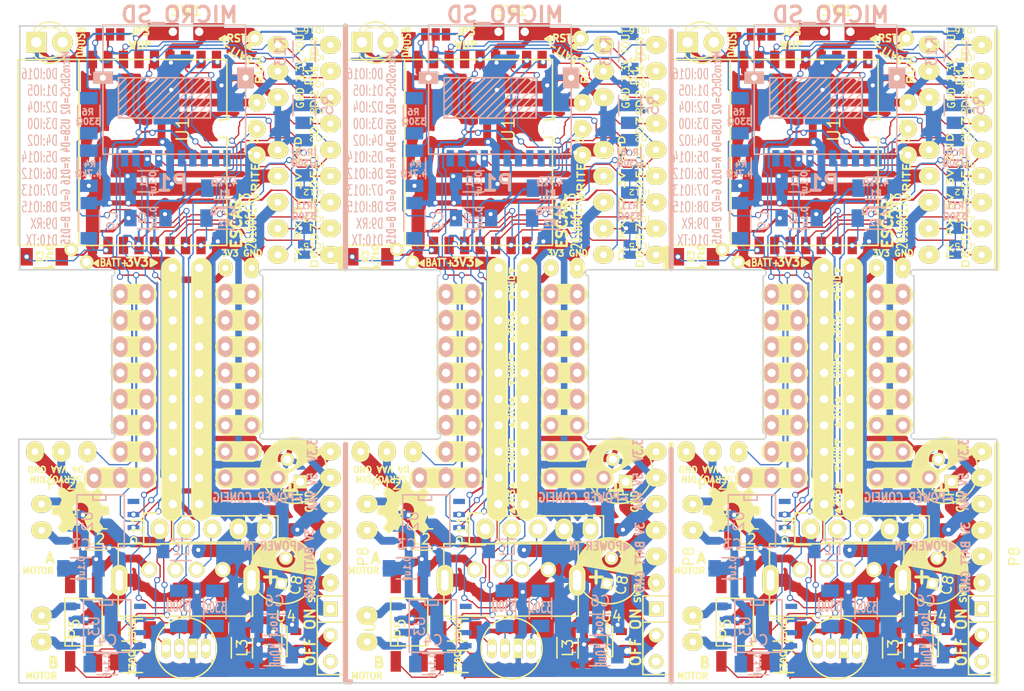
<source format=kicad_pcb>
(kicad_pcb (version 4) (host pcbnew 4.0.2-4+6225~38~ubuntu15.04.1-stable)
  (layers (0 F.Cu signal) (31 B.Cu signal) (34 B.Paste user hide) (35 F.Paste user hide) (36 B.SilkS user) (37 F.SilkS user) (38 B.Mask user) (39 F.Mask user) (44 Edge.Cuts user))
  (net 0 "")
  (net 1 +3V3)
  (net 2 GND)
  (net 3 VAA)
  (net 4 "Net-(D1-Pad2)")
  (net 5 "Net-(D2-Pad1)")
  (net 6 "Net-(D2-Pad3)")
  (net 7 "Net-(D2-Pad4)")
  (net 8 "Net-(JP1-Pad2)")
  (net 9 "Net-(JP2-Pad2)")
  (net 10 "Net-(JP2-Pad1)")
  (net 11 "Net-(JP4-Pad2)")
  (net 12 +BATT)
  (net 13 "Net-(P1-Pad7)")
  (net 14 "Net-(P1-Pad3)")
  (net 15 "Net-(P1-Pad1)")
  (net 16 "Net-(P1-Pad8)")
  (net 17 "Net-(P2-Pad4)")
  (net 18 "Net-(P3-Pad1)")
  (net 19 +5V)
  (net 20 "Net-(P4-Pad1)")
  (net 21 "Net-(P4-Pad2)")
  (net 22 "Net-(P5-Pad1)")
  (net 23 "Net-(P5-Pad2)")
  (net 24 "Net-(U2-Pad1)")
  (net 25 "Net-(U3-Pad1)")
  (net 26 "Net-(P1-Pad5)")
  (net 27 "Net-(P9-Pad1)")
  (net 28 "Net-(C3-Pad2)")
  (net 29 "Net-(P2-Pad3)")
  (net 30 "Net-(P12-Pad1)")
  (net 31 "Net-(P2-Pad9)")
  (net 32 "Net-(P10-Pad2)")
  (net 33 "Net-(P10-Pad3)")
  (net 34 "Net-(R12-Pad2)")
  (net 35 "Net-(P13-Pad1)")
  (net 36 "Net-(L3-Pad1)")
  (net 37 "Net-(P10-Pad1)")
  (net 38 "Net-(C9-Pad1)")
  (net 39 "Net-(JP3-Pad1)")
  (net 40 "Net-(P2-Pad5)")
  (module library:SolderWirePad_Oval_9xInline_0-6mmDrill (layer F.Cu) (at 195.54 63.5 270)
    (fp_text reference P2 hide)
    (fp_text value BREADBOARD)
    (pad 9 thru_hole oval (at 10.16 0 270) (size 1.7 2) (drill 0.6) (layers *.Cu *.Mask F.SilkS) (net 31 "Net-(P2-Pad9)"))
    (pad 5 thru_hole oval (at 0 0 270) (size 1.7 2) (drill 0.6) (layers *.Cu *.Mask F.SilkS) (net 40 "Net-(P2-Pad5)"))
    (pad 6 thru_hole oval (at 2.54 0 270) (size 1.7 2) (drill 0.6) (layers *.Cu *.Mask F.SilkS) (net 26 "Net-(P1-Pad5)"))
    (pad 8 thru_hole oval (at 7.62 0 270) (size 1.7 2) (drill 0.6) (layers *.Cu *.Mask F.SilkS) (net 14 "Net-(P1-Pad3)"))
    (pad 7 thru_hole oval (at 5.08 0 270) (size 1.7 2) (drill 0.6) (layers *.Cu *.Mask F.SilkS) (net 13 "Net-(P1-Pad7)"))
    (pad 3 thru_hole oval (at -5.08 0 270) (size 1.7 2) (drill 0.6) (layers *.Cu *.Mask F.SilkS) (net 29 "Net-(P2-Pad3)"))
    (pad 4 thru_hole oval (at -2.54 0 270) (size 1.7 2) (drill 0.6) (layers *.Cu *.Mask F.SilkS) (net 17 "Net-(P2-Pad4)"))
    (pad 2 thru_hole oval (at -7.62 0 270) (size 1.7 2) (drill 0.6) (layers *.Cu *.Mask F.SilkS) (net 30 "Net-(P12-Pad1)"))
    (pad 1 thru_hole oval (at -10.16 0 270) (size 1.7 2) (drill 0.6) (layers *.Cu *.Mask F.SilkS) (net 9 "Net-(JP2-Pad2)"))
  )
  (module library:TF_Socket_DONGGUAN_MINYUE_ELECTRONICS (layer B.Cu) (at 180.935 58.42 180)
    (fp_text reference P1 (at 0.7 -8.3 180) (layer B.SilkS) (effects (font (thickness 0.3048)) (justify mirror)))
    (fp_text value MICRO_SD (at 0 8 360) (layer B.SilkS) (effects (font (thickness 0.3048)) (justify mirror)))
    (pad 6 thru_hole rect (at -6.4 1.9 180) (size 1.6002 1.99898) (drill 0.59944) (layers *.Cu *.Mask B.SilkS) (net 2 GND))
    (pad "" np_thru_hole circle (at 5.5 -3 180) (size 1.6 1.6) (drill 1.6) (layers *.Mask B.Cu B.SilkS))
    (pad 10 smd rect (at -4.59874 -5.9001 180) (size 0.70104 1.6002) (layers B.Cu B.Paste B.Mask))
    (pad 9 smd rect (at -3.49892 -5.9001 180) (size 0.70104 1.6002) (layers B.Cu B.Paste B.Mask))
    (pad "" np_thru_hole circle (at -4.5 -3 180) (size 1.6 1.6) (drill 1.6) (layers *.Mask B.Cu B.SilkS))
    (pad 6 thru_hole rect (at 7.4 1.9 180) (size 1.9 1.2) (drill 0.59944) (layers *.Cu *.Mask B.SilkS) (net 2 GND))
    (pad 7 smd rect (at 4.20018 -5.9001 180) (size 0.70104 1.6002) (layers B.Cu B.Paste B.Mask) (net 13 "Net-(P1-Pad7)"))
    (pad 6 smd rect (at 3.10036 -5.9001 180) (size 0.70104 1.6002) (layers B.Cu B.Paste B.Mask) (net 2 GND))
    (pad 5 smd rect (at 2.00054 -5.9001 180) (size 0.70104 1.6002) (layers B.Cu B.Paste B.Mask) (net 26 "Net-(P1-Pad5)"))
    (pad 4 smd rect (at 0.90072 -5.9001 180) (size 0.70104 1.6002) (layers B.Cu B.Paste B.Mask) (net 1 +3V3))
    (pad 3 smd rect (at -0.1991 -5.9001 180) (size 0.70104 1.6002) (layers B.Cu B.Paste B.Mask) (net 14 "Net-(P1-Pad3)"))
    (pad 2 smd rect (at -1.29892 -5.9001 180) (size 0.70104 1.6002) (layers B.Cu B.Paste B.Mask) (net 9 "Net-(JP2-Pad2)"))
    (pad 1 smd rect (at -2.39874 -5.9001 180) (size 0.70104 1.6002) (layers B.Cu B.Paste B.Mask) (net 15 "Net-(P1-Pad1)"))
    (pad 8 smd rect (at 5.3 -5.9001 180) (size 0.70104 1.6002) (layers B.Cu B.Paste B.Mask) (net 16 "Net-(P1-Pad8)"))
  )
  (module library:SolderWirePad_Oval_4xInline_0-65mmDrill (layer F.Cu) (at 195.54 96.52 90)
    (fp_text reference JP4 (at 0 -3.175 90) (layer F.SilkS))
    (fp_text value POWER_JUMPER)
    (pad 3 thru_hole oval (at 1.27 0 90) (size 1.7 2) (drill 0.65) (layers *.Cu *.Mask F.SilkS) (net 19 +5V))
    (pad 4 thru_hole oval (at 3.81 0 90) (size 1.7 2) (drill 0.65) (layers *.Cu *.Mask F.SilkS) (net 1 +3V3))
    (pad 2 thru_hole oval (at -1.27 0 90) (size 1.7 2) (drill 0.65) (layers *.Cu *.Mask F.SilkS) (net 11 "Net-(JP4-Pad2)"))
    (pad 1 thru_hole oval (at -3.81 0 90) (size 1.7 2) (drill 0.65) (layers *.Cu *.Mask F.SilkS) (net 1 +3V3))
  )
  (module library:SolderWirePad_Oval_3xInline_0-65mmDrill (layer F.Cu) (at 188.428 61.468 90)
    (fp_text reference JP1 (at 0 -3.175 90) (layer F.SilkS))
    (fp_text value MODE_JP)
    (pad 3 thru_hole oval (at 2.54 0 90) (size 1.7 1.7) (drill 0.65) (layers *.Cu *.Mask F.SilkS) (net 1 +3V3))
    (pad 2 thru_hole oval (at 0 0 90) (size 1.7 1.7) (drill 0.65) (layers *.Cu *.Mask F.SilkS) (net 8 "Net-(JP1-Pad2)"))
    (pad 1 thru_hole oval (at -2.54 0 90) (size 1.7 1.7) (drill 0.65) (layers *.Cu *.Mask F.SilkS) (net 2 GND))
  )
  (module library:SW_SMD_3x6_WithHole (layer F.Cu) (at 181.57 52.07 180)
    (fp_text reference SW1 (at 0 2.032 180) (layer F.SilkS))
    (fp_text value RESET)
    (pad 2 smd rect (at 2.2 0 180) (size 3 1.651) (layers F.Cu F.Paste F.Mask) (net 10 "Net-(JP2-Pad1)"))
    (pad 1 smd rect (at -2.2 0 180) (size 3 1.651) (layers F.Cu F.Paste F.Mask) (net 2 GND))
    (pad 1 thru_hole circle (at -1.27 0 180) (size 0.8 0.8) (drill 0.8) (layers *.Cu *.Mask F.SilkS) (net 2 GND))
    (pad 2 thru_hole circle (at 1.27 0 180) (size 0.8 0.8) (drill 0.8) (layers *.Cu *.Mask F.SilkS) (net 10 "Net-(JP2-Pad1)"))
  )
  (module library:R_1206_HandSoldering_Small (layer B.Cu) (at 193 53.975 270)
    (fp_text reference R13 (at 0 2.3 270) (layer B.SilkS) (effects (justify mirror)))
    (fp_text value 4.7kΩ)
    (pad 1 smd rect (at -1.7 0 270) (size 1.2 1.7) (layers B.Cu B.Paste B.Mask) (net 2 GND))
    (pad 2 smd rect (at 1.7 0 270) (size 1.2 1.7) (layers B.Cu B.Paste B.Mask) (net 35 "Net-(P13-Pad1)"))
  )
  (module library:SolderWirePad_Oval_3xInline_0-65mmDrill (layer F.Cu) (at 190.46 55.88 270)
    (fp_text reference P13 (at 0 -3.175 270) (layer F.SilkS))
    (fp_text value ANALOG)
    (pad 3 thru_hole oval (at 2.54 0 270) (size 1.7 2) (drill 0.65) (layers *.Cu *.Mask F.SilkS) (net 2 GND))
    (pad 2 thru_hole oval (at 0 0 270) (size 1.7 2) (drill 0.65) (layers *.Cu *.Mask F.SilkS) (net 1 +3V3))
    (pad 1 thru_hole oval (at -2.54 0 270) (size 1.7 2) (drill 0.65) (layers *.Cu *.Mask F.SilkS) (net 35 "Net-(P13-Pad1)"))
  )
  (module library:SolderWirePad_Oval_3xInline_0-65mmDrill (layer F.Cu) (at 169.505 92.71 180)
    (fp_text reference P12 (at 0 -3.175 180) (layer F.SilkS))
    (fp_text value SERVO/INPUT)
    (pad 3 thru_hole oval (at 2.54 0 180) (size 1.7 2) (drill 0.65) (layers *.Cu *.Mask F.SilkS) (net 2 GND))
    (pad 2 thru_hole oval (at 0 0 180) (size 1.7 2) (drill 0.65) (layers *.Cu *.Mask F.SilkS) (net 3 VAA))
    (pad 1 thru_hole oval (at -2.54 0 180) (size 1.7 2) (drill 0.65) (layers *.Cu *.Mask F.SilkS) (net 30 "Net-(P12-Pad1)"))
  )
  (module library:SolderWirePad_Oval_3xInline_0-65mmDrill (layer F.Cu) (at 195.54 102.87 270)
    (fp_text reference P8 (at 0 -3.175 270) (layer F.SilkS))
    (fp_text value POWER_IN)
    (pad 3 thru_hole oval (at 2.54 0 270) (size 1.7 1.6) (drill 0.65) (layers *.Cu *.Mask F.SilkS) (net 2 GND))
    (pad 2 thru_hole oval (at 0 0 270) (size 1.7 2) (drill 0.65) (layers *.Cu *.Mask F.SilkS) (net 12 +BATT))
    (pad 1 thru_hole oval (at -2.54 0 270) (size 1.7 2) (drill 0.65) (layers *.Cu *.Mask F.SilkS) (net 1 +3V3))
  )
  (module library:SolderWirePad_Oval_2xInline_0-65mmDrill (layer F.Cu) (at 167.6 109.855 270)
    (fp_text reference P5 (at 0 -3.175 270) (layer F.SilkS))
    (fp_text value MOTOR_B)
    (pad 2 thru_hole oval (at 1.27 0 270) (size 1.7 2) (drill 0.65) (layers *.Cu *.Mask F.SilkS) (net 23 "Net-(P5-Pad2)"))
    (pad 1 thru_hole oval (at -1.27 0 270) (size 1.7 2) (drill 0.65) (layers *.Cu *.Mask F.SilkS) (net 22 "Net-(P5-Pad1)"))
  )
  (module library:SolderWirePad_Oval_2xInline_0-65mmDrill (layer F.Cu) (at 167.6 99.06 270)
    (fp_text reference P4 (at 0 -3.175 270) (layer F.SilkS))
    (fp_text value MOTOR_A)
    (pad 2 thru_hole oval (at 1.27 0 270) (size 1.7 2) (drill 0.65) (layers *.Cu *.Mask F.SilkS) (net 21 "Net-(P4-Pad2)"))
    (pad 1 thru_hole oval (at -1.27 0 270) (size 1.7 2) (drill 0.65) (layers *.Cu *.Mask F.SilkS) (net 20 "Net-(P4-Pad1)"))
  )
  (module library:SolderWirePad_Oval_5xInline_0-65mmDrill (layer F.Cu) (at 190.46 68.58 90)
    (fp_text reference P3 (at 0 -3.175 90) (layer F.SilkS))
    (fp_text value PROGRAM)
    (pad 5 thru_hole oval (at 5.08 0 90) (size 1.7 2) (drill 0.65) (layers *.Cu *.Mask F.SilkS) (net 2 GND))
    (pad 3 thru_hole oval (at 0 0 90) (size 1.7 2) (drill 0.65) (layers *.Cu *.Mask F.SilkS) (net 19 +5V))
    (pad 4 thru_hole oval (at 2.54 0 90) (size 1.7 2) (drill 0.65) (layers *.Cu *.Mask F.SilkS) (net 1 +3V3))
    (pad 2 thru_hole oval (at -2.54 0 90) (size 1.7 2) (drill 0.65) (layers *.Cu *.Mask F.SilkS) (net 39 "Net-(JP3-Pad1)"))
    (pad 1 thru_hole oval (at -5.08 0 90) (size 1.7 2) (drill 0.65) (layers *.Cu *.Mask F.SilkS) (net 18 "Net-(P3-Pad1)"))
  )
  (module library:Solder_Jumper_2 (layer B.Cu) (at 193 73.152 270)
    (fp_text reference JP3 hide)
    (fp_text value JUMPER hide)
    (pad 1 smd rect (at -0.5 0 270) (size 0.8 1.2) (layers B.Cu B.Paste B.Mask) (net 39 "Net-(JP3-Pad1)"))
    (pad 2 smd rect (at 0.5 0 270) (size 0.8 1.2) (layers B.Cu B.Paste B.Mask) (net 39 "Net-(JP3-Pad1)"))
  )
  (module library:C_1206_HandSoldering_Small (layer B.Cu) (at 172.172 70.358 90)
    (fp_text reference C9 (at 0 2.3 90) (layer B.SilkS) (effects (justify mirror)))
    (fp_text value 0.1uF)
    (pad 1 smd rect (at -1.7 0 90) (size 1.2 1.6) (layers B.Cu B.Paste B.Mask) (net 38 "Net-(C9-Pad1)"))
    (pad 2 smd rect (at 1.7 0 90) (size 1.2 1.6) (layers B.Cu B.Paste B.Mask) (net 2 GND))
  )
  (module library:R_1206_HandSoldering_Small (layer F.Cu) (at 167.854 73.8505)
    (fp_text reference R3 (at -0.4064 -0.0381 90) (layer F.SilkS) (effects (font (size 0.6 0.6))))
    (fp_text value 4.7kΩ (at 0.5588 0.0127 90) (layer F.SilkS) (effects (font (size 0.6 0.6))))
    (pad 1 smd rect (at -1.7 0) (size 1.2 1.7) (layers F.Cu F.Paste F.Mask) (net 38 "Net-(C9-Pad1)"))
    (pad 2 smd rect (at 1.7 0) (size 1.2 1.7) (layers F.Cu F.Paste F.Mask) (net 1 +3V3))
  )
  (module library:C_1206_HandSoldering_Small (layer F.Cu) (at 172.934 101.219)
    (fp_text reference L2 (at -0.0508 -0.0254) (layer F.SilkS))
    (fp_text value INDUCTOR_SMALL)
    (pad 1 smd rect (at -1.7 0) (size 1.2 1.6) (layers F.Cu F.Paste F.Mask) (net 28 "Net-(C3-Pad2)"))
    (pad 2 smd rect (at 1.7 0) (size 1.2 1.6) (layers F.Cu F.Paste F.Mask) (net 2 GND))
  )
  (module library:C_1206_HandSoldering_Small (layer B.Cu) (at 181.062 102.235 180)
    (fp_text reference L1 (at -0.1016 0.0254 180) (layer B.SilkS) (effects (justify mirror)))
    (fp_text value INDUCTOR_SMALL)
    (pad 1 smd oval (at -1.7 0 180) (size 1.2 1.6) (layers B.Cu B.Paste B.Mask) (net 11 "Net-(JP4-Pad2)"))
    (pad 2 smd rect (at 1.7 0 180) (size 1.2 1.6) (layers B.Cu B.Paste B.Mask) (net 3 VAA))
  )
  (module library:C_1206_HandSoldering_Small (layer B.Cu) (at 190.1298 109.474 180)
    (fp_text reference C6 (at 0 2.3 180) (layer B.SilkS) (effects (justify mirror)))
    (fp_text value 10uF (at 0.0254 -0.1524 270) (layer B.SilkS) (effects (font (size 0.6 0.6)) (justify mirror)))
    (pad 1 smd rect (at -1.7 0 180) (size 1.2 1.6) (layers B.Cu B.Paste B.Mask) (net 1 +3V3))
    (pad 2 smd rect (at 1.7 0 180) (size 1.2 1.6) (layers B.Cu B.Paste B.Mask) (net 2 GND))
  )
  (module library:C_1206_HandSoldering_Small (layer B.Cu) (at 190.1044 112.4204 180)
    (fp_text reference C5 hide)
    (fp_text value 10uF (at -0.1524 -0.0508 270) (layer B.SilkS) (effects (font (size 1 0.6)) (justify mirror)))
    (pad 1 smd rect (at -1.7 0 180) (size 1.2 1.6) (layers B.Cu B.Paste B.Mask) (net 19 +5V))
    (pad 2 smd rect (at 1.7 0 180) (size 1.2 1.6) (layers B.Cu B.Paste B.Mask) (net 2 GND))
  )
  (module library:C_1206_HandSoldering_Small (layer B.Cu) (at 173.95 113.284 180)
    (fp_text reference C4 (at 0 2.3 180) (layer B.SilkS) (effects (justify mirror)))
    (fp_text value 0.1uF (at 0.0508 -0.0508 270) (layer B.SilkS) (effects (font (size 0.6 0.6)) (justify mirror)))
    (pad 1 smd rect (at -1.7 0 180) (size 1.2 1.6) (layers B.Cu B.Paste B.Mask) (net 3 VAA))
    (pad 2 smd rect (at 1.7 0 180) (size 1.2 1.6) (layers B.Cu B.Paste B.Mask) (net 28 "Net-(C3-Pad2)"))
  )
  (module library:C_1206_HandSoldering_Small (layer B.Cu) (at 171.41 104.013 180)
    (fp_text reference C3 (at 0 2.3 180) (layer B.SilkS) (effects (justify mirror)))
    (fp_text value 0.1uF (at -0.0508 -0.0254 270) (layer B.SilkS) (effects (font (size 0.6 0.6)) (justify mirror)))
    (pad 1 smd rect (at -1.7 0 180) (size 1.2 1.6) (layers B.Cu B.Paste B.Mask) (net 3 VAA))
    (pad 2 smd rect (at 1.7 0 180) (size 1.2 1.6) (layers B.Cu B.Paste B.Mask) (net 28 "Net-(C3-Pad2)"))
  )
  (module library:R_1206_HandSoldering_Small (layer B.Cu) (at 184.364 107.8865 90)
    (fp_text reference R9 hide)
    (fp_text value 330Ω)
    (pad 1 smd rect (at -1.7 0 90) (size 1.2 1.7) (layers B.Cu B.Paste B.Mask) (net 5 "Net-(D2-Pad1)"))
    (pad 2 smd rect (at 1.7 0 90) (size 1.2 1.7) (layers B.Cu B.Paste B.Mask) (net 9 "Net-(JP2-Pad2)"))
  )
  (module library:R_1206_HandSoldering_Small (layer F.Cu) (at 176.363 109.982 180)
    (fp_text reference R8 hide)
    (fp_text value 330Ω (at -0.0254 -0.0508 270) (layer F.SilkS) (effects (font (size 0.6 0.6))))
    (pad 1 smd rect (at -1.7 0 180) (size 1.2 1.7) (layers F.Cu F.Paste F.Mask) (net 7 "Net-(D2-Pad4)"))
    (pad 2 smd rect (at 1.7 0 180) (size 1.2 1.7) (layers F.Cu F.Paste F.Mask) (net 31 "Net-(P2-Pad9)"))
  )
  (module library:R_1206_HandSoldering_Small (layer B.Cu) (at 180.8715 107.8865 90)
    (fp_text reference R7 hide)
    (fp_text value 330Ω)
    (pad 1 smd rect (at -1.7 0 90) (size 1.2 1.7) (layers B.Cu B.Paste B.Mask) (net 6 "Net-(D2-Pad3)"))
    (pad 2 smd rect (at 1.7 0 90) (size 1.2 1.7) (layers B.Cu B.Paste B.Mask) (net 29 "Net-(P2-Pad3)"))
  )
  (module Wire_Pads:SolderWirePad_single_0-8mmDrill (layer F.Cu) (at 187.92 52.07)
    (fp_text reference P15 hide)
    (fp_text value BATTERYGND)
    (pad 1 thru_hole circle (at 0.3175 0.635) (size 1.5 1.5) (drill 0.8001) (layers *.Cu *.Mask F.SilkS) (net 2 GND))
  )
  (module Wire_Pads:SolderWirePad_single_0-8mmDrill (layer F.Cu) (at 170.14 73.025)
    (fp_text reference P14 hide)
    (fp_text value BATTERY3.3V)
    (pad 1 thru_hole circle (at 0.3175 0.127) (size 1.3 1.3) (drill 0.8001) (layers *.Cu *.Mask F.SilkS) (net 1 +3V3))
  )
  (module Opto-Devices:Optocoupler_SMD_HandSoldering_KPC357_LTV35x_PC357_SingleChannel (layer F.Cu) (at 171.664 109.22 90)
    (fp_text reference U5 (at 0 -3.81 90) (layer F.SilkS))
    (fp_text value TLP222A)
    (pad 2 smd rect (at -3.79984 1.34874 90) (size 1.99898 0.89916) (layers F.Cu F.Paste F.Mask) (net 2 GND))
    (pad 1 smd rect (at -3.79984 -1.30048 90) (size 1.99898 1.00076) (layers F.Cu F.Paste F.Mask) (net 34 "Net-(R12-Pad2)"))
    (pad 4 smd rect (at 3.79984 -1.30048 90) (size 1.99898 1.00076) (layers F.Cu F.Paste F.Mask) (net 3 VAA))
    (pad 3 smd rect (at 3.79984 1.30048 90) (size 1.99898 1.00076) (layers F.Cu F.Paste F.Mask) (net 37 "Net-(P10-Pad1)"))
  )
  (module library:R_1206_HandSoldering_Small (layer B.Cu) (at 185.3292 67.2084 180)
    (fp_text reference R1 (at 0.0508 -0.508 180) (layer B.SilkS) (effects (font (size 0.6 0.6)) (justify mirror)))
    (fp_text value 4.7kΩ (at 0.0508 0.508 180) (layer B.SilkS) (effects (font (size 0.6 0.6)) (justify mirror)))
    (pad 1 smd rect (at -1.7 0 180) (size 1.2 1.7) (layers B.Cu B.Paste B.Mask) (net 2 GND))
    (pad 2 smd rect (at 1.7 0 180) (size 1.2 1.7) (layers B.Cu B.Paste B.Mask) (net 31 "Net-(P2-Pad9)"))
  )
  (module library:R_1206_HandSoldering_Small (layer B.Cu) (at 193 64.262 270)
    (fp_text reference R10 (at -0.508 0 360) (layer B.SilkS) (effects (font (size 0.6 0.6)) (justify mirror)))
    (fp_text value 330Ω (at 0.508 0.1016 540) (layer B.SilkS) (effects (font (size 0.6 0.6)) (justify mirror)))
    (pad 1 smd rect (at -1.7 0 270) (size 1.2 1.7) (layers B.Cu B.Paste B.Mask) (net 2 GND))
    (pad 2 smd rect (at 1.7 0 270) (size 1.2 1.7) (layers B.Cu B.Paste B.Mask) (net 39 "Net-(JP3-Pad1)"))
  )
  (module library:R_1206_HandSoldering_Small (layer B.Cu) (at 172.172 60.198 270)
    (fp_text reference R6 (at -0.3556 0.1016 360) (layer B.SilkS) (effects (font (size 0.6 0.6)) (justify mirror)))
    (fp_text value 330Ω (at 0.5588 0.0508 360) (layer B.SilkS) (effects (font (size 0.6 0.6)) (justify mirror)))
    (pad 1 smd rect (at -1.7 0 270) (size 1.2 1.7) (layers B.Cu B.Paste B.Mask) (net 4 "Net-(D1-Pad2)"))
    (pad 2 smd rect (at 1.7 0 270) (size 1.2 1.7) (layers B.Cu B.Paste B.Mask) (net 40 "Net-(P2-Pad5)"))
  )
  (module library:R_1206_HandSoldering_Small (layer B.Cu) (at 172.172 65.278 270)
    (fp_text reference R4 (at -0.4046 -0.1016 360) (layer B.SilkS) (effects (font (size 0.6 0.6)) (justify mirror)))
    (fp_text value 4.7kΩ (at 0.5098 0.0508 360) (layer B.SilkS) (effects (font (size 0.6 0.6)) (justify mirror)))
    (pad 1 smd rect (at -1.7 0 270) (size 1.2 1.7) (layers B.Cu B.Paste B.Mask) (net 10 "Net-(JP2-Pad1)"))
    (pad 2 smd rect (at 1.7 0 270) (size 1.2 1.7) (layers B.Cu B.Paste B.Mask) (net 1 +3V3))
  )
  (module library:Solder_Jumper_3 (layer F.Cu) (at 174.22 52.324 180)
    (fp_text reference JP2 hide)
    (fp_text value WAKEUP hide)
    (pad 3 smd rect (at 1 0 180) (size 0.8 1.2) (layers F.Cu F.Paste F.Mask) (net 9 "Net-(JP2-Pad2)"))
    (pad 1 smd rect (at -1 0 180) (size 0.8 1.2) (layers F.Cu F.Paste F.Mask) (net 10 "Net-(JP2-Pad1)"))
    (pad 2 smd rect (at 0 0 180) (size 0.8 1.2) (layers F.Cu F.Paste F.Mask) (net 9 "Net-(JP2-Pad2)"))
  )
  (module library:R_1206_HandSoldering_Small (layer F.Cu) (at 176.363 113.03 180)
    (fp_text reference R12 hide)
    (fp_text value 330Ω (at -0.0254 -0.1016 270) (layer F.SilkS) (effects (font (size 0.6 0.6))))
    (pad 1 smd rect (at -1.7 0 180) (size 1.2 1.7) (layers F.Cu F.Paste F.Mask) (net 29 "Net-(P2-Pad3)"))
    (pad 2 smd rect (at 1.7 0 180) (size 1.2 1.7) (layers F.Cu F.Paste F.Mask) (net 34 "Net-(R12-Pad2)"))
  )
  (module library:R_1206_HandSoldering_Small (layer B.Cu) (at 193 69.342 90)
    (fp_text reference R11 (at 0.4318 -0.0254 180) (layer B.SilkS) (effects (font (size 0.6 0.6)) (justify mirror)))
    (fp_text value 330Ω (at -0.5842 -0.0254 180) (layer B.SilkS) (effects (font (size 0.6 0.6)) (justify mirror)))
    (pad 1 smd rect (at -1.7 0 90) (size 1.2 1.7) (layers B.Cu B.Paste B.Mask) (net 39 "Net-(JP3-Pad1)"))
    (pad 2 smd rect (at 1.7 0 90) (size 1.2 1.7) (layers B.Cu B.Paste B.Mask) (net 39 "Net-(JP3-Pad1)"))
  )
  (module library:C_1206_HandSoldering_Small (layer B.Cu) (at 177.887 70.104)
    (fp_text reference C2 (at -0.5334 -0.0508 90) (layer B.SilkS) (effects (font (size 0.6 0.6)) (justify mirror)))
    (fp_text value 0.1uF (at 0.5334 0.1016 90) (layer B.SilkS) (effects (font (size 0.6 0.6)) (justify mirror)))
    (pad 1 smd rect (at -1.7 0) (size 1.2 1.6) (layers B.Cu B.Paste B.Mask) (net 1 +3V3))
    (pad 2 smd rect (at 1.7 0) (size 1.2 1.6) (layers B.Cu B.Paste B.Mask) (net 2 GND))
  )
  (module library:C_1206_HandSoldering_Small (layer B.Cu) (at 177.887 66.548 180)
    (fp_text reference C1 (at 0.381 0 270) (layer B.SilkS) (effects (font (size 0.6 0.6)) (justify mirror)))
    (fp_text value 0.1uF (at -0.4826 -0.254 270) (layer B.SilkS) (effects (font (size 0.6 0.6)) (justify mirror)))
    (pad 1 smd rect (at -1.7 0 180) (size 1.2 1.6) (layers B.Cu B.Paste B.Mask) (net 1 +3V3))
    (pad 2 smd rect (at 1.7 0 180) (size 1.2 1.6) (layers B.Cu B.Paste B.Mask) (net 2 GND))
  )
  (module library:R_1206_HandSoldering_Small (layer B.Cu) (at 185.253 70.104 180)
    (fp_text reference R2 (at -0.0254 -0.4572 180) (layer B.SilkS) (effects (font (size 0.6 0.6)) (justify mirror)))
    (fp_text value 4.7kΩ (at 0.0762 0.6096 180) (layer B.SilkS) (effects (font (size 0.6 0.6)) (justify mirror)))
    (pad 1 smd rect (at -1.7 0 180) (size 1.2 1.7) (layers B.Cu B.Paste B.Mask) (net 8 "Net-(JP1-Pad2)"))
    (pad 2 smd rect (at 1.7 0 180) (size 1.2 1.7) (layers B.Cu B.Paste B.Mask) (net 17 "Net-(P2-Pad4)"))
  )
  (module TO_SOT_Packages_SMD:SOT-23-5 (layer F.Cu) (at 191.095 111.0996)
    (fp_text reference U4 (at 0.127 -2.4384) (layer F.SilkS))
    (fp_text value MT5201-3.3N)
    (pad 1 smd rect (at -1.1 -0.95) (size 1.06 0.65) (layers F.Cu F.Paste F.Mask) (net 19 +5V))
    (pad 2 smd rect (at -1.1 0) (size 1.06 0.65) (layers F.Cu F.Paste F.Mask) (net 2 GND))
    (pad 3 smd rect (at -1.1 0.95) (size 1.06 0.65) (layers F.Cu F.Paste F.Mask) (net 36 "Net-(L3-Pad1)"))
    (pad 4 smd rect (at 1.1 0.95) (size 1.06 0.65) (layers F.Cu F.Paste F.Mask) (net 19 +5V))
    (pad 5 smd rect (at 1.1 -0.95) (size 1.06 0.65) (layers F.Cu F.Paste F.Mask) (net 1 +3V3))
  )
  (module Pin_Headers:Pin_Header_Straight_1x05 (layer F.Cu) (at 179.03 100.203 90)
    (fp_text reference P11 (at -0.127 -2.2352 90) (layer F.SilkS))
    (fp_text value USB_B)
    (pad 1 thru_hole oval (at 0 0 90) (size 2 1.7) (drill 1.016) (layers *.Cu *.Mask F.SilkS) (net 3 VAA))
    (pad 2 thru_hole oval (at 0 2.54 90) (size 1.8 1.7272) (drill 1.016) (layers *.Cu *.Mask F.SilkS) (net 32 "Net-(P10-Pad2)"))
    (pad 3 thru_hole oval (at 0 5.08 90) (size 1.8 1.7272) (drill 1.016) (layers *.Cu *.Mask F.SilkS) (net 33 "Net-(P10-Pad3)"))
    (pad 4 thru_hole oval (at 0 7.62 90) (size 2.032 1.7272) (drill 1.016) (layers *.Cu *.Mask F.SilkS) (net 2 GND))
    (pad 5 thru_hole oval (at 0 10.16 90) (size 2.032 1.5) (drill 1.016) (layers *.Cu *.Mask F.SilkS) (net 2 GND))
  )
  (module library:USB_A_Vertical_Short (layer F.Cu) (at 178.014 104.14)
    (fp_text reference P10 hide)
    (fp_text value USB_A)
    (pad 4 thru_hole circle (at 7.11286 -0.00212 270) (size 1.50114 1.50114) (drill 1.00076) (layers *.Cu *.Mask F.SilkS) (net 2 GND))
    (pad 3 thru_hole circle (at 4.57286 -0.00212 270) (size 1.50114 1.50114) (drill 1.00076) (layers *.Cu *.Mask F.SilkS) (net 33 "Net-(P10-Pad3)"))
    (pad 2 thru_hole circle (at 2.54086 -0.00212 270) (size 1.50114 1.50114) (drill 1.00076) (layers *.Cu *.Mask F.SilkS) (net 32 "Net-(P10-Pad2)"))
    (pad 1 thru_hole circle (at 0.00086 -0.00212 270) (size 1.50114 1.50114) (drill 1.00076) (layers *.Cu *.Mask F.SilkS) (net 37 "Net-(P10-Pad1)"))
    (pad 5 thru_hole oval (at 9.9 1.03 270) (size 3 1.6) (drill oval 2 0.8) (layers *.Cu *.Mask F.SilkS) (net 2 GND))
    (pad 5 thru_hole oval (at -2.9 1.03 270) (size 3 1.6) (drill oval 2 0.7) (layers *.Cu *.Mask F.SilkS) (net 2 GND))
  )
  (module library:C_1206_HandSoldering_Small (layer F.Cu) (at 186.9802 111.7092 90)
    (fp_text reference L3 (at 0 0.0254 90) (layer F.SilkS))
    (fp_text value 4.7uH)
    (pad 1 smd rect (at -1.6 0 90) (size 1.4 1.6) (layers F.Cu F.Paste F.Mask) (net 36 "Net-(L3-Pad1)"))
    (pad 2 smd rect (at 1.6 0 90) (size 1.4 1.6) (layers F.Cu F.Paste F.Mask) (net 1 +3V3))
  )
  (module library:OSHW_LOGL_SYLK_5mm (layer F.Cu) (at 171.3592 98.1456)
    (fp_text reference OSHW hide)
    (fp_text value 1.1 hide)
  )
  (module library:Padmatrix-wide-01x10 (layer F.Cu) (at 180.3 86.36 90)
    (fp_text reference P6 (at 0 2.4 90) (layer F.SilkS) (effects (font (size 1.2 1.2))))
    (fp_text value CONN_01X10)
    (pad 1 thru_hole oval (at -11.43 0 90) (size 2 1.4) (drill 0.8) (layers *.Cu *.Mask F.SilkS) (net 1 +3V3))
    (pad 2 thru_hole oval (at -8.89 0 90) (size 2 1.4) (drill 0.8) (layers *.Cu *.Mask F.SilkS) (net 1 +3V3))
    (pad 3 thru_hole oval (at -6.35 0 90) (size 2 1.4) (drill 0.8) (layers *.Cu *.Mask F.SilkS) (net 1 +3V3))
    (pad 4 thru_hole oval (at -3.81 0 90) (size 2 1.4) (drill 0.8) (layers *.Cu *.Mask F.SilkS) (net 1 +3V3))
    (pad 5 thru_hole oval (at -1.27 0 90) (size 2 1.4) (drill 0.8) (layers *.Cu *.Mask F.SilkS) (net 1 +3V3))
    (pad 6 thru_hole oval (at 1.27 0 90) (size 2 1.4) (drill 0.8) (layers *.Cu *.Mask F.SilkS) (net 1 +3V3))
    (pad 7 thru_hole oval (at 3.81 0 90) (size 2 1.4) (drill 0.8) (layers *.Cu *.Mask F.SilkS) (net 1 +3V3))
    (pad 8 thru_hole oval (at 6.35 0 90) (size 2 1.4) (drill 0.8) (layers *.Cu *.Mask F.SilkS) (net 1 +3V3))
    (pad 9 thru_hole oval (at 8.89 0 90) (size 2 1.4) (drill 0.8) (layers *.Cu *.Mask F.SilkS) (net 1 +3V3))
    (pad 10 thru_hole oval (at 11.43 0 90) (size 1.27 1.4) (drill 0.8) (layers *.Cu *.Mask F.SilkS) (net 1 +3V3))
  )
  (module library:Padmatrix-wide-02x01 (layer B.Cu) (at 176.49 92.71)
    (fp_text reference P9 hide)
    (fp_text value UNIVERSAL_PAD hide)
    (pad 1 thru_hole oval (at -1.27 0) (size 1.4 2) (drill 0.8) (layers *.Cu *.Mask B.SilkS) (net 27 "Net-(P9-Pad1)"))
    (pad 2 thru_hole oval (at 1.27 0) (size 1.4 2) (drill 0.8) (layers *.Cu *.Mask B.SilkS) (net 27 "Net-(P9-Pad1)"))
  )
  (module SMD_Packages:SOIC-8-N (layer B.Cu) (at 173.315 99.441 270)
    (fp_text reference U2 (at 0 1.27 270) (layer B.SilkS) (effects (justify mirror)))
    (fp_text value TC117HS)
    (pad 8 smd rect (at -1.905 3.175 270) (size 0.508 1.143) (layers B.Cu B.Paste B.Mask) (net 20 "Net-(P4-Pad1)"))
    (pad 7 smd rect (at -0.635 3.175 270) (size 0.508 1.143) (layers B.Cu B.Paste B.Mask) (net 2 GND))
    (pad 6 smd rect (at 0.635 3.175 270) (size 0.508 1.143) (layers B.Cu B.Paste B.Mask) (net 28 "Net-(C3-Pad2)"))
    (pad 5 smd rect (at 1.905 3.175 270) (size 0.508 1.143) (layers B.Cu B.Paste B.Mask) (net 21 "Net-(P4-Pad2)"))
    (pad 4 smd rect (at 1.905 -3.175 270) (size 0.508 1.143) (layers B.Cu B.Paste B.Mask) (net 3 VAA))
    (pad 3 smd rect (at 0.635 -3.175 270) (size 0.508 1.143) (layers B.Cu B.Paste B.Mask) (net 26 "Net-(P1-Pad5)"))
    (pad 2 smd rect (at -0.635 -3.175 270) (size 0.508 1.143) (layers B.Cu B.Paste B.Mask) (net 13 "Net-(P1-Pad7)"))
    (pad 1 smd rect (at -1.905 -3.175 270) (size 0.508 1.143) (layers B.Cu B.Paste B.Mask) (net 24 "Net-(U2-Pad1)"))
  )
  (module library:ESP_WROOM_02 (layer F.Cu) (at 178.522 63.754 90)
    (fp_text reference U1 (at 2.2225 2.7305 90) (layer F.SilkS) (effects (font (size 1.2 1.2))))
    (fp_text value ESP-WROOM-02)
    (pad 18 smd rect (at 9 -6) (size 0.9 1.7) (layers F.Cu F.Paste F.Mask) (net 2 GND))
    (pad 1 smd rect (at -9 -6) (size 0.9 1.7) (layers F.Cu F.Paste F.Mask) (net 1 +3V3))
    (pad 17 smd rect (at 9 -4.5) (size 0.9 1.7) (layers F.Cu F.Paste F.Mask) (net 9 "Net-(JP2-Pad2)"))
    (pad 2 smd rect (at -9 -4.5) (size 0.9 1.7) (layers F.Cu F.Paste F.Mask) (net 38 "Net-(C9-Pad1)"))
    (pad 16 smd rect (at 9 -3) (size 0.9 1.7) (layers F.Cu F.Paste F.Mask) (net 35 "Net-(P13-Pad1)"))
    (pad 3 smd rect (at -9 -3) (size 0.9 1.7) (layers F.Cu F.Paste F.Mask) (net 26 "Net-(P1-Pad5)"))
    (pad 15 smd rect (at 9 -1.5) (size 0.9 1.7) (layers F.Cu F.Paste F.Mask) (net 10 "Net-(JP2-Pad1)"))
    (pad 4 smd rect (at -9 -1.5) (size 0.9 1.7) (layers F.Cu F.Paste F.Mask) (net 13 "Net-(P1-Pad7)"))
    (pad 14 smd rect (at 9 0) (size 0.9 1.7) (layers F.Cu F.Paste F.Mask) (net 30 "Net-(P12-Pad1)"))
    (pad 5 smd rect (at -9 0) (size 0.9 1.7) (layers F.Cu F.Paste F.Mask) (net 14 "Net-(P1-Pad3)"))
    (pad 13 smd rect (at 9 1.5) (size 0.9 1.7) (layers F.Cu F.Paste F.Mask) (net 2 GND))
    (pad 6 smd rect (at -9 1.5) (size 0.9 1.7) (layers F.Cu F.Paste F.Mask) (net 31 "Net-(P2-Pad9)"))
    (pad 12 smd rect (at 9 3) (size 0.9 1.7) (layers F.Cu F.Paste F.Mask) (net 18 "Net-(P3-Pad1)"))
    (pad 7 smd rect (at -9 3) (size 0.9 1.7) (layers F.Cu F.Paste F.Mask) (net 40 "Net-(P2-Pad5)"))
    (pad 11 smd rect (at 9 4.5) (size 0.9 1.7) (layers F.Cu F.Paste F.Mask) (net 39 "Net-(JP3-Pad1)"))
    (pad 8 smd rect (at -9 4.5) (size 0.9 1.7) (layers F.Cu F.Paste F.Mask) (net 17 "Net-(P2-Pad4)"))
    (pad 10 smd rect (at 9 6) (size 0.9 1.7) (layers F.Cu F.Paste F.Mask) (net 29 "Net-(P2-Pad3)"))
    (pad 9 smd rect (at -9 6) (size 0.9 1.7) (layers F.Cu F.Paste F.Mask) (net 2 GND))
  )
  (module Buttons_Switches_ThroughHole:SW_Micro_SPST (layer F.Cu) (at 195.54 110.49 270)
    (fp_text reference SW3 (at -4.064 1.778 270) (layer F.SilkS) (effects (font (size 0.6 0.6))))
    (fp_text value POWER_SW)
    (pad 1 thru_hole rect (at -2.54 0 270) (size 1.397 1.397) (drill 0.8128) (layers *.Cu *.Mask F.SilkS) (net 12 +BATT))
    (pad 2 thru_hole circle (at 0 0 270) (size 1.397 1.397) (drill 0.8128) (layers *.Cu *.Mask F.SilkS) (net 19 +5V))
    (pad 3 thru_hole circle (at 2.54 0 270) (size 1.397 1.397) (drill 0.8128) (layers *.Cu *.Mask F.SilkS))
  )
  (module LEDs:LED-RGB-5MM_Common_Cathode (layer F.Cu) (at 183.475 111.76 270)
    (fp_text reference D2 hide)
    (fp_text value LED_RCBG)
    (pad 1 thru_hole oval (at 0 0 270) (size 1.905 0.9) (drill 0.762) (layers *.Cu *.Mask F.SilkS) (net 5 "Net-(D2-Pad1)"))
    (pad 2 thru_hole rect (at 0 1.27 270) (size 1.905 0.9) (drill 0.762) (layers *.Cu *.Mask F.SilkS) (net 2 GND))
    (pad 3 thru_hole oval (at 0 2.54 270) (size 1.905 0.9) (drill 0.762) (layers *.Cu *.Mask F.SilkS) (net 6 "Net-(D2-Pad3)"))
    (pad 4 thru_hole oval (at 0 3.81 270) (size 1.905 0.9) (drill 0.762) (layers *.Cu *.Mask F.SilkS) (net 7 "Net-(D2-Pad4)"))
  )
  (module LEDs:LED-3MM (layer F.Cu) (at 167.092 53.086)
    (fp_text reference D1 hide)
    (fp_text value YELLOW)
    (pad 1 thru_hole rect (at 0 0 90) (size 2 2) (drill 1.00076) (layers *.Cu *.Mask F.SilkS) (net 2 GND))
    (pad 2 thru_hole circle (at 2.54 0) (size 2 2) (drill 1.00076) (layers *.Cu *.Mask F.SilkS) (net 4 "Net-(D1-Pad2)"))
  )
  (module Capacitors_ThroughHole:C_Radial_D6.3_L11.2_P2.5 (layer F.Cu) (at 192.619 95.631 120)
    (fp_text reference C7 (at 0.089633 -2.441249 120) (layer F.SilkS))
    (fp_text value 100uF)
    (pad 2 thru_hole circle (at 2.5 0 120) (size 1.3 1.3) (drill 0.8) (layers *.Cu *.Mask F.SilkS) (net 2 GND))
    (pad 1 thru_hole rect (at 0 0 90) (size 1.3 1.3) (drill 0.8) (layers *.Cu *.Mask F.SilkS) (net 1 +3V3))
  )
  (module library:Padmatrix-wide-02x01 (layer B.Cu) (at 176.49 95.25)
    (fp_text reference P9 hide)
    (fp_text value UNIVERSAL_PAD hide)
    (pad 1 thru_hole oval (at -1.27 0) (size 1.4 2) (drill 0.8) (layers *.Cu *.Mask B.SilkS) (net 27 "Net-(P9-Pad1)"))
    (pad 2 thru_hole oval (at 1.27 0) (size 1.4 2) (drill 0.8) (layers *.Cu *.Mask B.SilkS) (net 27 "Net-(P9-Pad1)"))
  )
  (module library:Padmatrix-wide-02x01 (layer B.Cu) (at 176.49 90.17)
    (fp_text reference P9 hide)
    (fp_text value UNIVERSAL_PAD hide)
    (pad 1 thru_hole oval (at -1.27 0) (size 1.4 2) (drill 0.8) (layers *.Cu *.Mask B.SilkS) (net 27 "Net-(P9-Pad1)"))
    (pad 2 thru_hole oval (at 1.27 0) (size 1.4 2) (drill 0.8) (layers *.Cu *.Mask B.SilkS) (net 27 "Net-(P9-Pad1)"))
  )
  (module library:Padmatrix-wide-02x01 (layer B.Cu) (at 176.49 87.63)
    (fp_text reference P9 hide)
    (fp_text value UNIVERSAL_PAD hide)
    (pad 1 thru_hole oval (at -1.27 0) (size 1.4 2) (drill 0.8) (layers *.Cu *.Mask B.SilkS) (net 27 "Net-(P9-Pad1)"))
    (pad 2 thru_hole oval (at 1.27 0) (size 1.4 2) (drill 0.8) (layers *.Cu *.Mask B.SilkS) (net 27 "Net-(P9-Pad1)"))
  )
  (module library:Padmatrix-wide-02x01 (layer B.Cu) (at 176.49 77.47)
    (fp_text reference P9 hide)
    (fp_text value UNIVERSAL_PAD hide)
    (pad 1 thru_hole oval (at -1.27 0) (size 1.4 2) (drill 0.8) (layers *.Cu *.Mask B.SilkS) (net 27 "Net-(P9-Pad1)"))
    (pad 2 thru_hole oval (at 1.27 0) (size 1.4 2) (drill 0.8) (layers *.Cu *.Mask B.SilkS) (net 27 "Net-(P9-Pad1)"))
  )
  (module library:Padmatrix-wide-02x01 (layer B.Cu) (at 176.49 80.01)
    (fp_text reference P9 hide)
    (fp_text value UNIVERSAL_PAD hide)
    (pad 1 thru_hole oval (at -1.27 0) (size 1.4 2) (drill 0.8) (layers *.Cu *.Mask B.SilkS) (net 27 "Net-(P9-Pad1)"))
    (pad 2 thru_hole oval (at 1.27 0) (size 1.4 2) (drill 0.8) (layers *.Cu *.Mask B.SilkS) (net 27 "Net-(P9-Pad1)"))
  )
  (module library:Padmatrix-wide-02x01 (layer B.Cu) (at 176.49 85.09)
    (fp_text reference P9 hide)
    (fp_text value UNIVERSAL_PAD hide)
    (pad 1 thru_hole oval (at -1.27 0) (size 1.4 2) (drill 0.8) (layers *.Cu *.Mask B.SilkS) (net 27 "Net-(P9-Pad1)"))
    (pad 2 thru_hole oval (at 1.27 0) (size 1.4 2) (drill 0.8) (layers *.Cu *.Mask B.SilkS) (net 27 "Net-(P9-Pad1)"))
  )
  (module library:Padmatrix-wide-02x01 (layer B.Cu) (at 176.49 82.55)
    (fp_text reference P9 hide)
    (fp_text value UNIVERSAL_PAD hide)
    (pad 1 thru_hole oval (at -1.27 0) (size 1.4 2) (drill 0.8) (layers *.Cu *.Mask B.SilkS) (net 27 "Net-(P9-Pad1)"))
    (pad 2 thru_hole oval (at 1.27 0) (size 1.4 2) (drill 0.8) (layers *.Cu *.Mask B.SilkS) (net 27 "Net-(P9-Pad1)"))
  )
  (module library:Padmatrix-wide-02x01 (layer B.Cu) (at 186.65 82.55)
    (fp_text reference P9 hide)
    (fp_text value UNIVERSAL_PAD hide)
    (pad 1 thru_hole oval (at -1.27 0) (size 1.4 2) (drill 0.8) (layers *.Cu *.Mask B.SilkS) (net 27 "Net-(P9-Pad1)"))
    (pad 2 thru_hole oval (at 1.27 0) (size 1.4 2) (drill 0.8) (layers *.Cu *.Mask B.SilkS) (net 27 "Net-(P9-Pad1)"))
  )
  (module library:Padmatrix-wide-02x01 (layer B.Cu) (at 186.65 85.09)
    (fp_text reference P9 hide)
    (fp_text value UNIVERSAL_PAD hide)
    (pad 1 thru_hole oval (at -1.27 0) (size 1.4 2) (drill 0.8) (layers *.Cu *.Mask B.SilkS) (net 27 "Net-(P9-Pad1)"))
    (pad 2 thru_hole oval (at 1.27 0) (size 1.4 2) (drill 0.8) (layers *.Cu *.Mask B.SilkS) (net 27 "Net-(P9-Pad1)"))
  )
  (module library:Padmatrix-wide-02x01 (layer B.Cu) (at 186.65 80.01)
    (fp_text reference P9 hide)
    (fp_text value UNIVERSAL_PAD hide)
    (pad 1 thru_hole oval (at -1.27 0) (size 1.4 2) (drill 0.8) (layers *.Cu *.Mask B.SilkS) (net 27 "Net-(P9-Pad1)"))
    (pad 2 thru_hole oval (at 1.27 0) (size 1.4 2) (drill 0.8) (layers *.Cu *.Mask B.SilkS) (net 27 "Net-(P9-Pad1)"))
  )
  (module library:Padmatrix-wide-02x01 (layer B.Cu) (at 186.65 77.47)
    (fp_text reference P9 hide)
    (fp_text value UNIVERSAL_PAD hide)
    (pad 1 thru_hole oval (at -1.27 0) (size 1.4 2) (drill 0.8) (layers *.Cu *.Mask B.SilkS) (net 27 "Net-(P9-Pad1)"))
    (pad 2 thru_hole oval (at 1.27 0) (size 1.4 2) (drill 0.8) (layers *.Cu *.Mask B.SilkS) (net 27 "Net-(P9-Pad1)"))
  )
  (module library:Padmatrix-wide-02x01 (layer B.Cu) (at 186.65 87.63)
    (fp_text reference P9 hide)
    (fp_text value UNIVERSAL_PAD hide)
    (pad 1 thru_hole oval (at -1.27 0) (size 1.4 2) (drill 0.8) (layers *.Cu *.Mask B.SilkS) (net 27 "Net-(P9-Pad1)"))
    (pad 2 thru_hole oval (at 1.27 0) (size 1.4 2) (drill 0.8) (layers *.Cu *.Mask B.SilkS) (net 27 "Net-(P9-Pad1)"))
  )
  (module library:Padmatrix-wide-02x01 (layer B.Cu) (at 186.65 90.17)
    (fp_text reference P9 hide)
    (fp_text value UNIVERSAL_PAD hide)
    (pad 1 thru_hole oval (at -1.27 0) (size 1.4 1.6) (drill 0.8) (layers *.Cu *.Mask B.SilkS) (net 27 "Net-(P9-Pad1)"))
    (pad 2 thru_hole oval (at 1.27 0) (size 1.4 1.6) (drill 0.8) (layers *.Cu *.Mask B.SilkS) (net 27 "Net-(P9-Pad1)"))
  )
  (module library:Padmatrix-wide-02x01 (layer B.Cu) (at 186.65 95.25)
    (fp_text reference P9 hide)
    (fp_text value UNIVERSAL_PAD hide)
    (pad 1 thru_hole oval (at -1.27 0) (size 1.4 1.6) (drill 0.8) (layers *.Cu *.Mask B.SilkS) (net 27 "Net-(P9-Pad1)"))
    (pad 2 thru_hole oval (at 1.27 0) (size 1.4 1.6) (drill 0.8) (layers *.Cu *.Mask B.SilkS) (net 27 "Net-(P9-Pad1)"))
  )
  (module library:Padmatrix-wide-02x01 (layer B.Cu) (at 186.65 92.71)
    (fp_text reference P9 hide)
    (fp_text value UNIVERSAL_PAD hide)
    (pad 1 thru_hole oval (at -1.27 0) (size 1.4 1.6) (drill 0.8) (layers *.Cu *.Mask B.SilkS) (net 27 "Net-(P9-Pad1)"))
    (pad 2 thru_hole oval (at 1.27 0) (size 1.4 1.6) (drill 0.8) (layers *.Cu *.Mask B.SilkS) (net 27 "Net-(P9-Pad1)"))
  )
  (module library:Padmatrix-wide-02x01 (layer B.Cu) (at 189.19 95.25)
    (fp_text reference P9 hide)
    (fp_text value UNIVERSAL_PAD hide)
    (pad 1 thru_hole oval (at -1.27 0) (size 1.4 1.6) (drill 0.8) (layers *.Cu *.Mask B.SilkS) (net 27 "Net-(P9-Pad1)"))
    (pad 2 thru_hole oval (at 1.27 0) (size 1.4 1.4) (drill 0.8) (layers *.Cu *.Mask B.SilkS) (net 27 "Net-(P9-Pad1)"))
  )
  (module library:Padmatrix-wide-02x01 (layer B.Cu) (at 173.95 95.25)
    (fp_text reference P9 hide)
    (fp_text value "UNIVERSAL PAD" hide)
    (pad 1 thru_hole oval (at -1.27 0) (size 1.4 2) (drill 0.8) (layers *.Cu *.Mask B.SilkS) (net 27 "Net-(P9-Pad1)"))
    (pad 2 thru_hole oval (at 1.27 0) (size 1.4 2) (drill 0.8) (layers *.Cu *.Mask B.SilkS) (net 27 "Net-(P9-Pad1)"))
  )
  (module SMD_Packages:SOIC-8-N (layer B.Cu) (at 173.95 109.601 270)
    (fp_text reference U3 (at 0 1.27 270) (layer B.SilkS) (effects (justify mirror)))
    (fp_text value TC117HS)
    (pad 8 smd rect (at -1.905 3.175 270) (size 0.508 1.143) (layers B.Cu B.Paste B.Mask) (net 22 "Net-(P5-Pad1)"))
    (pad 7 smd rect (at -0.635 3.175 270) (size 0.508 1.143) (layers B.Cu B.Paste B.Mask) (net 2 GND))
    (pad 6 smd rect (at 0.635 3.175 270) (size 0.508 1.143) (layers B.Cu B.Paste B.Mask) (net 28 "Net-(C3-Pad2)"))
    (pad 5 smd rect (at 1.905 3.175 270) (size 0.508 1.143) (layers B.Cu B.Paste B.Mask) (net 23 "Net-(P5-Pad2)"))
    (pad 4 smd rect (at 1.905 -3.175 270) (size 0.508 1.143) (layers B.Cu B.Paste B.Mask) (net 3 VAA))
    (pad 3 smd rect (at 0.635 -3.175 270) (size 0.508 1.143) (layers B.Cu B.Paste B.Mask) (net 9 "Net-(JP2-Pad2)"))
    (pad 2 smd rect (at -0.635 -3.175 270) (size 0.508 1.143) (layers B.Cu B.Paste B.Mask) (net 14 "Net-(P1-Pad3)"))
    (pad 1 smd rect (at -1.905 -3.175 270) (size 0.508 1.143) (layers B.Cu B.Paste B.Mask) (net 25 "Net-(U3-Pad1)"))
  )
  (module library:Padmatrix-wide-01x10 (layer F.Cu) (at 182.84 86.36 90)
    (fp_text reference P7 (at 0 2.4 90) (layer F.SilkS) (effects (font (size 1.2 1.2))))
    (fp_text value CONN_01X10)
    (pad 1 thru_hole oval (at -11.43 0 90) (size 1.6 1.4) (drill 0.8) (layers *.Cu *.Mask F.SilkS) (net 2 GND))
    (pad 2 thru_hole oval (at -8.89 0 90) (size 1.6 1.4) (drill 0.8) (layers *.Cu *.Mask F.SilkS) (net 2 GND))
    (pad 3 thru_hole oval (at -6.35 0 90) (size 2 1.4) (drill 0.8) (layers *.Cu *.Mask F.SilkS) (net 2 GND))
    (pad 4 thru_hole oval (at -3.81 0 90) (size 2 1.4) (drill 0.8) (layers *.Cu *.Mask F.SilkS) (net 2 GND))
    (pad 5 thru_hole oval (at -1.27 0 90) (size 2 1.4) (drill 0.8) (layers *.Cu *.Mask F.SilkS) (net 2 GND))
    (pad 6 thru_hole oval (at 1.27 0 90) (size 2 1.4) (drill 0.8) (layers *.Cu *.Mask F.SilkS) (net 2 GND))
    (pad 7 thru_hole oval (at 3.81 0 90) (size 2 1.4) (drill 0.8) (layers *.Cu *.Mask F.SilkS) (net 2 GND))
    (pad 8 thru_hole oval (at 6.35 0 90) (size 2 1.4) (drill 0.8) (layers *.Cu *.Mask F.SilkS) (net 2 GND))
    (pad 9 thru_hole oval (at 8.89 0 90) (size 1.7 1.4) (drill 0.8) (layers *.Cu *.Mask F.SilkS) (net 2 GND))
    (pad 10 thru_hole oval (at 11.43 0 90) (size 1 1.4) (drill 0.8) (layers *.Cu *.Mask F.SilkS) (net 2 GND))
  )
  (module Capacitors_ThroughHole:C_Radial_D6.3_L11.2_P2.5 (layer F.Cu) (at 190.7902 105.4862 80)
    (fp_text reference C8 (at 0.1016 1.4224 80) (layer F.SilkS))
    (fp_text value 100uF)
    (pad 2 thru_hole circle (at 2.5 0 80) (size 1.3 1.3) (drill 0.8) (layers *.Cu *.Mask F.SilkS) (net 2 GND))
    (pad 1 thru_hole rect (at 0 0 80) (size 1.1 1.1) (drill 0.8) (layers *.Cu *.Mask F.SilkS) (net 19 +5V))
  )
  (module library:Padmatrix-wide-02x01 (layer F.Cu) (at 186.65 74.93)
    (fp_text reference P16 hide)
    (fp_text value BREADBOARD_POWER hide)
    (pad 1 thru_hole oval (at -1.27 0) (size 1.4 1.651) (drill 0.6) (layers *.Cu *.Mask F.SilkS) (net 1 +3V3))
    (pad 2 thru_hole oval (at 1.27 0) (size 1.4 2) (drill 0.6) (layers *.Cu *.Mask F.SilkS) (net 2 GND))
  )
  (module Wire_Pads:SolderWirePad_single_0-8mmDrill (layer F.Cu) (at 172.045 74.93)
    (fp_text reference P14 hide)
    (fp_text value BATTERY3.3V)
    (pad 1 thru_hole circle (at -0.0635 -0.5715) (size 1.3 1.3) (drill 0.8001) (layers *.Cu *.Mask F.SilkS) (net 1 +3V3))
  )
  (module library:R_1206_HandSoldering_Small (layer B.Cu) (at 193 59.182 90)
    (fp_text reference R5 (at 0 2.3 90) (layer B.SilkS) (effects (justify mirror)))
    (fp_text value 4.7kΩ)
    (pad 1 smd rect (at -1.7 0 90) (size 1.2 1.7) (layers B.Cu B.Paste B.Mask) (net 40 "Net-(P2-Pad5)"))
    (pad 2 smd rect (at 1.7 0 90) (size 1.2 1.7) (layers B.Cu B.Paste B.Mask) (net 1 +3V3))
  )
  (module library:TF_Socket_DONGGUAN_MINYUE_ELECTRONICS (layer B.Cu) (at 149.435 58.42 180)
    (fp_text reference P1 (at 0.7 -8.3 180) (layer B.SilkS) (effects (font (thickness 0.3048)) (justify mirror)))
    (fp_text value MICRO_SD (at 0 8 360) (layer B.SilkS) (effects (font (thickness 0.3048)) (justify mirror)))
    (pad 6 thru_hole rect (at -6.4 1.9 180) (size 1.6002 1.99898) (drill 0.59944) (layers *.Cu *.Mask B.SilkS) (net 2 GND))
    (pad "" np_thru_hole circle (at 5.5 -3 180) (size 1.6 1.6) (drill 1.6) (layers *.Mask B.Cu B.SilkS))
    (pad 10 smd rect (at -4.59874 -5.9001 180) (size 0.70104 1.6002) (layers B.Cu B.Paste B.Mask))
    (pad 9 smd rect (at -3.49892 -5.9001 180) (size 0.70104 1.6002) (layers B.Cu B.Paste B.Mask))
    (pad "" np_thru_hole circle (at -4.5 -3 180) (size 1.6 1.6) (drill 1.6) (layers *.Mask B.Cu B.SilkS))
    (pad 6 thru_hole rect (at 7.4 1.9 180) (size 1.9 1.2) (drill 0.59944) (layers *.Cu *.Mask B.SilkS) (net 2 GND))
    (pad 7 smd rect (at 4.20018 -5.9001 180) (size 0.70104 1.6002) (layers B.Cu B.Paste B.Mask) (net 13 "Net-(P1-Pad7)"))
    (pad 6 smd rect (at 3.10036 -5.9001 180) (size 0.70104 1.6002) (layers B.Cu B.Paste B.Mask) (net 2 GND))
    (pad 5 smd rect (at 2.00054 -5.9001 180) (size 0.70104 1.6002) (layers B.Cu B.Paste B.Mask) (net 26 "Net-(P1-Pad5)"))
    (pad 4 smd rect (at 0.90072 -5.9001 180) (size 0.70104 1.6002) (layers B.Cu B.Paste B.Mask) (net 1 +3V3))
    (pad 3 smd rect (at -0.1991 -5.9001 180) (size 0.70104 1.6002) (layers B.Cu B.Paste B.Mask) (net 14 "Net-(P1-Pad3)"))
    (pad 2 smd rect (at -1.29892 -5.9001 180) (size 0.70104 1.6002) (layers B.Cu B.Paste B.Mask) (net 9 "Net-(JP2-Pad2)"))
    (pad 1 smd rect (at -2.39874 -5.9001 180) (size 0.70104 1.6002) (layers B.Cu B.Paste B.Mask) (net 15 "Net-(P1-Pad1)"))
    (pad 8 smd rect (at 5.3 -5.9001 180) (size 0.70104 1.6002) (layers B.Cu B.Paste B.Mask) (net 16 "Net-(P1-Pad8)"))
  )
  (module library:SolderWirePad_Oval_4xInline_0-65mmDrill (layer F.Cu) (at 164.04 96.52 90)
    (fp_text reference JP4 (at 0 -3.175 90) (layer F.SilkS))
    (fp_text value POWER_JUMPER)
    (pad 3 thru_hole oval (at 1.27 0 90) (size 1.7 2) (drill 0.65) (layers *.Cu *.Mask F.SilkS) (net 19 +5V))
    (pad 4 thru_hole oval (at 3.81 0 90) (size 1.7 2) (drill 0.65) (layers *.Cu *.Mask F.SilkS) (net 1 +3V3))
    (pad 2 thru_hole oval (at -1.27 0 90) (size 1.7 2) (drill 0.65) (layers *.Cu *.Mask F.SilkS) (net 11 "Net-(JP4-Pad2)"))
    (pad 1 thru_hole oval (at -3.81 0 90) (size 1.7 2) (drill 0.65) (layers *.Cu *.Mask F.SilkS) (net 1 +3V3))
  )
  (module library:SolderWirePad_Oval_3xInline_0-65mmDrill (layer F.Cu) (at 156.928 61.468 90)
    (fp_text reference JP1 (at 0 -3.175 90) (layer F.SilkS))
    (fp_text value MODE_JP)
    (pad 3 thru_hole oval (at 2.54 0 90) (size 1.7 1.7) (drill 0.65) (layers *.Cu *.Mask F.SilkS) (net 1 +3V3))
    (pad 2 thru_hole oval (at 0 0 90) (size 1.7 1.7) (drill 0.65) (layers *.Cu *.Mask F.SilkS) (net 8 "Net-(JP1-Pad2)"))
    (pad 1 thru_hole oval (at -2.54 0 90) (size 1.7 1.7) (drill 0.65) (layers *.Cu *.Mask F.SilkS) (net 2 GND))
  )
  (module library:SW_SMD_3x6_WithHole (layer F.Cu) (at 150.07 52.07 180)
    (fp_text reference SW1 (at 0 2.032 180) (layer F.SilkS))
    (fp_text value RESET)
    (pad 2 smd rect (at 2.2 0 180) (size 3 1.651) (layers F.Cu F.Paste F.Mask) (net 10 "Net-(JP2-Pad1)"))
    (pad 1 smd rect (at -2.2 0 180) (size 3 1.651) (layers F.Cu F.Paste F.Mask) (net 2 GND))
    (pad 1 thru_hole circle (at -1.27 0 180) (size 0.8 0.8) (drill 0.8) (layers *.Cu *.Mask F.SilkS) (net 2 GND))
    (pad 2 thru_hole circle (at 1.27 0 180) (size 0.8 0.8) (drill 0.8) (layers *.Cu *.Mask F.SilkS) (net 10 "Net-(JP2-Pad1)"))
  )
  (module library:R_1206_HandSoldering_Small (layer B.Cu) (at 161.5 53.975 270)
    (fp_text reference R13 (at 0 2.3 270) (layer B.SilkS) (effects (justify mirror)))
    (fp_text value 4.7kΩ)
    (pad 1 smd rect (at -1.7 0 270) (size 1.2 1.7) (layers B.Cu B.Paste B.Mask) (net 2 GND))
    (pad 2 smd rect (at 1.7 0 270) (size 1.2 1.7) (layers B.Cu B.Paste B.Mask) (net 35 "Net-(P13-Pad1)"))
  )
  (module library:SolderWirePad_Oval_3xInline_0-65mmDrill (layer F.Cu) (at 158.96 55.88 270)
    (fp_text reference P13 (at 0 -3.175 270) (layer F.SilkS))
    (fp_text value ANALOG)
    (pad 3 thru_hole oval (at 2.54 0 270) (size 1.7 2) (drill 0.65) (layers *.Cu *.Mask F.SilkS) (net 2 GND))
    (pad 2 thru_hole oval (at 0 0 270) (size 1.7 2) (drill 0.65) (layers *.Cu *.Mask F.SilkS) (net 1 +3V3))
    (pad 1 thru_hole oval (at -2.54 0 270) (size 1.7 2) (drill 0.65) (layers *.Cu *.Mask F.SilkS) (net 35 "Net-(P13-Pad1)"))
  )
  (module library:SolderWirePad_Oval_3xInline_0-65mmDrill (layer F.Cu) (at 138.005 92.71 180)
    (fp_text reference P12 (at 0 -3.175 180) (layer F.SilkS))
    (fp_text value SERVO/INPUT)
    (pad 3 thru_hole oval (at 2.54 0 180) (size 1.7 2) (drill 0.65) (layers *.Cu *.Mask F.SilkS) (net 2 GND))
    (pad 2 thru_hole oval (at 0 0 180) (size 1.7 2) (drill 0.65) (layers *.Cu *.Mask F.SilkS) (net 3 VAA))
    (pad 1 thru_hole oval (at -2.54 0 180) (size 1.7 2) (drill 0.65) (layers *.Cu *.Mask F.SilkS) (net 30 "Net-(P12-Pad1)"))
  )
  (module library:SolderWirePad_Oval_3xInline_0-65mmDrill (layer F.Cu) (at 164.04 102.87 270)
    (fp_text reference P8 (at 0 -3.175 270) (layer F.SilkS))
    (fp_text value POWER_IN)
    (pad 3 thru_hole oval (at 2.54 0 270) (size 1.7 1.6) (drill 0.65) (layers *.Cu *.Mask F.SilkS) (net 2 GND))
    (pad 2 thru_hole oval (at 0 0 270) (size 1.7 2) (drill 0.65) (layers *.Cu *.Mask F.SilkS) (net 12 +BATT))
    (pad 1 thru_hole oval (at -2.54 0 270) (size 1.7 2) (drill 0.65) (layers *.Cu *.Mask F.SilkS) (net 1 +3V3))
  )
  (module library:SolderWirePad_Oval_2xInline_0-65mmDrill (layer F.Cu) (at 136.1 109.855 270)
    (fp_text reference P5 (at 0 -3.175 270) (layer F.SilkS))
    (fp_text value MOTOR_B)
    (pad 2 thru_hole oval (at 1.27 0 270) (size 1.7 2) (drill 0.65) (layers *.Cu *.Mask F.SilkS) (net 23 "Net-(P5-Pad2)"))
    (pad 1 thru_hole oval (at -1.27 0 270) (size 1.7 2) (drill 0.65) (layers *.Cu *.Mask F.SilkS) (net 22 "Net-(P5-Pad1)"))
  )
  (module library:SolderWirePad_Oval_2xInline_0-65mmDrill (layer F.Cu) (at 136.1 99.06 270)
    (fp_text reference P4 (at 0 -3.175 270) (layer F.SilkS))
    (fp_text value MOTOR_A)
    (pad 2 thru_hole oval (at 1.27 0 270) (size 1.7 2) (drill 0.65) (layers *.Cu *.Mask F.SilkS) (net 21 "Net-(P4-Pad2)"))
    (pad 1 thru_hole oval (at -1.27 0 270) (size 1.7 2) (drill 0.65) (layers *.Cu *.Mask F.SilkS) (net 20 "Net-(P4-Pad1)"))
  )
  (module library:SolderWirePad_Oval_5xInline_0-65mmDrill (layer F.Cu) (at 158.96 68.58 90)
    (fp_text reference P3 (at 0 -3.175 90) (layer F.SilkS))
    (fp_text value PROGRAM)
    (pad 5 thru_hole oval (at 5.08 0 90) (size 1.7 2) (drill 0.65) (layers *.Cu *.Mask F.SilkS) (net 2 GND))
    (pad 3 thru_hole oval (at 0 0 90) (size 1.7 2) (drill 0.65) (layers *.Cu *.Mask F.SilkS) (net 19 +5V))
    (pad 4 thru_hole oval (at 2.54 0 90) (size 1.7 2) (drill 0.65) (layers *.Cu *.Mask F.SilkS) (net 1 +3V3))
    (pad 2 thru_hole oval (at -2.54 0 90) (size 1.7 2) (drill 0.65) (layers *.Cu *.Mask F.SilkS) (net 39 "Net-(JP3-Pad1)"))
    (pad 1 thru_hole oval (at -5.08 0 90) (size 1.7 2) (drill 0.65) (layers *.Cu *.Mask F.SilkS) (net 18 "Net-(P3-Pad1)"))
  )
  (module library:Solder_Jumper_2 (layer B.Cu) (at 161.5 73.152 270)
    (fp_text reference JP3 hide)
    (fp_text value JUMPER hide)
    (pad 1 smd rect (at -0.5 0 270) (size 0.8 1.2) (layers B.Cu B.Paste B.Mask) (net 39 "Net-(JP3-Pad1)"))
    (pad 2 smd rect (at 0.5 0 270) (size 0.8 1.2) (layers B.Cu B.Paste B.Mask) (net 39 "Net-(JP3-Pad1)"))
  )
  (module library:C_1206_HandSoldering_Small (layer B.Cu) (at 140.672 70.358 90)
    (fp_text reference C9 (at 0 2.3 90) (layer B.SilkS) (effects (justify mirror)))
    (fp_text value 0.1uF)
    (pad 1 smd rect (at -1.7 0 90) (size 1.2 1.6) (layers B.Cu B.Paste B.Mask) (net 38 "Net-(C9-Pad1)"))
    (pad 2 smd rect (at 1.7 0 90) (size 1.2 1.6) (layers B.Cu B.Paste B.Mask) (net 2 GND))
  )
  (module library:SolderWirePad_Oval_9xInline_0-6mmDrill (layer F.Cu) (at 164.04 63.5 270)
    (fp_text reference P2 hide)
    (fp_text value BREADBOARD)
    (pad 9 thru_hole oval (at 10.16 0 270) (size 1.7 2) (drill 0.6) (layers *.Cu *.Mask F.SilkS) (net 31 "Net-(P2-Pad9)"))
    (pad 5 thru_hole oval (at 0 0 270) (size 1.7 2) (drill 0.6) (layers *.Cu *.Mask F.SilkS) (net 40 "Net-(P2-Pad5)"))
    (pad 6 thru_hole oval (at 2.54 0 270) (size 1.7 2) (drill 0.6) (layers *.Cu *.Mask F.SilkS) (net 26 "Net-(P1-Pad5)"))
    (pad 8 thru_hole oval (at 7.62 0 270) (size 1.7 2) (drill 0.6) (layers *.Cu *.Mask F.SilkS) (net 14 "Net-(P1-Pad3)"))
    (pad 7 thru_hole oval (at 5.08 0 270) (size 1.7 2) (drill 0.6) (layers *.Cu *.Mask F.SilkS) (net 13 "Net-(P1-Pad7)"))
    (pad 3 thru_hole oval (at -5.08 0 270) (size 1.7 2) (drill 0.6) (layers *.Cu *.Mask F.SilkS) (net 29 "Net-(P2-Pad3)"))
    (pad 4 thru_hole oval (at -2.54 0 270) (size 1.7 2) (drill 0.6) (layers *.Cu *.Mask F.SilkS) (net 17 "Net-(P2-Pad4)"))
    (pad 2 thru_hole oval (at -7.62 0 270) (size 1.7 2) (drill 0.6) (layers *.Cu *.Mask F.SilkS) (net 30 "Net-(P12-Pad1)"))
    (pad 1 thru_hole oval (at -10.16 0 270) (size 1.7 2) (drill 0.6) (layers *.Cu *.Mask F.SilkS) (net 9 "Net-(JP2-Pad2)"))
  )
  (module library:R_1206_HandSoldering_Small (layer F.Cu) (at 136.354 73.8505)
    (fp_text reference R3 (at -0.4064 -0.0381 90) (layer F.SilkS) (effects (font (size 0.6 0.6))))
    (fp_text value 4.7kΩ (at 0.5588 0.0127 90) (layer F.SilkS) (effects (font (size 0.6 0.6))))
    (pad 1 smd rect (at -1.7 0) (size 1.2 1.7) (layers F.Cu F.Paste F.Mask) (net 38 "Net-(C9-Pad1)"))
    (pad 2 smd rect (at 1.7 0) (size 1.2 1.7) (layers F.Cu F.Paste F.Mask) (net 1 +3V3))
  )
  (module library:C_1206_HandSoldering_Small (layer F.Cu) (at 141.434 101.219)
    (fp_text reference L2 (at -0.0508 -0.0254) (layer F.SilkS))
    (fp_text value INDUCTOR_SMALL)
    (pad 1 smd rect (at -1.7 0) (size 1.2 1.6) (layers F.Cu F.Paste F.Mask) (net 28 "Net-(C3-Pad2)"))
    (pad 2 smd rect (at 1.7 0) (size 1.2 1.6) (layers F.Cu F.Paste F.Mask) (net 2 GND))
  )
  (module library:C_1206_HandSoldering_Small (layer B.Cu) (at 149.562 102.235 180)
    (fp_text reference L1 (at -0.1016 0.0254 180) (layer B.SilkS) (effects (justify mirror)))
    (fp_text value INDUCTOR_SMALL)
    (pad 1 smd oval (at -1.7 0 180) (size 1.2 1.6) (layers B.Cu B.Paste B.Mask) (net 11 "Net-(JP4-Pad2)"))
    (pad 2 smd rect (at 1.7 0 180) (size 1.2 1.6) (layers B.Cu B.Paste B.Mask) (net 3 VAA))
  )
  (module library:C_1206_HandSoldering_Small (layer B.Cu) (at 158.6298 109.474 180)
    (fp_text reference C6 (at 0 2.3 180) (layer B.SilkS) (effects (justify mirror)))
    (fp_text value 10uF (at 0.0254 -0.1524 270) (layer B.SilkS) (effects (font (size 0.6 0.6)) (justify mirror)))
    (pad 1 smd rect (at -1.7 0 180) (size 1.2 1.6) (layers B.Cu B.Paste B.Mask) (net 1 +3V3))
    (pad 2 smd rect (at 1.7 0 180) (size 1.2 1.6) (layers B.Cu B.Paste B.Mask) (net 2 GND))
  )
  (module library:C_1206_HandSoldering_Small (layer B.Cu) (at 158.6044 112.4204 180)
    (fp_text reference C5 hide)
    (fp_text value 10uF (at -0.1524 -0.0508 270) (layer B.SilkS) (effects (font (size 1 0.6)) (justify mirror)))
    (pad 1 smd rect (at -1.7 0 180) (size 1.2 1.6) (layers B.Cu B.Paste B.Mask) (net 19 +5V))
    (pad 2 smd rect (at 1.7 0 180) (size 1.2 1.6) (layers B.Cu B.Paste B.Mask) (net 2 GND))
  )
  (module library:C_1206_HandSoldering_Small (layer B.Cu) (at 142.45 113.284 180)
    (fp_text reference C4 (at 0 2.3 180) (layer B.SilkS) (effects (justify mirror)))
    (fp_text value 0.1uF (at 0.0508 -0.0508 270) (layer B.SilkS) (effects (font (size 0.6 0.6)) (justify mirror)))
    (pad 1 smd rect (at -1.7 0 180) (size 1.2 1.6) (layers B.Cu B.Paste B.Mask) (net 3 VAA))
    (pad 2 smd rect (at 1.7 0 180) (size 1.2 1.6) (layers B.Cu B.Paste B.Mask) (net 28 "Net-(C3-Pad2)"))
  )
  (module library:C_1206_HandSoldering_Small (layer B.Cu) (at 139.91 104.013 180)
    (fp_text reference C3 (at 0 2.3 180) (layer B.SilkS) (effects (justify mirror)))
    (fp_text value 0.1uF (at -0.0508 -0.0254 270) (layer B.SilkS) (effects (font (size 0.6 0.6)) (justify mirror)))
    (pad 1 smd rect (at -1.7 0 180) (size 1.2 1.6) (layers B.Cu B.Paste B.Mask) (net 3 VAA))
    (pad 2 smd rect (at 1.7 0 180) (size 1.2 1.6) (layers B.Cu B.Paste B.Mask) (net 28 "Net-(C3-Pad2)"))
  )
  (module library:R_1206_HandSoldering_Small (layer B.Cu) (at 152.864 107.8865 90)
    (fp_text reference R9 hide)
    (fp_text value 330Ω)
    (pad 1 smd rect (at -1.7 0 90) (size 1.2 1.7) (layers B.Cu B.Paste B.Mask) (net 5 "Net-(D2-Pad1)"))
    (pad 2 smd rect (at 1.7 0 90) (size 1.2 1.7) (layers B.Cu B.Paste B.Mask) (net 9 "Net-(JP2-Pad2)"))
  )
  (module library:R_1206_HandSoldering_Small (layer F.Cu) (at 144.863 109.982 180)
    (fp_text reference R8 hide)
    (fp_text value 330Ω (at -0.0254 -0.0508 270) (layer F.SilkS) (effects (font (size 0.6 0.6))))
    (pad 1 smd rect (at -1.7 0 180) (size 1.2 1.7) (layers F.Cu F.Paste F.Mask) (net 7 "Net-(D2-Pad4)"))
    (pad 2 smd rect (at 1.7 0 180) (size 1.2 1.7) (layers F.Cu F.Paste F.Mask) (net 31 "Net-(P2-Pad9)"))
  )
  (module library:R_1206_HandSoldering_Small (layer B.Cu) (at 149.3715 107.8865 90)
    (fp_text reference R7 hide)
    (fp_text value 330Ω)
    (pad 1 smd rect (at -1.7 0 90) (size 1.2 1.7) (layers B.Cu B.Paste B.Mask) (net 6 "Net-(D2-Pad3)"))
    (pad 2 smd rect (at 1.7 0 90) (size 1.2 1.7) (layers B.Cu B.Paste B.Mask) (net 29 "Net-(P2-Pad3)"))
  )
  (module Wire_Pads:SolderWirePad_single_0-8mmDrill (layer F.Cu) (at 156.42 52.07)
    (fp_text reference P15 hide)
    (fp_text value BATTERYGND)
    (pad 1 thru_hole circle (at 0.3175 0.635) (size 1.5 1.5) (drill 0.8001) (layers *.Cu *.Mask F.SilkS) (net 2 GND))
  )
  (module Wire_Pads:SolderWirePad_single_0-8mmDrill (layer F.Cu) (at 138.64 73.025)
    (fp_text reference P14 hide)
    (fp_text value BATTERY3.3V)
    (pad 1 thru_hole circle (at 0.3175 0.127) (size 1.3 1.3) (drill 0.8001) (layers *.Cu *.Mask F.SilkS) (net 1 +3V3))
  )
  (module Opto-Devices:Optocoupler_SMD_HandSoldering_KPC357_LTV35x_PC357_SingleChannel (layer F.Cu) (at 140.164 109.22 90)
    (fp_text reference U5 (at 0 -3.81 90) (layer F.SilkS))
    (fp_text value TLP222A)
    (pad 2 smd rect (at -3.79984 1.34874 90) (size 1.99898 0.89916) (layers F.Cu F.Paste F.Mask) (net 2 GND))
    (pad 1 smd rect (at -3.79984 -1.30048 90) (size 1.99898 1.00076) (layers F.Cu F.Paste F.Mask) (net 34 "Net-(R12-Pad2)"))
    (pad 4 smd rect (at 3.79984 -1.30048 90) (size 1.99898 1.00076) (layers F.Cu F.Paste F.Mask) (net 3 VAA))
    (pad 3 smd rect (at 3.79984 1.30048 90) (size 1.99898 1.00076) (layers F.Cu F.Paste F.Mask) (net 37 "Net-(P10-Pad1)"))
  )
  (module library:R_1206_HandSoldering_Small (layer B.Cu) (at 153.8292 67.2084 180)
    (fp_text reference R1 (at 0.0508 -0.508 180) (layer B.SilkS) (effects (font (size 0.6 0.6)) (justify mirror)))
    (fp_text value 4.7kΩ (at 0.0508 0.508 180) (layer B.SilkS) (effects (font (size 0.6 0.6)) (justify mirror)))
    (pad 1 smd rect (at -1.7 0 180) (size 1.2 1.7) (layers B.Cu B.Paste B.Mask) (net 2 GND))
    (pad 2 smd rect (at 1.7 0 180) (size 1.2 1.7) (layers B.Cu B.Paste B.Mask) (net 31 "Net-(P2-Pad9)"))
  )
  (module library:R_1206_HandSoldering_Small (layer B.Cu) (at 161.5 64.262 270)
    (fp_text reference R10 (at -0.508 0 360) (layer B.SilkS) (effects (font (size 0.6 0.6)) (justify mirror)))
    (fp_text value 330Ω (at 0.508 0.1016 540) (layer B.SilkS) (effects (font (size 0.6 0.6)) (justify mirror)))
    (pad 1 smd rect (at -1.7 0 270) (size 1.2 1.7) (layers B.Cu B.Paste B.Mask) (net 2 GND))
    (pad 2 smd rect (at 1.7 0 270) (size 1.2 1.7) (layers B.Cu B.Paste B.Mask) (net 39 "Net-(JP3-Pad1)"))
  )
  (module library:R_1206_HandSoldering_Small (layer B.Cu) (at 140.672 60.198 270)
    (fp_text reference R6 (at -0.3556 0.1016 360) (layer B.SilkS) (effects (font (size 0.6 0.6)) (justify mirror)))
    (fp_text value 330Ω (at 0.5588 0.0508 360) (layer B.SilkS) (effects (font (size 0.6 0.6)) (justify mirror)))
    (pad 1 smd rect (at -1.7 0 270) (size 1.2 1.7) (layers B.Cu B.Paste B.Mask) (net 4 "Net-(D1-Pad2)"))
    (pad 2 smd rect (at 1.7 0 270) (size 1.2 1.7) (layers B.Cu B.Paste B.Mask) (net 40 "Net-(P2-Pad5)"))
  )
  (module library:R_1206_HandSoldering_Small (layer B.Cu) (at 140.672 65.278 270)
    (fp_text reference R4 (at -0.4046 -0.1016 360) (layer B.SilkS) (effects (font (size 0.6 0.6)) (justify mirror)))
    (fp_text value 4.7kΩ (at 0.5098 0.0508 360) (layer B.SilkS) (effects (font (size 0.6 0.6)) (justify mirror)))
    (pad 1 smd rect (at -1.7 0 270) (size 1.2 1.7) (layers B.Cu B.Paste B.Mask) (net 10 "Net-(JP2-Pad1)"))
    (pad 2 smd rect (at 1.7 0 270) (size 1.2 1.7) (layers B.Cu B.Paste B.Mask) (net 1 +3V3))
  )
  (module library:Solder_Jumper_3 (layer F.Cu) (at 142.72 52.324 180)
    (fp_text reference JP2 hide)
    (fp_text value WAKEUP hide)
    (pad 3 smd rect (at 1 0 180) (size 0.8 1.2) (layers F.Cu F.Paste F.Mask) (net 9 "Net-(JP2-Pad2)"))
    (pad 1 smd rect (at -1 0 180) (size 0.8 1.2) (layers F.Cu F.Paste F.Mask) (net 10 "Net-(JP2-Pad1)"))
    (pad 2 smd rect (at 0 0 180) (size 0.8 1.2) (layers F.Cu F.Paste F.Mask) (net 9 "Net-(JP2-Pad2)"))
  )
  (module library:R_1206_HandSoldering_Small (layer F.Cu) (at 144.863 113.03 180)
    (fp_text reference R12 hide)
    (fp_text value 330Ω (at -0.0254 -0.1016 270) (layer F.SilkS) (effects (font (size 0.6 0.6))))
    (pad 1 smd rect (at -1.7 0 180) (size 1.2 1.7) (layers F.Cu F.Paste F.Mask) (net 29 "Net-(P2-Pad3)"))
    (pad 2 smd rect (at 1.7 0 180) (size 1.2 1.7) (layers F.Cu F.Paste F.Mask) (net 34 "Net-(R12-Pad2)"))
  )
  (module library:R_1206_HandSoldering_Small (layer B.Cu) (at 161.5 69.342 90)
    (fp_text reference R11 (at 0.4318 -0.0254 180) (layer B.SilkS) (effects (font (size 0.6 0.6)) (justify mirror)))
    (fp_text value 330Ω (at -0.5842 -0.0254 180) (layer B.SilkS) (effects (font (size 0.6 0.6)) (justify mirror)))
    (pad 1 smd rect (at -1.7 0 90) (size 1.2 1.7) (layers B.Cu B.Paste B.Mask) (net 39 "Net-(JP3-Pad1)"))
    (pad 2 smd rect (at 1.7 0 90) (size 1.2 1.7) (layers B.Cu B.Paste B.Mask) (net 39 "Net-(JP3-Pad1)"))
  )
  (module library:C_1206_HandSoldering_Small (layer B.Cu) (at 146.387 70.104)
    (fp_text reference C2 (at -0.5334 -0.0508 90) (layer B.SilkS) (effects (font (size 0.6 0.6)) (justify mirror)))
    (fp_text value 0.1uF (at 0.5334 0.1016 90) (layer B.SilkS) (effects (font (size 0.6 0.6)) (justify mirror)))
    (pad 1 smd rect (at -1.7 0) (size 1.2 1.6) (layers B.Cu B.Paste B.Mask) (net 1 +3V3))
    (pad 2 smd rect (at 1.7 0) (size 1.2 1.6) (layers B.Cu B.Paste B.Mask) (net 2 GND))
  )
  (module library:C_1206_HandSoldering_Small (layer B.Cu) (at 146.387 66.548 180)
    (fp_text reference C1 (at 0.381 0 270) (layer B.SilkS) (effects (font (size 0.6 0.6)) (justify mirror)))
    (fp_text value 0.1uF (at -0.4826 -0.254 270) (layer B.SilkS) (effects (font (size 0.6 0.6)) (justify mirror)))
    (pad 1 smd rect (at -1.7 0 180) (size 1.2 1.6) (layers B.Cu B.Paste B.Mask) (net 1 +3V3))
    (pad 2 smd rect (at 1.7 0 180) (size 1.2 1.6) (layers B.Cu B.Paste B.Mask) (net 2 GND))
  )
  (module library:R_1206_HandSoldering_Small (layer B.Cu) (at 153.753 70.104 180)
    (fp_text reference R2 (at -0.0254 -0.4572 180) (layer B.SilkS) (effects (font (size 0.6 0.6)) (justify mirror)))
    (fp_text value 4.7kΩ (at 0.0762 0.6096 180) (layer B.SilkS) (effects (font (size 0.6 0.6)) (justify mirror)))
    (pad 1 smd rect (at -1.7 0 180) (size 1.2 1.7) (layers B.Cu B.Paste B.Mask) (net 8 "Net-(JP1-Pad2)"))
    (pad 2 smd rect (at 1.7 0 180) (size 1.2 1.7) (layers B.Cu B.Paste B.Mask) (net 17 "Net-(P2-Pad4)"))
  )
  (module TO_SOT_Packages_SMD:SOT-23-5 (layer F.Cu) (at 159.595 111.0996)
    (fp_text reference U4 (at 0.127 -2.4384) (layer F.SilkS))
    (fp_text value MT5201-3.3N)
    (pad 1 smd rect (at -1.1 -0.95) (size 1.06 0.65) (layers F.Cu F.Paste F.Mask) (net 19 +5V))
    (pad 2 smd rect (at -1.1 0) (size 1.06 0.65) (layers F.Cu F.Paste F.Mask) (net 2 GND))
    (pad 3 smd rect (at -1.1 0.95) (size 1.06 0.65) (layers F.Cu F.Paste F.Mask) (net 36 "Net-(L3-Pad1)"))
    (pad 4 smd rect (at 1.1 0.95) (size 1.06 0.65) (layers F.Cu F.Paste F.Mask) (net 19 +5V))
    (pad 5 smd rect (at 1.1 -0.95) (size 1.06 0.65) (layers F.Cu F.Paste F.Mask) (net 1 +3V3))
  )
  (module Pin_Headers:Pin_Header_Straight_1x05 (layer F.Cu) (at 147.53 100.203 90)
    (fp_text reference P11 (at -0.127 -2.2352 90) (layer F.SilkS))
    (fp_text value USB_B)
    (pad 1 thru_hole oval (at 0 0 90) (size 2 1.7) (drill 1.016) (layers *.Cu *.Mask F.SilkS) (net 3 VAA))
    (pad 2 thru_hole oval (at 0 2.54 90) (size 1.8 1.7272) (drill 1.016) (layers *.Cu *.Mask F.SilkS) (net 32 "Net-(P10-Pad2)"))
    (pad 3 thru_hole oval (at 0 5.08 90) (size 1.8 1.7272) (drill 1.016) (layers *.Cu *.Mask F.SilkS) (net 33 "Net-(P10-Pad3)"))
    (pad 4 thru_hole oval (at 0 7.62 90) (size 2.032 1.7272) (drill 1.016) (layers *.Cu *.Mask F.SilkS) (net 2 GND))
    (pad 5 thru_hole oval (at 0 10.16 90) (size 2.032 1.5) (drill 1.016) (layers *.Cu *.Mask F.SilkS) (net 2 GND))
  )
  (module library:USB_A_Vertical_Short (layer F.Cu) (at 146.514 104.14)
    (fp_text reference P10 hide)
    (fp_text value USB_A)
    (pad 4 thru_hole circle (at 7.11286 -0.00212 270) (size 1.50114 1.50114) (drill 1.00076) (layers *.Cu *.Mask F.SilkS) (net 2 GND))
    (pad 3 thru_hole circle (at 4.57286 -0.00212 270) (size 1.50114 1.50114) (drill 1.00076) (layers *.Cu *.Mask F.SilkS) (net 33 "Net-(P10-Pad3)"))
    (pad 2 thru_hole circle (at 2.54086 -0.00212 270) (size 1.50114 1.50114) (drill 1.00076) (layers *.Cu *.Mask F.SilkS) (net 32 "Net-(P10-Pad2)"))
    (pad 1 thru_hole circle (at 0.00086 -0.00212 270) (size 1.50114 1.50114) (drill 1.00076) (layers *.Cu *.Mask F.SilkS) (net 37 "Net-(P10-Pad1)"))
    (pad 5 thru_hole oval (at 9.9 1.03 270) (size 3 1.6) (drill oval 2 0.8) (layers *.Cu *.Mask F.SilkS) (net 2 GND))
    (pad 5 thru_hole oval (at -2.9 1.03 270) (size 3 1.6) (drill oval 2 0.7) (layers *.Cu *.Mask F.SilkS) (net 2 GND))
  )
  (module library:C_1206_HandSoldering_Small (layer F.Cu) (at 155.4802 111.7092 90)
    (fp_text reference L3 (at 0 0.0254 90) (layer F.SilkS))
    (fp_text value 4.7uH)
    (pad 1 smd rect (at -1.6 0 90) (size 1.4 1.6) (layers F.Cu F.Paste F.Mask) (net 36 "Net-(L3-Pad1)"))
    (pad 2 smd rect (at 1.6 0 90) (size 1.4 1.6) (layers F.Cu F.Paste F.Mask) (net 1 +3V3))
  )
  (module library:OSHW_LOGL_SYLK_5mm (layer F.Cu) (at 139.8592 98.1456)
    (fp_text reference OSHW hide)
    (fp_text value 1.1 hide)
  )
  (module library:Padmatrix-wide-01x10 (layer F.Cu) (at 148.8 86.36 90)
    (fp_text reference P6 (at 0 2.4 90) (layer F.SilkS) (effects (font (size 1.2 1.2))))
    (fp_text value CONN_01X10)
    (pad 1 thru_hole oval (at -11.43 0 90) (size 2 1.4) (drill 0.8) (layers *.Cu *.Mask F.SilkS) (net 1 +3V3))
    (pad 2 thru_hole oval (at -8.89 0 90) (size 2 1.4) (drill 0.8) (layers *.Cu *.Mask F.SilkS) (net 1 +3V3))
    (pad 3 thru_hole oval (at -6.35 0 90) (size 2 1.4) (drill 0.8) (layers *.Cu *.Mask F.SilkS) (net 1 +3V3))
    (pad 4 thru_hole oval (at -3.81 0 90) (size 2 1.4) (drill 0.8) (layers *.Cu *.Mask F.SilkS) (net 1 +3V3))
    (pad 5 thru_hole oval (at -1.27 0 90) (size 2 1.4) (drill 0.8) (layers *.Cu *.Mask F.SilkS) (net 1 +3V3))
    (pad 6 thru_hole oval (at 1.27 0 90) (size 2 1.4) (drill 0.8) (layers *.Cu *.Mask F.SilkS) (net 1 +3V3))
    (pad 7 thru_hole oval (at 3.81 0 90) (size 2 1.4) (drill 0.8) (layers *.Cu *.Mask F.SilkS) (net 1 +3V3))
    (pad 8 thru_hole oval (at 6.35 0 90) (size 2 1.4) (drill 0.8) (layers *.Cu *.Mask F.SilkS) (net 1 +3V3))
    (pad 9 thru_hole oval (at 8.89 0 90) (size 2 1.4) (drill 0.8) (layers *.Cu *.Mask F.SilkS) (net 1 +3V3))
    (pad 10 thru_hole oval (at 11.43 0 90) (size 1.27 1.4) (drill 0.8) (layers *.Cu *.Mask F.SilkS) (net 1 +3V3))
  )
  (module library:Padmatrix-wide-02x01 (layer B.Cu) (at 144.99 92.71)
    (fp_text reference P9 hide)
    (fp_text value UNIVERSAL_PAD hide)
    (pad 1 thru_hole oval (at -1.27 0) (size 1.4 2) (drill 0.8) (layers *.Cu *.Mask B.SilkS) (net 27 "Net-(P9-Pad1)"))
    (pad 2 thru_hole oval (at 1.27 0) (size 1.4 2) (drill 0.8) (layers *.Cu *.Mask B.SilkS) (net 27 "Net-(P9-Pad1)"))
  )
  (module SMD_Packages:SOIC-8-N (layer B.Cu) (at 141.815 99.441 270)
    (fp_text reference U2 (at 0 1.27 270) (layer B.SilkS) (effects (justify mirror)))
    (fp_text value TC117HS)
    (pad 8 smd rect (at -1.905 3.175 270) (size 0.508 1.143) (layers B.Cu B.Paste B.Mask) (net 20 "Net-(P4-Pad1)"))
    (pad 7 smd rect (at -0.635 3.175 270) (size 0.508 1.143) (layers B.Cu B.Paste B.Mask) (net 2 GND))
    (pad 6 smd rect (at 0.635 3.175 270) (size 0.508 1.143) (layers B.Cu B.Paste B.Mask) (net 28 "Net-(C3-Pad2)"))
    (pad 5 smd rect (at 1.905 3.175 270) (size 0.508 1.143) (layers B.Cu B.Paste B.Mask) (net 21 "Net-(P4-Pad2)"))
    (pad 4 smd rect (at 1.905 -3.175 270) (size 0.508 1.143) (layers B.Cu B.Paste B.Mask) (net 3 VAA))
    (pad 3 smd rect (at 0.635 -3.175 270) (size 0.508 1.143) (layers B.Cu B.Paste B.Mask) (net 26 "Net-(P1-Pad5)"))
    (pad 2 smd rect (at -0.635 -3.175 270) (size 0.508 1.143) (layers B.Cu B.Paste B.Mask) (net 13 "Net-(P1-Pad7)"))
    (pad 1 smd rect (at -1.905 -3.175 270) (size 0.508 1.143) (layers B.Cu B.Paste B.Mask) (net 24 "Net-(U2-Pad1)"))
  )
  (module library:ESP_WROOM_02 (layer F.Cu) (at 147.022 63.754 90)
    (fp_text reference U1 (at 2.2225 2.7305 90) (layer F.SilkS) (effects (font (size 1.2 1.2))))
    (fp_text value ESP-WROOM-02)
    (pad 18 smd rect (at 9 -6) (size 0.9 1.7) (layers F.Cu F.Paste F.Mask) (net 2 GND))
    (pad 1 smd rect (at -9 -6) (size 0.9 1.7) (layers F.Cu F.Paste F.Mask) (net 1 +3V3))
    (pad 17 smd rect (at 9 -4.5) (size 0.9 1.7) (layers F.Cu F.Paste F.Mask) (net 9 "Net-(JP2-Pad2)"))
    (pad 2 smd rect (at -9 -4.5) (size 0.9 1.7) (layers F.Cu F.Paste F.Mask) (net 38 "Net-(C9-Pad1)"))
    (pad 16 smd rect (at 9 -3) (size 0.9 1.7) (layers F.Cu F.Paste F.Mask) (net 35 "Net-(P13-Pad1)"))
    (pad 3 smd rect (at -9 -3) (size 0.9 1.7) (layers F.Cu F.Paste F.Mask) (net 26 "Net-(P1-Pad5)"))
    (pad 15 smd rect (at 9 -1.5) (size 0.9 1.7) (layers F.Cu F.Paste F.Mask) (net 10 "Net-(JP2-Pad1)"))
    (pad 4 smd rect (at -9 -1.5) (size 0.9 1.7) (layers F.Cu F.Paste F.Mask) (net 13 "Net-(P1-Pad7)"))
    (pad 14 smd rect (at 9 0) (size 0.9 1.7) (layers F.Cu F.Paste F.Mask) (net 30 "Net-(P12-Pad1)"))
    (pad 5 smd rect (at -9 0) (size 0.9 1.7) (layers F.Cu F.Paste F.Mask) (net 14 "Net-(P1-Pad3)"))
    (pad 13 smd rect (at 9 1.5) (size 0.9 1.7) (layers F.Cu F.Paste F.Mask) (net 2 GND))
    (pad 6 smd rect (at -9 1.5) (size 0.9 1.7) (layers F.Cu F.Paste F.Mask) (net 31 "Net-(P2-Pad9)"))
    (pad 12 smd rect (at 9 3) (size 0.9 1.7) (layers F.Cu F.Paste F.Mask) (net 18 "Net-(P3-Pad1)"))
    (pad 7 smd rect (at -9 3) (size 0.9 1.7) (layers F.Cu F.Paste F.Mask) (net 40 "Net-(P2-Pad5)"))
    (pad 11 smd rect (at 9 4.5) (size 0.9 1.7) (layers F.Cu F.Paste F.Mask) (net 39 "Net-(JP3-Pad1)"))
    (pad 8 smd rect (at -9 4.5) (size 0.9 1.7) (layers F.Cu F.Paste F.Mask) (net 17 "Net-(P2-Pad4)"))
    (pad 10 smd rect (at 9 6) (size 0.9 1.7) (layers F.Cu F.Paste F.Mask) (net 29 "Net-(P2-Pad3)"))
    (pad 9 smd rect (at -9 6) (size 0.9 1.7) (layers F.Cu F.Paste F.Mask) (net 2 GND))
  )
  (module Buttons_Switches_ThroughHole:SW_Micro_SPST (layer F.Cu) (at 164.04 110.49 270)
    (fp_text reference SW3 (at -4.064 1.778 270) (layer F.SilkS) (effects (font (size 0.6 0.6))))
    (fp_text value POWER_SW)
    (pad 1 thru_hole rect (at -2.54 0 270) (size 1.397 1.397) (drill 0.8128) (layers *.Cu *.Mask F.SilkS) (net 12 +BATT))
    (pad 2 thru_hole circle (at 0 0 270) (size 1.397 1.397) (drill 0.8128) (layers *.Cu *.Mask F.SilkS) (net 19 +5V))
    (pad 3 thru_hole circle (at 2.54 0 270) (size 1.397 1.397) (drill 0.8128) (layers *.Cu *.Mask F.SilkS))
  )
  (module LEDs:LED-RGB-5MM_Common_Cathode (layer F.Cu) (at 151.975 111.76 270)
    (fp_text reference D2 hide)
    (fp_text value LED_RCBG)
    (pad 1 thru_hole oval (at 0 0 270) (size 1.905 0.9) (drill 0.762) (layers *.Cu *.Mask F.SilkS) (net 5 "Net-(D2-Pad1)"))
    (pad 2 thru_hole rect (at 0 1.27 270) (size 1.905 0.9) (drill 0.762) (layers *.Cu *.Mask F.SilkS) (net 2 GND))
    (pad 3 thru_hole oval (at 0 2.54 270) (size 1.905 0.9) (drill 0.762) (layers *.Cu *.Mask F.SilkS) (net 6 "Net-(D2-Pad3)"))
    (pad 4 thru_hole oval (at 0 3.81 270) (size 1.905 0.9) (drill 0.762) (layers *.Cu *.Mask F.SilkS) (net 7 "Net-(D2-Pad4)"))
  )
  (module LEDs:LED-3MM (layer F.Cu) (at 135.592 53.086)
    (fp_text reference D1 hide)
    (fp_text value YELLOW)
    (pad 1 thru_hole rect (at 0 0 90) (size 2 2) (drill 1.00076) (layers *.Cu *.Mask F.SilkS) (net 2 GND))
    (pad 2 thru_hole circle (at 2.54 0) (size 2 2) (drill 1.00076) (layers *.Cu *.Mask F.SilkS) (net 4 "Net-(D1-Pad2)"))
  )
  (module Capacitors_ThroughHole:C_Radial_D6.3_L11.2_P2.5 (layer F.Cu) (at 161.119 95.631 120)
    (fp_text reference C7 (at 0.089633 -2.441249 120) (layer F.SilkS))
    (fp_text value 100uF)
    (pad 2 thru_hole circle (at 2.5 0 120) (size 1.3 1.3) (drill 0.8) (layers *.Cu *.Mask F.SilkS) (net 2 GND))
    (pad 1 thru_hole rect (at 0 0 90) (size 1.3 1.3) (drill 0.8) (layers *.Cu *.Mask F.SilkS) (net 1 +3V3))
  )
  (module library:Padmatrix-wide-02x01 (layer B.Cu) (at 144.99 95.25)
    (fp_text reference P9 hide)
    (fp_text value UNIVERSAL_PAD hide)
    (pad 1 thru_hole oval (at -1.27 0) (size 1.4 2) (drill 0.8) (layers *.Cu *.Mask B.SilkS) (net 27 "Net-(P9-Pad1)"))
    (pad 2 thru_hole oval (at 1.27 0) (size 1.4 2) (drill 0.8) (layers *.Cu *.Mask B.SilkS) (net 27 "Net-(P9-Pad1)"))
  )
  (module library:Padmatrix-wide-02x01 (layer B.Cu) (at 144.99 90.17)
    (fp_text reference P9 hide)
    (fp_text value UNIVERSAL_PAD hide)
    (pad 1 thru_hole oval (at -1.27 0) (size 1.4 2) (drill 0.8) (layers *.Cu *.Mask B.SilkS) (net 27 "Net-(P9-Pad1)"))
    (pad 2 thru_hole oval (at 1.27 0) (size 1.4 2) (drill 0.8) (layers *.Cu *.Mask B.SilkS) (net 27 "Net-(P9-Pad1)"))
  )
  (module library:Padmatrix-wide-02x01 (layer B.Cu) (at 144.99 87.63)
    (fp_text reference P9 hide)
    (fp_text value UNIVERSAL_PAD hide)
    (pad 1 thru_hole oval (at -1.27 0) (size 1.4 2) (drill 0.8) (layers *.Cu *.Mask B.SilkS) (net 27 "Net-(P9-Pad1)"))
    (pad 2 thru_hole oval (at 1.27 0) (size 1.4 2) (drill 0.8) (layers *.Cu *.Mask B.SilkS) (net 27 "Net-(P9-Pad1)"))
  )
  (module library:Padmatrix-wide-02x01 (layer B.Cu) (at 144.99 77.47)
    (fp_text reference P9 hide)
    (fp_text value UNIVERSAL_PAD hide)
    (pad 1 thru_hole oval (at -1.27 0) (size 1.4 2) (drill 0.8) (layers *.Cu *.Mask B.SilkS) (net 27 "Net-(P9-Pad1)"))
    (pad 2 thru_hole oval (at 1.27 0) (size 1.4 2) (drill 0.8) (layers *.Cu *.Mask B.SilkS) (net 27 "Net-(P9-Pad1)"))
  )
  (module library:Padmatrix-wide-02x01 (layer B.Cu) (at 144.99 80.01)
    (fp_text reference P9 hide)
    (fp_text value UNIVERSAL_PAD hide)
    (pad 1 thru_hole oval (at -1.27 0) (size 1.4 2) (drill 0.8) (layers *.Cu *.Mask B.SilkS) (net 27 "Net-(P9-Pad1)"))
    (pad 2 thru_hole oval (at 1.27 0) (size 1.4 2) (drill 0.8) (layers *.Cu *.Mask B.SilkS) (net 27 "Net-(P9-Pad1)"))
  )
  (module library:Padmatrix-wide-02x01 (layer B.Cu) (at 144.99 85.09)
    (fp_text reference P9 hide)
    (fp_text value UNIVERSAL_PAD hide)
    (pad 1 thru_hole oval (at -1.27 0) (size 1.4 2) (drill 0.8) (layers *.Cu *.Mask B.SilkS) (net 27 "Net-(P9-Pad1)"))
    (pad 2 thru_hole oval (at 1.27 0) (size 1.4 2) (drill 0.8) (layers *.Cu *.Mask B.SilkS) (net 27 "Net-(P9-Pad1)"))
  )
  (module library:Padmatrix-wide-02x01 (layer B.Cu) (at 144.99 82.55)
    (fp_text reference P9 hide)
    (fp_text value UNIVERSAL_PAD hide)
    (pad 1 thru_hole oval (at -1.27 0) (size 1.4 2) (drill 0.8) (layers *.Cu *.Mask B.SilkS) (net 27 "Net-(P9-Pad1)"))
    (pad 2 thru_hole oval (at 1.27 0) (size 1.4 2) (drill 0.8) (layers *.Cu *.Mask B.SilkS) (net 27 "Net-(P9-Pad1)"))
  )
  (module library:Padmatrix-wide-02x01 (layer B.Cu) (at 155.15 82.55)
    (fp_text reference P9 hide)
    (fp_text value UNIVERSAL_PAD hide)
    (pad 1 thru_hole oval (at -1.27 0) (size 1.4 2) (drill 0.8) (layers *.Cu *.Mask B.SilkS) (net 27 "Net-(P9-Pad1)"))
    (pad 2 thru_hole oval (at 1.27 0) (size 1.4 2) (drill 0.8) (layers *.Cu *.Mask B.SilkS) (net 27 "Net-(P9-Pad1)"))
  )
  (module library:Padmatrix-wide-02x01 (layer B.Cu) (at 155.15 85.09)
    (fp_text reference P9 hide)
    (fp_text value UNIVERSAL_PAD hide)
    (pad 1 thru_hole oval (at -1.27 0) (size 1.4 2) (drill 0.8) (layers *.Cu *.Mask B.SilkS) (net 27 "Net-(P9-Pad1)"))
    (pad 2 thru_hole oval (at 1.27 0) (size 1.4 2) (drill 0.8) (layers *.Cu *.Mask B.SilkS) (net 27 "Net-(P9-Pad1)"))
  )
  (module library:Padmatrix-wide-02x01 (layer B.Cu) (at 155.15 80.01)
    (fp_text reference P9 hide)
    (fp_text value UNIVERSAL_PAD hide)
    (pad 1 thru_hole oval (at -1.27 0) (size 1.4 2) (drill 0.8) (layers *.Cu *.Mask B.SilkS) (net 27 "Net-(P9-Pad1)"))
    (pad 2 thru_hole oval (at 1.27 0) (size 1.4 2) (drill 0.8) (layers *.Cu *.Mask B.SilkS) (net 27 "Net-(P9-Pad1)"))
  )
  (module library:Padmatrix-wide-02x01 (layer B.Cu) (at 155.15 77.47)
    (fp_text reference P9 hide)
    (fp_text value UNIVERSAL_PAD hide)
    (pad 1 thru_hole oval (at -1.27 0) (size 1.4 2) (drill 0.8) (layers *.Cu *.Mask B.SilkS) (net 27 "Net-(P9-Pad1)"))
    (pad 2 thru_hole oval (at 1.27 0) (size 1.4 2) (drill 0.8) (layers *.Cu *.Mask B.SilkS) (net 27 "Net-(P9-Pad1)"))
  )
  (module library:Padmatrix-wide-02x01 (layer B.Cu) (at 155.15 87.63)
    (fp_text reference P9 hide)
    (fp_text value UNIVERSAL_PAD hide)
    (pad 1 thru_hole oval (at -1.27 0) (size 1.4 2) (drill 0.8) (layers *.Cu *.Mask B.SilkS) (net 27 "Net-(P9-Pad1)"))
    (pad 2 thru_hole oval (at 1.27 0) (size 1.4 2) (drill 0.8) (layers *.Cu *.Mask B.SilkS) (net 27 "Net-(P9-Pad1)"))
  )
  (module library:Padmatrix-wide-02x01 (layer B.Cu) (at 155.15 90.17)
    (fp_text reference P9 hide)
    (fp_text value UNIVERSAL_PAD hide)
    (pad 1 thru_hole oval (at -1.27 0) (size 1.4 1.6) (drill 0.8) (layers *.Cu *.Mask B.SilkS) (net 27 "Net-(P9-Pad1)"))
    (pad 2 thru_hole oval (at 1.27 0) (size 1.4 1.6) (drill 0.8) (layers *.Cu *.Mask B.SilkS) (net 27 "Net-(P9-Pad1)"))
  )
  (module library:Padmatrix-wide-02x01 (layer B.Cu) (at 155.15 95.25)
    (fp_text reference P9 hide)
    (fp_text value UNIVERSAL_PAD hide)
    (pad 1 thru_hole oval (at -1.27 0) (size 1.4 1.6) (drill 0.8) (layers *.Cu *.Mask B.SilkS) (net 27 "Net-(P9-Pad1)"))
    (pad 2 thru_hole oval (at 1.27 0) (size 1.4 1.6) (drill 0.8) (layers *.Cu *.Mask B.SilkS) (net 27 "Net-(P9-Pad1)"))
  )
  (module library:Padmatrix-wide-02x01 (layer B.Cu) (at 155.15 92.71)
    (fp_text reference P9 hide)
    (fp_text value UNIVERSAL_PAD hide)
    (pad 1 thru_hole oval (at -1.27 0) (size 1.4 1.6) (drill 0.8) (layers *.Cu *.Mask B.SilkS) (net 27 "Net-(P9-Pad1)"))
    (pad 2 thru_hole oval (at 1.27 0) (size 1.4 1.6) (drill 0.8) (layers *.Cu *.Mask B.SilkS) (net 27 "Net-(P9-Pad1)"))
  )
  (module library:Padmatrix-wide-02x01 (layer B.Cu) (at 157.69 95.25)
    (fp_text reference P9 hide)
    (fp_text value UNIVERSAL_PAD hide)
    (pad 1 thru_hole oval (at -1.27 0) (size 1.4 1.6) (drill 0.8) (layers *.Cu *.Mask B.SilkS) (net 27 "Net-(P9-Pad1)"))
    (pad 2 thru_hole oval (at 1.27 0) (size 1.4 1.4) (drill 0.8) (layers *.Cu *.Mask B.SilkS) (net 27 "Net-(P9-Pad1)"))
  )
  (module library:Padmatrix-wide-02x01 (layer B.Cu) (at 142.45 95.25)
    (fp_text reference P9 hide)
    (fp_text value "UNIVERSAL PAD" hide)
    (pad 1 thru_hole oval (at -1.27 0) (size 1.4 2) (drill 0.8) (layers *.Cu *.Mask B.SilkS) (net 27 "Net-(P9-Pad1)"))
    (pad 2 thru_hole oval (at 1.27 0) (size 1.4 2) (drill 0.8) (layers *.Cu *.Mask B.SilkS) (net 27 "Net-(P9-Pad1)"))
  )
  (module SMD_Packages:SOIC-8-N (layer B.Cu) (at 142.45 109.601 270)
    (fp_text reference U3 (at 0 1.27 270) (layer B.SilkS) (effects (justify mirror)))
    (fp_text value TC117HS)
    (pad 8 smd rect (at -1.905 3.175 270) (size 0.508 1.143) (layers B.Cu B.Paste B.Mask) (net 22 "Net-(P5-Pad1)"))
    (pad 7 smd rect (at -0.635 3.175 270) (size 0.508 1.143) (layers B.Cu B.Paste B.Mask) (net 2 GND))
    (pad 6 smd rect (at 0.635 3.175 270) (size 0.508 1.143) (layers B.Cu B.Paste B.Mask) (net 28 "Net-(C3-Pad2)"))
    (pad 5 smd rect (at 1.905 3.175 270) (size 0.508 1.143) (layers B.Cu B.Paste B.Mask) (net 23 "Net-(P5-Pad2)"))
    (pad 4 smd rect (at 1.905 -3.175 270) (size 0.508 1.143) (layers B.Cu B.Paste B.Mask) (net 3 VAA))
    (pad 3 smd rect (at 0.635 -3.175 270) (size 0.508 1.143) (layers B.Cu B.Paste B.Mask) (net 9 "Net-(JP2-Pad2)"))
    (pad 2 smd rect (at -0.635 -3.175 270) (size 0.508 1.143) (layers B.Cu B.Paste B.Mask) (net 14 "Net-(P1-Pad3)"))
    (pad 1 smd rect (at -1.905 -3.175 270) (size 0.508 1.143) (layers B.Cu B.Paste B.Mask) (net 25 "Net-(U3-Pad1)"))
  )
  (module library:Padmatrix-wide-01x10 (layer F.Cu) (at 151.34 86.36 90)
    (fp_text reference P7 (at 0 2.4 90) (layer F.SilkS) (effects (font (size 1.2 1.2))))
    (fp_text value CONN_01X10)
    (pad 1 thru_hole oval (at -11.43 0 90) (size 1.6 1.4) (drill 0.8) (layers *.Cu *.Mask F.SilkS) (net 2 GND))
    (pad 2 thru_hole oval (at -8.89 0 90) (size 1.6 1.4) (drill 0.8) (layers *.Cu *.Mask F.SilkS) (net 2 GND))
    (pad 3 thru_hole oval (at -6.35 0 90) (size 2 1.4) (drill 0.8) (layers *.Cu *.Mask F.SilkS) (net 2 GND))
    (pad 4 thru_hole oval (at -3.81 0 90) (size 2 1.4) (drill 0.8) (layers *.Cu *.Mask F.SilkS) (net 2 GND))
    (pad 5 thru_hole oval (at -1.27 0 90) (size 2 1.4) (drill 0.8) (layers *.Cu *.Mask F.SilkS) (net 2 GND))
    (pad 6 thru_hole oval (at 1.27 0 90) (size 2 1.4) (drill 0.8) (layers *.Cu *.Mask F.SilkS) (net 2 GND))
    (pad 7 thru_hole oval (at 3.81 0 90) (size 2 1.4) (drill 0.8) (layers *.Cu *.Mask F.SilkS) (net 2 GND))
    (pad 8 thru_hole oval (at 6.35 0 90) (size 2 1.4) (drill 0.8) (layers *.Cu *.Mask F.SilkS) (net 2 GND))
    (pad 9 thru_hole oval (at 8.89 0 90) (size 1.7 1.4) (drill 0.8) (layers *.Cu *.Mask F.SilkS) (net 2 GND))
    (pad 10 thru_hole oval (at 11.43 0 90) (size 1 1.4) (drill 0.8) (layers *.Cu *.Mask F.SilkS) (net 2 GND))
  )
  (module Capacitors_ThroughHole:C_Radial_D6.3_L11.2_P2.5 (layer F.Cu) (at 159.2902 105.4862 80)
    (fp_text reference C8 (at 0.1016 1.4224 80) (layer F.SilkS))
    (fp_text value 100uF)
    (pad 2 thru_hole circle (at 2.5 0 80) (size 1.3 1.3) (drill 0.8) (layers *.Cu *.Mask F.SilkS) (net 2 GND))
    (pad 1 thru_hole rect (at 0 0 80) (size 1.1 1.1) (drill 0.8) (layers *.Cu *.Mask F.SilkS) (net 19 +5V))
  )
  (module library:Padmatrix-wide-02x01 (layer F.Cu) (at 155.15 74.93)
    (fp_text reference P16 hide)
    (fp_text value BREADBOARD_POWER hide)
    (pad 1 thru_hole oval (at -1.27 0) (size 1.4 1.651) (drill 0.6) (layers *.Cu *.Mask F.SilkS) (net 1 +3V3))
    (pad 2 thru_hole oval (at 1.27 0) (size 1.4 2) (drill 0.6) (layers *.Cu *.Mask F.SilkS) (net 2 GND))
  )
  (module Wire_Pads:SolderWirePad_single_0-8mmDrill (layer F.Cu) (at 140.545 74.93)
    (fp_text reference P14 hide)
    (fp_text value BATTERY3.3V)
    (pad 1 thru_hole circle (at -0.0635 -0.5715) (size 1.3 1.3) (drill 0.8001) (layers *.Cu *.Mask F.SilkS) (net 1 +3V3))
  )
  (module library:R_1206_HandSoldering_Small (layer B.Cu) (at 161.5 59.182 90)
    (fp_text reference R5 (at 0 2.3 90) (layer B.SilkS) (effects (justify mirror)))
    (fp_text value 4.7kΩ)
    (pad 1 smd rect (at -1.7 0 90) (size 1.2 1.7) (layers B.Cu B.Paste B.Mask) (net 40 "Net-(P2-Pad5)"))
    (pad 2 smd rect (at 1.7 0 90) (size 1.2 1.7) (layers B.Cu B.Paste B.Mask) (net 1 +3V3))
  )
  (module library:R_1206_HandSoldering_Small (layer B.Cu) (at 224.5 59.182 90)
    (fp_text reference R5 (at 0 2.3 90) (layer B.SilkS) (effects (justify mirror)))
    (fp_text value 4.7kΩ)
    (pad 1 smd rect (at -1.7 0 90) (size 1.2 1.7) (layers B.Cu B.Paste B.Mask) (net 40 "Net-(P2-Pad5)"))
    (pad 2 smd rect (at 1.7 0 90) (size 1.2 1.7) (layers B.Cu B.Paste B.Mask) (net 1 +3V3))
  )
  (module Wire_Pads:SolderWirePad_single_0-8mmDrill (layer F.Cu) (at 203.545 74.93)
    (fp_text reference P14 hide)
    (fp_text value BATTERY3.3V)
    (pad 1 thru_hole circle (at -0.0635 -0.5715) (size 1.3 1.3) (drill 0.8001) (layers *.Cu *.Mask F.SilkS) (net 1 +3V3))
  )
  (module library:Padmatrix-wide-02x01 (layer F.Cu) (at 218.15 74.93)
    (fp_text reference P16 hide)
    (fp_text value BREADBOARD_POWER hide)
    (pad 1 thru_hole oval (at -1.27 0) (size 1.4 1.651) (drill 0.6) (layers *.Cu *.Mask F.SilkS) (net 1 +3V3))
    (pad 2 thru_hole oval (at 1.27 0) (size 1.4 2) (drill 0.6) (layers *.Cu *.Mask F.SilkS) (net 2 GND))
  )
  (module Capacitors_ThroughHole:C_Radial_D6.3_L11.2_P2.5 (layer F.Cu) (at 222.2902 105.4862 80)
    (fp_text reference C8 (at 0.1016 1.4224 80) (layer F.SilkS))
    (fp_text value 100uF)
    (pad 2 thru_hole circle (at 2.5 0 80) (size 1.3 1.3) (drill 0.8) (layers *.Cu *.Mask F.SilkS) (net 2 GND))
    (pad 1 thru_hole rect (at 0 0 80) (size 1.1 1.1) (drill 0.8) (layers *.Cu *.Mask F.SilkS) (net 19 +5V))
  )
  (module library:Padmatrix-wide-01x10 (layer F.Cu) (at 214.34 86.36 90)
    (fp_text reference P7 (at 0 2.4 90) (layer F.SilkS) (effects (font (size 1.2 1.2))))
    (fp_text value CONN_01X10)
    (pad 1 thru_hole oval (at -11.43 0 90) (size 1.6 1.4) (drill 0.8) (layers *.Cu *.Mask F.SilkS) (net 2 GND))
    (pad 2 thru_hole oval (at -8.89 0 90) (size 1.6 1.4) (drill 0.8) (layers *.Cu *.Mask F.SilkS) (net 2 GND))
    (pad 3 thru_hole oval (at -6.35 0 90) (size 2 1.4) (drill 0.8) (layers *.Cu *.Mask F.SilkS) (net 2 GND))
    (pad 4 thru_hole oval (at -3.81 0 90) (size 2 1.4) (drill 0.8) (layers *.Cu *.Mask F.SilkS) (net 2 GND))
    (pad 5 thru_hole oval (at -1.27 0 90) (size 2 1.4) (drill 0.8) (layers *.Cu *.Mask F.SilkS) (net 2 GND))
    (pad 6 thru_hole oval (at 1.27 0 90) (size 2 1.4) (drill 0.8) (layers *.Cu *.Mask F.SilkS) (net 2 GND))
    (pad 7 thru_hole oval (at 3.81 0 90) (size 2 1.4) (drill 0.8) (layers *.Cu *.Mask F.SilkS) (net 2 GND))
    (pad 8 thru_hole oval (at 6.35 0 90) (size 2 1.4) (drill 0.8) (layers *.Cu *.Mask F.SilkS) (net 2 GND))
    (pad 9 thru_hole oval (at 8.89 0 90) (size 1.7 1.4) (drill 0.8) (layers *.Cu *.Mask F.SilkS) (net 2 GND))
    (pad 10 thru_hole oval (at 11.43 0 90) (size 1 1.4) (drill 0.8) (layers *.Cu *.Mask F.SilkS) (net 2 GND))
  )
  (module SMD_Packages:SOIC-8-N (layer B.Cu) (at 205.45 109.601 270)
    (fp_text reference U3 (at 0 1.27 270) (layer B.SilkS) (effects (justify mirror)))
    (fp_text value TC117HS)
    (pad 8 smd rect (at -1.905 3.175 270) (size 0.508 1.143) (layers B.Cu B.Paste B.Mask) (net 22 "Net-(P5-Pad1)"))
    (pad 7 smd rect (at -0.635 3.175 270) (size 0.508 1.143) (layers B.Cu B.Paste B.Mask) (net 2 GND))
    (pad 6 smd rect (at 0.635 3.175 270) (size 0.508 1.143) (layers B.Cu B.Paste B.Mask) (net 28 "Net-(C3-Pad2)"))
    (pad 5 smd rect (at 1.905 3.175 270) (size 0.508 1.143) (layers B.Cu B.Paste B.Mask) (net 23 "Net-(P5-Pad2)"))
    (pad 4 smd rect (at 1.905 -3.175 270) (size 0.508 1.143) (layers B.Cu B.Paste B.Mask) (net 3 VAA))
    (pad 3 smd rect (at 0.635 -3.175 270) (size 0.508 1.143) (layers B.Cu B.Paste B.Mask) (net 9 "Net-(JP2-Pad2)"))
    (pad 2 smd rect (at -0.635 -3.175 270) (size 0.508 1.143) (layers B.Cu B.Paste B.Mask) (net 14 "Net-(P1-Pad3)"))
    (pad 1 smd rect (at -1.905 -3.175 270) (size 0.508 1.143) (layers B.Cu B.Paste B.Mask) (net 25 "Net-(U3-Pad1)"))
  )
  (module library:Padmatrix-wide-02x01 (layer B.Cu) (at 205.45 95.25)
    (fp_text reference P9 hide)
    (fp_text value "UNIVERSAL PAD" hide)
    (pad 1 thru_hole oval (at -1.27 0) (size 1.4 2) (drill 0.8) (layers *.Cu *.Mask B.SilkS) (net 27 "Net-(P9-Pad1)"))
    (pad 2 thru_hole oval (at 1.27 0) (size 1.4 2) (drill 0.8) (layers *.Cu *.Mask B.SilkS) (net 27 "Net-(P9-Pad1)"))
  )
  (module library:Padmatrix-wide-02x01 (layer B.Cu) (at 220.69 95.25)
    (fp_text reference P9 hide)
    (fp_text value UNIVERSAL_PAD hide)
    (pad 1 thru_hole oval (at -1.27 0) (size 1.4 1.6) (drill 0.8) (layers *.Cu *.Mask B.SilkS) (net 27 "Net-(P9-Pad1)"))
    (pad 2 thru_hole oval (at 1.27 0) (size 1.4 1.4) (drill 0.8) (layers *.Cu *.Mask B.SilkS) (net 27 "Net-(P9-Pad1)"))
  )
  (module library:Padmatrix-wide-02x01 (layer B.Cu) (at 218.15 92.71)
    (fp_text reference P9 hide)
    (fp_text value UNIVERSAL_PAD hide)
    (pad 1 thru_hole oval (at -1.27 0) (size 1.4 1.6) (drill 0.8) (layers *.Cu *.Mask B.SilkS) (net 27 "Net-(P9-Pad1)"))
    (pad 2 thru_hole oval (at 1.27 0) (size 1.4 1.6) (drill 0.8) (layers *.Cu *.Mask B.SilkS) (net 27 "Net-(P9-Pad1)"))
  )
  (module library:Padmatrix-wide-02x01 (layer B.Cu) (at 218.15 95.25)
    (fp_text reference P9 hide)
    (fp_text value UNIVERSAL_PAD hide)
    (pad 1 thru_hole oval (at -1.27 0) (size 1.4 1.6) (drill 0.8) (layers *.Cu *.Mask B.SilkS) (net 27 "Net-(P9-Pad1)"))
    (pad 2 thru_hole oval (at 1.27 0) (size 1.4 1.6) (drill 0.8) (layers *.Cu *.Mask B.SilkS) (net 27 "Net-(P9-Pad1)"))
  )
  (module library:Padmatrix-wide-02x01 (layer B.Cu) (at 218.15 90.17)
    (fp_text reference P9 hide)
    (fp_text value UNIVERSAL_PAD hide)
    (pad 1 thru_hole oval (at -1.27 0) (size 1.4 1.6) (drill 0.8) (layers *.Cu *.Mask B.SilkS) (net 27 "Net-(P9-Pad1)"))
    (pad 2 thru_hole oval (at 1.27 0) (size 1.4 1.6) (drill 0.8) (layers *.Cu *.Mask B.SilkS) (net 27 "Net-(P9-Pad1)"))
  )
  (module library:Padmatrix-wide-02x01 (layer B.Cu) (at 218.15 87.63)
    (fp_text reference P9 hide)
    (fp_text value UNIVERSAL_PAD hide)
    (pad 1 thru_hole oval (at -1.27 0) (size 1.4 2) (drill 0.8) (layers *.Cu *.Mask B.SilkS) (net 27 "Net-(P9-Pad1)"))
    (pad 2 thru_hole oval (at 1.27 0) (size 1.4 2) (drill 0.8) (layers *.Cu *.Mask B.SilkS) (net 27 "Net-(P9-Pad1)"))
  )
  (module library:Padmatrix-wide-02x01 (layer B.Cu) (at 218.15 77.47)
    (fp_text reference P9 hide)
    (fp_text value UNIVERSAL_PAD hide)
    (pad 1 thru_hole oval (at -1.27 0) (size 1.4 2) (drill 0.8) (layers *.Cu *.Mask B.SilkS) (net 27 "Net-(P9-Pad1)"))
    (pad 2 thru_hole oval (at 1.27 0) (size 1.4 2) (drill 0.8) (layers *.Cu *.Mask B.SilkS) (net 27 "Net-(P9-Pad1)"))
  )
  (module library:Padmatrix-wide-02x01 (layer B.Cu) (at 218.15 80.01)
    (fp_text reference P9 hide)
    (fp_text value UNIVERSAL_PAD hide)
    (pad 1 thru_hole oval (at -1.27 0) (size 1.4 2) (drill 0.8) (layers *.Cu *.Mask B.SilkS) (net 27 "Net-(P9-Pad1)"))
    (pad 2 thru_hole oval (at 1.27 0) (size 1.4 2) (drill 0.8) (layers *.Cu *.Mask B.SilkS) (net 27 "Net-(P9-Pad1)"))
  )
  (module library:Padmatrix-wide-02x01 (layer B.Cu) (at 218.15 85.09)
    (fp_text reference P9 hide)
    (fp_text value UNIVERSAL_PAD hide)
    (pad 1 thru_hole oval (at -1.27 0) (size 1.4 2) (drill 0.8) (layers *.Cu *.Mask B.SilkS) (net 27 "Net-(P9-Pad1)"))
    (pad 2 thru_hole oval (at 1.27 0) (size 1.4 2) (drill 0.8) (layers *.Cu *.Mask B.SilkS) (net 27 "Net-(P9-Pad1)"))
  )
  (module library:Padmatrix-wide-02x01 (layer B.Cu) (at 218.15 82.55)
    (fp_text reference P9 hide)
    (fp_text value UNIVERSAL_PAD hide)
    (pad 1 thru_hole oval (at -1.27 0) (size 1.4 2) (drill 0.8) (layers *.Cu *.Mask B.SilkS) (net 27 "Net-(P9-Pad1)"))
    (pad 2 thru_hole oval (at 1.27 0) (size 1.4 2) (drill 0.8) (layers *.Cu *.Mask B.SilkS) (net 27 "Net-(P9-Pad1)"))
  )
  (module library:Padmatrix-wide-02x01 (layer B.Cu) (at 207.99 82.55)
    (fp_text reference P9 hide)
    (fp_text value UNIVERSAL_PAD hide)
    (pad 1 thru_hole oval (at -1.27 0) (size 1.4 2) (drill 0.8) (layers *.Cu *.Mask B.SilkS) (net 27 "Net-(P9-Pad1)"))
    (pad 2 thru_hole oval (at 1.27 0) (size 1.4 2) (drill 0.8) (layers *.Cu *.Mask B.SilkS) (net 27 "Net-(P9-Pad1)"))
  )
  (module library:Padmatrix-wide-02x01 (layer B.Cu) (at 207.99 85.09)
    (fp_text reference P9 hide)
    (fp_text value UNIVERSAL_PAD hide)
    (pad 1 thru_hole oval (at -1.27 0) (size 1.4 2) (drill 0.8) (layers *.Cu *.Mask B.SilkS) (net 27 "Net-(P9-Pad1)"))
    (pad 2 thru_hole oval (at 1.27 0) (size 1.4 2) (drill 0.8) (layers *.Cu *.Mask B.SilkS) (net 27 "Net-(P9-Pad1)"))
  )
  (module library:Padmatrix-wide-02x01 (layer B.Cu) (at 207.99 80.01)
    (fp_text reference P9 hide)
    (fp_text value UNIVERSAL_PAD hide)
    (pad 1 thru_hole oval (at -1.27 0) (size 1.4 2) (drill 0.8) (layers *.Cu *.Mask B.SilkS) (net 27 "Net-(P9-Pad1)"))
    (pad 2 thru_hole oval (at 1.27 0) (size 1.4 2) (drill 0.8) (layers *.Cu *.Mask B.SilkS) (net 27 "Net-(P9-Pad1)"))
  )
  (module library:Padmatrix-wide-02x01 (layer B.Cu) (at 207.99 77.47)
    (fp_text reference P9 hide)
    (fp_text value UNIVERSAL_PAD hide)
    (pad 1 thru_hole oval (at -1.27 0) (size 1.4 2) (drill 0.8) (layers *.Cu *.Mask B.SilkS) (net 27 "Net-(P9-Pad1)"))
    (pad 2 thru_hole oval (at 1.27 0) (size 1.4 2) (drill 0.8) (layers *.Cu *.Mask B.SilkS) (net 27 "Net-(P9-Pad1)"))
  )
  (module library:Padmatrix-wide-02x01 (layer B.Cu) (at 207.99 87.63)
    (fp_text reference P9 hide)
    (fp_text value UNIVERSAL_PAD hide)
    (pad 1 thru_hole oval (at -1.27 0) (size 1.4 2) (drill 0.8) (layers *.Cu *.Mask B.SilkS) (net 27 "Net-(P9-Pad1)"))
    (pad 2 thru_hole oval (at 1.27 0) (size 1.4 2) (drill 0.8) (layers *.Cu *.Mask B.SilkS) (net 27 "Net-(P9-Pad1)"))
  )
  (module library:Padmatrix-wide-02x01 (layer B.Cu) (at 207.99 90.17)
    (fp_text reference P9 hide)
    (fp_text value UNIVERSAL_PAD hide)
    (pad 1 thru_hole oval (at -1.27 0) (size 1.4 2) (drill 0.8) (layers *.Cu *.Mask B.SilkS) (net 27 "Net-(P9-Pad1)"))
    (pad 2 thru_hole oval (at 1.27 0) (size 1.4 2) (drill 0.8) (layers *.Cu *.Mask B.SilkS) (net 27 "Net-(P9-Pad1)"))
  )
  (module library:Padmatrix-wide-02x01 (layer B.Cu) (at 207.99 95.25)
    (fp_text reference P9 hide)
    (fp_text value UNIVERSAL_PAD hide)
    (pad 1 thru_hole oval (at -1.27 0) (size 1.4 2) (drill 0.8) (layers *.Cu *.Mask B.SilkS) (net 27 "Net-(P9-Pad1)"))
    (pad 2 thru_hole oval (at 1.27 0) (size 1.4 2) (drill 0.8) (layers *.Cu *.Mask B.SilkS) (net 27 "Net-(P9-Pad1)"))
  )
  (module Capacitors_ThroughHole:C_Radial_D6.3_L11.2_P2.5 (layer F.Cu) (at 224.119 95.631 120)
    (fp_text reference C7 (at 0.089633 -2.441249 120) (layer F.SilkS))
    (fp_text value 100uF)
    (pad 2 thru_hole circle (at 2.5 0 120) (size 1.3 1.3) (drill 0.8) (layers *.Cu *.Mask F.SilkS) (net 2 GND))
    (pad 1 thru_hole rect (at 0 0 90) (size 1.3 1.3) (drill 0.8) (layers *.Cu *.Mask F.SilkS) (net 1 +3V3))
  )
  (module LEDs:LED-3MM (layer F.Cu) (at 198.592 53.086)
    (fp_text reference D1 hide)
    (fp_text value YELLOW)
    (pad 1 thru_hole rect (at 0 0 90) (size 2 2) (drill 1.00076) (layers *.Cu *.Mask F.SilkS) (net 2 GND))
    (pad 2 thru_hole circle (at 2.54 0) (size 2 2) (drill 1.00076) (layers *.Cu *.Mask F.SilkS) (net 4 "Net-(D1-Pad2)"))
  )
  (module LEDs:LED-RGB-5MM_Common_Cathode (layer F.Cu) (at 214.975 111.76 270)
    (fp_text reference D2 hide)
    (fp_text value LED_RCBG)
    (pad 1 thru_hole oval (at 0 0 270) (size 1.905 0.9) (drill 0.762) (layers *.Cu *.Mask F.SilkS) (net 5 "Net-(D2-Pad1)"))
    (pad 2 thru_hole rect (at 0 1.27 270) (size 1.905 0.9) (drill 0.762) (layers *.Cu *.Mask F.SilkS) (net 2 GND))
    (pad 3 thru_hole oval (at 0 2.54 270) (size 1.905 0.9) (drill 0.762) (layers *.Cu *.Mask F.SilkS) (net 6 "Net-(D2-Pad3)"))
    (pad 4 thru_hole oval (at 0 3.81 270) (size 1.905 0.9) (drill 0.762) (layers *.Cu *.Mask F.SilkS) (net 7 "Net-(D2-Pad4)"))
  )
  (module Buttons_Switches_ThroughHole:SW_Micro_SPST (layer F.Cu) (at 227.04 110.49 270)
    (fp_text reference SW3 (at -4.064 1.778 270) (layer F.SilkS) (effects (font (size 0.6 0.6))))
    (fp_text value POWER_SW)
    (pad 1 thru_hole rect (at -2.54 0 270) (size 1.397 1.397) (drill 0.8128) (layers *.Cu *.Mask F.SilkS) (net 12 +BATT))
    (pad 2 thru_hole circle (at 0 0 270) (size 1.397 1.397) (drill 0.8128) (layers *.Cu *.Mask F.SilkS) (net 19 +5V))
    (pad 3 thru_hole circle (at 2.54 0 270) (size 1.397 1.397) (drill 0.8128) (layers *.Cu *.Mask F.SilkS))
  )
  (module library:ESP_WROOM_02 (layer F.Cu) (at 210.022 63.754 90)
    (fp_text reference U1 (at 2.2225 2.7305 90) (layer F.SilkS) (effects (font (size 1.2 1.2))))
    (fp_text value ESP-WROOM-02)
    (pad 18 smd rect (at 9 -6) (size 0.9 1.7) (layers F.Cu F.Paste F.Mask) (net 2 GND))
    (pad 1 smd rect (at -9 -6) (size 0.9 1.7) (layers F.Cu F.Paste F.Mask) (net 1 +3V3))
    (pad 17 smd rect (at 9 -4.5) (size 0.9 1.7) (layers F.Cu F.Paste F.Mask) (net 9 "Net-(JP2-Pad2)"))
    (pad 2 smd rect (at -9 -4.5) (size 0.9 1.7) (layers F.Cu F.Paste F.Mask) (net 38 "Net-(C9-Pad1)"))
    (pad 16 smd rect (at 9 -3) (size 0.9 1.7) (layers F.Cu F.Paste F.Mask) (net 35 "Net-(P13-Pad1)"))
    (pad 3 smd rect (at -9 -3) (size 0.9 1.7) (layers F.Cu F.Paste F.Mask) (net 26 "Net-(P1-Pad5)"))
    (pad 15 smd rect (at 9 -1.5) (size 0.9 1.7) (layers F.Cu F.Paste F.Mask) (net 10 "Net-(JP2-Pad1)"))
    (pad 4 smd rect (at -9 -1.5) (size 0.9 1.7) (layers F.Cu F.Paste F.Mask) (net 13 "Net-(P1-Pad7)"))
    (pad 14 smd rect (at 9 0) (size 0.9 1.7) (layers F.Cu F.Paste F.Mask) (net 30 "Net-(P12-Pad1)"))
    (pad 5 smd rect (at -9 0) (size 0.9 1.7) (layers F.Cu F.Paste F.Mask) (net 14 "Net-(P1-Pad3)"))
    (pad 13 smd rect (at 9 1.5) (size 0.9 1.7) (layers F.Cu F.Paste F.Mask) (net 2 GND))
    (pad 6 smd rect (at -9 1.5) (size 0.9 1.7) (layers F.Cu F.Paste F.Mask) (net 31 "Net-(P2-Pad9)"))
    (pad 12 smd rect (at 9 3) (size 0.9 1.7) (layers F.Cu F.Paste F.Mask) (net 18 "Net-(P3-Pad1)"))
    (pad 7 smd rect (at -9 3) (size 0.9 1.7) (layers F.Cu F.Paste F.Mask) (net 40 "Net-(P2-Pad5)"))
    (pad 11 smd rect (at 9 4.5) (size 0.9 1.7) (layers F.Cu F.Paste F.Mask) (net 39 "Net-(JP3-Pad1)"))
    (pad 8 smd rect (at -9 4.5) (size 0.9 1.7) (layers F.Cu F.Paste F.Mask) (net 17 "Net-(P2-Pad4)"))
    (pad 10 smd rect (at 9 6) (size 0.9 1.7) (layers F.Cu F.Paste F.Mask) (net 29 "Net-(P2-Pad3)"))
    (pad 9 smd rect (at -9 6) (size 0.9 1.7) (layers F.Cu F.Paste F.Mask) (net 2 GND))
  )
  (module SMD_Packages:SOIC-8-N (layer B.Cu) (at 204.815 99.441 270)
    (fp_text reference U2 (at 0 1.27 270) (layer B.SilkS) (effects (justify mirror)))
    (fp_text value TC117HS)
    (pad 8 smd rect (at -1.905 3.175 270) (size 0.508 1.143) (layers B.Cu B.Paste B.Mask) (net 20 "Net-(P4-Pad1)"))
    (pad 7 smd rect (at -0.635 3.175 270) (size 0.508 1.143) (layers B.Cu B.Paste B.Mask) (net 2 GND))
    (pad 6 smd rect (at 0.635 3.175 270) (size 0.508 1.143) (layers B.Cu B.Paste B.Mask) (net 28 "Net-(C3-Pad2)"))
    (pad 5 smd rect (at 1.905 3.175 270) (size 0.508 1.143) (layers B.Cu B.Paste B.Mask) (net 21 "Net-(P4-Pad2)"))
    (pad 4 smd rect (at 1.905 -3.175 270) (size 0.508 1.143) (layers B.Cu B.Paste B.Mask) (net 3 VAA))
    (pad 3 smd rect (at 0.635 -3.175 270) (size 0.508 1.143) (layers B.Cu B.Paste B.Mask) (net 26 "Net-(P1-Pad5)"))
    (pad 2 smd rect (at -0.635 -3.175 270) (size 0.508 1.143) (layers B.Cu B.Paste B.Mask) (net 13 "Net-(P1-Pad7)"))
    (pad 1 smd rect (at -1.905 -3.175 270) (size 0.508 1.143) (layers B.Cu B.Paste B.Mask) (net 24 "Net-(U2-Pad1)"))
  )
  (module library:Padmatrix-wide-02x01 (layer B.Cu) (at 207.99 92.71)
    (fp_text reference P9 hide)
    (fp_text value UNIVERSAL_PAD hide)
    (pad 1 thru_hole oval (at -1.27 0) (size 1.4 2) (drill 0.8) (layers *.Cu *.Mask B.SilkS) (net 27 "Net-(P9-Pad1)"))
    (pad 2 thru_hole oval (at 1.27 0) (size 1.4 2) (drill 0.8) (layers *.Cu *.Mask B.SilkS) (net 27 "Net-(P9-Pad1)"))
  )
  (module library:Padmatrix-wide-01x10 (layer F.Cu) (at 211.8 86.36 90)
    (fp_text reference P6 (at 0 2.4 90) (layer F.SilkS) (effects (font (size 1.2 1.2))))
    (fp_text value CONN_01X10)
    (pad 1 thru_hole oval (at -11.43 0 90) (size 2 1.4) (drill 0.8) (layers *.Cu *.Mask F.SilkS) (net 1 +3V3))
    (pad 2 thru_hole oval (at -8.89 0 90) (size 2 1.4) (drill 0.8) (layers *.Cu *.Mask F.SilkS) (net 1 +3V3))
    (pad 3 thru_hole oval (at -6.35 0 90) (size 2 1.4) (drill 0.8) (layers *.Cu *.Mask F.SilkS) (net 1 +3V3))
    (pad 4 thru_hole oval (at -3.81 0 90) (size 2 1.4) (drill 0.8) (layers *.Cu *.Mask F.SilkS) (net 1 +3V3))
    (pad 5 thru_hole oval (at -1.27 0 90) (size 2 1.4) (drill 0.8) (layers *.Cu *.Mask F.SilkS) (net 1 +3V3))
    (pad 6 thru_hole oval (at 1.27 0 90) (size 2 1.4) (drill 0.8) (layers *.Cu *.Mask F.SilkS) (net 1 +3V3))
    (pad 7 thru_hole oval (at 3.81 0 90) (size 2 1.4) (drill 0.8) (layers *.Cu *.Mask F.SilkS) (net 1 +3V3))
    (pad 8 thru_hole oval (at 6.35 0 90) (size 2 1.4) (drill 0.8) (layers *.Cu *.Mask F.SilkS) (net 1 +3V3))
    (pad 9 thru_hole oval (at 8.89 0 90) (size 2 1.4) (drill 0.8) (layers *.Cu *.Mask F.SilkS) (net 1 +3V3))
    (pad 10 thru_hole oval (at 11.43 0 90) (size 1.27 1.4) (drill 0.8) (layers *.Cu *.Mask F.SilkS) (net 1 +3V3))
  )
  (module library:OSHW_LOGL_SYLK_5mm (layer F.Cu) (at 202.8592 98.1456)
    (fp_text reference OSHW hide)
    (fp_text value 1.1 hide)
  )
  (module library:C_1206_HandSoldering_Small (layer F.Cu) (at 218.4802 111.7092 90)
    (fp_text reference L3 (at 0 0.0254 90) (layer F.SilkS))
    (fp_text value 4.7uH)
    (pad 1 smd rect (at -1.6 0 90) (size 1.4 1.6) (layers F.Cu F.Paste F.Mask) (net 36 "Net-(L3-Pad1)"))
    (pad 2 smd rect (at 1.6 0 90) (size 1.4 1.6) (layers F.Cu F.Paste F.Mask) (net 1 +3V3))
  )
  (module library:USB_A_Vertical_Short (layer F.Cu) (at 209.514 104.14)
    (fp_text reference P10 hide)
    (fp_text value USB_A)
    (pad 4 thru_hole circle (at 7.11286 -0.00212 270) (size 1.50114 1.50114) (drill 1.00076) (layers *.Cu *.Mask F.SilkS) (net 2 GND))
    (pad 3 thru_hole circle (at 4.57286 -0.00212 270) (size 1.50114 1.50114) (drill 1.00076) (layers *.Cu *.Mask F.SilkS) (net 33 "Net-(P10-Pad3)"))
    (pad 2 thru_hole circle (at 2.54086 -0.00212 270) (size 1.50114 1.50114) (drill 1.00076) (layers *.Cu *.Mask F.SilkS) (net 32 "Net-(P10-Pad2)"))
    (pad 1 thru_hole circle (at 0.00086 -0.00212 270) (size 1.50114 1.50114) (drill 1.00076) (layers *.Cu *.Mask F.SilkS) (net 37 "Net-(P10-Pad1)"))
    (pad 5 thru_hole oval (at 9.9 1.03 270) (size 3 1.6) (drill oval 2 0.8) (layers *.Cu *.Mask F.SilkS) (net 2 GND))
    (pad 5 thru_hole oval (at -2.9 1.03 270) (size 3 1.6) (drill oval 2 0.7) (layers *.Cu *.Mask F.SilkS) (net 2 GND))
  )
  (module Pin_Headers:Pin_Header_Straight_1x05 (layer F.Cu) (at 210.53 100.203 90)
    (fp_text reference P11 (at -0.127 -2.2352 90) (layer F.SilkS))
    (fp_text value USB_B)
    (pad 1 thru_hole oval (at 0 0 90) (size 2 1.7) (drill 1.016) (layers *.Cu *.Mask F.SilkS) (net 3 VAA))
    (pad 2 thru_hole oval (at 0 2.54 90) (size 1.8 1.7272) (drill 1.016) (layers *.Cu *.Mask F.SilkS) (net 32 "Net-(P10-Pad2)"))
    (pad 3 thru_hole oval (at 0 5.08 90) (size 1.8 1.7272) (drill 1.016) (layers *.Cu *.Mask F.SilkS) (net 33 "Net-(P10-Pad3)"))
    (pad 4 thru_hole oval (at 0 7.62 90) (size 2.032 1.7272) (drill 1.016) (layers *.Cu *.Mask F.SilkS) (net 2 GND))
    (pad 5 thru_hole oval (at 0 10.16 90) (size 2.032 1.5) (drill 1.016) (layers *.Cu *.Mask F.SilkS) (net 2 GND))
  )
  (module TO_SOT_Packages_SMD:SOT-23-5 (layer F.Cu) (at 222.595 111.0996)
    (fp_text reference U4 (at 0.127 -2.4384) (layer F.SilkS))
    (fp_text value MT5201-3.3N)
    (pad 1 smd rect (at -1.1 -0.95) (size 1.06 0.65) (layers F.Cu F.Paste F.Mask) (net 19 +5V))
    (pad 2 smd rect (at -1.1 0) (size 1.06 0.65) (layers F.Cu F.Paste F.Mask) (net 2 GND))
    (pad 3 smd rect (at -1.1 0.95) (size 1.06 0.65) (layers F.Cu F.Paste F.Mask) (net 36 "Net-(L3-Pad1)"))
    (pad 4 smd rect (at 1.1 0.95) (size 1.06 0.65) (layers F.Cu F.Paste F.Mask) (net 19 +5V))
    (pad 5 smd rect (at 1.1 -0.95) (size 1.06 0.65) (layers F.Cu F.Paste F.Mask) (net 1 +3V3))
  )
  (module library:R_1206_HandSoldering_Small (layer B.Cu) (at 216.753 70.104 180)
    (fp_text reference R2 (at -0.0254 -0.4572 180) (layer B.SilkS) (effects (font (size 0.6 0.6)) (justify mirror)))
    (fp_text value 4.7kΩ (at 0.0762 0.6096 180) (layer B.SilkS) (effects (font (size 0.6 0.6)) (justify mirror)))
    (pad 1 smd rect (at -1.7 0 180) (size 1.2 1.7) (layers B.Cu B.Paste B.Mask) (net 8 "Net-(JP1-Pad2)"))
    (pad 2 smd rect (at 1.7 0 180) (size 1.2 1.7) (layers B.Cu B.Paste B.Mask) (net 17 "Net-(P2-Pad4)"))
  )
  (module library:C_1206_HandSoldering_Small (layer B.Cu) (at 209.387 66.548 180)
    (fp_text reference C1 (at 0.381 0 270) (layer B.SilkS) (effects (font (size 0.6 0.6)) (justify mirror)))
    (fp_text value 0.1uF (at -0.4826 -0.254 270) (layer B.SilkS) (effects (font (size 0.6 0.6)) (justify mirror)))
    (pad 1 smd rect (at -1.7 0 180) (size 1.2 1.6) (layers B.Cu B.Paste B.Mask) (net 1 +3V3))
    (pad 2 smd rect (at 1.7 0 180) (size 1.2 1.6) (layers B.Cu B.Paste B.Mask) (net 2 GND))
  )
  (module library:C_1206_HandSoldering_Small (layer B.Cu) (at 209.387 70.104)
    (fp_text reference C2 (at -0.5334 -0.0508 90) (layer B.SilkS) (effects (font (size 0.6 0.6)) (justify mirror)))
    (fp_text value 0.1uF (at 0.5334 0.1016 90) (layer B.SilkS) (effects (font (size 0.6 0.6)) (justify mirror)))
    (pad 1 smd rect (at -1.7 0) (size 1.2 1.6) (layers B.Cu B.Paste B.Mask) (net 1 +3V3))
    (pad 2 smd rect (at 1.7 0) (size 1.2 1.6) (layers B.Cu B.Paste B.Mask) (net 2 GND))
  )
  (module library:R_1206_HandSoldering_Small (layer B.Cu) (at 224.5 69.342 90)
    (fp_text reference R11 (at 0.4318 -0.0254 180) (layer B.SilkS) (effects (font (size 0.6 0.6)) (justify mirror)))
    (fp_text value 330Ω (at -0.5842 -0.0254 180) (layer B.SilkS) (effects (font (size 0.6 0.6)) (justify mirror)))
    (pad 1 smd rect (at -1.7 0 90) (size 1.2 1.7) (layers B.Cu B.Paste B.Mask) (net 39 "Net-(JP3-Pad1)"))
    (pad 2 smd rect (at 1.7 0 90) (size 1.2 1.7) (layers B.Cu B.Paste B.Mask) (net 39 "Net-(JP3-Pad1)"))
  )
  (module library:R_1206_HandSoldering_Small (layer F.Cu) (at 207.863 113.03 180)
    (fp_text reference R12 hide)
    (fp_text value 330Ω (at -0.0254 -0.1016 270) (layer F.SilkS) (effects (font (size 0.6 0.6))))
    (pad 1 smd rect (at -1.7 0 180) (size 1.2 1.7) (layers F.Cu F.Paste F.Mask) (net 29 "Net-(P2-Pad3)"))
    (pad 2 smd rect (at 1.7 0 180) (size 1.2 1.7) (layers F.Cu F.Paste F.Mask) (net 34 "Net-(R12-Pad2)"))
  )
  (module library:Solder_Jumper_3 (layer F.Cu) (at 205.72 52.324 180)
    (fp_text reference JP2 hide)
    (fp_text value WAKEUP hide)
    (pad 3 smd rect (at 1 0 180) (size 0.8 1.2) (layers F.Cu F.Paste F.Mask) (net 9 "Net-(JP2-Pad2)"))
    (pad 1 smd rect (at -1 0 180) (size 0.8 1.2) (layers F.Cu F.Paste F.Mask) (net 10 "Net-(JP2-Pad1)"))
    (pad 2 smd rect (at 0 0 180) (size 0.8 1.2) (layers F.Cu F.Paste F.Mask) (net 9 "Net-(JP2-Pad2)"))
  )
  (module library:R_1206_HandSoldering_Small (layer B.Cu) (at 203.672 65.278 270)
    (fp_text reference R4 (at -0.4046 -0.1016 360) (layer B.SilkS) (effects (font (size 0.6 0.6)) (justify mirror)))
    (fp_text value 4.7kΩ (at 0.5098 0.0508 360) (layer B.SilkS) (effects (font (size 0.6 0.6)) (justify mirror)))
    (pad 1 smd rect (at -1.7 0 270) (size 1.2 1.7) (layers B.Cu B.Paste B.Mask) (net 10 "Net-(JP2-Pad1)"))
    (pad 2 smd rect (at 1.7 0 270) (size 1.2 1.7) (layers B.Cu B.Paste B.Mask) (net 1 +3V3))
  )
  (module library:R_1206_HandSoldering_Small (layer B.Cu) (at 203.672 60.198 270)
    (fp_text reference R6 (at -0.3556 0.1016 360) (layer B.SilkS) (effects (font (size 0.6 0.6)) (justify mirror)))
    (fp_text value 330Ω (at 0.5588 0.0508 360) (layer B.SilkS) (effects (font (size 0.6 0.6)) (justify mirror)))
    (pad 1 smd rect (at -1.7 0 270) (size 1.2 1.7) (layers B.Cu B.Paste B.Mask) (net 4 "Net-(D1-Pad2)"))
    (pad 2 smd rect (at 1.7 0 270) (size 1.2 1.7) (layers B.Cu B.Paste B.Mask) (net 40 "Net-(P2-Pad5)"))
  )
  (module library:R_1206_HandSoldering_Small (layer B.Cu) (at 224.5 64.262 270)
    (fp_text reference R10 (at -0.508 0 360) (layer B.SilkS) (effects (font (size 0.6 0.6)) (justify mirror)))
    (fp_text value 330Ω (at 0.508 0.1016 540) (layer B.SilkS) (effects (font (size 0.6 0.6)) (justify mirror)))
    (pad 1 smd rect (at -1.7 0 270) (size 1.2 1.7) (layers B.Cu B.Paste B.Mask) (net 2 GND))
    (pad 2 smd rect (at 1.7 0 270) (size 1.2 1.7) (layers B.Cu B.Paste B.Mask) (net 39 "Net-(JP3-Pad1)"))
  )
  (module library:R_1206_HandSoldering_Small (layer B.Cu) (at 216.8292 67.2084 180)
    (fp_text reference R1 (at 0.0508 -0.508 180) (layer B.SilkS) (effects (font (size 0.6 0.6)) (justify mirror)))
    (fp_text value 4.7kΩ (at 0.0508 0.508 180) (layer B.SilkS) (effects (font (size 0.6 0.6)) (justify mirror)))
    (pad 1 smd rect (at -1.7 0 180) (size 1.2 1.7) (layers B.Cu B.Paste B.Mask) (net 2 GND))
    (pad 2 smd rect (at 1.7 0 180) (size 1.2 1.7) (layers B.Cu B.Paste B.Mask) (net 31 "Net-(P2-Pad9)"))
  )
  (module Opto-Devices:Optocoupler_SMD_HandSoldering_KPC357_LTV35x_PC357_SingleChannel (layer F.Cu) (at 203.164 109.22 90)
    (fp_text reference U5 (at 0 -3.81 90) (layer F.SilkS))
    (fp_text value TLP222A)
    (pad 2 smd rect (at -3.79984 1.34874 90) (size 1.99898 0.89916) (layers F.Cu F.Paste F.Mask) (net 2 GND))
    (pad 1 smd rect (at -3.79984 -1.30048 90) (size 1.99898 1.00076) (layers F.Cu F.Paste F.Mask) (net 34 "Net-(R12-Pad2)"))
    (pad 4 smd rect (at 3.79984 -1.30048 90) (size 1.99898 1.00076) (layers F.Cu F.Paste F.Mask) (net 3 VAA))
    (pad 3 smd rect (at 3.79984 1.30048 90) (size 1.99898 1.00076) (layers F.Cu F.Paste F.Mask) (net 37 "Net-(P10-Pad1)"))
  )
  (module Wire_Pads:SolderWirePad_single_0-8mmDrill (layer F.Cu) (at 201.64 73.025)
    (fp_text reference P14 hide)
    (fp_text value BATTERY3.3V)
    (pad 1 thru_hole circle (at 0.3175 0.127) (size 1.3 1.3) (drill 0.8001) (layers *.Cu *.Mask F.SilkS) (net 1 +3V3))
  )
  (module Wire_Pads:SolderWirePad_single_0-8mmDrill (layer F.Cu) (at 219.42 52.07)
    (fp_text reference P15 hide)
    (fp_text value BATTERYGND)
    (pad 1 thru_hole circle (at 0.3175 0.635) (size 1.5 1.5) (drill 0.8001) (layers *.Cu *.Mask F.SilkS) (net 2 GND))
  )
  (module library:R_1206_HandSoldering_Small (layer B.Cu) (at 212.3715 107.8865 90)
    (fp_text reference R7 hide)
    (fp_text value 330Ω)
    (pad 1 smd rect (at -1.7 0 90) (size 1.2 1.7) (layers B.Cu B.Paste B.Mask) (net 6 "Net-(D2-Pad3)"))
    (pad 2 smd rect (at 1.7 0 90) (size 1.2 1.7) (layers B.Cu B.Paste B.Mask) (net 29 "Net-(P2-Pad3)"))
  )
  (module library:R_1206_HandSoldering_Small (layer F.Cu) (at 207.863 109.982 180)
    (fp_text reference R8 hide)
    (fp_text value 330Ω (at -0.0254 -0.0508 270) (layer F.SilkS) (effects (font (size 0.6 0.6))))
    (pad 1 smd rect (at -1.7 0 180) (size 1.2 1.7) (layers F.Cu F.Paste F.Mask) (net 7 "Net-(D2-Pad4)"))
    (pad 2 smd rect (at 1.7 0 180) (size 1.2 1.7) (layers F.Cu F.Paste F.Mask) (net 31 "Net-(P2-Pad9)"))
  )
  (module library:R_1206_HandSoldering_Small (layer B.Cu) (at 215.864 107.8865 90)
    (fp_text reference R9 hide)
    (fp_text value 330Ω)
    (pad 1 smd rect (at -1.7 0 90) (size 1.2 1.7) (layers B.Cu B.Paste B.Mask) (net 5 "Net-(D2-Pad1)"))
    (pad 2 smd rect (at 1.7 0 90) (size 1.2 1.7) (layers B.Cu B.Paste B.Mask) (net 9 "Net-(JP2-Pad2)"))
  )
  (module library:C_1206_HandSoldering_Small (layer B.Cu) (at 202.91 104.013 180)
    (fp_text reference C3 (at 0 2.3 180) (layer B.SilkS) (effects (justify mirror)))
    (fp_text value 0.1uF (at -0.0508 -0.0254 270) (layer B.SilkS) (effects (font (size 0.6 0.6)) (justify mirror)))
    (pad 1 smd rect (at -1.7 0 180) (size 1.2 1.6) (layers B.Cu B.Paste B.Mask) (net 3 VAA))
    (pad 2 smd rect (at 1.7 0 180) (size 1.2 1.6) (layers B.Cu B.Paste B.Mask) (net 28 "Net-(C3-Pad2)"))
  )
  (module library:C_1206_HandSoldering_Small (layer B.Cu) (at 205.45 113.284 180)
    (fp_text reference C4 (at 0 2.3 180) (layer B.SilkS) (effects (justify mirror)))
    (fp_text value 0.1uF (at 0.0508 -0.0508 270) (layer B.SilkS) (effects (font (size 0.6 0.6)) (justify mirror)))
    (pad 1 smd rect (at -1.7 0 180) (size 1.2 1.6) (layers B.Cu B.Paste B.Mask) (net 3 VAA))
    (pad 2 smd rect (at 1.7 0 180) (size 1.2 1.6) (layers B.Cu B.Paste B.Mask) (net 28 "Net-(C3-Pad2)"))
  )
  (module library:C_1206_HandSoldering_Small (layer B.Cu) (at 221.6044 112.4204 180)
    (fp_text reference C5 hide)
    (fp_text value 10uF (at -0.1524 -0.0508 270) (layer B.SilkS) (effects (font (size 1 0.6)) (justify mirror)))
    (pad 1 smd rect (at -1.7 0 180) (size 1.2 1.6) (layers B.Cu B.Paste B.Mask) (net 19 +5V))
    (pad 2 smd rect (at 1.7 0 180) (size 1.2 1.6) (layers B.Cu B.Paste B.Mask) (net 2 GND))
  )
  (module library:C_1206_HandSoldering_Small (layer B.Cu) (at 221.6298 109.474 180)
    (fp_text reference C6 (at 0 2.3 180) (layer B.SilkS) (effects (justify mirror)))
    (fp_text value 10uF (at 0.0254 -0.1524 270) (layer B.SilkS) (effects (font (size 0.6 0.6)) (justify mirror)))
    (pad 1 smd rect (at -1.7 0 180) (size 1.2 1.6) (layers B.Cu B.Paste B.Mask) (net 1 +3V3))
    (pad 2 smd rect (at 1.7 0 180) (size 1.2 1.6) (layers B.Cu B.Paste B.Mask) (net 2 GND))
  )
  (module library:C_1206_HandSoldering_Small (layer B.Cu) (at 212.562 102.235 180)
    (fp_text reference L1 (at -0.1016 0.0254 180) (layer B.SilkS) (effects (justify mirror)))
    (fp_text value INDUCTOR_SMALL)
    (pad 1 smd oval (at -1.7 0 180) (size 1.2 1.6) (layers B.Cu B.Paste B.Mask) (net 11 "Net-(JP4-Pad2)"))
    (pad 2 smd rect (at 1.7 0 180) (size 1.2 1.6) (layers B.Cu B.Paste B.Mask) (net 3 VAA))
  )
  (module library:C_1206_HandSoldering_Small (layer F.Cu) (at 204.434 101.219)
    (fp_text reference L2 (at -0.0508 -0.0254) (layer F.SilkS))
    (fp_text value INDUCTOR_SMALL)
    (pad 1 smd rect (at -1.7 0) (size 1.2 1.6) (layers F.Cu F.Paste F.Mask) (net 28 "Net-(C3-Pad2)"))
    (pad 2 smd rect (at 1.7 0) (size 1.2 1.6) (layers F.Cu F.Paste F.Mask) (net 2 GND))
  )
  (module library:R_1206_HandSoldering_Small (layer F.Cu) (at 199.354 73.8505)
    (fp_text reference R3 (at -0.4064 -0.0381 90) (layer F.SilkS) (effects (font (size 0.6 0.6))))
    (fp_text value 4.7kΩ (at 0.5588 0.0127 90) (layer F.SilkS) (effects (font (size 0.6 0.6))))
    (pad 1 smd rect (at -1.7 0) (size 1.2 1.7) (layers F.Cu F.Paste F.Mask) (net 38 "Net-(C9-Pad1)"))
    (pad 2 smd rect (at 1.7 0) (size 1.2 1.7) (layers F.Cu F.Paste F.Mask) (net 1 +3V3))
  )
  (module library:SolderWirePad_Oval_9xInline_0-6mmDrill (layer F.Cu) (at 227.04 63.5 270)
    (fp_text reference P2 hide)
    (fp_text value BREADBOARD)
    (pad 9 thru_hole oval (at 10.16 0 270) (size 1.7 2) (drill 0.6) (layers *.Cu *.Mask F.SilkS) (net 31 "Net-(P2-Pad9)"))
    (pad 5 thru_hole oval (at 0 0 270) (size 1.7 2) (drill 0.6) (layers *.Cu *.Mask F.SilkS) (net 40 "Net-(P2-Pad5)"))
    (pad 6 thru_hole oval (at 2.54 0 270) (size 1.7 2) (drill 0.6) (layers *.Cu *.Mask F.SilkS) (net 26 "Net-(P1-Pad5)"))
    (pad 8 thru_hole oval (at 7.62 0 270) (size 1.7 2) (drill 0.6) (layers *.Cu *.Mask F.SilkS) (net 14 "Net-(P1-Pad3)"))
    (pad 7 thru_hole oval (at 5.08 0 270) (size 1.7 2) (drill 0.6) (layers *.Cu *.Mask F.SilkS) (net 13 "Net-(P1-Pad7)"))
    (pad 3 thru_hole oval (at -5.08 0 270) (size 1.7 2) (drill 0.6) (layers *.Cu *.Mask F.SilkS) (net 29 "Net-(P2-Pad3)"))
    (pad 4 thru_hole oval (at -2.54 0 270) (size 1.7 2) (drill 0.6) (layers *.Cu *.Mask F.SilkS) (net 17 "Net-(P2-Pad4)"))
    (pad 2 thru_hole oval (at -7.62 0 270) (size 1.7 2) (drill 0.6) (layers *.Cu *.Mask F.SilkS) (net 30 "Net-(P12-Pad1)"))
    (pad 1 thru_hole oval (at -10.16 0 270) (size 1.7 2) (drill 0.6) (layers *.Cu *.Mask F.SilkS) (net 9 "Net-(JP2-Pad2)"))
  )
  (module library:C_1206_HandSoldering_Small (layer B.Cu) (at 203.672 70.358 90)
    (fp_text reference C9 (at 0 2.3 90) (layer B.SilkS) (effects (justify mirror)))
    (fp_text value 0.1uF)
    (pad 1 smd rect (at -1.7 0 90) (size 1.2 1.6) (layers B.Cu B.Paste B.Mask) (net 38 "Net-(C9-Pad1)"))
    (pad 2 smd rect (at 1.7 0 90) (size 1.2 1.6) (layers B.Cu B.Paste B.Mask) (net 2 GND))
  )
  (module library:Solder_Jumper_2 (layer B.Cu) (at 224.5 73.152 270)
    (fp_text reference JP3 hide)
    (fp_text value JUMPER hide)
    (pad 1 smd rect (at -0.5 0 270) (size 0.8 1.2) (layers B.Cu B.Paste B.Mask) (net 39 "Net-(JP3-Pad1)"))
    (pad 2 smd rect (at 0.5 0 270) (size 0.8 1.2) (layers B.Cu B.Paste B.Mask) (net 39 "Net-(JP3-Pad1)"))
  )
  (module library:SolderWirePad_Oval_5xInline_0-65mmDrill (layer F.Cu) (at 221.96 68.58 90)
    (fp_text reference P3 (at 0 -3.175 90) (layer F.SilkS))
    (fp_text value PROGRAM)
    (pad 5 thru_hole oval (at 5.08 0 90) (size 1.7 2) (drill 0.65) (layers *.Cu *.Mask F.SilkS) (net 2 GND))
    (pad 3 thru_hole oval (at 0 0 90) (size 1.7 2) (drill 0.65) (layers *.Cu *.Mask F.SilkS) (net 19 +5V))
    (pad 4 thru_hole oval (at 2.54 0 90) (size 1.7 2) (drill 0.65) (layers *.Cu *.Mask F.SilkS) (net 1 +3V3))
    (pad 2 thru_hole oval (at -2.54 0 90) (size 1.7 2) (drill 0.65) (layers *.Cu *.Mask F.SilkS) (net 39 "Net-(JP3-Pad1)"))
    (pad 1 thru_hole oval (at -5.08 0 90) (size 1.7 2) (drill 0.65) (layers *.Cu *.Mask F.SilkS) (net 18 "Net-(P3-Pad1)"))
  )
  (module library:SolderWirePad_Oval_2xInline_0-65mmDrill (layer F.Cu) (at 199.1 99.06 270)
    (fp_text reference P4 (at 0 -3.175 270) (layer F.SilkS))
    (fp_text value MOTOR_A)
    (pad 2 thru_hole oval (at 1.27 0 270) (size 1.7 2) (drill 0.65) (layers *.Cu *.Mask F.SilkS) (net 21 "Net-(P4-Pad2)"))
    (pad 1 thru_hole oval (at -1.27 0 270) (size 1.7 2) (drill 0.65) (layers *.Cu *.Mask F.SilkS) (net 20 "Net-(P4-Pad1)"))
  )
  (module library:SolderWirePad_Oval_2xInline_0-65mmDrill (layer F.Cu) (at 199.1 109.855 270)
    (fp_text reference P5 (at 0 -3.175 270) (layer F.SilkS))
    (fp_text value MOTOR_B)
    (pad 2 thru_hole oval (at 1.27 0 270) (size 1.7 2) (drill 0.65) (layers *.Cu *.Mask F.SilkS) (net 23 "Net-(P5-Pad2)"))
    (pad 1 thru_hole oval (at -1.27 0 270) (size 1.7 2) (drill 0.65) (layers *.Cu *.Mask F.SilkS) (net 22 "Net-(P5-Pad1)"))
  )
  (module library:SolderWirePad_Oval_3xInline_0-65mmDrill (layer F.Cu) (at 227.04 102.87 270)
    (fp_text reference P8 (at 0 -3.175 270) (layer F.SilkS))
    (fp_text value POWER_IN)
    (pad 3 thru_hole oval (at 2.54 0 270) (size 1.7 1.6) (drill 0.65) (layers *.Cu *.Mask F.SilkS) (net 2 GND))
    (pad 2 thru_hole oval (at 0 0 270) (size 1.7 2) (drill 0.65) (layers *.Cu *.Mask F.SilkS) (net 12 +BATT))
    (pad 1 thru_hole oval (at -2.54 0 270) (size 1.7 2) (drill 0.65) (layers *.Cu *.Mask F.SilkS) (net 1 +3V3))
  )
  (module library:SolderWirePad_Oval_3xInline_0-65mmDrill (layer F.Cu) (at 201.005 92.71 180)
    (fp_text reference P12 (at 0 -3.175 180) (layer F.SilkS))
    (fp_text value SERVO/INPUT)
    (pad 3 thru_hole oval (at 2.54 0 180) (size 1.7 2) (drill 0.65) (layers *.Cu *.Mask F.SilkS) (net 2 GND))
    (pad 2 thru_hole oval (at 0 0 180) (size 1.7 2) (drill 0.65) (layers *.Cu *.Mask F.SilkS) (net 3 VAA))
    (pad 1 thru_hole oval (at -2.54 0 180) (size 1.7 2) (drill 0.65) (layers *.Cu *.Mask F.SilkS) (net 30 "Net-(P12-Pad1)"))
  )
  (module library:SolderWirePad_Oval_3xInline_0-65mmDrill (layer F.Cu) (at 221.96 55.88 270)
    (fp_text reference P13 (at 0 -3.175 270) (layer F.SilkS))
    (fp_text value ANALOG)
    (pad 3 thru_hole oval (at 2.54 0 270) (size 1.7 2) (drill 0.65) (layers *.Cu *.Mask F.SilkS) (net 2 GND))
    (pad 2 thru_hole oval (at 0 0 270) (size 1.7 2) (drill 0.65) (layers *.Cu *.Mask F.SilkS) (net 1 +3V3))
    (pad 1 thru_hole oval (at -2.54 0 270) (size 1.7 2) (drill 0.65) (layers *.Cu *.Mask F.SilkS) (net 35 "Net-(P13-Pad1)"))
  )
  (module library:R_1206_HandSoldering_Small (layer B.Cu) (at 224.5 53.975 270)
    (fp_text reference R13 (at 0 2.3 270) (layer B.SilkS) (effects (justify mirror)))
    (fp_text value 4.7kΩ)
    (pad 1 smd rect (at -1.7 0 270) (size 1.2 1.7) (layers B.Cu B.Paste B.Mask) (net 2 GND))
    (pad 2 smd rect (at 1.7 0 270) (size 1.2 1.7) (layers B.Cu B.Paste B.Mask) (net 35 "Net-(P13-Pad1)"))
  )
  (module library:SW_SMD_3x6_WithHole (layer F.Cu) (at 213.07 52.07 180)
    (fp_text reference SW1 (at 0 2.032 180) (layer F.SilkS))
    (fp_text value RESET)
    (pad 2 smd rect (at 2.2 0 180) (size 3 1.651) (layers F.Cu F.Paste F.Mask) (net 10 "Net-(JP2-Pad1)"))
    (pad 1 smd rect (at -2.2 0 180) (size 3 1.651) (layers F.Cu F.Paste F.Mask) (net 2 GND))
    (pad 1 thru_hole circle (at -1.27 0 180) (size 0.8 0.8) (drill 0.8) (layers *.Cu *.Mask F.SilkS) (net 2 GND))
    (pad 2 thru_hole circle (at 1.27 0 180) (size 0.8 0.8) (drill 0.8) (layers *.Cu *.Mask F.SilkS) (net 10 "Net-(JP2-Pad1)"))
  )
  (module library:SolderWirePad_Oval_3xInline_0-65mmDrill (layer F.Cu) (at 219.928 61.468 90)
    (fp_text reference JP1 (at 0 -3.175 90) (layer F.SilkS))
    (fp_text value MODE_JP)
    (pad 3 thru_hole oval (at 2.54 0 90) (size 1.7 1.7) (drill 0.65) (layers *.Cu *.Mask F.SilkS) (net 1 +3V3))
    (pad 2 thru_hole oval (at 0 0 90) (size 1.7 1.7) (drill 0.65) (layers *.Cu *.Mask F.SilkS) (net 8 "Net-(JP1-Pad2)"))
    (pad 1 thru_hole oval (at -2.54 0 90) (size 1.7 1.7) (drill 0.65) (layers *.Cu *.Mask F.SilkS) (net 2 GND))
  )
  (module library:SolderWirePad_Oval_4xInline_0-65mmDrill (layer F.Cu) (at 227.04 96.52 90)
    (fp_text reference JP4 (at 0 -3.175 90) (layer F.SilkS))
    (fp_text value POWER_JUMPER)
    (pad 3 thru_hole oval (at 1.27 0 90) (size 1.7 2) (drill 0.65) (layers *.Cu *.Mask F.SilkS) (net 19 +5V))
    (pad 4 thru_hole oval (at 3.81 0 90) (size 1.7 2) (drill 0.65) (layers *.Cu *.Mask F.SilkS) (net 1 +3V3))
    (pad 2 thru_hole oval (at -1.27 0 90) (size 1.7 2) (drill 0.65) (layers *.Cu *.Mask F.SilkS) (net 11 "Net-(JP4-Pad2)"))
    (pad 1 thru_hole oval (at -3.81 0 90) (size 1.7 2) (drill 0.65) (layers *.Cu *.Mask F.SilkS) (net 1 +3V3))
  )
  (module library:TF_Socket_DONGGUAN_MINYUE_ELECTRONICS (layer B.Cu) (at 212.435 58.42 180)
    (fp_text reference P1 (at 0.7 -8.3 180) (layer B.SilkS) (effects (font (thickness 0.3048)) (justify mirror)))
    (fp_text value MICRO_SD (at 0 8 360) (layer B.SilkS) (effects (font (thickness 0.3048)) (justify mirror)))
    (pad 6 thru_hole rect (at -6.4 1.9 180) (size 1.6002 1.99898) (drill 0.59944) (layers *.Cu *.Mask B.SilkS) (net 2 GND))
    (pad "" np_thru_hole circle (at 5.5 -3 180) (size 1.6 1.6) (drill 1.6) (layers *.Mask B.Cu B.SilkS))
    (pad 10 smd rect (at -4.59874 -5.9001 180) (size 0.70104 1.6002) (layers B.Cu B.Paste B.Mask))
    (pad 9 smd rect (at -3.49892 -5.9001 180) (size 0.70104 1.6002) (layers B.Cu B.Paste B.Mask))
    (pad "" np_thru_hole circle (at -4.5 -3 180) (size 1.6 1.6) (drill 1.6) (layers *.Mask B.Cu B.SilkS))
    (pad 6 thru_hole rect (at 7.4 1.9 180) (size 1.9 1.2) (drill 0.59944) (layers *.Cu *.Mask B.SilkS) (net 2 GND))
    (pad 7 smd rect (at 4.20018 -5.9001 180) (size 0.70104 1.6002) (layers B.Cu B.Paste B.Mask) (net 13 "Net-(P1-Pad7)"))
    (pad 6 smd rect (at 3.10036 -5.9001 180) (size 0.70104 1.6002) (layers B.Cu B.Paste B.Mask) (net 2 GND))
    (pad 5 smd rect (at 2.00054 -5.9001 180) (size 0.70104 1.6002) (layers B.Cu B.Paste B.Mask) (net 26 "Net-(P1-Pad5)"))
    (pad 4 smd rect (at 0.90072 -5.9001 180) (size 0.70104 1.6002) (layers B.Cu B.Paste B.Mask) (net 1 +3V3))
    (pad 3 smd rect (at -0.1991 -5.9001 180) (size 0.70104 1.6002) (layers B.Cu B.Paste B.Mask) (net 14 "Net-(P1-Pad3)"))
    (pad 2 smd rect (at -1.29892 -5.9001 180) (size 0.70104 1.6002) (layers B.Cu B.Paste B.Mask) (net 9 "Net-(JP2-Pad2)"))
    (pad 1 smd rect (at -2.39874 -5.9001 180) (size 0.70104 1.6002) (layers B.Cu B.Paste B.Mask) (net 15 "Net-(P1-Pad1)"))
    (pad 8 smd rect (at 5.3 -5.9001 180) (size 0.70104 1.6002) (layers B.Cu B.Paste B.Mask) (net 16 "Net-(P1-Pad8)"))
  )
  (gr_text "TX RX 5V 3V GND" (at 224 68 90) (layer F.SilkS) (effects (font (size 0.6 0.92))))
  (gr_text "D8 D7 D6 D5 D4 D3 D2 D1 D0" (at 225.5 63.75 90) (layer F.SilkS) (effects (font (size 0.7 0.95))))
  (gr_text "D8 D7 D6 D5 D4 D3 D2 D1 D0" (at 194 63.75 90) (layer F.SilkS) (effects (font (size 0.7 0.95))))
  (gr_text "3V BATT GND" (at 225.5 106.5 90) (layer B.SilkS) (effects (font (size 0.8 0.7) (thickness 0.175)) (justify right mirror)))
  (gr_line (start 165.5 115) (end 166 115) (angle 90) (layer B.SilkS) (width 0.5))
  (gr_line (start 165.5 92) (end 165.5 115) (angle 90) (layer B.SilkS) (width 0.5))
  (gr_line (start 197 92.5) (end 197 115) (angle 90) (layer B.SilkS) (width 0.5))
  (gr_line (start 197 52) (end 197 75) (angle 90) (layer B.SilkS) (width 0.5))
  (gr_line (start 165.5 51.5) (end 165.5 75) (angle 90) (layer B.SilkS) (width 0.5))
  (gr_line (start 134 75) (end 134 51.5) (angle 90) (layer Edge.Cuts) (width 0.15))
  (gr_line (start 197 51.508) (end 165.4 51.508) (angle 90) (layer Edge.Cuts) (width 0.15))
  (gr_line (start 165.4 75.108) (end 174.4 75.108) (angle 90) (layer Edge.Cuts) (width 0.15))
  (gr_line (start 174.4 91.508) (end 165.4 91.508) (angle 90) (layer Edge.Cuts) (width 0.15))
  (gr_line (start 165.4 115.108) (end 197 115.108) (angle 90) (layer Edge.Cuts) (width 0.15))
  (gr_line (start 197 91.508) (end 189 91.508) (angle 90) (layer Edge.Cuts) (width 0.15))
  (gr_line (start 189 75.108) (end 197 75.108) (angle 90) (layer Edge.Cuts) (width 0.15))
  (gr_arc (start 174.4 75.4) (end 174.4 75.1) (angle 180) (layer Edge.Cuts) (width 0.15))
  (gr_arc (start 189 75.4) (end 189 75.7) (angle 180) (layer Edge.Cuts) (width 0.15))
  (gr_arc (start 174.4 91.2) (end 174.4 90.9) (angle 180) (layer Edge.Cuts) (width 0.15))
  (gr_arc (start 189 91.2) (end 189 91.5) (angle 180) (layer Edge.Cuts) (width 0.15))
  (gr_line (start 174.4 75.7) (end 174.4 90.9) (angle 90) (layer Edge.Cuts) (width 0.15))
  (gr_line (start 189 75.8) (end 189 90.9) (angle 90) (layer Edge.Cuts) (width 0.15))
  (gr_text JP3 (at 177.125 52.07) (layer F.SilkS) (effects (font (size 0.7 0.7) (thickness 0.175))))
  (gr_text ◀RST (at 186.015 52.705) (layer F.SilkS) (effects (font (size 0.7 0.7) (thickness 0.175))))
  (gr_text "BATT-\n ▼" (at 188.301 54.483 150) (layer F.SilkS) (effects (font (size 0.7 0.7) (thickness 0.175)) (justify left)))
  (gr_text "OFF ON" (at 193.5715 110.6805 90) (layer F.SilkS) (effects (font (size 1 1) (thickness 0.2))))
  (gr_text "3.3V  5V VAA" (at 193.8128 94.8944 90) (layer B.SilkS) (effects (font (size 0.9 0.7) (thickness 0.175)) (justify mirror)))
  (gr_text GND (at 193.508 97.536 90) (layer F.SilkS) (effects (font (size 0.7 0.7) (thickness 0.175))))
  (gr_text MOTOR (at 168.87 104.2416) (layer F.SilkS) (effects (font (size 0.6 0.6)) (justify right)))
  (gr_text "MOTOR " (at 169.632 114.427) (layer F.SilkS) (effects (font (size 0.6 0.6)) (justify right)))
  (gr_text 330Ω (at 180.808 107.696) (layer B.SilkS) (effects (font (size 1 0.6)) (justify mirror)))
  (gr_text 330Ω (at 188.174 61.722 90) (layer F.SilkS) (effects (font (size 0.7 0.6))))
  (gr_text "GND 3.3V TOUT" (at 192.619 55.626 90) (layer F.SilkS) (effects (font (size 0.7 0.68) (thickness 0.125))))
  (gr_text 3V3▶ (at 179.0808 74.3712) (layer F.SilkS) (effects (font (size 0.8 0.8) (thickness 0.2)) (justify right)))
  (gr_line (start 180.173 74.93) (end 180.173 98.425) (angle 90) (layer F.SilkS) (width 2))
  (gr_line (start 183.067 74.93) (end 183.067 98.425) (angle 90) (layer F.SilkS) (width 2))
  (gr_line (start 185.38 77.47) (end 187.92 77.47) (angle 90) (layer F.SilkS) (width 2))
  (gr_line (start 175.22 77.47) (end 177.76 77.47) (angle 90) (layer F.SilkS) (width 2))
  (gr_line (start 185.38 80.01) (end 187.92 80.01) (angle 90) (layer F.SilkS) (width 2))
  (gr_line (start 175.22 80.01) (end 177.76 80.01) (angle 90) (layer F.SilkS) (width 2))
  (gr_line (start 175.22 82.55) (end 177.76 82.55) (angle 90) (layer F.SilkS) (width 2))
  (gr_line (start 175.22 85.09) (end 177.76 85.09) (angle 90) (layer F.SilkS) (width 2))
  (gr_line (start 185.38 82.55) (end 187.92 82.55) (angle 90) (layer F.SilkS) (width 2))
  (gr_line (start 185.38 85.09) (end 187.92 85.09) (angle 90) (layer F.SilkS) (width 2))
  (gr_line (start 185.38 87.63) (end 187.92 87.63) (angle 90) (layer F.SilkS) (width 2))
  (gr_line (start 175.22 87.63) (end 177.76 87.63) (angle 90) (layer F.SilkS) (width 2))
  (gr_line (start 175.22 90.17) (end 177.76 90.17) (angle 90) (layer F.SilkS) (width 2))
  (gr_line (start 185.38 90.17) (end 187.92 90.17) (angle 90) (layer F.SilkS) (width 2))
  (gr_line (start 175.22 92.71) (end 177.76 92.71) (angle 90) (layer F.SilkS) (width 2))
  (gr_line (start 172.68 95.25) (end 177.76 95.25) (angle 90) (layer F.SilkS) (width 2))
  (gr_line (start 185.38 95.25) (end 190.46 95.25) (angle 90) (layer F.SilkS) (width 2))
  (gr_line (start 185.38 92.71) (end 187.92 92.71) (angle 90) (layer F.SilkS) (width 2))
  (gr_text WUP (at 177.125 53.34) (layer F.SilkS) (effects (font (size 0.7 0.7) (thickness 0.17))))
  (gr_text "MicroSD:CS=D2 USB=D4 R=D16 G=D2 B=D15" (at 169.9368 63.2968 90) (layer B.SilkS) (effects (font (size 0.8 0.53) (thickness 0.1325)) (justify mirror)))
  (gr_text "20160617\n" (at 187.8692 70.8152 90) (layer F.SilkS) (effects (font (size 1 0.6))))
  (gr_text ESCAR (at 186.4468 70.6628 90) (layer F.SilkS) (effects (font (size 1 1) (thickness 0.25))))
  (gr_text A (at 168.4128 103.0224) (layer F.SilkS) (effects (font (size 1 1) (thickness 0.25))))
  (gr_text B (at 168.743 113.157) (layer F.SilkS) (effects (font (size 1 1) (thickness 0.25))))
  (gr_text "◀BATT+\n" (at 174.2548 74.422) (layer F.SilkS) (effects (font (size 0.7 0.6))))
  (gr_text RUN (at 188.682 55.753 90) (layer F.SilkS) (effects (font (size 0.7 0.9) (thickness 0.175))))
  (gr_text WRITE (at 188.301 66.675 90) (layer F.SilkS) (effects (font (size 0.7 0.9) (thickness 0.175))))
  (gr_text "D0:IO16\nD1:IO5\nD2:IO4\nD3:IO0\nD4:IO2\nD5:IO14\nD6:IO12\nD7:IO13\nD8:IO15\nD9:RX\nD10:TX\n" (at 169.2256 64.2112) (layer B.SilkS) (effects (font (size 1 0.6) (thickness 0.1)) (justify left mirror)))
  (gr_text "IO15\n\n\nIO13\n\n\nIO12\n\n\nIO14\n\n\nIO2\n\n\nIO0\n\n\nIO4\n\n\nIO5\n\n\nIO16" (at 195.032 62.357 180) (layer F.SilkS) (effects (font (size 0.54 0.6) (thickness 0.1)) (justify left)))
  (gr_text D4USB (at 171.41 53.086 90) (layer F.SilkS) (effects (font (size 0.8 0.6))))
  (gr_text "SERVO/DIN\nD4 VAA GND" (at 168.9716 94.8944 180) (layer F.SilkS) (effects (font (size 0.6 0.6))))
  (gr_text "←POWER CONFIG" (at 188.5296 97.1804) (layer B.SilkS) (effects (font (size 0.9 0.7) (thickness 0.175)) (justify mirror)))
  (gr_text 330Ω (at 184.3132 107.7976) (layer B.SilkS) (effects (font (size 1 0.6)) (justify mirror)))
  (gr_text + (at 189.7488 104.7496) (layer F.SilkS) (effects (font (size 1.5 1.5) (thickness 0.3)) (justify mirror)))
  (gr_text + (at 191.6284 96.3676) (layer F.SilkS) (effects (font (size 1.5 1.5) (thickness 0.3)) (justify mirror)))
  (gr_text "3V3 GND" (at 189.0376 73.5076) (layer F.SilkS) (effects (font (size 0.6 0.6)) (justify right)))
  (gr_text "▲3V3▲  ▼GND▼  ▲3V3▲  ▼GND▼  ▲3V3▲  ▼GND▼" (at 181.57 74.7268 90) (layer F.SilkS) (effects (font (size 0.6 0.6)) (justify right)))
  (gr_text "◀POWER IN" (at 187.0056 101.854) (layer B.SilkS) (effects (font (size 0.8 0.7) (thickness 0.175)) (justify right mirror)))
  (gr_line (start 165 73) (end 165 75) (angle 90) (layer F.SilkS) (width 0.5))
  (gr_line (start 197 115) (end 197 92) (angle 90) (layer F.SilkS) (width 0.5))
  (gr_line (start 197 75) (end 197 52) (angle 90) (layer F.SilkS) (width 0.5))
  (gr_line (start 165.5 51.508) (end 133.9 51.508) (angle 90) (layer Edge.Cuts) (width 0.15))
  (gr_line (start 133.9 75.108) (end 142.9 75.108) (angle 90) (layer Edge.Cuts) (width 0.15))
  (gr_line (start 142.9 91.508) (end 133.9 91.508) (angle 90) (layer Edge.Cuts) (width 0.15))
  (gr_line (start 133.9 115.108) (end 165.5 115.108) (angle 90) (layer Edge.Cuts) (width 0.15))
  (gr_line (start 165.5 91.508) (end 157.5 91.508) (angle 90) (layer Edge.Cuts) (width 0.15))
  (gr_line (start 157.5 75.108) (end 165.5 75.108) (angle 90) (layer Edge.Cuts) (width 0.15))
  (gr_arc (start 142.9 75.4) (end 142.9 75.1) (angle 180) (layer Edge.Cuts) (width 0.15))
  (gr_arc (start 157.5 75.4) (end 157.5 75.7) (angle 180) (layer Edge.Cuts) (width 0.15))
  (gr_arc (start 142.9 91.2) (end 142.9 90.9) (angle 180) (layer Edge.Cuts) (width 0.15))
  (gr_arc (start 157.5 91.2) (end 157.5 91.5) (angle 180) (layer Edge.Cuts) (width 0.15))
  (gr_line (start 142.9 75.7) (end 142.9 90.9) (angle 90) (layer Edge.Cuts) (width 0.15))
  (gr_line (start 157.5 75.8) (end 157.5 90.9) (angle 90) (layer Edge.Cuts) (width 0.15))
  (gr_text JP3 (at 145.625 52.07) (layer F.SilkS) (effects (font (size 0.7 0.7) (thickness 0.175))))
  (gr_text ◀RST (at 154.515 52.705) (layer F.SilkS) (effects (font (size 0.7 0.7) (thickness 0.175))))
  (gr_text "BATT-\n ▼" (at 156.801 54.483 150) (layer F.SilkS) (effects (font (size 0.7 0.7) (thickness 0.175)) (justify left)))
  (gr_text "OFF ON" (at 162.0715 110.6805 90) (layer F.SilkS) (effects (font (size 1 1) (thickness 0.2))))
  (gr_text "3.3V  5V VAA" (at 162.3128 94.8944 90) (layer B.SilkS) (effects (font (size 0.9 0.7) (thickness 0.175)) (justify mirror)))
  (gr_text GND (at 162.008 97.536 90) (layer F.SilkS) (effects (font (size 0.7 0.7) (thickness 0.175))))
  (gr_text MOTOR (at 137.37 104.2416) (layer F.SilkS) (effects (font (size 0.6 0.6)) (justify right)))
  (gr_text "MOTOR " (at 138.132 114.427) (layer F.SilkS) (effects (font (size 0.6 0.6)) (justify right)))
  (gr_text 330Ω (at 149.308 107.696) (layer B.SilkS) (effects (font (size 1 0.6)) (justify mirror)))
  (gr_text 330Ω (at 156.674 61.722 90) (layer F.SilkS) (effects (font (size 0.7 0.6))))
  (gr_text "TX RX 5V 3V GND" (at 160.9285 68.326 90) (layer F.SilkS) (effects (font (size 0.6 0.92))))
  (gr_text "GND 3.3V TOUT" (at 161.119 55.626 90) (layer F.SilkS) (effects (font (size 0.7 0.68) (thickness 0.125))))
  (gr_text 3V3▶ (at 147.5808 74.3712) (layer F.SilkS) (effects (font (size 0.8 0.8) (thickness 0.2)) (justify right)))
  (gr_line (start 148.673 74.93) (end 148.673 98.425) (angle 90) (layer F.SilkS) (width 2))
  (gr_line (start 151.567 74.93) (end 151.567 98.425) (angle 90) (layer F.SilkS) (width 2))
  (gr_line (start 153.88 77.47) (end 156.42 77.47) (angle 90) (layer F.SilkS) (width 2))
  (gr_line (start 143.72 77.47) (end 146.26 77.47) (angle 90) (layer F.SilkS) (width 2))
  (gr_line (start 153.88 80.01) (end 156.42 80.01) (angle 90) (layer F.SilkS) (width 2))
  (gr_line (start 143.72 80.01) (end 146.26 80.01) (angle 90) (layer F.SilkS) (width 2))
  (gr_line (start 143.72 82.55) (end 146.26 82.55) (angle 90) (layer F.SilkS) (width 2))
  (gr_line (start 143.72 85.09) (end 146.26 85.09) (angle 90) (layer F.SilkS) (width 2))
  (gr_line (start 153.88 82.55) (end 156.42 82.55) (angle 90) (layer F.SilkS) (width 2))
  (gr_line (start 153.88 85.09) (end 156.42 85.09) (angle 90) (layer F.SilkS) (width 2))
  (gr_line (start 153.88 87.63) (end 156.42 87.63) (angle 90) (layer F.SilkS) (width 2))
  (gr_line (start 143.72 87.63) (end 146.26 87.63) (angle 90) (layer F.SilkS) (width 2))
  (gr_line (start 143.72 90.17) (end 146.26 90.17) (angle 90) (layer F.SilkS) (width 2))
  (gr_line (start 153.88 90.17) (end 156.42 90.17) (angle 90) (layer F.SilkS) (width 2))
  (gr_line (start 143.72 92.71) (end 146.26 92.71) (angle 90) (layer F.SilkS) (width 2))
  (gr_line (start 141.18 95.25) (end 146.26 95.25) (angle 90) (layer F.SilkS) (width 2))
  (gr_line (start 153.88 95.25) (end 158.96 95.25) (angle 90) (layer F.SilkS) (width 2))
  (gr_line (start 153.88 92.71) (end 156.42 92.71) (angle 90) (layer F.SilkS) (width 2))
  (gr_text WUP (at 145.625 53.34) (layer F.SilkS) (effects (font (size 0.7 0.7) (thickness 0.17))))
  (gr_text "MicroSD:CS=D2 USB=D4 R=D16 G=D2 B=D15" (at 138.4368 63.2968 90) (layer B.SilkS) (effects (font (size 0.8 0.53) (thickness 0.1325)) (justify mirror)))
  (gr_text "20160617\n" (at 156.3692 70.8152 90) (layer F.SilkS) (effects (font (size 1 0.6))))
  (gr_text ESCAR (at 154.9468 70.6628 90) (layer F.SilkS) (effects (font (size 1 1) (thickness 0.25))))
  (gr_text A (at 136.9128 103.0224) (layer F.SilkS) (effects (font (size 1 1) (thickness 0.25))))
  (gr_text B (at 137.243 113.157) (layer F.SilkS) (effects (font (size 1 1) (thickness 0.25))))
  (gr_text "◀BATT+\n" (at 142.7548 74.422) (layer F.SilkS) (effects (font (size 0.7 0.6))))
  (gr_text RUN (at 157.182 55.753 90) (layer F.SilkS) (effects (font (size 0.7 0.9) (thickness 0.175))))
  (gr_text WRITE (at 156.801 66.675 90) (layer F.SilkS) (effects (font (size 0.7 0.9) (thickness 0.175))))
  (gr_text "D0:IO16\nD1:IO5\nD2:IO4\nD3:IO0\nD4:IO2\nD5:IO14\nD6:IO12\nD7:IO13\nD8:IO15\nD9:RX\nD10:TX\n" (at 137.7256 64.2112) (layer B.SilkS) (effects (font (size 1 0.6) (thickness 0.1)) (justify left mirror)))
  (gr_text "IO15\n\n\nIO13\n\n\nIO12\n\n\nIO14\n\n\nIO2\n\n\nIO0\n\n\nIO4\n\n\nIO5\n\n\nIO16" (at 163.532 62.357 180) (layer F.SilkS) (effects (font (size 0.54 0.6) (thickness 0.1)) (justify left)))
  (gr_text D4USB (at 139.91 53.086 90) (layer F.SilkS) (effects (font (size 0.8 0.6))))
  (gr_text "SERVO/DIN\nD4 VAA GND" (at 137.4716 94.8944 180) (layer F.SilkS) (effects (font (size 0.6 0.6))))
  (gr_text "←POWER CONFIG" (at 157.0296 97.1804) (layer B.SilkS) (effects (font (size 0.9 0.7) (thickness 0.175)) (justify mirror)))
  (gr_text 330Ω (at 152.8132 107.7976) (layer B.SilkS) (effects (font (size 1 0.6)) (justify mirror)))
  (gr_text + (at 158.2488 104.7496) (layer F.SilkS) (effects (font (size 1.5 1.5) (thickness 0.3)) (justify mirror)))
  (gr_text + (at 160.1284 96.3676) (layer F.SilkS) (effects (font (size 1.5 1.5) (thickness 0.3)) (justify mirror)))
  (gr_text "3V3 GND" (at 157.5376 73.5076) (layer F.SilkS) (effects (font (size 0.6 0.6)) (justify right)))
  (gr_text "3V BATT GND" (at 162.008 107.0864 90) (layer B.SilkS) (effects (font (size 0.8 0.7) (thickness 0.175)) (justify right mirror)))
  (gr_text "◀POWER IN" (at 155.5056 101.854) (layer B.SilkS) (effects (font (size 0.8 0.7) (thickness 0.175)) (justify right mirror)))
  (gr_line (start 165.5 115) (end 165.5 92) (angle 90) (layer F.SilkS) (width 0.5))
  (gr_line (start 165.5 75) (end 165.5 52) (angle 90) (layer F.SilkS) (width 0.5))
  (gr_line (start 133.9 91.508) (end 133.9 115.108) (angle 90) (layer Edge.Cuts) (width 0.15))
  (gr_line (start 228.5 75.108) (end 228.5 51.508) (angle 90) (layer Edge.Cuts) (width 0.15))
  (gr_line (start 228.5 115.108) (end 228.5 91.508) (angle 90) (layer Edge.Cuts) (width 0.15))
  (gr_line (start 228.5 75) (end 228.5 52) (angle 90) (layer F.SilkS) (width 0.5))
  (gr_line (start 228.5 115) (end 228.5 92) (angle 90) (layer F.SilkS) (width 0.5))
  (gr_line (start 196.5 73) (end 196.5 75) (angle 90) (layer F.SilkS) (width 0.5))
  (gr_text "◀POWER IN" (at 218.5056 101.854) (layer B.SilkS) (effects (font (size 0.8 0.7) (thickness 0.175)) (justify right mirror)))
  (gr_text "3V BATT GND" (at 194 106.5 90) (layer B.SilkS) (effects (font (size 0.8 0.7) (thickness 0.175)) (justify right mirror)))
  (gr_text "▲3V3▲  ▼GND▼  ▲3V3▲  ▼GND▼  ▲3V3▲  ▼GND▼" (at 213.07 74.7268 90) (layer F.SilkS) (effects (font (size 0.6 0.6)) (justify right)))
  (gr_text "3V3 GND" (at 220.5376 73.5076) (layer F.SilkS) (effects (font (size 0.6 0.6)) (justify right)))
  (gr_text + (at 223.1284 96.3676) (layer F.SilkS) (effects (font (size 1.5 1.5) (thickness 0.3)) (justify mirror)))
  (gr_text + (at 221.2488 104.7496) (layer F.SilkS) (effects (font (size 1.5 1.5) (thickness 0.3)) (justify mirror)))
  (gr_text 330Ω (at 215.8132 107.7976) (layer B.SilkS) (effects (font (size 1 0.6)) (justify mirror)))
  (gr_text "←POWER CONFIG" (at 220.0296 97.1804) (layer B.SilkS) (effects (font (size 0.9 0.7) (thickness 0.175)) (justify mirror)))
  (gr_text "SERVO/DIN\nD4 VAA GND" (at 200.4716 94.8944 180) (layer F.SilkS) (effects (font (size 0.6 0.6))))
  (gr_text D4USB (at 202.91 53.086 90) (layer F.SilkS) (effects (font (size 0.8 0.6))))
  (gr_text "IO15\n\n\nIO13\n\n\nIO12\n\n\nIO14\n\n\nIO2\n\n\nIO0\n\n\nIO4\n\n\nIO5\n\n\nIO16" (at 226.532 62.357 180) (layer F.SilkS) (effects (font (size 0.54 0.6) (thickness 0.1)) (justify left)))
  (gr_text "D0:IO16\nD1:IO5\nD2:IO4\nD3:IO0\nD4:IO2\nD5:IO14\nD6:IO12\nD7:IO13\nD8:IO15\nD9:RX\nD10:TX\n" (at 200.7256 64.2112) (layer B.SilkS) (effects (font (size 1 0.6) (thickness 0.1)) (justify left mirror)))
  (gr_text WRITE (at 219.801 66.675 90) (layer F.SilkS) (effects (font (size 0.7 0.9) (thickness 0.175))))
  (gr_text RUN (at 220.182 55.753 90) (layer F.SilkS) (effects (font (size 0.7 0.9) (thickness 0.175))))
  (gr_text "◀BATT+\n" (at 205.7548 74.422) (layer F.SilkS) (effects (font (size 0.7 0.6))))
  (gr_text B (at 200.243 113.157) (layer F.SilkS) (effects (font (size 1 1) (thickness 0.25))))
  (gr_text A (at 199.9128 103.0224) (layer F.SilkS) (effects (font (size 1 1) (thickness 0.25))))
  (gr_text ESCAR (at 217.9468 70.6628 90) (layer F.SilkS) (effects (font (size 1 1) (thickness 0.25))))
  (gr_text "20160617\n" (at 219.3692 70.8152 90) (layer F.SilkS) (effects (font (size 1 0.6))))
  (gr_text "MicroSD:CS=D2 USB=D4 R=D16 G=D2 B=D15" (at 201.4368 63.2968 90) (layer B.SilkS) (effects (font (size 0.8 0.53) (thickness 0.1325)) (justify mirror)))
  (gr_text WUP (at 208.625 53.34) (layer F.SilkS) (effects (font (size 0.7 0.7) (thickness 0.17))))
  (gr_line (start 216.88 92.71) (end 219.42 92.71) (angle 90) (layer F.SilkS) (width 2))
  (gr_line (start 216.88 95.25) (end 221.96 95.25) (angle 90) (layer F.SilkS) (width 2))
  (gr_line (start 204.18 95.25) (end 209.26 95.25) (angle 90) (layer F.SilkS) (width 2))
  (gr_line (start 206.72 92.71) (end 209.26 92.71) (angle 90) (layer F.SilkS) (width 2))
  (gr_line (start 216.88 90.17) (end 219.42 90.17) (angle 90) (layer F.SilkS) (width 2))
  (gr_line (start 206.72 90.17) (end 209.26 90.17) (angle 90) (layer F.SilkS) (width 2))
  (gr_line (start 206.72 87.63) (end 209.26 87.63) (angle 90) (layer F.SilkS) (width 2))
  (gr_line (start 216.88 87.63) (end 219.42 87.63) (angle 90) (layer F.SilkS) (width 2))
  (gr_line (start 216.88 85.09) (end 219.42 85.09) (angle 90) (layer F.SilkS) (width 2))
  (gr_line (start 216.88 82.55) (end 219.42 82.55) (angle 90) (layer F.SilkS) (width 2))
  (gr_line (start 206.72 85.09) (end 209.26 85.09) (angle 90) (layer F.SilkS) (width 2))
  (gr_line (start 206.72 82.55) (end 209.26 82.55) (angle 90) (layer F.SilkS) (width 2))
  (gr_line (start 206.72 80.01) (end 209.26 80.01) (angle 90) (layer F.SilkS) (width 2))
  (gr_line (start 216.88 80.01) (end 219.42 80.01) (angle 90) (layer F.SilkS) (width 2))
  (gr_line (start 206.72 77.47) (end 209.26 77.47) (angle 90) (layer F.SilkS) (width 2))
  (gr_line (start 216.88 77.47) (end 219.42 77.47) (angle 90) (layer F.SilkS) (width 2))
  (gr_line (start 214.567 74.93) (end 214.567 98.425) (angle 90) (layer F.SilkS) (width 2))
  (gr_line (start 211.673 74.93) (end 211.673 98.425) (angle 90) (layer F.SilkS) (width 2))
  (gr_text 3V3▶ (at 210.5808 74.3712) (layer F.SilkS) (effects (font (size 0.8 0.8) (thickness 0.2)) (justify right)))
  (gr_text "D8 D7 D6 D5 D4 D3 D2 D1 D0" (at 162.5 63.75 90) (layer F.SilkS) (effects (font (size 0.7 0.95))))
  (gr_text "GND 3.3V TOUT" (at 224.119 55.626 90) (layer F.SilkS) (effects (font (size 0.7 0.68) (thickness 0.125))))
  (gr_text "TX RX 5V 3V GND" (at 192.25 68.25 90) (layer F.SilkS) (effects (font (size 0.6 0.92))))
  (gr_text 330Ω (at 219.674 61.722 90) (layer F.SilkS) (effects (font (size 0.7 0.6))))
  (gr_text 330Ω (at 212.308 107.696) (layer B.SilkS) (effects (font (size 1 0.6)) (justify mirror)))
  (gr_text "MOTOR " (at 201.132 114.427) (layer F.SilkS) (effects (font (size 0.6 0.6)) (justify right)))
  (gr_text MOTOR (at 200.37 104.2416) (layer F.SilkS) (effects (font (size 0.6 0.6)) (justify right)))
  (gr_text GND (at 225.008 97.536 90) (layer F.SilkS) (effects (font (size 0.7 0.7) (thickness 0.175))))
  (gr_text "3.3V  5V VAA" (at 225.3128 94.8944 90) (layer B.SilkS) (effects (font (size 0.9 0.7) (thickness 0.175)) (justify mirror)))
  (gr_text "OFF ON" (at 225.0715 110.6805 90) (layer F.SilkS) (effects (font (size 1 1) (thickness 0.2))))
  (gr_text "BATT-\n ▼" (at 219.801 54.483 150) (layer F.SilkS) (effects (font (size 0.7 0.7) (thickness 0.175)) (justify left)))
  (gr_text ◀RST (at 217.515 52.705) (layer F.SilkS) (effects (font (size 0.7 0.7) (thickness 0.175))))
  (gr_text JP3 (at 208.625 52.07) (layer F.SilkS) (effects (font (size 0.7 0.7) (thickness 0.175))))
  (gr_line (start 220.5 75.8) (end 220.5 90.9) (angle 90) (layer Edge.Cuts) (width 0.15))
  (gr_line (start 205.9 75.7) (end 205.9 90.9) (angle 90) (layer Edge.Cuts) (width 0.15))
  (gr_arc (start 220.5 91.2) (end 220.5 91.5) (angle 180) (layer Edge.Cuts) (width 0.15))
  (gr_arc (start 205.9 91.2) (end 205.9 90.9) (angle 180) (layer Edge.Cuts) (width 0.15))
  (gr_arc (start 220.5 75.4) (end 220.5 75.7) (angle 180) (layer Edge.Cuts) (width 0.15))
  (gr_arc (start 205.9 75.4) (end 205.9 75.1) (angle 180) (layer Edge.Cuts) (width 0.15))
  (gr_line (start 220.5 75.108) (end 228.5 75.108) (angle 90) (layer Edge.Cuts) (width 0.15))
  (gr_line (start 228.5 91.508) (end 220.5 91.508) (angle 90) (layer Edge.Cuts) (width 0.15))
  (gr_line (start 196.9 115.108) (end 228.5 115.108) (angle 90) (layer Edge.Cuts) (width 0.15))
  (gr_line (start 205.9 91.508) (end 196.9 91.508) (angle 90) (layer Edge.Cuts) (width 0.15))
  (gr_line (start 196.9 75.108) (end 205.9 75.108) (angle 90) (layer Edge.Cuts) (width 0.15))
  (gr_line (start 228.5 51.508) (end 196.9 51.508) (angle 90) (layer Edge.Cuts) (width 0.15))
  (segment (start 194.119118 59.40831) (end 194.042918 59.40538) (width 0.127) (layer F.Cu) (net 0))
  (segment (start 194.042918 59.40538) (end 194.143 59.305298) (width 0.2032) (layer F.Cu) (net 0))
  (segment (start 194.143 59.305298) (end 194.143 59.182) (width 0.2032) (layer F.Cu) (net 0))
  (segment (start 162.619118 59.40831) (end 162.542918 59.40538) (width 0.127) (layer F.Cu) (net 0))
  (segment (start 162.542918 59.40538) (end 162.643 59.305298) (width 0.2032) (layer F.Cu) (net 0))
  (segment (start 162.643 59.305298) (end 162.643 59.182) (width 0.2032) (layer F.Cu) (net 0))
  (segment (start 225.643 59.305298) (end 225.643 59.182) (width 0.2032) (layer F.Cu) (net 0))
  (segment (start 225.542918 59.40538) (end 225.643 59.305298) (width 0.2032) (layer F.Cu) (net 0))
  (segment (start 225.619118 59.40831) (end 225.542918 59.40538) (width 0.127) (layer F.Cu) (net 0))
  (segment (start 190.46 66.04) (end 189.952 66.04) (width 0.508) (layer F.Cu) (net 1))
  (segment (start 190.46 66.04) (end 189.803356 66.04) (width 1.27) (layer F.Cu) (net 1))
  (segment (start 171.616 73.66) (end 172.522 72.754) (width 0.2032) (layer F.Cu) (net 1))
  (segment (start 171.2195 73.66) (end 171.616 73.66) (width 0.2032) (layer F.Cu) (net 1))
  (segment (start 170.616 73.66) (end 171.2195 73.66) (width 0.2032) (layer F.Cu) (net 1))
  (segment (start 180.03428 64.3201) (end 180.47878 66.52772) (width 0.25) (layer B.Cu) (net 1))
  (segment (start 172.522 72.754) (end 172.522 71.532) (width 0.25) (layer F.Cu) (net 1))
  (segment (start 172.68 71.374) (end 172.522 71.532) (width 0.25) (layer F.Cu) (net 1))
  (segment (start 174.49 71.374) (end 172.68 71.374) (width 0.25) (layer F.Cu) (net 1))
  (segment (start 174.49 71.374) (end 175.76 70.104) (width 0.25) (layer F.Cu) (net 1))
  (segment (start 180.3 76.073) (end 180.3 77.47) (width 1.27) (layer F.Cu) (net 1))
  (segment (start 180.3 74.93) (end 180.3 76.073) (width 1.27) (layer F.Cu) (net 1))
  (segment (start 180.3 77.47) (end 180.3 80.01) (width 1.27) (layer F.Cu) (net 1))
  (segment (start 180.3 80.01) (end 180.3 82.55) (width 1.27) (layer F.Cu) (net 1))
  (segment (start 180.3 82.55) (end 180.3 85.09) (width 1.27) (layer F.Cu) (net 1))
  (segment (start 180.3 85.09) (end 180.3 87.63) (width 1.27) (layer F.Cu) (net 1))
  (segment (start 180.3 87.63) (end 180.3 90.17) (width 1.27) (layer F.Cu) (net 1))
  (segment (start 180.3 90.17) (end 180.3 92.71) (width 1.27) (layer F.Cu) (net 1))
  (segment (start 180.3 92.71) (end 180.3 95.25) (width 1.27) (layer F.Cu) (net 1))
  (segment (start 180.3 96.52) (end 180.3 97.79) (width 1.27) (layer F.Cu) (net 1))
  (segment (start 180.3 95.25) (end 180.3 96.52) (width 1.27) (layer F.Cu) (net 1))
  (segment (start 172.522 74.01) (end 172.934 74.422) (width 0.508) (layer F.Cu) (net 1))
  (segment (start 172.522 73.954475) (end 172.522 74.01) (width 0.508) (layer F.Cu) (net 1))
  (segment (start 172.522 72.754) (end 172.522 73.954475) (width 0.508) (layer F.Cu) (net 1))
  (segment (start 180.47878 66.52772) (end 180.2045 66.802) (width 0.25) (layer B.Cu) (net 1))
  (via (at 180.2045 66.802) (size 0.6) (drill 0.4) (layers F.Cu B.Cu) (net 1))
  (segment (start 172.522 69.6976) (end 172.522 72.754) (width 1.27) (layer F.Cu) (net 1))
  (segment (start 180.3 75.009398) (end 180.3 74.93) (width 1.27) (layer B.Cu) (net 1))
  (segment (start 180.3 97.79) (end 180.3 75.009398) (width 1.27) (layer B.Cu) (net 1))
  (segment (start 172.466475 73.954475) (end 172.522 73.954475) (width 1.016) (layer F.Cu) (net 1))
  (segment (start 172.934 74.422) (end 172.466475 73.954475) (width 1.016) (layer F.Cu) (net 1))
  (segment (start 180.03428 66.97222) (end 179.9505 67.056) (width 0.762) (layer B.Cu) (net 1))
  (segment (start 180.03428 64.3201) (end 180.03428 66.97222) (width 0.762) (layer B.Cu) (net 1))
  (segment (start 179.5888 62.738) (end 179.284 62.738) (width 0.762) (layer B.Cu) (net 1))
  (segment (start 180.03428 63.18348) (end 179.5888 62.738) (width 0.762) (layer B.Cu) (net 1))
  (via (at 179.284 62.738) (size 0.6) (drill 0.4) (layers F.Cu B.Cu) (net 1))
  (segment (start 180.03428 64.3201) (end 180.03428 63.18348) (width 0.762) (layer B.Cu) (net 1))
  (segment (start 173.89412 62.9412) (end 173.74172 62.7888) (width 0.762) (layer F.Cu) (net 1))
  (segment (start 176.49 62.8904) (end 173.89412 62.9412) (width 0.762) (layer F.Cu) (net 1))
  (segment (start 176.6424 62.738) (end 176.49 62.8904) (width 0.762) (layer F.Cu) (net 1))
  (segment (start 179.284 62.738) (end 176.6424 62.738) (width 0.762) (layer F.Cu) (net 1))
  (segment (start 173.58372 62.9468) (end 173.74172 62.7888) (width 1.27) (layer F.Cu) (net 1))
  (segment (start 172.522 69.6976) (end 173.58372 62.9468) (width 1.27) (layer F.Cu) (net 1))
  (via (at 176.014 70.10872) (size 0.6) (drill 0.4) (layers F.Cu B.Cu) (net 1))
  (segment (start 185.38 75.184) (end 185.38 74.93) (width 0.635) (layer F.Cu) (net 1))
  (segment (start 184.491 76.073) (end 185.38 75.184) (width 0.635) (layer F.Cu) (net 1))
  (segment (start 180.3 76.073) (end 184.491 76.073) (width 0.635) (layer F.Cu) (net 1))
  (segment (start 179.792 74.4855) (end 178.7252 74.4728) (width 1.27) (layer F.Cu) (net 1))
  (segment (start 178.7252 74.4728) (end 174.712 74.4728) (width 1.27) (layer F.Cu) (net 1))
  (segment (start 174.712 74.4728) (end 174.6612 74.422) (width 1.27) (layer F.Cu) (net 1))
  (segment (start 180.3 74.93) (end 179.792 74.4855) (width 1.27) (layer F.Cu) (net 1))
  (segment (start 174.6612 74.422) (end 173.0864 74.422) (width 1.016) (layer F.Cu) (net 1))
  (segment (start 173.0864 74.422) (end 172.934 74.422) (width 1.016) (layer F.Cu) (net 1))
  (segment (start 187.539 67.31) (end 187.92 66.929) (width 1.27) (layer F.Cu) (net 1))
  (segment (start 180.014 67.31) (end 187.539 67.31) (width 1.27) (layer F.Cu) (net 1))
  (segment (start 173.569 67.31) (end 172.522 68.357) (width 1.27) (layer F.Cu) (net 1))
  (segment (start 172.522 68.357) (end 172.522 69.6976) (width 1.27) (layer F.Cu) (net 1))
  (segment (start 180.014 67.31) (end 173.569 67.31) (width 1.27) (layer F.Cu) (net 1))
  (segment (start 188.809 66.04) (end 187.92 66.929) (width 1.27) (layer F.Cu) (net 1))
  (segment (start 190.46 66.04) (end 188.809 66.04) (width 1.27) (layer F.Cu) (net 1))
  (segment (start 169.7445 73.66) (end 169.554 73.8505) (width 0.127) (layer F.Cu) (net 1))
  (segment (start 171.2195 73.66) (end 169.7445 73.66) (width 0.127) (layer F.Cu) (net 1))
  (segment (start 195.54 92.71) (end 192.619 95.631) (width 1.016) (layer F.Cu) (net 1))
  (segment (start 195.54 100.33) (end 195.54 100.457) (width 1.016) (layer B.Cu) (net 1))
  (segment (start 195.54 100.33) (end 195.413 100.33) (width 1.016) (layer F.Cu) (net 1))
  (segment (start 191.349 96.901) (end 192.619 95.631) (width 1.016) (layer F.Cu) (net 1))
  (segment (start 184.745 96.901) (end 191.349 96.901) (width 1.016) (layer F.Cu) (net 1))
  (segment (start 183.729 96.52) (end 184.11 96.901) (width 0.762) (layer F.Cu) (net 1))
  (segment (start 180.3 96.52) (end 183.729 96.52) (width 0.508) (layer F.Cu) (net 1))
  (segment (start 184.11 96.901) (end 184.745 96.901) (width 1.016) (layer F.Cu) (net 1))
  (segment (start 181.062 97.79) (end 182.332 99.06) (width 0.508) (layer F.Cu) (net 1))
  (segment (start 182.332 99.06) (end 183.348 99.06) (width 0.508) (layer F.Cu) (net 1))
  (segment (start 183.348 99.06) (end 184.745 97.663) (width 0.508) (layer F.Cu) (net 1))
  (segment (start 184.745 97.663) (end 184.745 96.901) (width 0.508) (layer F.Cu) (net 1))
  (segment (start 180.3 97.79) (end 181.062 97.79) (width 0.508) (layer F.Cu) (net 1))
  (segment (start 192.619 95.631) (end 192.619 97.155) (width 1.27) (layer F.Cu) (net 1))
  (segment (start 192.619 98.044) (end 192.619 97.155) (width 1.27) (layer F.Cu) (net 1))
  (segment (start 194.905 100.33) (end 192.619 98.044) (width 1.27) (layer F.Cu) (net 1))
  (segment (start 195.54 100.33) (end 194.905 100.33) (width 1.27) (layer F.Cu) (net 1))
  (segment (start 195.54 100.33) (end 195.1844 100.33) (width 1.27) (layer B.Cu) (net 1))
  (segment (start 193.141652 102.372748) (end 193.141652 103.240252) (width 1.27) (layer B.Cu) (net 1))
  (segment (start 192.317398 104.064506) (end 193.141652 103.240252) (width 1.27) (layer B.Cu) (net 1))
  (segment (start 192.317398 106.5276) (end 192.317398 104.064506) (width 1.27) (layer B.Cu) (net 1))
  (segment (start 195.1844 100.33) (end 193.141652 102.372748) (width 1.27) (layer B.Cu) (net 1))
  (segment (start 191.8298 109.474) (end 191.8298 108.7356) (width 1.27) (layer B.Cu) (net 1))
  (segment (start 191.8298 107.015198) (end 192.317398 106.5276) (width 1.27) (layer B.Cu) (net 1))
  (segment (start 191.8298 109.474) (end 191.8298 107.015198) (width 1.27) (layer B.Cu) (net 1))
  (segment (start 192.195 109.8392) (end 192.195 110.1496) (width 0.635) (layer F.Cu) (net 1))
  (segment (start 191.8298 109.474) (end 192.195 109.8392) (width 0.635) (layer F.Cu) (net 1))
  (via (at 191.8298 109.474) (size 0.6) (drill 0.4) (layers F.Cu B.Cu) (net 1))
  (segment (start 191.398 109.0422) (end 191.8298 109.474) (width 0.762) (layer F.Cu) (net 1))
  (segment (start 190.8156 109.0422) (end 191.398 109.0422) (width 0.762) (layer F.Cu) (net 1))
  (segment (start 188.1232 109.0422) (end 190.8156 109.0422) (width 0.762) (layer F.Cu) (net 1))
  (segment (start 187.0562 110.1092) (end 188.1232 109.0422) (width 0.762) (layer F.Cu) (net 1))
  (segment (start 186.9802 110.1092) (end 187.0562 110.1092) (width 0.762) (layer F.Cu) (net 1))
  (segment (start 190.46 66.04) (end 190.6124 66.04) (width 0.2032) (layer B.Cu) (net 1))
  (segment (start 190.46 65.8622) (end 190.46 66.04) (width 0.127) (layer B.Cu) (net 1))
  (segment (start 190.46 55.88) (end 190.6505 55.88) (width 0.127) (layer B.Cu) (net 1))
  (segment (start 191.73 56.9595) (end 190.6505 55.88) (width 0.508) (layer B.Cu) (net 1))
  (segment (start 195.54 92.71) (end 194.905 92.71) (width 0.762) (layer B.Cu) (net 1))
  (segment (start 195.54 92.71) (end 195.286 92.71) (width 0.762) (layer B.Cu) (net 1))
  (segment (start 192.4775 56.9595) (end 193 57.482) (width 0.508) (layer B.Cu) (net 1))
  (segment (start 191.73 56.9595) (end 192.4775 56.9595) (width 0.508) (layer B.Cu) (net 1))
  (segment (start 180.56416 58.928) (end 179.20272 60.28944) (width 0.762) (layer F.Cu) (net 1))
  (segment (start 179.20272 60.28944) (end 179.20272 62.65672) (width 0.762) (layer F.Cu) (net 1))
  (segment (start 179.20272 62.65672) (end 179.284 62.738) (width 0.762) (layer F.Cu) (net 1))
  (segment (start 188.428 58.928) (end 180.56416 58.928) (width 0.762) (layer F.Cu) (net 1))
  (segment (start 172.504 67.31) (end 172.172 66.978) (width 0.127) (layer F.Cu) (net 1))
  (segment (start 173.569 67.31) (end 172.504 67.31) (width 0.127) (layer F.Cu) (net 1))
  (via (at 172.172 66.978) (size 0.6) (drill 0.4) (layers F.Cu B.Cu) (net 1))
  (segment (start 190.46 56.1975) (end 190.46 55.88) (width 0.762) (layer B.Cu) (net 1))
  (segment (start 188.428 58.2295) (end 190.46 56.1975) (width 0.762) (layer B.Cu) (net 1))
  (segment (start 188.428 58.928) (end 188.428 58.2295) (width 0.762) (layer B.Cu) (net 1))
  (segment (start 158.96 66.04) (end 158.452 66.04) (width 0.508) (layer F.Cu) (net 1))
  (segment (start 158.96 66.04) (end 158.303356 66.04) (width 1.27) (layer F.Cu) (net 1))
  (segment (start 140.116 73.66) (end 141.022 72.754) (width 0.2032) (layer F.Cu) (net 1))
  (segment (start 139.7195 73.66) (end 140.116 73.66) (width 0.2032) (layer F.Cu) (net 1))
  (segment (start 139.116 73.66) (end 139.7195 73.66) (width 0.2032) (layer F.Cu) (net 1))
  (segment (start 148.53428 64.3201) (end 148.97878 66.52772) (width 0.25) (layer B.Cu) (net 1))
  (segment (start 141.022 72.754) (end 141.022 71.532) (width 0.25) (layer F.Cu) (net 1))
  (segment (start 141.18 71.374) (end 141.022 71.532) (width 0.25) (layer F.Cu) (net 1))
  (segment (start 142.99 71.374) (end 141.18 71.374) (width 0.25) (layer F.Cu) (net 1))
  (segment (start 142.99 71.374) (end 144.26 70.104) (width 0.25) (layer F.Cu) (net 1))
  (segment (start 148.8 76.073) (end 148.8 77.47) (width 1.27) (layer F.Cu) (net 1))
  (segment (start 148.8 74.93) (end 148.8 76.073) (width 1.27) (layer F.Cu) (net 1))
  (segment (start 148.8 77.47) (end 148.8 80.01) (width 1.27) (layer F.Cu) (net 1))
  (segment (start 148.8 80.01) (end 148.8 82.55) (width 1.27) (layer F.Cu) (net 1))
  (segment (start 148.8 82.55) (end 148.8 85.09) (width 1.27) (layer F.Cu) (net 1))
  (segment (start 148.8 85.09) (end 148.8 87.63) (width 1.27) (layer F.Cu) (net 1))
  (segment (start 148.8 87.63) (end 148.8 90.17) (width 1.27) (layer F.Cu) (net 1))
  (segment (start 148.8 90.17) (end 148.8 92.71) (width 1.27) (layer F.Cu) (net 1))
  (segment (start 148.8 92.71) (end 148.8 95.25) (width 1.27) (layer F.Cu) (net 1))
  (segment (start 148.8 96.52) (end 148.8 97.79) (width 1.27) (layer F.Cu) (net 1))
  (segment (start 148.8 95.25) (end 148.8 96.52) (width 1.27) (layer F.Cu) (net 1))
  (segment (start 141.022 74.01) (end 141.434 74.422) (width 0.508) (layer F.Cu) (net 1))
  (segment (start 141.022 73.954475) (end 141.022 74.01) (width 0.508) (layer F.Cu) (net 1))
  (segment (start 141.022 72.754) (end 141.022 73.954475) (width 0.508) (layer F.Cu) (net 1))
  (segment (start 148.97878 66.52772) (end 148.7045 66.802) (width 0.25) (layer B.Cu) (net 1))
  (via (at 148.7045 66.802) (size 0.6) (drill 0.4) (layers F.Cu B.Cu) (net 1))
  (segment (start 141.022 69.6976) (end 141.022 72.754) (width 1.27) (layer F.Cu) (net 1))
  (segment (start 148.8 75.009398) (end 148.8 74.93) (width 1.27) (layer B.Cu) (net 1))
  (segment (start 148.8 97.79) (end 148.8 75.009398) (width 1.27) (layer B.Cu) (net 1))
  (segment (start 140.966475 73.954475) (end 141.022 73.954475) (width 1.016) (layer F.Cu) (net 1))
  (segment (start 141.434 74.422) (end 140.966475 73.954475) (width 1.016) (layer F.Cu) (net 1))
  (segment (start 148.53428 66.97222) (end 148.4505 67.056) (width 0.762) (layer B.Cu) (net 1))
  (segment (start 148.53428 64.3201) (end 148.53428 66.97222) (width 0.762) (layer B.Cu) (net 1))
  (segment (start 148.0888 62.738) (end 147.784 62.738) (width 0.762) (layer B.Cu) (net 1))
  (segment (start 148.53428 63.18348) (end 148.0888 62.738) (width 0.762) (layer B.Cu) (net 1))
  (via (at 147.784 62.738) (size 0.6) (drill 0.4) (layers F.Cu B.Cu) (net 1))
  (segment (start 148.53428 64.3201) (end 148.53428 63.18348) (width 0.762) (layer B.Cu) (net 1))
  (segment (start 142.39412 62.9412) (end 142.24172 62.7888) (width 0.762) (layer F.Cu) (net 1))
  (segment (start 144.99 62.8904) (end 142.39412 62.9412) (width 0.762) (layer F.Cu) (net 1))
  (segment (start 145.1424 62.738) (end 144.99 62.8904) (width 0.762) (layer F.Cu) (net 1))
  (segment (start 147.784 62.738) (end 145.1424 62.738) (width 0.762) (layer F.Cu) (net 1))
  (segment (start 142.08372 62.9468) (end 142.24172 62.7888) (width 1.27) (layer F.Cu) (net 1))
  (segment (start 141.022 69.6976) (end 142.08372 62.9468) (width 1.27) (layer F.Cu) (net 1))
  (via (at 144.514 70.10872) (size 0.6) (drill 0.4) (layers F.Cu B.Cu) (net 1))
  (segment (start 153.88 75.184) (end 153.88 74.93) (width 0.635) (layer F.Cu) (net 1))
  (segment (start 152.991 76.073) (end 153.88 75.184) (width 0.635) (layer F.Cu) (net 1))
  (segment (start 148.8 76.073) (end 152.991 76.073) (width 0.635) (layer F.Cu) (net 1))
  (segment (start 148.292 74.4855) (end 147.2252 74.4728) (width 1.27) (layer F.Cu) (net 1))
  (segment (start 147.2252 74.4728) (end 143.212 74.4728) (width 1.27) (layer F.Cu) (net 1))
  (segment (start 143.212 74.4728) (end 143.1612 74.422) (width 1.27) (layer F.Cu) (net 1))
  (segment (start 148.8 74.93) (end 148.292 74.4855) (width 1.27) (layer F.Cu) (net 1))
  (segment (start 143.1612 74.422) (end 141.5864 74.422) (width 1.016) (layer F.Cu) (net 1))
  (segment (start 141.5864 74.422) (end 141.434 74.422) (width 1.016) (layer F.Cu) (net 1))
  (segment (start 156.039 67.31) (end 156.42 66.929) (width 1.27) (layer F.Cu) (net 1))
  (segment (start 148.514 67.31) (end 156.039 67.31) (width 1.27) (layer F.Cu) (net 1))
  (segment (start 142.069 67.31) (end 141.022 68.357) (width 1.27) (layer F.Cu) (net 1))
  (segment (start 141.022 68.357) (end 141.022 69.6976) (width 1.27) (layer F.Cu) (net 1))
  (segment (start 148.514 67.31) (end 142.069 67.31) (width 1.27) (layer F.Cu) (net 1))
  (segment (start 157.309 66.04) (end 156.42 66.929) (width 1.27) (layer F.Cu) (net 1))
  (segment (start 158.96 66.04) (end 157.309 66.04) (width 1.27) (layer F.Cu) (net 1))
  (segment (start 138.2445 73.66) (end 138.054 73.8505) (width 0.127) (layer F.Cu) (net 1))
  (segment (start 139.7195 73.66) (end 138.2445 73.66) (width 0.127) (layer F.Cu) (net 1))
  (segment (start 164.04 92.71) (end 161.119 95.631) (width 1.016) (layer F.Cu) (net 1))
  (segment (start 164.04 100.33) (end 164.04 100.457) (width 1.016) (layer B.Cu) (net 1))
  (segment (start 164.04 100.33) (end 163.913 100.33) (width 1.016) (layer F.Cu) (net 1))
  (segment (start 159.849 96.901) (end 161.119 95.631) (width 1.016) (layer F.Cu) (net 1))
  (segment (start 153.245 96.901) (end 159.849 96.901) (width 1.016) (layer F.Cu) (net 1))
  (segment (start 152.229 96.52) (end 152.61 96.901) (width 0.762) (layer F.Cu) (net 1))
  (segment (start 148.8 96.52) (end 152.229 96.52) (width 0.508) (layer F.Cu) (net 1))
  (segment (start 152.61 96.901) (end 153.245 96.901) (width 1.016) (layer F.Cu) (net 1))
  (segment (start 149.562 97.79) (end 150.832 99.06) (width 0.508) (layer F.Cu) (net 1))
  (segment (start 150.832 99.06) (end 151.848 99.06) (width 0.508) (layer F.Cu) (net 1))
  (segment (start 151.848 99.06) (end 153.245 97.663) (width 0.508) (layer F.Cu) (net 1))
  (segment (start 153.245 97.663) (end 153.245 96.901) (width 0.508) (layer F.Cu) (net 1))
  (segment (start 148.8 97.79) (end 149.562 97.79) (width 0.508) (layer F.Cu) (net 1))
  (segment (start 161.119 95.631) (end 161.119 97.155) (width 1.27) (layer F.Cu) (net 1))
  (segment (start 161.119 98.044) (end 161.119 97.155) (width 1.27) (layer F.Cu) (net 1))
  (segment (start 163.405 100.33) (end 161.119 98.044) (width 1.27) (layer F.Cu) (net 1))
  (segment (start 164.04 100.33) (end 163.405 100.33) (width 1.27) (layer F.Cu) (net 1))
  (segment (start 164.04 100.33) (end 163.6844 100.33) (width 1.27) (layer B.Cu) (net 1))
  (segment (start 161.641652 102.372748) (end 161.641652 103.240252) (width 1.27) (layer B.Cu) (net 1))
  (segment (start 160.817398 104.064506) (end 161.641652 103.240252) (width 1.27) (layer B.Cu) (net 1))
  (segment (start 160.817398 106.5276) (end 160.817398 104.064506) (width 1.27) (layer B.Cu) (net 1))
  (segment (start 163.6844 100.33) (end 161.641652 102.372748) (width 1.27) (layer B.Cu) (net 1))
  (segment (start 160.3298 109.474) (end 160.3298 108.7356) (width 1.27) (layer B.Cu) (net 1))
  (segment (start 160.3298 107.015198) (end 160.817398 106.5276) (width 1.27) (layer B.Cu) (net 1))
  (segment (start 160.3298 109.474) (end 160.3298 107.015198) (width 1.27) (layer B.Cu) (net 1))
  (segment (start 160.695 109.8392) (end 160.695 110.1496) (width 0.635) (layer F.Cu) (net 1))
  (segment (start 160.3298 109.474) (end 160.695 109.8392) (width 0.635) (layer F.Cu) (net 1))
  (via (at 160.3298 109.474) (size 0.6) (drill 0.4) (layers F.Cu B.Cu) (net 1))
  (segment (start 159.898 109.0422) (end 160.3298 109.474) (width 0.762) (layer F.Cu) (net 1))
  (segment (start 159.3156 109.0422) (end 159.898 109.0422) (width 0.762) (layer F.Cu) (net 1))
  (segment (start 156.6232 109.0422) (end 159.3156 109.0422) (width 0.762) (layer F.Cu) (net 1))
  (segment (start 155.5562 110.1092) (end 156.6232 109.0422) (width 0.762) (layer F.Cu) (net 1))
  (segment (start 155.4802 110.1092) (end 155.5562 110.1092) (width 0.762) (layer F.Cu) (net 1))
  (segment (start 158.96 66.04) (end 159.1124 66.04) (width 0.2032) (layer B.Cu) (net 1))
  (segment (start 158.96 65.8622) (end 158.96 66.04) (width 0.127) (layer B.Cu) (net 1))
  (segment (start 158.96 55.88) (end 159.1505 55.88) (width 0.127) (layer B.Cu) (net 1))
  (segment (start 160.23 56.9595) (end 159.1505 55.88) (width 0.508) (layer B.Cu) (net 1))
  (segment (start 164.04 92.71) (end 163.405 92.71) (width 0.762) (layer B.Cu) (net 1))
  (segment (start 164.04 92.71) (end 163.786 92.71) (width 0.762) (layer B.Cu) (net 1))
  (segment (start 160.9775 56.9595) (end 161.5 57.482) (width 0.508) (layer B.Cu) (net 1))
  (segment (start 160.23 56.9595) (end 160.9775 56.9595) (width 0.508) (layer B.Cu) (net 1))
  (segment (start 149.06416 58.928) (end 147.70272 60.28944) (width 0.762) (layer F.Cu) (net 1))
  (segment (start 147.70272 60.28944) (end 147.70272 62.65672) (width 0.762) (layer F.Cu) (net 1))
  (segment (start 147.70272 62.65672) (end 147.784 62.738) (width 0.762) (layer F.Cu) (net 1))
  (segment (start 156.928 58.928) (end 149.06416 58.928) (width 0.762) (layer F.Cu) (net 1))
  (segment (start 141.004 67.31) (end 140.672 66.978) (width 0.127) (layer F.Cu) (net 1))
  (segment (start 142.069 67.31) (end 141.004 67.31) (width 0.127) (layer F.Cu) (net 1))
  (via (at 140.672 66.978) (size 0.6) (drill 0.4) (layers F.Cu B.Cu) (net 1))
  (segment (start 158.96 56.1975) (end 158.96 55.88) (width 0.762) (layer B.Cu) (net 1))
  (segment (start 156.928 58.2295) (end 158.96 56.1975) (width 0.762) (layer B.Cu) (net 1))
  (segment (start 156.928 58.928) (end 156.928 58.2295) (width 0.762) (layer B.Cu) (net 1))
  (segment (start 219.928 58.928) (end 219.928 58.2295) (width 0.762) (layer B.Cu) (net 1))
  (segment (start 219.928 58.2295) (end 221.96 56.1975) (width 0.762) (layer B.Cu) (net 1))
  (segment (start 221.96 56.1975) (end 221.96 55.88) (width 0.762) (layer B.Cu) (net 1))
  (via (at 203.672 66.978) (size 0.6) (drill 0.4) (layers F.Cu B.Cu) (net 1))
  (segment (start 205.069 67.31) (end 204.004 67.31) (width 0.127) (layer F.Cu) (net 1))
  (segment (start 204.004 67.31) (end 203.672 66.978) (width 0.127) (layer F.Cu) (net 1))
  (segment (start 219.928 58.928) (end 212.06416 58.928) (width 0.762) (layer F.Cu) (net 1))
  (segment (start 210.70272 62.65672) (end 210.784 62.738) (width 0.762) (layer F.Cu) (net 1))
  (segment (start 210.70272 60.28944) (end 210.70272 62.65672) (width 0.762) (layer F.Cu) (net 1))
  (segment (start 212.06416 58.928) (end 210.70272 60.28944) (width 0.762) (layer F.Cu) (net 1))
  (segment (start 223.23 56.9595) (end 223.9775 56.9595) (width 0.508) (layer B.Cu) (net 1))
  (segment (start 223.9775 56.9595) (end 224.5 57.482) (width 0.508) (layer B.Cu) (net 1))
  (segment (start 227.04 92.71) (end 226.786 92.71) (width 0.762) (layer B.Cu) (net 1))
  (segment (start 227.04 92.71) (end 226.405 92.71) (width 0.762) (layer B.Cu) (net 1))
  (segment (start 223.23 56.9595) (end 222.1505 55.88) (width 0.508) (layer B.Cu) (net 1))
  (segment (start 221.96 55.88) (end 222.1505 55.88) (width 0.127) (layer B.Cu) (net 1))
  (segment (start 221.96 65.8622) (end 221.96 66.04) (width 0.127) (layer B.Cu) (net 1))
  (segment (start 221.96 66.04) (end 222.1124 66.04) (width 0.2032) (layer B.Cu) (net 1))
  (segment (start 218.4802 110.1092) (end 218.5562 110.1092) (width 0.762) (layer F.Cu) (net 1))
  (segment (start 218.5562 110.1092) (end 219.6232 109.0422) (width 0.762) (layer F.Cu) (net 1))
  (segment (start 219.6232 109.0422) (end 222.3156 109.0422) (width 0.762) (layer F.Cu) (net 1))
  (segment (start 222.3156 109.0422) (end 222.898 109.0422) (width 0.762) (layer F.Cu) (net 1))
  (segment (start 222.898 109.0422) (end 223.3298 109.474) (width 0.762) (layer F.Cu) (net 1))
  (via (at 223.3298 109.474) (size 0.6) (drill 0.4) (layers F.Cu B.Cu) (net 1))
  (segment (start 223.3298 109.474) (end 223.695 109.8392) (width 0.635) (layer F.Cu) (net 1))
  (segment (start 223.695 109.8392) (end 223.695 110.1496) (width 0.635) (layer F.Cu) (net 1))
  (segment (start 223.3298 109.474) (end 223.3298 107.015198) (width 1.27) (layer B.Cu) (net 1))
  (segment (start 223.3298 107.015198) (end 223.817398 106.5276) (width 1.27) (layer B.Cu) (net 1))
  (segment (start 223.3298 109.474) (end 223.3298 108.7356) (width 1.27) (layer B.Cu) (net 1))
  (segment (start 226.6844 100.33) (end 224.641652 102.372748) (width 1.27) (layer B.Cu) (net 1))
  (segment (start 223.817398 106.5276) (end 223.817398 104.064506) (width 1.27) (layer B.Cu) (net 1))
  (segment (start 223.817398 104.064506) (end 224.641652 103.240252) (width 1.27) (layer B.Cu) (net 1))
  (segment (start 224.641652 102.372748) (end 224.641652 103.240252) (width 1.27) (layer B.Cu) (net 1))
  (segment (start 227.04 100.33) (end 226.6844 100.33) (width 1.27) (layer B.Cu) (net 1))
  (segment (start 227.04 100.33) (end 226.405 100.33) (width 1.27) (layer F.Cu) (net 1))
  (segment (start 226.405 100.33) (end 224.119 98.044) (width 1.27) (layer F.Cu) (net 1))
  (segment (start 224.119 98.044) (end 224.119 97.155) (width 1.27) (layer F.Cu) (net 1))
  (segment (start 224.119 95.631) (end 224.119 97.155) (width 1.27) (layer F.Cu) (net 1))
  (segment (start 211.8 97.79) (end 212.562 97.79) (width 0.508) (layer F.Cu) (net 1))
  (segment (start 216.245 97.663) (end 216.245 96.901) (width 0.508) (layer F.Cu) (net 1))
  (segment (start 214.848 99.06) (end 216.245 97.663) (width 0.508) (layer F.Cu) (net 1))
  (segment (start 213.832 99.06) (end 214.848 99.06) (width 0.508) (layer F.Cu) (net 1))
  (segment (start 212.562 97.79) (end 213.832 99.06) (width 0.508) (layer F.Cu) (net 1))
  (segment (start 215.61 96.901) (end 216.245 96.901) (width 1.016) (layer F.Cu) (net 1))
  (segment (start 211.8 96.52) (end 215.229 96.52) (width 0.508) (layer F.Cu) (net 1))
  (segment (start 215.229 96.52) (end 215.61 96.901) (width 0.762) (layer F.Cu) (net 1))
  (segment (start 216.245 96.901) (end 222.849 96.901) (width 1.016) (layer F.Cu) (net 1))
  (segment (start 222.849 96.901) (end 224.119 95.631) (width 1.016) (layer F.Cu) (net 1))
  (segment (start 227.04 100.33) (end 226.913 100.33) (width 1.016) (layer F.Cu) (net 1))
  (segment (start 227.04 100.33) (end 227.04 100.457) (width 1.016) (layer B.Cu) (net 1))
  (segment (start 227.04 92.71) (end 224.119 95.631) (width 1.016) (layer F.Cu) (net 1))
  (segment (start 202.7195 73.66) (end 201.2445 73.66) (width 0.127) (layer F.Cu) (net 1))
  (segment (start 201.2445 73.66) (end 201.054 73.8505) (width 0.127) (layer F.Cu) (net 1))
  (segment (start 221.96 66.04) (end 220.309 66.04) (width 1.27) (layer F.Cu) (net 1))
  (segment (start 220.309 66.04) (end 219.42 66.929) (width 1.27) (layer F.Cu) (net 1))
  (segment (start 211.514 67.31) (end 205.069 67.31) (width 1.27) (layer F.Cu) (net 1))
  (segment (start 204.022 68.357) (end 204.022 69.6976) (width 1.27) (layer F.Cu) (net 1))
  (segment (start 205.069 67.31) (end 204.022 68.357) (width 1.27) (layer F.Cu) (net 1))
  (segment (start 211.514 67.31) (end 219.039 67.31) (width 1.27) (layer F.Cu) (net 1))
  (segment (start 219.039 67.31) (end 219.42 66.929) (width 1.27) (layer F.Cu) (net 1))
  (segment (start 204.5864 74.422) (end 204.434 74.422) (width 1.016) (layer F.Cu) (net 1))
  (segment (start 206.1612 74.422) (end 204.5864 74.422) (width 1.016) (layer F.Cu) (net 1))
  (segment (start 211.8 74.93) (end 211.292 74.4855) (width 1.27) (layer F.Cu) (net 1))
  (segment (start 206.212 74.4728) (end 206.1612 74.422) (width 1.27) (layer F.Cu) (net 1))
  (segment (start 210.2252 74.4728) (end 206.212 74.4728) (width 1.27) (layer F.Cu) (net 1))
  (segment (start 211.292 74.4855) (end 210.2252 74.4728) (width 1.27) (layer F.Cu) (net 1))
  (segment (start 211.8 76.073) (end 215.991 76.073) (width 0.635) (layer F.Cu) (net 1))
  (segment (start 215.991 76.073) (end 216.88 75.184) (width 0.635) (layer F.Cu) (net 1))
  (segment (start 216.88 75.184) (end 216.88 74.93) (width 0.635) (layer F.Cu) (net 1))
  (via (at 207.514 70.10872) (size 0.6) (drill 0.4) (layers F.Cu B.Cu) (net 1))
  (segment (start 204.022 69.6976) (end 205.08372 62.9468) (width 1.27) (layer F.Cu) (net 1))
  (segment (start 205.08372 62.9468) (end 205.24172 62.7888) (width 1.27) (layer F.Cu) (net 1))
  (segment (start 210.784 62.738) (end 208.1424 62.738) (width 0.762) (layer F.Cu) (net 1))
  (segment (start 208.1424 62.738) (end 207.99 62.8904) (width 0.762) (layer F.Cu) (net 1))
  (segment (start 207.99 62.8904) (end 205.39412 62.9412) (width 0.762) (layer F.Cu) (net 1))
  (segment (start 205.39412 62.9412) (end 205.24172 62.7888) (width 0.762) (layer F.Cu) (net 1))
  (segment (start 211.53428 64.3201) (end 211.53428 63.18348) (width 0.762) (layer B.Cu) (net 1))
  (via (at 210.784 62.738) (size 0.6) (drill 0.4) (layers F.Cu B.Cu) (net 1))
  (segment (start 211.53428 63.18348) (end 211.0888 62.738) (width 0.762) (layer B.Cu) (net 1))
  (segment (start 211.0888 62.738) (end 210.784 62.738) (width 0.762) (layer B.Cu) (net 1))
  (segment (start 211.53428 64.3201) (end 211.53428 66.97222) (width 0.762) (layer B.Cu) (net 1))
  (segment (start 211.53428 66.97222) (end 211.4505 67.056) (width 0.762) (layer B.Cu) (net 1))
  (segment (start 204.434 74.422) (end 203.966475 73.954475) (width 1.016) (layer F.Cu) (net 1))
  (segment (start 203.966475 73.954475) (end 204.022 73.954475) (width 1.016) (layer F.Cu) (net 1))
  (segment (start 211.8 97.79) (end 211.8 75.009398) (width 1.27) (layer B.Cu) (net 1))
  (segment (start 211.8 75.009398) (end 211.8 74.93) (width 1.27) (layer B.Cu) (net 1))
  (segment (start 204.022 69.6976) (end 204.022 72.754) (width 1.27) (layer F.Cu) (net 1))
  (via (at 211.7045 66.802) (size 0.6) (drill 0.4) (layers F.Cu B.Cu) (net 1))
  (segment (start 211.97878 66.52772) (end 211.7045 66.802) (width 0.25) (layer B.Cu) (net 1))
  (segment (start 204.022 72.754) (end 204.022 73.954475) (width 0.508) (layer F.Cu) (net 1))
  (segment (start 204.022 73.954475) (end 204.022 74.01) (width 0.508) (layer F.Cu) (net 1))
  (segment (start 204.022 74.01) (end 204.434 74.422) (width 0.508) (layer F.Cu) (net 1))
  (segment (start 211.8 95.25) (end 211.8 96.52) (width 1.27) (layer F.Cu) (net 1))
  (segment (start 211.8 96.52) (end 211.8 97.79) (width 1.27) (layer F.Cu) (net 1))
  (segment (start 211.8 92.71) (end 211.8 95.25) (width 1.27) (layer F.Cu) (net 1))
  (segment (start 211.8 90.17) (end 211.8 92.71) (width 1.27) (layer F.Cu) (net 1))
  (segment (start 211.8 87.63) (end 211.8 90.17) (width 1.27) (layer F.Cu) (net 1))
  (segment (start 211.8 85.09) (end 211.8 87.63) (width 1.27) (layer F.Cu) (net 1))
  (segment (start 211.8 82.55) (end 211.8 85.09) (width 1.27) (layer F.Cu) (net 1))
  (segment (start 211.8 80.01) (end 211.8 82.55) (width 1.27) (layer F.Cu) (net 1))
  (segment (start 211.8 77.47) (end 211.8 80.01) (width 1.27) (layer F.Cu) (net 1))
  (segment (start 211.8 74.93) (end 211.8 76.073) (width 1.27) (layer F.Cu) (net 1))
  (segment (start 211.8 76.073) (end 211.8 77.47) (width 1.27) (layer F.Cu) (net 1))
  (segment (start 205.99 71.374) (end 207.26 70.104) (width 0.25) (layer F.Cu) (net 1))
  (segment (start 205.99 71.374) (end 204.18 71.374) (width 0.25) (layer F.Cu) (net 1))
  (segment (start 204.18 71.374) (end 204.022 71.532) (width 0.25) (layer F.Cu) (net 1))
  (segment (start 204.022 72.754) (end 204.022 71.532) (width 0.25) (layer F.Cu) (net 1))
  (segment (start 211.53428 64.3201) (end 211.97878 66.52772) (width 0.25) (layer B.Cu) (net 1))
  (segment (start 202.116 73.66) (end 202.7195 73.66) (width 0.2032) (layer F.Cu) (net 1))
  (segment (start 202.7195 73.66) (end 203.116 73.66) (width 0.2032) (layer F.Cu) (net 1))
  (segment (start 203.116 73.66) (end 204.022 72.754) (width 0.2032) (layer F.Cu) (net 1))
  (segment (start 221.96 66.04) (end 221.303356 66.04) (width 1.27) (layer F.Cu) (net 1))
  (segment (start 221.96 66.04) (end 221.452 66.04) (width 0.508) (layer F.Cu) (net 1))
  (segment (start 190.46 63.5) (end 191.0696 63.5) (width 0.2032) (layer F.Cu) (net 2))
  (segment (start 172.522 55.976) (end 172.522 54.754) (width 0.508) (layer F.Cu) (net 2))
  (segment (start 167.092 53.501) (end 167.092 53.086) (width 0.508) (layer F.Cu) (net 2))
  (segment (start 168.345 54.754) (end 167.092 53.501) (width 0.508) (layer F.Cu) (net 2))
  (segment (start 172.522 54.754) (end 168.345 54.754) (width 0.508) (layer F.Cu) (net 2))
  (segment (start 182.9035 97.8535) (end 182.84 97.79) (width 0.127) (layer B.Cu) (net 2))
  (segment (start 187.38 67.31) (end 187.38 67.088) (width 1.27) (layer B.Cu) (net 2))
  (segment (start 177.83464 64.37786) (end 177.83464 64.3201) (width 0.508) (layer B.Cu) (net 2))
  (segment (start 187.38 67.31) (end 187.23 67.31) (width 0.508) (layer B.Cu) (net 2))
  (segment (start 187.23 67.31) (end 187.23 67.586798) (width 0.508) (layer B.Cu) (net 2))
  (segment (start 187.23 67.31) (end 187.19618 67.31) (width 0.508) (layer B.Cu) (net 2))
  (segment (start 187.19618 67.31) (end 186.342287 68.163893) (width 0.508) (layer B.Cu) (net 2))
  (segment (start 186.342287 68.163893) (end 186.042288 68.463892) (width 0.508) (layer B.Cu) (net 2))
  (segment (start 182.84 97.970998) (end 182.84 97.79) (width 1.27) (layer B.Cu) (net 2))
  (segment (start 182.760602 97.79) (end 182.84 97.79) (width 1.27) (layer B.Cu) (net 2))
  (segment (start 182.84 97.710602) (end 182.760602 97.79) (width 1.27) (layer B.Cu) (net 2))
  (segment (start 173.066 56.52) (end 172.522 55.976) (width 0.508) (layer F.Cu) (net 2))
  (segment (start 173.535 56.52) (end 173.066 56.52) (width 0.508) (layer F.Cu) (net 2))
  (segment (start 180.022 53.745) (end 180.328599 53.438401) (width 0.508) (layer F.Cu) (net 2))
  (segment (start 180.328599 53.438401) (end 182.614599 53.438401) (width 0.508) (layer F.Cu) (net 2))
  (segment (start 182.614599 53.438401) (end 183.376439 52.676561) (width 0.508) (layer F.Cu) (net 2))
  (segment (start 180.022 54.754) (end 180.022 53.745) (width 0.508) (layer F.Cu) (net 2))
  (via (at 187.7295 63.754) (size 0.6) (drill 0.4) (layers F.Cu B.Cu) (net 2))
  (segment (start 187.7295 63.754) (end 187.666 63.976) (width 0.127) (layer F.Cu) (net 2))
  (segment (start 187.92 63.5) (end 190.46 63.5) (width 1.27) (layer F.Cu) (net 2))
  (segment (start 187.92 66.294) (end 187.92 63.5) (width 1.27) (layer B.Cu) (net 2))
  (segment (start 187.0292 67.1848) (end 187.92 66.294) (width 1.27) (layer B.Cu) (net 2))
  (segment (start 187.0292 67.2084) (end 187.0292 67.1848) (width 1.27) (layer B.Cu) (net 2))
  (segment (start 191.0696 63.5) (end 190.46 63.5) (width 0.2032) (layer F.Cu) (net 2))
  (segment (start 177.1885 58.801) (end 179.03 58.801) (width 0.508) (layer F.Cu) (net 2))
  (segment (start 173.535 56.52) (end 174.9075 56.52) (width 0.508) (layer F.Cu) (net 2))
  (segment (start 174.9075 56.52) (end 177.1885 58.801) (width 0.508) (layer F.Cu) (net 2))
  (via (at 175.9185 66.04) (size 0.6) (drill 0.4) (layers F.Cu B.Cu) (net 2))
  (segment (start 175.9185 66.04) (end 176.2995 65.659) (width 0.508) (layer F.Cu) (net 2))
  (segment (start 176.2995 65.659) (end 177.5695 65.659) (width 0.508) (layer F.Cu) (net 2))
  (segment (start 177.5695 65.659) (end 177.8235 65.405) (width 0.508) (layer F.Cu) (net 2))
  (segment (start 177.8235 65.405) (end 177.8235 64.389) (width 0.508) (layer F.Cu) (net 2))
  (via (at 177.8235 64.389) (size 0.6) (drill 0.4) (layers F.Cu B.Cu) (net 2))
  (segment (start 177.8235 64.389) (end 177.83464 64.37786) (width 0.508) (layer B.Cu) (net 2))
  (segment (start 175.9505 67.056) (end 175.9505 66.072) (width 0.508) (layer B.Cu) (net 2))
  (segment (start 175.9505 66.072) (end 175.9185 66.04) (width 0.508) (layer B.Cu) (net 2))
  (via (at 186.042288 68.463892) (size 0.6) (drill 0.4) (layers F.Cu B.Cu) (net 2))
  (segment (start 185.618024 68.463892) (end 186.042288 68.463892) (width 0.508) (layer F.Cu) (net 2))
  (segment (start 175.9505 68.612) (end 175.9505 67.056) (width 0.508) (layer B.Cu) (net 2))
  (segment (start 175.982 68.6435) (end 175.9505 68.612) (width 0.508) (layer B.Cu) (net 2))
  (via (at 175.982 68.6435) (size 0.6) (drill 0.4) (layers F.Cu B.Cu) (net 2))
  (segment (start 180.860608 68.463892) (end 185.618024 68.463892) (width 0.508) (layer F.Cu) (net 2))
  (segment (start 180.66195 68.66255) (end 180.860608 68.463892) (width 0.508) (layer F.Cu) (net 2))
  (segment (start 176.00105 68.66255) (end 175.982 68.6435) (width 0.635) (layer F.Cu) (net 2))
  (segment (start 179.538 68.66255) (end 176.00105 68.66255) (width 0.635) (layer F.Cu) (net 2))
  (segment (start 180.66195 68.66255) (end 179.538 68.66255) (width 0.635) (layer F.Cu) (net 2))
  (segment (start 189.995847 58.42) (end 190.46 58.42) (width 0.635) (layer F.Cu) (net 2))
  (segment (start 188.095847 56.52) (end 189.995847 58.42) (width 0.635) (layer F.Cu) (net 2))
  (segment (start 187.335 56.52) (end 188.095847 56.52) (width 0.635) (layer F.Cu) (net 2))
  (segment (start 180.14125 57.68975) (end 179.03 58.801) (width 0.635) (layer F.Cu) (net 2))
  (segment (start 180.681 57.15) (end 180.14125 57.68975) (width 0.635) (layer F.Cu) (net 2))
  (segment (start 185.38 57.15) (end 180.681 57.15) (width 0.635) (layer F.Cu) (net 2))
  (segment (start 186.01 56.52) (end 185.38 57.15) (width 0.635) (layer F.Cu) (net 2))
  (segment (start 187.335 56.52) (end 186.01 56.52) (width 0.635) (layer F.Cu) (net 2))
  (segment (start 180.022 54.967) (end 180.022 54.754) (width 0.635) (layer F.Cu) (net 2))
  (segment (start 180.1095 57.658) (end 180.14125 57.68975) (width 0.635) (layer B.Cu) (net 2))
  (segment (start 180.1095 57.658) (end 180.1095 55.0545) (width 0.635) (layer B.Cu) (net 2))
  (via (at 180.1095 55.0545) (size 0.6) (drill 0.4) (layers F.Cu B.Cu) (net 2))
  (segment (start 180.022 54.967) (end 180.1095 55.0545) (width 0.635) (layer F.Cu) (net 2))
  (via (at 180.14125 57.68975) (size 0.6) (drill 0.4) (layers F.Cu B.Cu) (net 2))
  (segment (start 176.2045 66.802) (end 176.2045 67.024) (width 0.25) (layer B.Cu) (net 2))
  (segment (start 184.522 73.375) (end 184.522 72.754) (width 0.635) (layer F.Cu) (net 2))
  (segment (start 182.967 74.93) (end 184.522 73.375) (width 0.635) (layer F.Cu) (net 2))
  (segment (start 182.84 74.93) (end 182.967 74.93) (width 0.635) (layer F.Cu) (net 2))
  (segment (start 182.84 95.25) (end 182.84 97.79) (width 1.27) (layer B.Cu) (net 2))
  (segment (start 182.84 92.71) (end 182.84 95.25) (width 1.27) (layer B.Cu) (net 2))
  (segment (start 182.84 90.17) (end 182.84 92.71) (width 1.27) (layer B.Cu) (net 2))
  (segment (start 182.84 87.63) (end 182.84 90.17) (width 1.27) (layer B.Cu) (net 2))
  (segment (start 182.84 85.09) (end 182.84 87.63) (width 1.27) (layer B.Cu) (net 2))
  (segment (start 182.84 82.55) (end 182.84 85.09) (width 1.27) (layer B.Cu) (net 2))
  (segment (start 182.84 80.01) (end 182.84 82.55) (width 1.27) (layer B.Cu) (net 2))
  (segment (start 182.84 77.47) (end 182.84 80.01) (width 1.27) (layer B.Cu) (net 2))
  (segment (start 182.84 74.93) (end 182.84 77.47) (width 1.27) (layer B.Cu) (net 2))
  (segment (start 186.125 72.754) (end 184.522 72.754) (width 0.635) (layer F.Cu) (net 2))
  (segment (start 187.92 74.549) (end 186.125 72.754) (width 0.635) (layer F.Cu) (net 2))
  (segment (start 187.92 74.93) (end 187.92 74.549) (width 0.635) (layer F.Cu) (net 2))
  (segment (start 183.221 98.171) (end 182.84 97.79) (width 1.27) (layer B.Cu) (net 2))
  (segment (start 185.5705 98.171) (end 183.221 98.171) (width 1.27) (layer B.Cu) (net 2))
  (segment (start 186.65 99.2505) (end 185.5705 98.171) (width 1.27) (layer B.Cu) (net 2))
  (segment (start 186.65 100.203) (end 186.65 99.2505) (width 1.27) (layer B.Cu) (net 2))
  (segment (start 186.88188 104.13788) (end 187.914 105.17) (width 1.27) (layer F.Cu) (net 2))
  (segment (start 185.12686 104.13788) (end 186.88188 104.13788) (width 1.27) (layer F.Cu) (net 2))
  (segment (start 175.114 106.659) (end 175.114 105.17) (width 0.762) (layer F.Cu) (net 2))
  (segment (start 173.823 107.95) (end 175.114 106.659) (width 1.27) (layer F.Cu) (net 2))
  (segment (start 172.8705 107.95) (end 173.823 107.95) (width 1.27) (layer F.Cu) (net 2))
  (segment (start 171.918 108.9025) (end 172.8705 107.95) (width 1.27) (layer F.Cu) (net 2))
  (via (at 171.918 108.9025) (size 0.6) (drill 0.4) (layers F.Cu B.Cu) (net 2))
  (segment (start 171.8545 108.966) (end 171.918 108.9025) (width 0.762) (layer B.Cu) (net 2))
  (segment (start 170.775 108.966) (end 171.8545 108.966) (width 0.762) (layer B.Cu) (net 2))
  (segment (start 171.537 98.806) (end 171.6005 98.8695) (width 0.762) (layer B.Cu) (net 2))
  (via (at 171.6005 98.8695) (size 0.6) (drill 0.4) (layers F.Cu B.Cu) (net 2))
  (segment (start 170.14 98.806) (end 171.537 98.806) (width 0.762) (layer B.Cu) (net 2))
  (segment (start 166.965 92.837) (end 166.965 92.71) (width 0.762) (layer F.Cu) (net 2))
  (segment (start 171.6005 97.4725) (end 166.965 92.837) (width 1.27) (layer F.Cu) (net 2))
  (segment (start 171.6005 98.8695) (end 171.6005 97.4725) (width 1.27) (layer F.Cu) (net 2))
  (segment (start 182.205 113.0935) (end 182.205 111.76) (width 0.127) (layer F.Cu) (net 2))
  (segment (start 180.7445 114.554) (end 182.205 113.0935) (width 0.127) (layer F.Cu) (net 2))
  (segment (start 177.125 114.554) (end 180.7445 114.554) (width 0.127) (layer F.Cu) (net 2))
  (segment (start 176.998 114.681) (end 177.125 114.554) (width 0.127) (layer F.Cu) (net 2))
  (segment (start 176.998 113.411) (end 176.998 114.681) (width 0.127) (layer F.Cu) (net 2))
  (segment (start 175.4105 111.8235) (end 176.998 113.411) (width 0.127) (layer F.Cu) (net 2))
  (segment (start 173.3785 111.8235) (end 175.4105 111.8235) (width 0.127) (layer F.Cu) (net 2))
  (segment (start 173.01274 112.18926) (end 173.3785 111.8235) (width 0.127) (layer F.Cu) (net 2))
  (segment (start 173.01274 113.01984) (end 173.01274 112.18926) (width 0.127) (layer F.Cu) (net 2))
  (segment (start 188.0615 112.8885) (end 188.0615 112.649) (width 0.127) (layer B.Cu) (net 2))
  (segment (start 186.3325 112.649) (end 186.269 112.5855) (width 0.762) (layer B.Cu) (net 2))
  (segment (start 186.269 109.0295) (end 186.269 106.815) (width 0.762) (layer B.Cu) (net 2))
  (segment (start 186.269 112.5855) (end 186.269 109.0295) (width 0.762) (layer B.Cu) (net 2))
  (segment (start 186.269 106.815) (end 187.914 105.17) (width 0.762) (layer B.Cu) (net 2))
  (segment (start 188.0615 112.649) (end 186.3325 112.649) (width 0.762) (layer B.Cu) (net 2))
  (segment (start 173.95 101.219) (end 171.6005 98.8695) (width 1.27) (layer F.Cu) (net 2))
  (segment (start 174.634 101.219) (end 173.95 101.219) (width 1.27) (layer F.Cu) (net 2))
  (segment (start 175.114 103.018) (end 175.114 105.17) (width 1.27) (layer B.Cu) (net 2))
  (segment (start 174.1405 102.0445) (end 175.114 103.018) (width 0.762) (layer B.Cu) (net 2))
  (via (at 174.1405 102.0445) (size 0.6) (drill 0.4) (layers F.Cu B.Cu) (net 2))
  (segment (start 174.634 101.551) (end 174.1405 102.0445) (width 0.762) (layer F.Cu) (net 2))
  (segment (start 174.634 101.219) (end 174.634 101.551) (width 0.762) (layer F.Cu) (net 2))
  (segment (start 179.587 69.772) (end 179.587 70.104) (width 1.016) (layer B.Cu) (net 2))
  (via (at 179.538 69.723) (size 0.6) (drill 0.4) (layers F.Cu B.Cu) (net 2))
  (segment (start 179.538 69.723) (end 179.587 69.772) (width 1.016) (layer B.Cu) (net 2))
  (segment (start 179.538 68.66255) (end 179.538 69.723) (width 1.016) (layer F.Cu) (net 2))
  (segment (start 183.37 52.07) (end 187.92 52.07) (width 0.762) (layer F.Cu) (net 2))
  (segment (start 182.96574 106.299) (end 185.12686 104.13788) (width 1.27) (layer F.Cu) (net 2))
  (segment (start 176.5675 105.17) (end 177.3155 105.918) (width 0.762) (layer F.Cu) (net 2))
  (segment (start 177.3155 105.918) (end 177.6965 105.918) (width 0.762) (layer F.Cu) (net 2))
  (segment (start 177.6965 105.918) (end 178.649 106.8705) (width 0.762) (layer F.Cu) (net 2))
  (segment (start 178.649 106.8705) (end 180.7445 106.8705) (width 0.762) (layer F.Cu) (net 2))
  (segment (start 180.7445 106.8705) (end 181.316 106.299) (width 0.762) (layer F.Cu) (net 2))
  (segment (start 181.316 106.299) (end 182.96574 106.299) (width 1.27) (layer F.Cu) (net 2))
  (segment (start 175.114 105.17) (end 176.5675 105.17) (width 1.27) (layer F.Cu) (net 2))
  (segment (start 182.6495 110.4265) (end 182.6495 106.299) (width 0.762) (layer B.Cu) (net 2))
  (via (at 182.6495 106.299) (size 0.6) (drill 0.4) (layers F.Cu B.Cu) (net 2))
  (segment (start 182.6495 106.299) (end 182.96574 106.299) (width 0.762) (layer F.Cu) (net 2))
  (segment (start 182.205 110.871) (end 182.6495 110.4265) (width 0.762) (layer B.Cu) (net 2))
  (segment (start 182.205 111.76) (end 182.205 110.871) (width 0.762) (layer B.Cu) (net 2))
  (segment (start 182.9035 91.44) (end 188.174 91.44) (width 0.2032) (layer F.Cu) (net 2))
  (segment (start 189.1265 92.3925) (end 189.7815 93.0475) (width 0.2032) (layer F.Cu) (net 2))
  (segment (start 188.174 91.44) (end 189.1265 92.3925) (width 0.2032) (layer F.Cu) (net 2))
  (segment (start 182.9035 91.44) (end 188.174 91.44) (width 0.508) (layer F.Cu) (net 2))
  (segment (start 189.7815 93.0475) (end 189.1265 92.3925) (width 0.508) (layer F.Cu) (net 2))
  (segment (start 190.453936 93.0475) (end 190.453936 93.097064) (width 0.508) (layer F.Cu) (net 2))
  (segment (start 190.453936 93.097064) (end 189.571 93.98) (width 0.508) (layer F.Cu) (net 2))
  (segment (start 189.571 93.98) (end 182.7765 93.98) (width 0.508) (layer F.Cu) (net 2))
  (segment (start 182.84 93.98) (end 182.84 95.25) (width 0.762) (layer F.Cu) (net 2))
  (segment (start 182.84 93.98) (end 182.7765 93.98) (width 0.762) (layer F.Cu) (net 2))
  (segment (start 182.84 91.5035) (end 182.9035 91.44) (width 0.762) (layer F.Cu) (net 2))
  (segment (start 182.84 92.71) (end 182.84 91.5035) (width 0.762) (layer F.Cu) (net 2))
  (segment (start 189.7815 93.0475) (end 190.453936 93.0475) (width 0.508) (layer F.Cu) (net 2))
  (segment (start 190.072936 93.338936) (end 189.7815 93.0475) (width 0.762) (layer F.Cu) (net 2))
  (segment (start 191.242 93.338936) (end 190.072936 93.338936) (width 0.762) (layer F.Cu) (net 2))
  (segment (start 187.914 100.336) (end 187.92 100.33) (width 1.016) (layer F.Cu) (net 2))
  (segment (start 189.057 100.336) (end 189.19 100.203) (width 1.016) (layer F.Cu) (net 2))
  (segment (start 187.914 100.336) (end 189.057 100.336) (width 1.016) (layer F.Cu) (net 2))
  (segment (start 189.19 100.203) (end 186.65 100.203) (width 1.016) (layer F.Cu) (net 2))
  (segment (start 195.54 105.41) (end 195.413 105.41) (width 1.27) (layer F.Cu) (net 2))
  (segment (start 187.914 100.59) (end 188.301 100.203) (width 1.27) (layer B.Cu) (net 2))
  (segment (start 188.301 100.203) (end 189.19 100.203) (width 1.27) (layer B.Cu) (net 2))
  (segment (start 187.527 100.203) (end 187.914 100.59) (width 1.27) (layer B.Cu) (net 2))
  (segment (start 186.65 100.203) (end 187.527 100.203) (width 1.27) (layer B.Cu) (net 2))
  (segment (start 193.635 105.41) (end 195.54 105.41) (width 1.27) (layer F.Cu) (net 2))
  (segment (start 185.12686 101.72614) (end 186.65 100.203) (width 1.27) (layer B.Cu) (net 2))
  (segment (start 185.12686 104.13788) (end 185.12686 101.72614) (width 1.27) (layer B.Cu) (net 2))
  (segment (start 188.8598 111.0996) (end 188.5804 111.379) (width 0.635) (layer F.Cu) (net 2))
  (via (at 188.5804 111.379) (size 0.6) (drill 0.4) (layers F.Cu B.Cu) (net 2))
  (segment (start 188.5804 111.379) (end 188.4044 111.555) (width 0.635) (layer B.Cu) (net 2))
  (segment (start 188.4044 111.555) (end 188.4044 112.4204) (width 0.635) (layer B.Cu) (net 2))
  (segment (start 189.995 111.0996) (end 188.8598 111.0996) (width 0.635) (layer F.Cu) (net 2))
  (segment (start 188.4298 105.6858) (end 187.914 105.17) (width 1.27) (layer B.Cu) (net 2))
  (segment (start 188.4298 109.474) (end 188.4298 105.6858) (width 1.27) (layer B.Cu) (net 2))
  (segment (start 191.1966 58.42) (end 191.17599 58.44061) (width 0.508) (layer F.Cu) (net 2))
  (segment (start 190.46 58.42) (end 190.46 63.5) (width 0.635) (layer B.Cu) (net 2))
  (segment (start 166.965 92.71) (end 166.965 93.0275) (width 0.762) (layer B.Cu) (net 2))
  (segment (start 189.313802 103.886) (end 190.362501 103.886) (width 1.27) (layer F.Cu) (net 2))
  (segment (start 190.362501 103.886) (end 191.22432 103.024181) (width 1.27) (layer F.Cu) (net 2))
  (segment (start 188.029802 105.17) (end 189.313802 103.886) (width 1.27) (layer F.Cu) (net 2))
  (segment (start 187.914 105.17) (end 188.029802 105.17) (width 1.27) (layer F.Cu) (net 2))
  (segment (start 193.635 105.41) (end 195.54 105.41) (width 1.27) (layer F.Cu) (net 2))
  (segment (start 191.249181 103.024181) (end 193.635 105.41) (width 1.27) (layer F.Cu) (net 2))
  (segment (start 191.22432 103.024181) (end 191.249181 103.024181) (width 1.27) (layer F.Cu) (net 2))
  (segment (start 191.398 62.562) (end 190.46 63.5) (width 0.635) (layer B.Cu) (net 2))
  (segment (start 193 62.562) (end 191.398 62.562) (width 0.635) (layer B.Cu) (net 2))
  (segment (start 191.935 52.275) (end 191.73 52.07) (width 0.2032) (layer B.Cu) (net 2))
  (segment (start 191.73 52.07) (end 188.8725 52.07) (width 0.2032) (layer B.Cu) (net 2))
  (segment (start 188.8725 52.07) (end 188.2375 52.705) (width 0.2032) (layer B.Cu) (net 2))
  (segment (start 193 52.275) (end 191.935 52.275) (width 0.2032) (layer B.Cu) (net 2))
  (segment (start 174.1768 68.658) (end 174.204 68.6308) (width 0.508) (layer B.Cu) (net 2))
  (via (at 174.204 68.6308) (size 0.6) (drill 0.4) (layers F.Cu B.Cu) (net 2))
  (segment (start 174.204 68.6308) (end 174.2167 68.6435) (width 0.508) (layer F.Cu) (net 2))
  (segment (start 174.2167 68.6435) (end 175.982 68.6435) (width 0.508) (layer F.Cu) (net 2))
  (segment (start 172.172 68.658) (end 174.1768 68.658) (width 0.508) (layer B.Cu) (net 2))
  (segment (start 184.522 72.486) (end 184.522 72.754) (width 0.635) (layer F.Cu) (net 2))
  (segment (start 186.042288 68.806712) (end 185.8118 69.0372) (width 0.635) (layer B.Cu) (net 2))
  (segment (start 185.8118 69.0372) (end 185.8118 71.1454) (width 0.635) (layer B.Cu) (net 2))
  (segment (start 185.8118 71.1454) (end 184.6434 72.3138) (width 0.635) (layer B.Cu) (net 2))
  (segment (start 184.6434 72.3138) (end 184.6434 72.3646) (width 0.635) (layer B.Cu) (net 2))
  (via (at 184.6434 72.3646) (size 0.6) (drill 0.4) (layers F.Cu B.Cu) (net 2))
  (segment (start 184.6434 72.3646) (end 184.522 72.486) (width 0.635) (layer F.Cu) (net 2))
  (segment (start 186.042288 68.463892) (end 186.042288 68.806712) (width 0.635) (layer B.Cu) (net 2))
  (segment (start 185.0625 58.7925) (end 187.335 56.52) (width 0.508) (layer B.Cu) (net 2))
  (segment (start 185.07266 57.19318) (end 185.07266 57.00268) (width 1.27) (layer B.Cu) (net 2))
  (segment (start 185.07266 57.00268) (end 185.0625 58.7925) (width 0.508) (layer B.Cu) (net 2))
  (via (at 185.00916 57.25668) (size 0.6) (drill 0.4) (layers F.Cu B.Cu) (net 2))
  (segment (start 185.13616 57.38368) (end 185.26316 57.38368) (width 0.508) (layer B.Cu) (net 2))
  (segment (start 185.00916 57.25668) (end 185.13616 57.38368) (width 0.508) (layer B.Cu) (net 2))
  (segment (start 158.96 63.5) (end 159.5696 63.5) (width 0.2032) (layer F.Cu) (net 2))
  (segment (start 141.022 55.976) (end 141.022 54.754) (width 0.508) (layer F.Cu) (net 2))
  (segment (start 135.592 53.501) (end 135.592 53.086) (width 0.508) (layer F.Cu) (net 2))
  (segment (start 136.845 54.754) (end 135.592 53.501) (width 0.508) (layer F.Cu) (net 2))
  (segment (start 141.022 54.754) (end 136.845 54.754) (width 0.508) (layer F.Cu) (net 2))
  (segment (start 151.4035 97.8535) (end 151.34 97.79) (width 0.127) (layer B.Cu) (net 2))
  (segment (start 155.88 67.31) (end 155.88 67.088) (width 1.27) (layer B.Cu) (net 2))
  (segment (start 146.33464 64.37786) (end 146.33464 64.3201) (width 0.508) (layer B.Cu) (net 2))
  (segment (start 155.88 67.31) (end 155.73 67.31) (width 0.508) (layer B.Cu) (net 2))
  (segment (start 155.73 67.31) (end 155.73 67.586798) (width 0.508) (layer B.Cu) (net 2))
  (segment (start 155.73 67.31) (end 155.69618 67.31) (width 0.508) (layer B.Cu) (net 2))
  (segment (start 155.69618 67.31) (end 154.842287 68.163893) (width 0.508) (layer B.Cu) (net 2))
  (segment (start 154.842287 68.163893) (end 154.542288 68.463892) (width 0.508) (layer B.Cu) (net 2))
  (segment (start 151.34 97.970998) (end 151.34 97.79) (width 1.27) (layer B.Cu) (net 2))
  (segment (start 151.260602 97.79) (end 151.34 97.79) (width 1.27) (layer B.Cu) (net 2))
  (segment (start 151.34 97.710602) (end 151.260602 97.79) (width 1.27) (layer B.Cu) (net 2))
  (segment (start 141.566 56.52) (end 141.022 55.976) (width 0.508) (layer F.Cu) (net 2))
  (segment (start 142.035 56.52) (end 141.566 56.52) (width 0.508) (layer F.Cu) (net 2))
  (segment (start 148.522 53.745) (end 148.828599 53.438401) (width 0.508) (layer F.Cu) (net 2))
  (segment (start 148.828599 53.438401) (end 151.114599 53.438401) (width 0.508) (layer F.Cu) (net 2))
  (segment (start 151.114599 53.438401) (end 151.876439 52.676561) (width 0.508) (layer F.Cu) (net 2))
  (segment (start 148.522 54.754) (end 148.522 53.745) (width 0.508) (layer F.Cu) (net 2))
  (via (at 156.2295 63.754) (size 0.6) (drill 0.4) (layers F.Cu B.Cu) (net 2))
  (segment (start 156.2295 63.754) (end 156.166 63.976) (width 0.127) (layer F.Cu) (net 2))
  (segment (start 156.42 63.5) (end 158.96 63.5) (width 1.27) (layer F.Cu) (net 2))
  (segment (start 156.42 66.294) (end 156.42 63.5) (width 1.27) (layer B.Cu) (net 2))
  (segment (start 155.5292 67.1848) (end 156.42 66.294) (width 1.27) (layer B.Cu) (net 2))
  (segment (start 155.5292 67.2084) (end 155.5292 67.1848) (width 1.27) (layer B.Cu) (net 2))
  (segment (start 159.5696 63.5) (end 158.96 63.5) (width 0.2032) (layer F.Cu) (net 2))
  (segment (start 145.6885 58.801) (end 147.53 58.801) (width 0.508) (layer F.Cu) (net 2))
  (segment (start 142.035 56.52) (end 143.4075 56.52) (width 0.508) (layer F.Cu) (net 2))
  (segment (start 143.4075 56.52) (end 145.6885 58.801) (width 0.508) (layer F.Cu) (net 2))
  (via (at 144.4185 66.04) (size 0.6) (drill 0.4) (layers F.Cu B.Cu) (net 2))
  (segment (start 144.4185 66.04) (end 144.7995 65.659) (width 0.508) (layer F.Cu) (net 2))
  (segment (start 144.7995 65.659) (end 146.0695 65.659) (width 0.508) (layer F.Cu) (net 2))
  (segment (start 146.0695 65.659) (end 146.3235 65.405) (width 0.508) (layer F.Cu) (net 2))
  (segment (start 146.3235 65.405) (end 146.3235 64.389) (width 0.508) (layer F.Cu) (net 2))
  (via (at 146.3235 64.389) (size 0.6) (drill 0.4) (layers F.Cu B.Cu) (net 2))
  (segment (start 146.3235 64.389) (end 146.33464 64.37786) (width 0.508) (layer B.Cu) (net 2))
  (segment (start 144.4505 67.056) (end 144.4505 66.072) (width 0.508) (layer B.Cu) (net 2))
  (segment (start 144.4505 66.072) (end 144.4185 66.04) (width 0.508) (layer B.Cu) (net 2))
  (via (at 154.542288 68.463892) (size 0.6) (drill 0.4) (layers F.Cu B.Cu) (net 2))
  (segment (start 154.118024 68.463892) (end 154.542288 68.463892) (width 0.508) (layer F.Cu) (net 2))
  (segment (start 144.4505 68.612) (end 144.4505 67.056) (width 0.508) (layer B.Cu) (net 2))
  (segment (start 144.482 68.6435) (end 144.4505 68.612) (width 0.508) (layer B.Cu) (net 2))
  (via (at 144.482 68.6435) (size 0.6) (drill 0.4) (layers F.Cu B.Cu) (net 2))
  (segment (start 149.360608 68.463892) (end 154.118024 68.463892) (width 0.508) (layer F.Cu) (net 2))
  (segment (start 149.16195 68.66255) (end 149.360608 68.463892) (width 0.508) (layer F.Cu) (net 2))
  (segment (start 144.50105 68.66255) (end 144.482 68.6435) (width 0.635) (layer F.Cu) (net 2))
  (segment (start 148.038 68.66255) (end 144.50105 68.66255) (width 0.635) (layer F.Cu) (net 2))
  (segment (start 149.16195 68.66255) (end 148.038 68.66255) (width 0.635) (layer F.Cu) (net 2))
  (segment (start 158.495847 58.42) (end 158.96 58.42) (width 0.635) (layer F.Cu) (net 2))
  (segment (start 156.595847 56.52) (end 158.495847 58.42) (width 0.635) (layer F.Cu) (net 2))
  (segment (start 155.835 56.52) (end 156.595847 56.52) (width 0.635) (layer F.Cu) (net 2))
  (segment (start 148.64125 57.68975) (end 147.53 58.801) (width 0.635) (layer F.Cu) (net 2))
  (segment (start 149.181 57.15) (end 148.64125 57.68975) (width 0.635) (layer F.Cu) (net 2))
  (segment (start 153.88 57.15) (end 149.181 57.15) (width 0.635) (layer F.Cu) (net 2))
  (segment (start 154.51 56.52) (end 153.88 57.15) (width 0.635) (layer F.Cu) (net 2))
  (segment (start 155.835 56.52) (end 154.51 56.52) (width 0.635) (layer F.Cu) (net 2))
  (segment (start 148.522 54.967) (end 148.522 54.754) (width 0.635) (layer F.Cu) (net 2))
  (segment (start 148.6095 57.658) (end 148.64125 57.68975) (width 0.635) (layer B.Cu) (net 2))
  (segment (start 148.6095 57.658) (end 148.6095 55.0545) (width 0.635) (layer B.Cu) (net 2))
  (via (at 148.6095 55.0545) (size 0.6) (drill 0.4) (layers F.Cu B.Cu) (net 2))
  (segment (start 148.522 54.967) (end 148.6095 55.0545) (width 0.635) (layer F.Cu) (net 2))
  (via (at 148.64125 57.68975) (size 0.6) (drill 0.4) (layers F.Cu B.Cu) (net 2))
  (segment (start 144.7045 66.802) (end 144.7045 67.024) (width 0.25) (layer B.Cu) (net 2))
  (segment (start 153.022 73.375) (end 153.022 72.754) (width 0.635) (layer F.Cu) (net 2))
  (segment (start 151.467 74.93) (end 153.022 73.375) (width 0.635) (layer F.Cu) (net 2))
  (segment (start 151.34 74.93) (end 151.467 74.93) (width 0.635) (layer F.Cu) (net 2))
  (segment (start 151.34 95.25) (end 151.34 97.79) (width 1.27) (layer B.Cu) (net 2))
  (segment (start 151.34 92.71) (end 151.34 95.25) (width 1.27) (layer B.Cu) (net 2))
  (segment (start 151.34 90.17) (end 151.34 92.71) (width 1.27) (layer B.Cu) (net 2))
  (segment (start 151.34 87.63) (end 151.34 90.17) (width 1.27) (layer B.Cu) (net 2))
  (segment (start 151.34 85.09) (end 151.34 87.63) (width 1.27) (layer B.Cu) (net 2))
  (segment (start 151.34 82.55) (end 151.34 85.09) (width 1.27) (layer B.Cu) (net 2))
  (segment (start 151.34 80.01) (end 151.34 82.55) (width 1.27) (layer B.Cu) (net 2))
  (segment (start 151.34 77.47) (end 151.34 80.01) (width 1.27) (layer B.Cu) (net 2))
  (segment (start 151.34 74.93) (end 151.34 77.47) (width 1.27) (layer B.Cu) (net 2))
  (segment (start 154.625 72.754) (end 153.022 72.754) (width 0.635) (layer F.Cu) (net 2))
  (segment (start 156.42 74.549) (end 154.625 72.754) (width 0.635) (layer F.Cu) (net 2))
  (segment (start 156.42 74.93) (end 156.42 74.549) (width 0.635) (layer F.Cu) (net 2))
  (segment (start 151.721 98.171) (end 151.34 97.79) (width 1.27) (layer B.Cu) (net 2))
  (segment (start 154.0705 98.171) (end 151.721 98.171) (width 1.27) (layer B.Cu) (net 2))
  (segment (start 155.15 99.2505) (end 154.0705 98.171) (width 1.27) (layer B.Cu) (net 2))
  (segment (start 155.15 100.203) (end 155.15 99.2505) (width 1.27) (layer B.Cu) (net 2))
  (segment (start 155.38188 104.13788) (end 156.414 105.17) (width 1.27) (layer F.Cu) (net 2))
  (segment (start 153.62686 104.13788) (end 155.38188 104.13788) (width 1.27) (layer F.Cu) (net 2))
  (segment (start 143.614 106.659) (end 143.614 105.17) (width 0.762) (layer F.Cu) (net 2))
  (segment (start 142.323 107.95) (end 143.614 106.659) (width 1.27) (layer F.Cu) (net 2))
  (segment (start 141.3705 107.95) (end 142.323 107.95) (width 1.27) (layer F.Cu) (net 2))
  (segment (start 140.418 108.9025) (end 141.3705 107.95) (width 1.27) (layer F.Cu) (net 2))
  (via (at 140.418 108.9025) (size 0.6) (drill 0.4) (layers F.Cu B.Cu) (net 2))
  (segment (start 140.3545 108.966) (end 140.418 108.9025) (width 0.762) (layer B.Cu) (net 2))
  (segment (start 139.275 108.966) (end 140.3545 108.966) (width 0.762) (layer B.Cu) (net 2))
  (segment (start 140.037 98.806) (end 140.1005 98.8695) (width 0.762) (layer B.Cu) (net 2))
  (via (at 140.1005 98.8695) (size 0.6) (drill 0.4) (layers F.Cu B.Cu) (net 2))
  (segment (start 138.64 98.806) (end 140.037 98.806) (width 0.762) (layer B.Cu) (net 2))
  (segment (start 135.465 92.837) (end 135.465 92.71) (width 0.762) (layer F.Cu) (net 2))
  (segment (start 140.1005 97.4725) (end 135.465 92.837) (width 1.27) (layer F.Cu) (net 2))
  (segment (start 140.1005 98.8695) (end 140.1005 97.4725) (width 1.27) (layer F.Cu) (net 2))
  (segment (start 150.705 113.0935) (end 150.705 111.76) (width 0.127) (layer F.Cu) (net 2))
  (segment (start 149.2445 114.554) (end 150.705 113.0935) (width 0.127) (layer F.Cu) (net 2))
  (segment (start 145.625 114.554) (end 149.2445 114.554) (width 0.127) (layer F.Cu) (net 2))
  (segment (start 145.498 114.681) (end 145.625 114.554) (width 0.127) (layer F.Cu) (net 2))
  (segment (start 145.498 113.411) (end 145.498 114.681) (width 0.127) (layer F.Cu) (net 2))
  (segment (start 143.9105 111.8235) (end 145.498 113.411) (width 0.127) (layer F.Cu) (net 2))
  (segment (start 141.8785 111.8235) (end 143.9105 111.8235) (width 0.127) (layer F.Cu) (net 2))
  (segment (start 141.51274 112.18926) (end 141.8785 111.8235) (width 0.127) (layer F.Cu) (net 2))
  (segment (start 141.51274 113.01984) (end 141.51274 112.18926) (width 0.127) (layer F.Cu) (net 2))
  (segment (start 156.5615 112.8885) (end 156.5615 112.649) (width 0.127) (layer B.Cu) (net 2))
  (segment (start 154.8325 112.649) (end 154.769 112.5855) (width 0.762) (layer B.Cu) (net 2))
  (segment (start 154.769 109.0295) (end 154.769 106.815) (width 0.762) (layer B.Cu) (net 2))
  (segment (start 154.769 112.5855) (end 154.769 109.0295) (width 0.762) (layer B.Cu) (net 2))
  (segment (start 154.769 106.815) (end 156.414 105.17) (width 0.762) (layer B.Cu) (net 2))
  (segment (start 156.5615 112.649) (end 154.8325 112.649) (width 0.762) (layer B.Cu) (net 2))
  (segment (start 142.45 101.219) (end 140.1005 98.8695) (width 1.27) (layer F.Cu) (net 2))
  (segment (start 143.134 101.219) (end 142.45 101.219) (width 1.27) (layer F.Cu) (net 2))
  (segment (start 143.614 103.018) (end 143.614 105.17) (width 1.27) (layer B.Cu) (net 2))
  (segment (start 142.6405 102.0445) (end 143.614 103.018) (width 0.762) (layer B.Cu) (net 2))
  (via (at 142.6405 102.0445) (size 0.6) (drill 0.4) (layers F.Cu B.Cu) (net 2))
  (segment (start 143.134 101.551) (end 142.6405 102.0445) (width 0.762) (layer F.Cu) (net 2))
  (segment (start 143.134 101.219) (end 143.134 101.551) (width 0.762) (layer F.Cu) (net 2))
  (segment (start 148.087 69.772) (end 148.087 70.104) (width 1.016) (layer B.Cu) (net 2))
  (via (at 148.038 69.723) (size 0.6) (drill 0.4) (layers F.Cu B.Cu) (net 2))
  (segment (start 148.038 69.723) (end 148.087 69.772) (width 1.016) (layer B.Cu) (net 2))
  (segment (start 148.038 68.66255) (end 148.038 69.723) (width 1.016) (layer F.Cu) (net 2))
  (segment (start 151.87 52.07) (end 156.42 52.07) (width 0.762) (layer F.Cu) (net 2))
  (segment (start 151.46574 106.299) (end 153.62686 104.13788) (width 1.27) (layer F.Cu) (net 2))
  (segment (start 145.0675 105.17) (end 145.8155 105.918) (width 0.762) (layer F.Cu) (net 2))
  (segment (start 145.8155 105.918) (end 146.1965 105.918) (width 0.762) (layer F.Cu) (net 2))
  (segment (start 146.1965 105.918) (end 147.149 106.8705) (width 0.762) (layer F.Cu) (net 2))
  (segment (start 147.149 106.8705) (end 149.2445 106.8705) (width 0.762) (layer F.Cu) (net 2))
  (segment (start 149.2445 106.8705) (end 149.816 106.299) (width 0.762) (layer F.Cu) (net 2))
  (segment (start 149.816 106.299) (end 151.46574 106.299) (width 1.27) (layer F.Cu) (net 2))
  (segment (start 143.614 105.17) (end 145.0675 105.17) (width 1.27) (layer F.Cu) (net 2))
  (segment (start 151.1495 110.4265) (end 151.1495 106.299) (width 0.762) (layer B.Cu) (net 2))
  (via (at 151.1495 106.299) (size 0.6) (drill 0.4) (layers F.Cu B.Cu) (net 2))
  (segment (start 151.1495 106.299) (end 151.46574 106.299) (width 0.762) (layer F.Cu) (net 2))
  (segment (start 150.705 110.871) (end 151.1495 110.4265) (width 0.762) (layer B.Cu) (net 2))
  (segment (start 150.705 111.76) (end 150.705 110.871) (width 0.762) (layer B.Cu) (net 2))
  (segment (start 151.4035 91.44) (end 156.674 91.44) (width 0.2032) (layer F.Cu) (net 2))
  (segment (start 157.6265 92.3925) (end 158.2815 93.0475) (width 0.2032) (layer F.Cu) (net 2))
  (segment (start 156.674 91.44) (end 157.6265 92.3925) (width 0.2032) (layer F.Cu) (net 2))
  (segment (start 151.4035 91.44) (end 156.674 91.44) (width 0.508) (layer F.Cu) (net 2))
  (segment (start 158.2815 93.0475) (end 157.6265 92.3925) (width 0.508) (layer F.Cu) (net 2))
  (segment (start 158.953936 93.0475) (end 158.953936 93.097064) (width 0.508) (layer F.Cu) (net 2))
  (segment (start 158.953936 93.097064) (end 158.071 93.98) (width 0.508) (layer F.Cu) (net 2))
  (segment (start 158.071 93.98) (end 151.2765 93.98) (width 0.508) (layer F.Cu) (net 2))
  (segment (start 151.34 93.98) (end 151.34 95.25) (width 0.762) (layer F.Cu) (net 2))
  (segment (start 151.34 93.98) (end 151.2765 93.98) (width 0.762) (layer F.Cu) (net 2))
  (segment (start 151.34 91.5035) (end 151.4035 91.44) (width 0.762) (layer F.Cu) (net 2))
  (segment (start 151.34 92.71) (end 151.34 91.5035) (width 0.762) (layer F.Cu) (net 2))
  (segment (start 158.2815 93.0475) (end 158.953936 93.0475) (width 0.508) (layer F.Cu) (net 2))
  (segment (start 158.572936 93.338936) (end 158.2815 93.0475) (width 0.762) (layer F.Cu) (net 2))
  (segment (start 159.742 93.338936) (end 158.572936 93.338936) (width 0.762) (layer F.Cu) (net 2))
  (segment (start 156.414 100.336) (end 156.42 100.33) (width 1.016) (layer F.Cu) (net 2))
  (segment (start 157.557 100.336) (end 157.69 100.203) (width 1.016) (layer F.Cu) (net 2))
  (segment (start 156.414 100.336) (end 157.557 100.336) (width 1.016) (layer F.Cu) (net 2))
  (segment (start 157.69 100.203) (end 155.15 100.203) (width 1.016) (layer F.Cu) (net 2))
  (segment (start 164.04 105.41) (end 163.913 105.41) (width 1.27) (layer F.Cu) (net 2))
  (segment (start 156.414 100.59) (end 156.801 100.203) (width 1.27) (layer B.Cu) (net 2))
  (segment (start 156.801 100.203) (end 157.69 100.203) (width 1.27) (layer B.Cu) (net 2))
  (segment (start 156.027 100.203) (end 156.414 100.59) (width 1.27) (layer B.Cu) (net 2))
  (segment (start 155.15 100.203) (end 156.027 100.203) (width 1.27) (layer B.Cu) (net 2))
  (segment (start 162.135 105.41) (end 164.04 105.41) (width 1.27) (layer F.Cu) (net 2))
  (segment (start 153.62686 101.72614) (end 155.15 100.203) (width 1.27) (layer B.Cu) (net 2))
  (segment (start 153.62686 104.13788) (end 153.62686 101.72614) (width 1.27) (layer B.Cu) (net 2))
  (segment (start 157.3598 111.0996) (end 157.0804 111.379) (width 0.635) (layer F.Cu) (net 2))
  (via (at 157.0804 111.379) (size 0.6) (drill 0.4) (layers F.Cu B.Cu) (net 2))
  (segment (start 157.0804 111.379) (end 156.9044 111.555) (width 0.635) (layer B.Cu) (net 2))
  (segment (start 156.9044 111.555) (end 156.9044 112.4204) (width 0.635) (layer B.Cu) (net 2))
  (segment (start 158.495 111.0996) (end 157.3598 111.0996) (width 0.635) (layer F.Cu) (net 2))
  (segment (start 156.9298 105.6858) (end 156.414 105.17) (width 1.27) (layer B.Cu) (net 2))
  (segment (start 156.9298 109.474) (end 156.9298 105.6858) (width 1.27) (layer B.Cu) (net 2))
  (segment (start 159.6966 58.42) (end 159.67599 58.44061) (width 0.508) (layer F.Cu) (net 2))
  (segment (start 158.96 58.42) (end 158.96 63.5) (width 0.635) (layer B.Cu) (net 2))
  (segment (start 135.465 92.71) (end 135.465 93.0275) (width 0.762) (layer B.Cu) (net 2))
  (segment (start 157.813802 103.886) (end 158.862501 103.886) (width 1.27) (layer F.Cu) (net 2))
  (segment (start 158.862501 103.886) (end 159.72432 103.024181) (width 1.27) (layer F.Cu) (net 2))
  (segment (start 156.529802 105.17) (end 157.813802 103.886) (width 1.27) (layer F.Cu) (net 2))
  (segment (start 156.414 105.17) (end 156.529802 105.17) (width 1.27) (layer F.Cu) (net 2))
  (segment (start 162.135 105.41) (end 164.04 105.41) (width 1.27) (layer F.Cu) (net 2))
  (segment (start 159.749181 103.024181) (end 162.135 105.41) (width 1.27) (layer F.Cu) (net 2))
  (segment (start 159.72432 103.024181) (end 159.749181 103.024181) (width 1.27) (layer F.Cu) (net 2))
  (segment (start 159.898 62.562) (end 158.96 63.5) (width 0.635) (layer B.Cu) (net 2))
  (segment (start 161.5 62.562) (end 159.898 62.562) (width 0.635) (layer B.Cu) (net 2))
  (segment (start 160.435 52.275) (end 160.23 52.07) (width 0.2032) (layer B.Cu) (net 2))
  (segment (start 160.23 52.07) (end 157.3725 52.07) (width 0.2032) (layer B.Cu) (net 2))
  (segment (start 157.3725 52.07) (end 156.7375 52.705) (width 0.2032) (layer B.Cu) (net 2))
  (segment (start 161.5 52.275) (end 160.435 52.275) (width 0.2032) (layer B.Cu) (net 2))
  (segment (start 142.6768 68.658) (end 142.704 68.6308) (width 0.508) (layer B.Cu) (net 2))
  (via (at 142.704 68.6308) (size 0.6) (drill 0.4) (layers F.Cu B.Cu) (net 2))
  (segment (start 142.704 68.6308) (end 142.7167 68.6435) (width 0.508) (layer F.Cu) (net 2))
  (segment (start 142.7167 68.6435) (end 144.482 68.6435) (width 0.508) (layer F.Cu) (net 2))
  (segment (start 140.672 68.658) (end 142.6768 68.658) (width 0.508) (layer B.Cu) (net 2))
  (segment (start 153.022 72.486) (end 153.022 72.754) (width 0.635) (layer F.Cu) (net 2))
  (segment (start 154.542288 68.806712) (end 154.3118 69.0372) (width 0.635) (layer B.Cu) (net 2))
  (segment (start 154.3118 69.0372) (end 154.3118 71.1454) (width 0.635) (layer B.Cu) (net 2))
  (segment (start 154.3118 71.1454) (end 153.1434 72.3138) (width 0.635) (layer B.Cu) (net 2))
  (segment (start 153.1434 72.3138) (end 153.1434 72.3646) (width 0.635) (layer B.Cu) (net 2))
  (via (at 153.1434 72.3646) (size 0.6) (drill 0.4) (layers F.Cu B.Cu) (net 2))
  (segment (start 153.1434 72.3646) (end 153.022 72.486) (width 0.635) (layer F.Cu) (net 2))
  (segment (start 154.542288 68.463892) (end 154.542288 68.806712) (width 0.635) (layer B.Cu) (net 2))
  (segment (start 153.5625 58.7925) (end 155.835 56.52) (width 0.508) (layer B.Cu) (net 2))
  (segment (start 153.57266 57.19318) (end 153.57266 57.00268) (width 1.27) (layer B.Cu) (net 2))
  (segment (start 153.57266 57.00268) (end 153.5625 58.7925) (width 0.508) (layer B.Cu) (net 2))
  (via (at 153.50916 57.25668) (size 0.6) (drill 0.4) (layers F.Cu B.Cu) (net 2))
  (segment (start 153.63616 57.38368) (end 153.76316 57.38368) (width 0.508) (layer B.Cu) (net 2))
  (segment (start 153.50916 57.25668) (end 153.63616 57.38368) (width 0.508) (layer B.Cu) (net 2))
  (segment (start 216.50916 57.25668) (end 216.63616 57.38368) (width 0.508) (layer B.Cu) (net 2))
  (segment (start 216.63616 57.38368) (end 216.76316 57.38368) (width 0.508) (layer B.Cu) (net 2))
  (via (at 216.50916 57.25668) (size 0.6) (drill 0.4) (layers F.Cu B.Cu) (net 2))
  (segment (start 216.57266 57.00268) (end 216.5625 58.7925) (width 0.508) (layer B.Cu) (net 2))
  (segment (start 216.57266 57.19318) (end 216.57266 57.00268) (width 1.27) (layer B.Cu) (net 2))
  (segment (start 216.5625 58.7925) (end 218.835 56.52) (width 0.508) (layer B.Cu) (net 2))
  (segment (start 217.542288 68.463892) (end 217.542288 68.806712) (width 0.635) (layer B.Cu) (net 2))
  (segment (start 216.1434 72.3646) (end 216.022 72.486) (width 0.635) (layer F.Cu) (net 2))
  (via (at 216.1434 72.3646) (size 0.6) (drill 0.4) (layers F.Cu B.Cu) (net 2))
  (segment (start 216.1434 72.3138) (end 216.1434 72.3646) (width 0.635) (layer B.Cu) (net 2))
  (segment (start 217.3118 71.1454) (end 216.1434 72.3138) (width 0.635) (layer B.Cu) (net 2))
  (segment (start 217.3118 69.0372) (end 217.3118 71.1454) (width 0.635) (layer B.Cu) (net 2))
  (segment (start 217.542288 68.806712) (end 217.3118 69.0372) (width 0.635) (layer B.Cu) (net 2))
  (segment (start 216.022 72.486) (end 216.022 72.754) (width 0.635) (layer F.Cu) (net 2))
  (segment (start 203.672 68.658) (end 205.6768 68.658) (width 0.508) (layer B.Cu) (net 2))
  (segment (start 205.7167 68.6435) (end 207.482 68.6435) (width 0.508) (layer F.Cu) (net 2))
  (segment (start 205.704 68.6308) (end 205.7167 68.6435) (width 0.508) (layer F.Cu) (net 2))
  (via (at 205.704 68.6308) (size 0.6) (drill 0.4) (layers F.Cu B.Cu) (net 2))
  (segment (start 205.6768 68.658) (end 205.704 68.6308) (width 0.508) (layer B.Cu) (net 2))
  (segment (start 224.5 52.275) (end 223.435 52.275) (width 0.2032) (layer B.Cu) (net 2))
  (segment (start 220.3725 52.07) (end 219.7375 52.705) (width 0.2032) (layer B.Cu) (net 2))
  (segment (start 223.23 52.07) (end 220.3725 52.07) (width 0.2032) (layer B.Cu) (net 2))
  (segment (start 223.435 52.275) (end 223.23 52.07) (width 0.2032) (layer B.Cu) (net 2))
  (segment (start 224.5 62.562) (end 222.898 62.562) (width 0.635) (layer B.Cu) (net 2))
  (segment (start 222.898 62.562) (end 221.96 63.5) (width 0.635) (layer B.Cu) (net 2))
  (segment (start 222.72432 103.024181) (end 222.749181 103.024181) (width 1.27) (layer F.Cu) (net 2))
  (segment (start 222.749181 103.024181) (end 225.135 105.41) (width 1.27) (layer F.Cu) (net 2))
  (segment (start 225.135 105.41) (end 227.04 105.41) (width 1.27) (layer F.Cu) (net 2))
  (segment (start 219.414 105.17) (end 219.529802 105.17) (width 1.27) (layer F.Cu) (net 2))
  (segment (start 219.529802 105.17) (end 220.813802 103.886) (width 1.27) (layer F.Cu) (net 2))
  (segment (start 221.862501 103.886) (end 222.72432 103.024181) (width 1.27) (layer F.Cu) (net 2))
  (segment (start 220.813802 103.886) (end 221.862501 103.886) (width 1.27) (layer F.Cu) (net 2))
  (segment (start 198.465 92.71) (end 198.465 93.0275) (width 0.762) (layer B.Cu) (net 2))
  (segment (start 221.96 58.42) (end 221.96 63.5) (width 0.635) (layer B.Cu) (net 2))
  (segment (start 222.6966 58.42) (end 222.67599 58.44061) (width 0.508) (layer F.Cu) (net 2))
  (segment (start 219.9298 109.474) (end 219.9298 105.6858) (width 1.27) (layer B.Cu) (net 2))
  (segment (start 219.9298 105.6858) (end 219.414 105.17) (width 1.27) (layer B.Cu) (net 2))
  (segment (start 221.495 111.0996) (end 220.3598 111.0996) (width 0.635) (layer F.Cu) (net 2))
  (segment (start 219.9044 111.555) (end 219.9044 112.4204) (width 0.635) (layer B.Cu) (net 2))
  (segment (start 220.0804 111.379) (end 219.9044 111.555) (width 0.635) (layer B.Cu) (net 2))
  (via (at 220.0804 111.379) (size 0.6) (drill 0.4) (layers F.Cu B.Cu) (net 2))
  (segment (start 220.3598 111.0996) (end 220.0804 111.379) (width 0.635) (layer F.Cu) (net 2))
  (segment (start 216.62686 104.13788) (end 216.62686 101.72614) (width 1.27) (layer B.Cu) (net 2))
  (segment (start 216.62686 101.72614) (end 218.15 100.203) (width 1.27) (layer B.Cu) (net 2))
  (segment (start 225.135 105.41) (end 227.04 105.41) (width 1.27) (layer F.Cu) (net 2))
  (segment (start 218.15 100.203) (end 219.027 100.203) (width 1.27) (layer B.Cu) (net 2))
  (segment (start 219.027 100.203) (end 219.414 100.59) (width 1.27) (layer B.Cu) (net 2))
  (segment (start 219.801 100.203) (end 220.69 100.203) (width 1.27) (layer B.Cu) (net 2))
  (segment (start 219.414 100.59) (end 219.801 100.203) (width 1.27) (layer B.Cu) (net 2))
  (segment (start 227.04 105.41) (end 226.913 105.41) (width 1.27) (layer F.Cu) (net 2))
  (segment (start 220.69 100.203) (end 218.15 100.203) (width 1.016) (layer F.Cu) (net 2))
  (segment (start 219.414 100.336) (end 220.557 100.336) (width 1.016) (layer F.Cu) (net 2))
  (segment (start 220.557 100.336) (end 220.69 100.203) (width 1.016) (layer F.Cu) (net 2))
  (segment (start 219.414 100.336) (end 219.42 100.33) (width 1.016) (layer F.Cu) (net 2))
  (segment (start 222.742 93.338936) (end 221.572936 93.338936) (width 0.762) (layer F.Cu) (net 2))
  (segment (start 221.572936 93.338936) (end 221.2815 93.0475) (width 0.762) (layer F.Cu) (net 2))
  (segment (start 221.2815 93.0475) (end 221.953936 93.0475) (width 0.508) (layer F.Cu) (net 2))
  (segment (start 214.34 92.71) (end 214.34 91.5035) (width 0.762) (layer F.Cu) (net 2))
  (segment (start 214.34 91.5035) (end 214.4035 91.44) (width 0.762) (layer F.Cu) (net 2))
  (segment (start 214.34 93.98) (end 214.2765 93.98) (width 0.762) (layer F.Cu) (net 2))
  (segment (start 214.34 93.98) (end 214.34 95.25) (width 0.762) (layer F.Cu) (net 2))
  (segment (start 221.071 93.98) (end 214.2765 93.98) (width 0.508) (layer F.Cu) (net 2))
  (segment (start 221.953936 93.097064) (end 221.071 93.98) (width 0.508) (layer F.Cu) (net 2))
  (segment (start 221.953936 93.0475) (end 221.953936 93.097064) (width 0.508) (layer F.Cu) (net 2))
  (segment (start 221.2815 93.0475) (end 220.6265 92.3925) (width 0.508) (layer F.Cu) (net 2))
  (segment (start 214.4035 91.44) (end 219.674 91.44) (width 0.508) (layer F.Cu) (net 2))
  (segment (start 219.674 91.44) (end 220.6265 92.3925) (width 0.2032) (layer F.Cu) (net 2))
  (segment (start 220.6265 92.3925) (end 221.2815 93.0475) (width 0.2032) (layer F.Cu) (net 2))
  (segment (start 214.4035 91.44) (end 219.674 91.44) (width 0.2032) (layer F.Cu) (net 2))
  (segment (start 213.705 111.76) (end 213.705 110.871) (width 0.762) (layer B.Cu) (net 2))
  (segment (start 213.705 110.871) (end 214.1495 110.4265) (width 0.762) (layer B.Cu) (net 2))
  (segment (start 214.1495 106.299) (end 214.46574 106.299) (width 0.762) (layer F.Cu) (net 2))
  (via (at 214.1495 106.299) (size 0.6) (drill 0.4) (layers F.Cu B.Cu) (net 2))
  (segment (start 214.1495 110.4265) (end 214.1495 106.299) (width 0.762) (layer B.Cu) (net 2))
  (segment (start 206.614 105.17) (end 208.0675 105.17) (width 1.27) (layer F.Cu) (net 2))
  (segment (start 212.816 106.299) (end 214.46574 106.299) (width 1.27) (layer F.Cu) (net 2))
  (segment (start 212.2445 106.8705) (end 212.816 106.299) (width 0.762) (layer F.Cu) (net 2))
  (segment (start 210.149 106.8705) (end 212.2445 106.8705) (width 0.762) (layer F.Cu) (net 2))
  (segment (start 209.1965 105.918) (end 210.149 106.8705) (width 0.762) (layer F.Cu) (net 2))
  (segment (start 208.8155 105.918) (end 209.1965 105.918) (width 0.762) (layer F.Cu) (net 2))
  (segment (start 208.0675 105.17) (end 208.8155 105.918) (width 0.762) (layer F.Cu) (net 2))
  (segment (start 214.46574 106.299) (end 216.62686 104.13788) (width 1.27) (layer F.Cu) (net 2))
  (segment (start 214.87 52.07) (end 219.42 52.07) (width 0.762) (layer F.Cu) (net 2))
  (segment (start 211.038 68.66255) (end 211.038 69.723) (width 1.016) (layer F.Cu) (net 2))
  (segment (start 211.038 69.723) (end 211.087 69.772) (width 1.016) (layer B.Cu) (net 2))
  (via (at 211.038 69.723) (size 0.6) (drill 0.4) (layers F.Cu B.Cu) (net 2))
  (segment (start 211.087 69.772) (end 211.087 70.104) (width 1.016) (layer B.Cu) (net 2))
  (segment (start 206.134 101.219) (end 206.134 101.551) (width 0.762) (layer F.Cu) (net 2))
  (segment (start 206.134 101.551) (end 205.6405 102.0445) (width 0.762) (layer F.Cu) (net 2))
  (via (at 205.6405 102.0445) (size 0.6) (drill 0.4) (layers F.Cu B.Cu) (net 2))
  (segment (start 205.6405 102.0445) (end 206.614 103.018) (width 0.762) (layer B.Cu) (net 2))
  (segment (start 206.614 103.018) (end 206.614 105.17) (width 1.27) (layer B.Cu) (net 2))
  (segment (start 206.134 101.219) (end 205.45 101.219) (width 1.27) (layer F.Cu) (net 2))
  (segment (start 205.45 101.219) (end 203.1005 98.8695) (width 1.27) (layer F.Cu) (net 2))
  (segment (start 219.5615 112.649) (end 217.8325 112.649) (width 0.762) (layer B.Cu) (net 2))
  (segment (start 217.769 106.815) (end 219.414 105.17) (width 0.762) (layer B.Cu) (net 2))
  (segment (start 217.769 112.5855) (end 217.769 109.0295) (width 0.762) (layer B.Cu) (net 2))
  (segment (start 217.769 109.0295) (end 217.769 106.815) (width 0.762) (layer B.Cu) (net 2))
  (segment (start 217.8325 112.649) (end 217.769 112.5855) (width 0.762) (layer B.Cu) (net 2))
  (segment (start 219.5615 112.8885) (end 219.5615 112.649) (width 0.127) (layer B.Cu) (net 2))
  (segment (start 204.51274 113.01984) (end 204.51274 112.18926) (width 0.127) (layer F.Cu) (net 2))
  (segment (start 204.51274 112.18926) (end 204.8785 111.8235) (width 0.127) (layer F.Cu) (net 2))
  (segment (start 204.8785 111.8235) (end 206.9105 111.8235) (width 0.127) (layer F.Cu) (net 2))
  (segment (start 206.9105 111.8235) (end 208.498 113.411) (width 0.127) (layer F.Cu) (net 2))
  (segment (start 208.498 113.411) (end 208.498 114.681) (width 0.127) (layer F.Cu) (net 2))
  (segment (start 208.498 114.681) (end 208.625 114.554) (width 0.127) (layer F.Cu) (net 2))
  (segment (start 208.625 114.554) (end 212.2445 114.554) (width 0.127) (layer F.Cu) (net 2))
  (segment (start 212.2445 114.554) (end 213.705 113.0935) (width 0.127) (layer F.Cu) (net 2))
  (segment (start 213.705 113.0935) (end 213.705 111.76) (width 0.127) (layer F.Cu) (net 2))
  (segment (start 203.1005 98.8695) (end 203.1005 97.4725) (width 1.27) (layer F.Cu) (net 2))
  (segment (start 203.1005 97.4725) (end 198.465 92.837) (width 1.27) (layer F.Cu) (net 2))
  (segment (start 198.465 92.837) (end 198.465 92.71) (width 0.762) (layer F.Cu) (net 2))
  (segment (start 201.64 98.806) (end 203.037 98.806) (width 0.762) (layer B.Cu) (net 2))
  (via (at 203.1005 98.8695) (size 0.6) (drill 0.4) (layers F.Cu B.Cu) (net 2))
  (segment (start 203.037 98.806) (end 203.1005 98.8695) (width 0.762) (layer B.Cu) (net 2))
  (segment (start 202.275 108.966) (end 203.3545 108.966) (width 0.762) (layer B.Cu) (net 2))
  (segment (start 203.3545 108.966) (end 203.418 108.9025) (width 0.762) (layer B.Cu) (net 2))
  (via (at 203.418 108.9025) (size 0.6) (drill 0.4) (layers F.Cu B.Cu) (net 2))
  (segment (start 203.418 108.9025) (end 204.3705 107.95) (width 1.27) (layer F.Cu) (net 2))
  (segment (start 204.3705 107.95) (end 205.323 107.95) (width 1.27) (layer F.Cu) (net 2))
  (segment (start 205.323 107.95) (end 206.614 106.659) (width 1.27) (layer F.Cu) (net 2))
  (segment (start 206.614 106.659) (end 206.614 105.17) (width 0.762) (layer F.Cu) (net 2))
  (segment (start 216.62686 104.13788) (end 218.38188 104.13788) (width 1.27) (layer F.Cu) (net 2))
  (segment (start 218.38188 104.13788) (end 219.414 105.17) (width 1.27) (layer F.Cu) (net 2))
  (segment (start 218.15 100.203) (end 218.15 99.2505) (width 1.27) (layer B.Cu) (net 2))
  (segment (start 218.15 99.2505) (end 217.0705 98.171) (width 1.27) (layer B.Cu) (net 2))
  (segment (start 217.0705 98.171) (end 214.721 98.171) (width 1.27) (layer B.Cu) (net 2))
  (segment (start 214.721 98.171) (end 214.34 97.79) (width 1.27) (layer B.Cu) (net 2))
  (segment (start 219.42 74.93) (end 219.42 74.549) (width 0.635) (layer F.Cu) (net 2))
  (segment (start 219.42 74.549) (end 217.625 72.754) (width 0.635) (layer F.Cu) (net 2))
  (segment (start 217.625 72.754) (end 216.022 72.754) (width 0.635) (layer F.Cu) (net 2))
  (segment (start 214.34 74.93) (end 214.34 77.47) (width 1.27) (layer B.Cu) (net 2))
  (segment (start 214.34 77.47) (end 214.34 80.01) (width 1.27) (layer B.Cu) (net 2))
  (segment (start 214.34 80.01) (end 214.34 82.55) (width 1.27) (layer B.Cu) (net 2))
  (segment (start 214.34 82.55) (end 214.34 85.09) (width 1.27) (layer B.Cu) (net 2))
  (segment (start 214.34 85.09) (end 214.34 87.63) (width 1.27) (layer B.Cu) (net 2))
  (segment (start 214.34 87.63) (end 214.34 90.17) (width 1.27) (layer B.Cu) (net 2))
  (segment (start 214.34 90.17) (end 214.34 92.71) (width 1.27) (layer B.Cu) (net 2))
  (segment (start 214.34 92.71) (end 214.34 95.25) (width 1.27) (layer B.Cu) (net 2))
  (segment (start 214.34 95.25) (end 214.34 97.79) (width 1.27) (layer B.Cu) (net 2))
  (segment (start 214.34 74.93) (end 214.467 74.93) (width 0.635) (layer F.Cu) (net 2))
  (segment (start 214.467 74.93) (end 216.022 73.375) (width 0.635) (layer F.Cu) (net 2))
  (segment (start 216.022 73.375) (end 216.022 72.754) (width 0.635) (layer F.Cu) (net 2))
  (segment (start 207.7045 66.802) (end 207.7045 67.024) (width 0.25) (layer B.Cu) (net 2))
  (via (at 211.64125 57.68975) (size 0.6) (drill 0.4) (layers F.Cu B.Cu) (net 2))
  (segment (start 211.522 54.967) (end 211.6095 55.0545) (width 0.635) (layer F.Cu) (net 2))
  (via (at 211.6095 55.0545) (size 0.6) (drill 0.4) (layers F.Cu B.Cu) (net 2))
  (segment (start 211.6095 57.658) (end 211.6095 55.0545) (width 0.635) (layer B.Cu) (net 2))
  (segment (start 211.6095 57.658) (end 211.64125 57.68975) (width 0.635) (layer B.Cu) (net 2))
  (segment (start 211.522 54.967) (end 211.522 54.754) (width 0.635) (layer F.Cu) (net 2))
  (segment (start 218.835 56.52) (end 217.51 56.52) (width 0.635) (layer F.Cu) (net 2))
  (segment (start 217.51 56.52) (end 216.88 57.15) (width 0.635) (layer F.Cu) (net 2))
  (segment (start 216.88 57.15) (end 212.181 57.15) (width 0.635) (layer F.Cu) (net 2))
  (segment (start 212.181 57.15) (end 211.64125 57.68975) (width 0.635) (layer F.Cu) (net 2))
  (segment (start 211.64125 57.68975) (end 210.53 58.801) (width 0.635) (layer F.Cu) (net 2))
  (segment (start 218.835 56.52) (end 219.595847 56.52) (width 0.635) (layer F.Cu) (net 2))
  (segment (start 219.595847 56.52) (end 221.495847 58.42) (width 0.635) (layer F.Cu) (net 2))
  (segment (start 221.495847 58.42) (end 221.96 58.42) (width 0.635) (layer F.Cu) (net 2))
  (segment (start 212.16195 68.66255) (end 211.038 68.66255) (width 0.635) (layer F.Cu) (net 2))
  (segment (start 211.038 68.66255) (end 207.50105 68.66255) (width 0.635) (layer F.Cu) (net 2))
  (segment (start 207.50105 68.66255) (end 207.482 68.6435) (width 0.635) (layer F.Cu) (net 2))
  (segment (start 212.16195 68.66255) (end 212.360608 68.463892) (width 0.508) (layer F.Cu) (net 2))
  (segment (start 212.360608 68.463892) (end 217.118024 68.463892) (width 0.508) (layer F.Cu) (net 2))
  (via (at 207.482 68.6435) (size 0.6) (drill 0.4) (layers F.Cu B.Cu) (net 2))
  (segment (start 207.482 68.6435) (end 207.4505 68.612) (width 0.508) (layer B.Cu) (net 2))
  (segment (start 207.4505 68.612) (end 207.4505 67.056) (width 0.508) (layer B.Cu) (net 2))
  (segment (start 217.118024 68.463892) (end 217.542288 68.463892) (width 0.508) (layer F.Cu) (net 2))
  (via (at 217.542288 68.463892) (size 0.6) (drill 0.4) (layers F.Cu B.Cu) (net 2))
  (segment (start 207.4505 66.072) (end 207.4185 66.04) (width 0.508) (layer B.Cu) (net 2))
  (segment (start 207.4505 67.056) (end 207.4505 66.072) (width 0.508) (layer B.Cu) (net 2))
  (segment (start 209.3235 64.389) (end 209.33464 64.37786) (width 0.508) (layer B.Cu) (net 2))
  (via (at 209.3235 64.389) (size 0.6) (drill 0.4) (layers F.Cu B.Cu) (net 2))
  (segment (start 209.3235 65.405) (end 209.3235 64.389) (width 0.508) (layer F.Cu) (net 2))
  (segment (start 209.0695 65.659) (end 209.3235 65.405) (width 0.508) (layer F.Cu) (net 2))
  (segment (start 207.7995 65.659) (end 209.0695 65.659) (width 0.508) (layer F.Cu) (net 2))
  (segment (start 207.4185 66.04) (end 207.7995 65.659) (width 0.508) (layer F.Cu) (net 2))
  (via (at 207.4185 66.04) (size 0.6) (drill 0.4) (layers F.Cu B.Cu) (net 2))
  (segment (start 206.4075 56.52) (end 208.6885 58.801) (width 0.508) (layer F.Cu) (net 2))
  (segment (start 205.035 56.52) (end 206.4075 56.52) (width 0.508) (layer F.Cu) (net 2))
  (segment (start 208.6885 58.801) (end 210.53 58.801) (width 0.508) (layer F.Cu) (net 2))
  (segment (start 222.5696 63.5) (end 221.96 63.5) (width 0.2032) (layer F.Cu) (net 2))
  (segment (start 218.5292 67.2084) (end 218.5292 67.1848) (width 1.27) (layer B.Cu) (net 2))
  (segment (start 218.5292 67.1848) (end 219.42 66.294) (width 1.27) (layer B.Cu) (net 2))
  (segment (start 219.42 66.294) (end 219.42 63.5) (width 1.27) (layer B.Cu) (net 2))
  (segment (start 219.42 63.5) (end 221.96 63.5) (width 1.27) (layer F.Cu) (net 2))
  (segment (start 219.2295 63.754) (end 219.166 63.976) (width 0.127) (layer F.Cu) (net 2))
  (via (at 219.2295 63.754) (size 0.6) (drill 0.4) (layers F.Cu B.Cu) (net 2))
  (segment (start 211.522 54.754) (end 211.522 53.745) (width 0.508) (layer F.Cu) (net 2))
  (segment (start 214.114599 53.438401) (end 214.876439 52.676561) (width 0.508) (layer F.Cu) (net 2))
  (segment (start 211.828599 53.438401) (end 214.114599 53.438401) (width 0.508) (layer F.Cu) (net 2))
  (segment (start 211.522 53.745) (end 211.828599 53.438401) (width 0.508) (layer F.Cu) (net 2))
  (segment (start 205.035 56.52) (end 204.566 56.52) (width 0.508) (layer F.Cu) (net 2))
  (segment (start 204.566 56.52) (end 204.022 55.976) (width 0.508) (layer F.Cu) (net 2))
  (segment (start 214.34 97.710602) (end 214.260602 97.79) (width 1.27) (layer B.Cu) (net 2))
  (segment (start 214.260602 97.79) (end 214.34 97.79) (width 1.27) (layer B.Cu) (net 2))
  (segment (start 214.34 97.970998) (end 214.34 97.79) (width 1.27) (layer B.Cu) (net 2))
  (segment (start 217.842287 68.163893) (end 217.542288 68.463892) (width 0.508) (layer B.Cu) (net 2))
  (segment (start 218.69618 67.31) (end 217.842287 68.163893) (width 0.508) (layer B.Cu) (net 2))
  (segment (start 218.73 67.31) (end 218.69618 67.31) (width 0.508) (layer B.Cu) (net 2))
  (segment (start 218.73 67.31) (end 218.73 67.586798) (width 0.508) (layer B.Cu) (net 2))
  (segment (start 218.88 67.31) (end 218.73 67.31) (width 0.508) (layer B.Cu) (net 2))
  (segment (start 209.33464 64.37786) (end 209.33464 64.3201) (width 0.508) (layer B.Cu) (net 2))
  (segment (start 218.88 67.31) (end 218.88 67.088) (width 1.27) (layer B.Cu) (net 2))
  (segment (start 214.4035 97.8535) (end 214.34 97.79) (width 0.127) (layer B.Cu) (net 2))
  (segment (start 204.022 54.754) (end 199.845 54.754) (width 0.508) (layer F.Cu) (net 2))
  (segment (start 199.845 54.754) (end 198.592 53.501) (width 0.508) (layer F.Cu) (net 2))
  (segment (start 198.592 53.501) (end 198.592 53.086) (width 0.508) (layer F.Cu) (net 2))
  (segment (start 204.022 55.976) (end 204.022 54.754) (width 0.508) (layer F.Cu) (net 2))
  (segment (start 221.96 63.5) (end 222.5696 63.5) (width 0.2032) (layer F.Cu) (net 2))
  (segment (start 179.03 101.903) (end 179.362 102.235) (width 0.762) (layer B.Cu) (net 3))
  (segment (start 179.03 100.203) (end 179.03 101.903) (width 0.762) (layer B.Cu) (net 3))
  (segment (start 175.65 112.981) (end 177.125 111.506) (width 0.762) (layer B.Cu) (net 3))
  (segment (start 175.65 113.284) (end 175.65 112.981) (width 0.762) (layer B.Cu) (net 3))
  (segment (start 173.11 99.822) (end 173.11 103.3145) (width 0.762) (layer B.Cu) (net 3))
  (segment (start 169.505 94.615) (end 173.11 98.22) (width 0.762) (layer B.Cu) (net 3))
  (segment (start 173.11 98.22) (end 173.11 99.822) (width 0.762) (layer B.Cu) (net 3))
  (segment (start 169.505 92.71) (end 169.505 94.615) (width 0.762) (layer B.Cu) (net 3))
  (segment (start 178.7125 101.473) (end 176.363 101.473) (width 1.016) (layer F.Cu) (net 3))
  (via (at 176.363 101.473) (size 0.6) (drill 0.4) (layers F.Cu B.Cu) (net 3))
  (segment (start 176.363 101.473) (end 176.49 101.346) (width 1.016) (layer B.Cu) (net 3))
  (segment (start 179.03 101.1555) (end 178.7125 101.473) (width 1.016) (layer F.Cu) (net 3))
  (segment (start 179.03 100.203) (end 179.03 101.1555) (width 1.016) (layer F.Cu) (net 3))
  (segment (start 175.65 111.8725) (end 174.331 110.5535) (width 1.27) (layer B.Cu) (net 3))
  (segment (start 174.331 110.5535) (end 174.331 108.1405) (width 1.27) (layer B.Cu) (net 3))
  (segment (start 175.65 113.284) (end 175.65 111.8725) (width 1.27) (layer B.Cu) (net 3))
  (segment (start 174.331 107.823) (end 173.11 106.602) (width 0.762) (layer B.Cu) (net 3))
  (segment (start 173.11 106.602) (end 173.11 103.3145) (width 0.762) (layer B.Cu) (net 3))
  (segment (start 174.331 108.1405) (end 174.331 107.823) (width 1.27) (layer B.Cu) (net 3))
  (segment (start 173.061 103.3145) (end 173.11 103.3145) (width 0.762) (layer B.Cu) (net 3))
  (segment (start 172.8705 103.124) (end 173.061 103.3145) (width 0.762) (layer B.Cu) (net 3))
  (via (at 172.8705 103.124) (size 0.6) (drill 0.4) (layers F.Cu B.Cu) (net 3))
  (segment (start 171.283 103.8225) (end 172.8705 103.124) (width 0.762) (layer F.Cu) (net 3))
  (segment (start 170.36352 104.74198) (end 171.283 103.8225) (width 0.762) (layer F.Cu) (net 3))
  (segment (start 170.36352 105.42016) (end 170.36352 104.74198) (width 0.762) (layer F.Cu) (net 3))
  (segment (start 174.077 99.822) (end 173.11 99.822) (width 1.27) (layer B.Cu) (net 3))
  (segment (start 175.601 101.346) (end 174.077 99.822) (width 1.27) (layer B.Cu) (net 3))
  (segment (start 176.49 101.346) (end 175.601 101.346) (width 0.762) (layer B.Cu) (net 3))
  (segment (start 147.53 101.903) (end 147.862 102.235) (width 0.762) (layer B.Cu) (net 3))
  (segment (start 147.53 100.203) (end 147.53 101.903) (width 0.762) (layer B.Cu) (net 3))
  (segment (start 144.15 112.981) (end 145.625 111.506) (width 0.762) (layer B.Cu) (net 3))
  (segment (start 144.15 113.284) (end 144.15 112.981) (width 0.762) (layer B.Cu) (net 3))
  (segment (start 141.61 99.822) (end 141.61 103.3145) (width 0.762) (layer B.Cu) (net 3))
  (segment (start 138.005 94.615) (end 141.61 98.22) (width 0.762) (layer B.Cu) (net 3))
  (segment (start 141.61 98.22) (end 141.61 99.822) (width 0.762) (layer B.Cu) (net 3))
  (segment (start 138.005 92.71) (end 138.005 94.615) (width 0.762) (layer B.Cu) (net 3))
  (segment (start 147.2125 101.473) (end 144.863 101.473) (width 1.016) (layer F.Cu) (net 3))
  (via (at 144.863 101.473) (size 0.6) (drill 0.4) (layers F.Cu B.Cu) (net 3))
  (segment (start 144.863 101.473) (end 144.99 101.346) (width 1.016) (layer B.Cu) (net 3))
  (segment (start 147.53 101.1555) (end 147.2125 101.473) (width 1.016) (layer F.Cu) (net 3))
  (segment (start 147.53 100.203) (end 147.53 101.1555) (width 1.016) (layer F.Cu) (net 3))
  (segment (start 144.15 111.8725) (end 142.831 110.5535) (width 1.27) (layer B.Cu) (net 3))
  (segment (start 142.831 110.5535) (end 142.831 108.1405) (width 1.27) (layer B.Cu) (net 3))
  (segment (start 144.15 113.284) (end 144.15 111.8725) (width 1.27) (layer B.Cu) (net 3))
  (segment (start 142.831 107.823) (end 141.61 106.602) (width 0.762) (layer B.Cu) (net 3))
  (segment (start 141.61 106.602) (end 141.61 103.3145) (width 0.762) (layer B.Cu) (net 3))
  (segment (start 142.831 108.1405) (end 142.831 107.823) (width 1.27) (layer B.Cu) (net 3))
  (segment (start 141.561 103.3145) (end 141.61 103.3145) (width 0.762) (layer B.Cu) (net 3))
  (segment (start 141.3705 103.124) (end 141.561 103.3145) (width 0.762) (layer B.Cu) (net 3))
  (via (at 141.3705 103.124) (size 0.6) (drill 0.4) (layers F.Cu B.Cu) (net 3))
  (segment (start 139.783 103.8225) (end 141.3705 103.124) (width 0.762) (layer F.Cu) (net 3))
  (segment (start 138.86352 104.74198) (end 139.783 103.8225) (width 0.762) (layer F.Cu) (net 3))
  (segment (start 138.86352 105.42016) (end 138.86352 104.74198) (width 0.762) (layer F.Cu) (net 3))
  (segment (start 142.577 99.822) (end 141.61 99.822) (width 1.27) (layer B.Cu) (net 3))
  (segment (start 144.101 101.346) (end 142.577 99.822) (width 1.27) (layer B.Cu) (net 3))
  (segment (start 144.99 101.346) (end 144.101 101.346) (width 0.762) (layer B.Cu) (net 3))
  (segment (start 207.99 101.346) (end 207.101 101.346) (width 0.762) (layer B.Cu) (net 3))
  (segment (start 207.101 101.346) (end 205.577 99.822) (width 1.27) (layer B.Cu) (net 3))
  (segment (start 205.577 99.822) (end 204.61 99.822) (width 1.27) (layer B.Cu) (net 3))
  (segment (start 201.86352 105.42016) (end 201.86352 104.74198) (width 0.762) (layer F.Cu) (net 3))
  (segment (start 201.86352 104.74198) (end 202.783 103.8225) (width 0.762) (layer F.Cu) (net 3))
  (segment (start 202.783 103.8225) (end 204.3705 103.124) (width 0.762) (layer F.Cu) (net 3))
  (via (at 204.3705 103.124) (size 0.6) (drill 0.4) (layers F.Cu B.Cu) (net 3))
  (segment (start 204.3705 103.124) (end 204.561 103.3145) (width 0.762) (layer B.Cu) (net 3))
  (segment (start 204.561 103.3145) (end 204.61 103.3145) (width 0.762) (layer B.Cu) (net 3))
  (segment (start 205.831 108.1405) (end 205.831 107.823) (width 1.27) (layer B.Cu) (net 3))
  (segment (start 204.61 106.602) (end 204.61 103.3145) (width 0.762) (layer B.Cu) (net 3))
  (segment (start 205.831 107.823) (end 204.61 106.602) (width 0.762) (layer B.Cu) (net 3))
  (segment (start 207.15 113.284) (end 207.15 111.8725) (width 1.27) (layer B.Cu) (net 3))
  (segment (start 205.831 110.5535) (end 205.831 108.1405) (width 1.27) (layer B.Cu) (net 3))
  (segment (start 207.15 111.8725) (end 205.831 110.5535) (width 1.27) (layer B.Cu) (net 3))
  (segment (start 210.53 100.203) (end 210.53 101.1555) (width 1.016) (layer F.Cu) (net 3))
  (segment (start 210.53 101.1555) (end 210.2125 101.473) (width 1.016) (layer F.Cu) (net 3))
  (segment (start 207.863 101.473) (end 207.99 101.346) (width 1.016) (layer B.Cu) (net 3))
  (via (at 207.863 101.473) (size 0.6) (drill 0.4) (layers F.Cu B.Cu) (net 3))
  (segment (start 210.2125 101.473) (end 207.863 101.473) (width 1.016) (layer F.Cu) (net 3))
  (segment (start 201.005 92.71) (end 201.005 94.615) (width 0.762) (layer B.Cu) (net 3))
  (segment (start 204.61 98.22) (end 204.61 99.822) (width 0.762) (layer B.Cu) (net 3))
  (segment (start 201.005 94.615) (end 204.61 98.22) (width 0.762) (layer B.Cu) (net 3))
  (segment (start 204.61 99.822) (end 204.61 103.3145) (width 0.762) (layer B.Cu) (net 3))
  (segment (start 207.15 113.284) (end 207.15 112.981) (width 0.762) (layer B.Cu) (net 3))
  (segment (start 207.15 112.981) (end 208.625 111.506) (width 0.762) (layer B.Cu) (net 3))
  (segment (start 210.53 100.203) (end 210.53 101.903) (width 0.762) (layer B.Cu) (net 3))
  (segment (start 210.53 101.903) (end 210.862 102.235) (width 0.762) (layer B.Cu) (net 3))
  (segment (start 169.632 53.086) (end 171.029 54.483) (width 0.127) (layer B.Cu) (net 4))
  (segment (start 171.029 54.483) (end 171.029 57.64784) (width 0.127) (layer B.Cu) (net 4))
  (segment (start 171.87916 58.498) (end 171.029 57.64784) (width 0.127) (layer B.Cu) (net 4))
  (segment (start 172.172 58.498) (end 171.87916 58.498) (width 0.127) (layer B.Cu) (net 4))
  (segment (start 138.132 53.086) (end 139.529 54.483) (width 0.127) (layer B.Cu) (net 4))
  (segment (start 139.529 54.483) (end 139.529 57.64784) (width 0.127) (layer B.Cu) (net 4))
  (segment (start 140.37916 58.498) (end 139.529 57.64784) (width 0.127) (layer B.Cu) (net 4))
  (segment (start 140.672 58.498) (end 140.37916 58.498) (width 0.127) (layer B.Cu) (net 4))
  (segment (start 203.672 58.498) (end 203.37916 58.498) (width 0.127) (layer B.Cu) (net 4))
  (segment (start 203.37916 58.498) (end 202.529 57.64784) (width 0.127) (layer B.Cu) (net 4))
  (segment (start 202.529 54.483) (end 202.529 57.64784) (width 0.127) (layer B.Cu) (net 4))
  (segment (start 201.132 53.086) (end 202.529 54.483) (width 0.127) (layer B.Cu) (net 4))
  (segment (start 183.475 111.76) (end 183.475 111.809) (width 0.127) (layer B.Cu) (net 5))
  (segment (start 183.475 110.4755) (end 184.364 109.5865) (width 0.2032) (layer B.Cu) (net 5))
  (segment (start 183.475 111.76) (end 183.475 110.4755) (width 0.2032) (layer B.Cu) (net 5))
  (segment (start 151.975 111.76) (end 151.975 111.809) (width 0.127) (layer B.Cu) (net 5))
  (segment (start 151.975 110.4755) (end 152.864 109.5865) (width 0.2032) (layer B.Cu) (net 5))
  (segment (start 151.975 111.76) (end 151.975 110.4755) (width 0.2032) (layer B.Cu) (net 5))
  (segment (start 214.975 111.76) (end 214.975 110.4755) (width 0.2032) (layer B.Cu) (net 5))
  (segment (start 214.975 110.4755) (end 215.864 109.5865) (width 0.2032) (layer B.Cu) (net 5))
  (segment (start 214.975 111.76) (end 214.975 111.809) (width 0.127) (layer B.Cu) (net 5))
  (segment (start 180.935 109.65) (end 180.8715 109.5865) (width 0.127) (layer B.Cu) (net 6))
  (segment (start 180.935 111.76) (end 180.935 109.65) (width 0.127) (layer B.Cu) (net 6))
  (segment (start 149.435 109.65) (end 149.3715 109.5865) (width 0.127) (layer B.Cu) (net 6))
  (segment (start 149.435 111.76) (end 149.435 109.65) (width 0.127) (layer B.Cu) (net 6))
  (segment (start 212.435 111.76) (end 212.435 109.65) (width 0.127) (layer B.Cu) (net 6))
  (segment (start 212.435 109.65) (end 212.3715 109.5865) (width 0.127) (layer B.Cu) (net 6))
  (segment (start 178.063 109.982) (end 178.063 110.158) (width 0.127) (layer F.Cu) (net 7))
  (segment (start 179.665 111.584) (end 178.063 109.982) (width 0.127) (layer F.Cu) (net 7))
  (segment (start 179.665 111.76) (end 179.665 111.584) (width 0.127) (layer F.Cu) (net 7))
  (segment (start 146.563 109.982) (end 146.563 110.158) (width 0.127) (layer F.Cu) (net 7))
  (segment (start 148.165 111.584) (end 146.563 109.982) (width 0.127) (layer F.Cu) (net 7))
  (segment (start 148.165 111.76) (end 148.165 111.584) (width 0.127) (layer F.Cu) (net 7))
  (segment (start 211.165 111.76) (end 211.165 111.584) (width 0.127) (layer F.Cu) (net 7))
  (segment (start 211.165 111.584) (end 209.563 109.982) (width 0.127) (layer F.Cu) (net 7))
  (segment (start 209.563 109.982) (end 209.563 110.158) (width 0.127) (layer F.Cu) (net 7))
  (segment (start 187.53 70.104) (end 187.38 70.104) (width 0.127) (layer B.Cu) (net 8))
  (segment (start 187.08 70.104) (end 187.08 69.42) (width 0.127) (layer B.Cu) (net 8))
  (segment (start 187.92 60.96) (end 187.92 61.087) (width 0.127) (layer B.Cu) (net 8))
  (segment (start 188.428 61.468) (end 188.428 61.6331) (width 0.127) (layer F.Cu) (net 8))
  (segment (start 188.428 61.468) (end 188.428 61.595) (width 0.127) (layer B.Cu) (net 8))
  (segment (start 185.166725 68.961) (end 185.166725 68.950925) (width 0.127) (layer B.Cu) (net 8))
  (segment (start 185.166725 69.402875) (end 185.166725 68.961) (width 0.127) (layer B.Cu) (net 8))
  (segment (start 184.8466 69.723) (end 185.166725 69.402875) (width 0.127) (layer B.Cu) (net 8))
  (via (at 184.8466 69.723) (size 0.6) (drill 0.4) (layers F.Cu B.Cu) (net 8))
  (segment (start 184.872 69.7484) (end 184.8466 69.723) (width 0.127) (layer F.Cu) (net 8))
  (segment (start 186.5992 69.7484) (end 184.872 69.7484) (width 0.127) (layer F.Cu) (net 8))
  (segment (start 187.1326 69.215) (end 186.5992 69.7484) (width 0.127) (layer F.Cu) (net 8))
  (via (at 187.1326 69.215) (size 0.6) (drill 0.4) (layers F.Cu B.Cu) (net 8))
  (segment (start 187.1072 69.215) (end 187.1326 69.215) (width 0.127) (layer B.Cu) (net 8))
  (segment (start 186.953 69.3692) (end 187.1072 69.215) (width 0.127) (layer B.Cu) (net 8))
  (segment (start 186.953 70.104) (end 186.953 69.3692) (width 0.127) (layer B.Cu) (net 8))
  (segment (start 188.1486 61.468) (end 188.428 61.468) (width 0.127) (layer B.Cu) (net 8))
  (segment (start 185.2276 67.4116) (end 185.808602 66.830598) (width 0.127) (layer B.Cu) (net 8))
  (segment (start 185.808602 66.830598) (end 185.808602 66.322598) (width 0.127) (layer B.Cu) (net 8))
  (segment (start 185.808602 66.322598) (end 185.9896 66.1416) (width 0.127) (layer B.Cu) (net 8))
  (segment (start 185.9896 66.1416) (end 186.2436 66.1416) (width 0.127) (layer B.Cu) (net 8))
  (segment (start 186.2436 66.1416) (end 186.5738 65.8114) (width 0.127) (layer B.Cu) (net 8))
  (segment (start 186.5738 65.8114) (end 186.5992 65.8114) (width 0.127) (layer B.Cu) (net 8))
  (segment (start 186.5992 65.8114) (end 186.8786 65.532) (width 0.127) (layer B.Cu) (net 8))
  (segment (start 186.8786 65.532) (end 186.8786 62.738) (width 0.127) (layer B.Cu) (net 8))
  (segment (start 186.8786 62.738) (end 188.1486 61.468) (width 0.127) (layer B.Cu) (net 8))
  (segment (start 185.166725 68.961) (end 185.166725 68.615475) (width 0.127) (layer B.Cu) (net 8))
  (segment (start 185.2022 67.8688) (end 185.2276 67.8434) (width 0.127) (layer B.Cu) (net 8))
  (segment (start 185.2022 68.58) (end 185.2022 67.8688) (width 0.127) (layer B.Cu) (net 8))
  (segment (start 185.166725 68.615475) (end 185.2022 68.58) (width 0.127) (layer B.Cu) (net 8))
  (segment (start 185.2276 67.8434) (end 185.2276 67.4116) (width 0.127) (layer B.Cu) (net 8))
  (segment (start 156.03 70.104) (end 155.88 70.104) (width 0.127) (layer B.Cu) (net 8))
  (segment (start 155.58 70.104) (end 155.58 69.42) (width 0.127) (layer B.Cu) (net 8))
  (segment (start 156.42 60.96) (end 156.42 61.087) (width 0.127) (layer B.Cu) (net 8))
  (segment (start 156.928 61.468) (end 156.928 61.6331) (width 0.127) (layer F.Cu) (net 8))
  (segment (start 156.928 61.468) (end 156.928 61.595) (width 0.127) (layer B.Cu) (net 8))
  (segment (start 153.666725 68.961) (end 153.666725 68.950925) (width 0.127) (layer B.Cu) (net 8))
  (segment (start 153.666725 69.402875) (end 153.666725 68.961) (width 0.127) (layer B.Cu) (net 8))
  (segment (start 153.3466 69.723) (end 153.666725 69.402875) (width 0.127) (layer B.Cu) (net 8))
  (via (at 153.3466 69.723) (size 0.6) (drill 0.4) (layers F.Cu B.Cu) (net 8))
  (segment (start 153.372 69.7484) (end 153.3466 69.723) (width 0.127) (layer F.Cu) (net 8))
  (segment (start 155.0992 69.7484) (end 153.372 69.7484) (width 0.127) (layer F.Cu) (net 8))
  (segment (start 155.6326 69.215) (end 155.0992 69.7484) (width 0.127) (layer F.Cu) (net 8))
  (via (at 155.6326 69.215) (size 0.6) (drill 0.4) (layers F.Cu B.Cu) (net 8))
  (segment (start 155.6072 69.215) (end 155.6326 69.215) (width 0.127) (layer B.Cu) (net 8))
  (segment (start 155.453 69.3692) (end 155.6072 69.215) (width 0.127) (layer B.Cu) (net 8))
  (segment (start 155.453 70.104) (end 155.453 69.3692) (width 0.127) (layer B.Cu) (net 8))
  (segment (start 156.6486 61.468) (end 156.928 61.468) (width 0.127) (layer B.Cu) (net 8))
  (segment (start 153.7276 67.4116) (end 154.308602 66.830598) (width 0.127) (layer B.Cu) (net 8))
  (segment (start 154.308602 66.830598) (end 154.308602 66.322598) (width 0.127) (layer B.Cu) (net 8))
  (segment (start 154.308602 66.322598) (end 154.4896 66.1416) (width 0.127) (layer B.Cu) (net 8))
  (segment (start 154.4896 66.1416) (end 154.7436 66.1416) (width 0.127) (layer B.Cu) (net 8))
  (segment (start 154.7436 66.1416) (end 155.0738 65.8114) (width 0.127) (layer B.Cu) (net 8))
  (segment (start 155.0738 65.8114) (end 155.0992 65.8114) (width 0.127) (layer B.Cu) (net 8))
  (segment (start 155.0992 65.8114) (end 155.3786 65.532) (width 0.127) (layer B.Cu) (net 8))
  (segment (start 155.3786 65.532) (end 155.3786 62.738) (width 0.127) (layer B.Cu) (net 8))
  (segment (start 155.3786 62.738) (end 156.6486 61.468) (width 0.127) (layer B.Cu) (net 8))
  (segment (start 153.666725 68.961) (end 153.666725 68.615475) (width 0.127) (layer B.Cu) (net 8))
  (segment (start 153.7022 67.8688) (end 153.7276 67.8434) (width 0.127) (layer B.Cu) (net 8))
  (segment (start 153.7022 68.58) (end 153.7022 67.8688) (width 0.127) (layer B.Cu) (net 8))
  (segment (start 153.666725 68.615475) (end 153.7022 68.58) (width 0.127) (layer B.Cu) (net 8))
  (segment (start 153.7276 67.8434) (end 153.7276 67.4116) (width 0.127) (layer B.Cu) (net 8))
  (segment (start 216.7276 67.8434) (end 216.7276 67.4116) (width 0.127) (layer B.Cu) (net 8))
  (segment (start 216.666725 68.615475) (end 216.7022 68.58) (width 0.127) (layer B.Cu) (net 8))
  (segment (start 216.7022 68.58) (end 216.7022 67.8688) (width 0.127) (layer B.Cu) (net 8))
  (segment (start 216.7022 67.8688) (end 216.7276 67.8434) (width 0.127) (layer B.Cu) (net 8))
  (segment (start 216.666725 68.961) (end 216.666725 68.615475) (width 0.127) (layer B.Cu) (net 8))
  (segment (start 218.3786 62.738) (end 219.6486 61.468) (width 0.127) (layer B.Cu) (net 8))
  (segment (start 218.3786 65.532) (end 218.3786 62.738) (width 0.127) (layer B.Cu) (net 8))
  (segment (start 218.0992 65.8114) (end 218.3786 65.532) (width 0.127) (layer B.Cu) (net 8))
  (segment (start 218.0738 65.8114) (end 218.0992 65.8114) (width 0.127) (layer B.Cu) (net 8))
  (segment (start 217.7436 66.1416) (end 218.0738 65.8114) (width 0.127) (layer B.Cu) (net 8))
  (segment (start 217.4896 66.1416) (end 217.7436 66.1416) (width 0.127) (layer B.Cu) (net 8))
  (segment (start 217.308602 66.322598) (end 217.4896 66.1416) (width 0.127) (layer B.Cu) (net 8))
  (segment (start 217.308602 66.830598) (end 217.308602 66.322598) (width 0.127) (layer B.Cu) (net 8))
  (segment (start 216.7276 67.4116) (end 217.308602 66.830598) (width 0.127) (layer B.Cu) (net 8))
  (segment (start 219.6486 61.468) (end 219.928 61.468) (width 0.127) (layer B.Cu) (net 8))
  (segment (start 218.453 70.104) (end 218.453 69.3692) (width 0.127) (layer B.Cu) (net 8))
  (segment (start 218.453 69.3692) (end 218.6072 69.215) (width 0.127) (layer B.Cu) (net 8))
  (segment (start 218.6072 69.215) (end 218.6326 69.215) (width 0.127) (layer B.Cu) (net 8))
  (via (at 218.6326 69.215) (size 0.6) (drill 0.4) (layers F.Cu B.Cu) (net 8))
  (segment (start 218.6326 69.215) (end 218.0992 69.7484) (width 0.127) (layer F.Cu) (net 8))
  (segment (start 218.0992 69.7484) (end 216.372 69.7484) (width 0.127) (layer F.Cu) (net 8))
  (segment (start 216.372 69.7484) (end 216.3466 69.723) (width 0.127) (layer F.Cu) (net 8))
  (via (at 216.3466 69.723) (size 0.6) (drill 0.4) (layers F.Cu B.Cu) (net 8))
  (segment (start 216.3466 69.723) (end 216.666725 69.402875) (width 0.127) (layer B.Cu) (net 8))
  (segment (start 216.666725 69.402875) (end 216.666725 68.961) (width 0.127) (layer B.Cu) (net 8))
  (segment (start 216.666725 68.961) (end 216.666725 68.950925) (width 0.127) (layer B.Cu) (net 8))
  (segment (start 219.928 61.468) (end 219.928 61.595) (width 0.127) (layer B.Cu) (net 8))
  (segment (start 219.928 61.468) (end 219.928 61.6331) (width 0.127) (layer F.Cu) (net 8))
  (segment (start 219.42 60.96) (end 219.42 61.087) (width 0.127) (layer B.Cu) (net 8))
  (segment (start 218.58 70.104) (end 218.58 69.42) (width 0.127) (layer B.Cu) (net 8))
  (segment (start 219.03 70.104) (end 218.88 70.104) (width 0.127) (layer B.Cu) (net 8))
  (segment (start 175.1565 75.438) (end 175.1565 75.3745) (width 0.127) (layer B.Cu) (net 9))
  (segment (start 175.1565 75.565) (end 175.1565 75.438) (width 0.127) (layer B.Cu) (net 9))
  (segment (start 175.1565 75.438) (end 175.1565 75.184) (width 0.127) (layer B.Cu) (net 9))
  (segment (start 174.712 74.503461) (end 174.712 74.7395) (width 0.127) (layer B.Cu) (net 9))
  (segment (start 174.5215 74.312961) (end 174.712 74.503461) (width 0.127) (layer B.Cu) (net 9))
  (segment (start 174.5215 72.8345) (end 174.5215 74.312961) (width 0.127) (layer B.Cu) (net 9))
  (segment (start 173.9119 72.2249) (end 174.5215 72.8345) (width 0.127) (layer B.Cu) (net 9))
  (segment (start 173.6452 71.9582) (end 173.9119 72.2249) (width 0.127) (layer B.Cu) (net 9))
  (segment (start 173.47375 71.78675) (end 173.6452 71.9582) (width 0.127) (layer B.Cu) (net 9))
  (segment (start 173.442 71.755) (end 173.47375 71.78675) (width 0.127) (layer B.Cu) (net 9))
  (segment (start 175.1565 75.184) (end 174.712 74.7395) (width 0.127) (layer B.Cu) (net 9))
  (segment (start 174.47705 63.07455) (end 174.458 63.0936) (width 0.2032) (layer B.Cu) (net 9))
  (segment (start 174.47705 63.07455) (end 174.47705 64.8208) (width 0.127) (layer B.Cu) (net 9))
  (segment (start 174.47705 65.04305) (end 174.5215 65.0875) (width 0.127) (layer B.Cu) (net 9))
  (segment (start 174.47705 64.8208) (end 174.47705 65.04305) (width 0.127) (layer B.Cu) (net 9))
  (segment (start 174.47705 65.60185) (end 174.47705 64.8208) (width 0.127) (layer B.Cu) (net 9))
  (segment (start 174.701931 70.317269) (end 174.839 70.1802) (width 0.127) (layer B.Cu) (net 9))
  (segment (start 174.839 70.1802) (end 174.839 65.9638) (width 0.127) (layer B.Cu) (net 9))
  (segment (start 174.839 65.9638) (end 174.47705 65.60185) (width 0.127) (layer B.Cu) (net 9))
  (segment (start 174.701931 70.358) (end 174.701931 70.317269) (width 0.127) (layer B.Cu) (net 9))
  (segment (start 174.6612 70.358) (end 173.6452 71.374) (width 0.127) (layer B.Cu) (net 9))
  (segment (start 173.47375 71.78675) (end 173.47375 71.54545) (width 0.127) (layer B.Cu) (net 9))
  (segment (start 173.47375 71.54545) (end 173.6452 71.374) (width 0.127) (layer B.Cu) (net 9))
  (segment (start 175.1565 75.7682) (end 175.1819 75.7936) (width 0.127) (layer B.Cu) (net 9))
  (via (at 175.1819 75.7936) (size 0.6) (drill 0.4) (layers F.Cu B.Cu) (net 9))
  (segment (start 175.1565 75.438) (end 175.1565 75.7682) (width 0.127) (layer B.Cu) (net 9))
  (segment (start 174.701931 70.358) (end 174.6612 70.358) (width 0.127) (layer B.Cu) (net 9))
  (segment (start 182.23392 63.80832) (end 181.824 63.3984) (width 0.2032) (layer B.Cu) (net 9))
  (segment (start 182.23392 64.3201) (end 182.23392 63.80832) (width 0.2032) (layer B.Cu) (net 9))
  (segment (start 181.824 63.3984) (end 181.824 63.373) (width 0.2032) (layer B.Cu) (net 9))
  (segment (start 180.1095 61.6585) (end 180.0714 61.6204) (width 0.2032) (layer B.Cu) (net 9))
  (segment (start 181.824 63.373) (end 180.1095 61.6585) (width 0.2032) (layer B.Cu) (net 9))
  (segment (start 177.125 110.236) (end 176.8075 110.236) (width 0.127) (layer B.Cu) (net 9))
  (segment (start 177.506 96.774) (end 177.506 96.901) (width 0.2032) (layer F.Cu) (net 9))
  (segment (start 177.506 96.901) (end 177.506 96.774) (width 0.2032) (layer F.Cu) (net 9))
  (segment (start 174.022 55.516) (end 174.022 53.92) (width 0.2032) (layer F.Cu) (net 9))
  (segment (start 174.022 53.92) (end 174.022 54.754) (width 0.2032) (layer F.Cu) (net 9))
  (segment (start 174.094 54.754) (end 174.022 54.754) (width 0.25) (layer F.Cu) (net 9))
  (segment (start 174.022 54.936) (end 174.022 54.754) (width 0.25) (layer F.Cu) (net 9))
  (segment (start 174.022 52.522) (end 174.22 52.324) (width 0.2032) (layer F.Cu) (net 9))
  (segment (start 174.022 54.754) (end 174.022 52.522) (width 0.2032) (layer F.Cu) (net 9))
  (segment (start 174.22 52.324) (end 173.22 52.324) (width 0.2032) (layer F.Cu) (net 9))
  (segment (start 176.9599 61.7347) (end 176.9599 61.7601) (width 0.2032) (layer B.Cu) (net 9))
  (segment (start 173.22 52.324) (end 173.22 52.6984) (width 0.2032) (layer F.Cu) (net 9))
  (segment (start 174.585 62.9666) (end 174.47705 63.07455) (width 0.2032) (layer B.Cu) (net 9))
  (segment (start 184.364 106.1865) (end 184.364 106.426) (width 0.2032) (layer B.Cu) (net 9))
  (segment (start 184.364 106.1865) (end 184.364 106.6165) (width 0.127) (layer B.Cu) (net 9))
  (segment (start 184.364 106.6165) (end 183.729 107.2515) (width 0.127) (layer B.Cu) (net 9))
  (via (at 183.729 107.2515) (size 0.6) (drill 0.4) (layers F.Cu B.Cu) (net 9))
  (via (at 176.998 106.8832) (size 0.6) (drill 0.4) (layers F.Cu B.Cu) (net 9))
  (segment (start 177.000789 106.880411) (end 176.998 106.8832) (width 0.127) (layer B.Cu) (net 9))
  (via (at 177.506 96.901) (size 0.6) (drill 0.4) (layers F.Cu B.Cu) (net 9))
  (segment (start 177.000789 103.651125) (end 178.087011 102.564903) (width 0.127) (layer B.Cu) (net 9))
  (segment (start 177.000789 104.521) (end 177.000789 103.651125) (width 0.127) (layer B.Cu) (net 9))
  (segment (start 178.087011 100.956548) (end 177.887 100.756537) (width 0.127) (layer B.Cu) (net 9))
  (segment (start 178.087011 102.564903) (end 178.087011 100.956548) (width 0.127) (layer B.Cu) (net 9))
  (segment (start 177.887 100.756537) (end 177.887 99.5045) (width 0.127) (layer B.Cu) (net 9))
  (segment (start 177.633 99.2505) (end 177.887 99.5045) (width 0.127) (layer B.Cu) (net 9))
  (segment (start 177.622114 99.049109) (end 177.633 99.2505) (width 0.127) (layer B.Cu) (net 9))
  (segment (start 177.506 98.933) (end 177.622114 99.049114) (width 0.127) (layer B.Cu) (net 9))
  (segment (start 177.622114 99.049114) (end 177.622114 99.049109) (width 0.127) (layer B.Cu) (net 9))
  (segment (start 177.506 96.901) (end 177.506 98.933) (width 0.127) (layer B.Cu) (net 9))
  (segment (start 177.000789 104.521) (end 177.000789 106.880411) (width 0.127) (layer B.Cu) (net 9))
  (segment (start 177.6965 107.2515) (end 176.998 106.8832) (width 0.127) (layer F.Cu) (net 9))
  (segment (start 177.76 107.2515) (end 177.6965 107.2515) (width 0.127) (layer F.Cu) (net 9))
  (segment (start 183.729 107.2515) (end 181.57 107.2515) (width 0.127) (layer F.Cu) (net 9))
  (segment (start 181.57 107.315) (end 181.062 107.823) (width 0.127) (layer F.Cu) (net 9))
  (segment (start 181.062 107.823) (end 178.3315 107.823) (width 0.127) (layer F.Cu) (net 9))
  (segment (start 178.3315 107.823) (end 177.76 107.2515) (width 0.127) (layer F.Cu) (net 9))
  (segment (start 181.57 107.2515) (end 181.57 107.315) (width 0.127) (layer F.Cu) (net 9))
  (segment (start 178.776 96.139) (end 178.776 76.454) (width 0.2032) (layer F.Cu) (net 9))
  (segment (start 178.776 96.139) (end 177.506 96.901) (width 0.2032) (layer F.Cu) (net 9))
  (segment (start 174.25 54.75) (end 174.6996 54.75) (width 0.25) (layer B.Cu) (net 9))
  (segment (start 174 55) (end 174.25 54.75) (width 0.25) (layer B.Cu) (net 9))
  (segment (start 173.5 55) (end 174 55) (width 0.25) (layer B.Cu) (net 9))
  (segment (start 172.7816 54.2816) (end 173.5 55) (width 0.25) (layer B.Cu) (net 9))
  (segment (start 173.22 52.6984) (end 172.7816 53.1368) (width 0.2032) (layer F.Cu) (net 9))
  (via (at 172.7816 53.1368) (size 0.6) (drill 0.4) (layers F.Cu B.Cu) (net 9))
  (segment (start 174.6996 54.75) (end 176.49 56.5404) (width 0.2032) (layer B.Cu) (net 9))
  (segment (start 176.49 56.5404) (end 176.49 59.6392) (width 0.2032) (layer B.Cu) (net 9))
  (segment (start 176.49 59.6392) (end 176.49 59.944) (width 0.2032) (layer B.Cu) (net 9))
  (segment (start 172.7816 53.1368) (end 172.7816 54.2816) (width 0.25) (layer B.Cu) (net 9))
  (segment (start 174.022 54.754) (end 174.022 54.0554) (width 0.25) (layer F.Cu) (net 9))
  (segment (start 179.0808 53.848) (end 176.2868 53.848) (width 0.127) (layer B.Cu) (net 9))
  (segment (start 176.2868 53.848) (end 175.982 54.1528) (width 0.127) (layer B.Cu) (net 9))
  (segment (start 175.982 54.1528) (end 174.9406 54.1528) (width 0.127) (layer B.Cu) (net 9))
  (segment (start 174.204 53.8734) (end 174.022 54.0554) (width 0.25) (layer F.Cu) (net 9))
  (segment (start 174.6104 54.1528) (end 174.9406 54.1528) (width 0.25) (layer B.Cu) (net 9))
  (segment (start 174.204 53.7464) (end 174.6104 54.1528) (width 0.25) (layer B.Cu) (net 9))
  (via (at 174.204 53.7464) (size 0.6) (drill 0.4) (layers F.Cu B.Cu) (net 9))
  (segment (start 174.204 53.8734) (end 174.204 53.7464) (width 0.25) (layer F.Cu) (net 9))
  (segment (start 187.1834 54.1528) (end 186.9294 53.8988) (width 0.127) (layer B.Cu) (net 9))
  (segment (start 189.4948 54.1528) (end 187.1834 54.1528) (width 0.127) (layer B.Cu) (net 9))
  (segment (start 189.9012 54.5592) (end 189.4948 54.1528) (width 0.127) (layer B.Cu) (net 9))
  (segment (start 191.984 54.5592) (end 189.9012 54.5592) (width 0.127) (layer B.Cu) (net 9))
  (segment (start 193.2032 53.34) (end 191.984 54.5592) (width 0.127) (layer B.Cu) (net 9))
  (segment (start 195.54 53.34) (end 193.2032 53.34) (width 0.127) (layer B.Cu) (net 9))
  (segment (start 179.0808 53.8226) (end 179.541198 53.362202) (width 0.127) (layer B.Cu) (net 9))
  (segment (start 179.541198 53.362202) (end 186.392802 53.362202) (width 0.127) (layer B.Cu) (net 9))
  (segment (start 186.392802 53.362202) (end 186.9294 53.8988) (width 0.127) (layer B.Cu) (net 9))
  (segment (start 179.0808 53.848) (end 179.0808 53.8226) (width 0.127) (layer B.Cu) (net 9))
  (segment (start 176.9599 61.7601) (end 176.9599 61.7347) (width 0.127) (layer B.Cu) (net 9))
  (via (at 176.998 61.7982) (size 0.6) (drill 0.4) (layers F.Cu B.Cu) (net 9))
  (segment (start 176.998 61.7982) (end 176.9599 61.7601) (width 0.127) (layer B.Cu) (net 9))
  (segment (start 180.1095 61.6585) (end 180.0714 61.6585) (width 0.127) (layer B.Cu) (net 9))
  (segment (start 178.6617 61.6585) (end 178.6236 61.6966) (width 0.2032) (layer B.Cu) (net 9))
  (segment (start 178.6236 61.6966) (end 178.4585 61.6966) (width 0.2032) (layer B.Cu) (net 9))
  (segment (start 178.4585 61.6966) (end 178.3188 61.8363) (width 0.2032) (layer B.Cu) (net 9))
  (segment (start 178.3188 61.8363) (end 178.3188 61.849) (width 0.2032) (layer B.Cu) (net 9))
  (via (at 178.3188 61.849) (size 0.6) (drill 0.4) (layers F.Cu B.Cu) (net 9))
  (segment (start 178.3188 61.849) (end 178.1791 61.7093) (width 0.2032) (layer F.Cu) (net 9))
  (segment (start 178.1791 61.7093) (end 176.998 61.7982) (width 0.2032) (layer F.Cu) (net 9))
  (segment (start 180.0714 61.6585) (end 178.6617 61.6585) (width 0.2032) (layer B.Cu) (net 9))
  (segment (start 176.998 61.6585) (end 177.125 61.3791) (width 0.2032) (layer B.Cu) (net 9))
  (segment (start 177.125 61.3791) (end 177.125 60.579) (width 0.2032) (layer B.Cu) (net 9))
  (segment (start 177.125 60.579) (end 176.49 59.944) (width 0.2032) (layer B.Cu) (net 9))
  (segment (start 176.998 61.7982) (end 176.998 61.6585) (width 0.2032) (layer B.Cu) (net 9))
  (segment (start 174.585 63.0428) (end 174.585 62.9666) (width 0.2032) (layer B.Cu) (net 9))
  (segment (start 174.585 62.9666) (end 174.585 63.0428) (width 0.2032) (layer B.Cu) (net 9))
  (segment (start 176.998 62.2554) (end 176.49 62.7634) (width 0.2032) (layer B.Cu) (net 9))
  (segment (start 176.49 62.7634) (end 174.7882 62.7634) (width 0.2032) (layer B.Cu) (net 9))
  (segment (start 174.7882 62.7634) (end 174.585 62.9666) (width 0.2032) (layer B.Cu) (net 9))
  (segment (start 176.998 61.7982) (end 176.998 62.2554) (width 0.2032) (layer B.Cu) (net 9))
  (via (at 176.744 75.6285) (size 0.6) (drill 0.4) (layers F.Cu B.Cu) (net 9))
  (segment (start 177.1885 99.441) (end 175.7915 99.441) (width 0.127) (layer B.Cu) (net 9))
  (segment (start 177.4425 100.947037) (end 177.4425 99.641002) (width 0.127) (layer B.Cu) (net 9))
  (segment (start 176.22649 102.861548) (end 177.305987 101.782051) (width 0.127) (layer B.Cu) (net 9))
  (segment (start 177.305987 101.71855) (end 177.432989 101.591548) (width 0.127) (layer B.Cu) (net 9))
  (segment (start 175.728 109.1565) (end 175.728 106.807) (width 0.127) (layer B.Cu) (net 9))
  (segment (start 175.728 106.807) (end 176.22649 106.30851) (width 0.127) (layer B.Cu) (net 9))
  (segment (start 176.22649 106.30851) (end 176.22649 102.861548) (width 0.127) (layer B.Cu) (net 9))
  (segment (start 177.432989 101.591548) (end 177.432989 100.956548) (width 0.127) (layer B.Cu) (net 9))
  (segment (start 176.8075 110.236) (end 175.728 109.1565) (width 0.127) (layer B.Cu) (net 9))
  (segment (start 177.305987 101.782051) (end 177.305987 101.71855) (width 0.127) (layer B.Cu) (net 9))
  (segment (start 177.432989 100.956548) (end 177.4425 100.947037) (width 0.127) (layer B.Cu) (net 9))
  (segment (start 175.7915 99.441) (end 175.22 98.8695) (width 0.127) (layer B.Cu) (net 9))
  (segment (start 176.5535 95.758) (end 176.75839 95.55311) (width 0.127) (layer B.Cu) (net 9))
  (segment (start 176.744 95.25) (end 176.75839 95.25) (width 0.127) (layer B.Cu) (net 9))
  (segment (start 176.75839 95.26439) (end 176.744 95.25) (width 0.127) (layer B.Cu) (net 9))
  (segment (start 176.75839 95.55311) (end 176.75839 95.26439) (width 0.127) (layer B.Cu) (net 9))
  (segment (start 175.22 97.0915) (end 176.5535 95.758) (width 0.127) (layer B.Cu) (net 9))
  (segment (start 175.22 98.8695) (end 175.22 97.0915) (width 0.127) (layer B.Cu) (net 9))
  (segment (start 176.75839 95.25) (end 176.75839 76.708) (width 0.2032) (layer B.Cu) (net 9))
  (segment (start 177.1885 99.441) (end 177.242498 99.441) (width 0.127) (layer B.Cu) (net 9))
  (segment (start 177.242498 99.441) (end 177.4425 99.641002) (width 0.127) (layer B.Cu) (net 9))
  (segment (start 176.744 76.708) (end 176.75839 76.708) (width 0.127) (layer B.Cu) (net 9))
  (segment (start 176.744 75.6285) (end 176.744 76.708) (width 0.127) (layer B.Cu) (net 9))
  (segment (start 178.0775 76.0095) (end 177.6965 75.6285) (width 0.127) (layer F.Cu) (net 9))
  (segment (start 177.6965 75.6285) (end 176.744 75.6285) (width 0.127) (layer F.Cu) (net 9))
  (segment (start 175.347 75.6285) (end 175.1819 75.7936) (width 0.127) (layer F.Cu) (net 9))
  (segment (start 176.744 75.6285) (end 175.347 75.6285) (width 0.127) (layer F.Cu) (net 9))
  (segment (start 178.3315 76.2635) (end 178.395 76.2635) (width 0.127) (layer F.Cu) (net 9))
  (segment (start 178.395 76.2635) (end 178.5855 76.454) (width 0.127) (layer F.Cu) (net 9))
  (segment (start 178.5855 76.454) (end 178.776 76.454) (width 0.127) (layer F.Cu) (net 9))
  (segment (start 178.0775 76.0095) (end 178.3315 76.2635) (width 0.127) (layer F.Cu) (net 9))
  (segment (start 143.6565 75.438) (end 143.6565 75.3745) (width 0.127) (layer B.Cu) (net 9))
  (segment (start 143.6565 75.565) (end 143.6565 75.438) (width 0.127) (layer B.Cu) (net 9))
  (segment (start 143.6565 75.438) (end 143.6565 75.184) (width 0.127) (layer B.Cu) (net 9))
  (segment (start 143.212 74.503461) (end 143.212 74.7395) (width 0.127) (layer B.Cu) (net 9))
  (segment (start 143.0215 74.312961) (end 143.212 74.503461) (width 0.127) (layer B.Cu) (net 9))
  (segment (start 143.0215 72.8345) (end 143.0215 74.312961) (width 0.127) (layer B.Cu) (net 9))
  (segment (start 142.4119 72.2249) (end 143.0215 72.8345) (width 0.127) (layer B.Cu) (net 9))
  (segment (start 142.1452 71.9582) (end 142.4119 72.2249) (width 0.127) (layer B.Cu) (net 9))
  (segment (start 141.97375 71.78675) (end 142.1452 71.9582) (width 0.127) (layer B.Cu) (net 9))
  (segment (start 141.942 71.755) (end 141.97375 71.78675) (width 0.127) (layer B.Cu) (net 9))
  (segment (start 143.6565 75.184) (end 143.212 74.7395) (width 0.127) (layer B.Cu) (net 9))
  (segment (start 142.97705 63.07455) (end 142.958 63.0936) (width 0.2032) (layer B.Cu) (net 9))
  (segment (start 142.97705 63.07455) (end 142.97705 64.8208) (width 0.127) (layer B.Cu) (net 9))
  (segment (start 142.97705 65.04305) (end 143.0215 65.0875) (width 0.127) (layer B.Cu) (net 9))
  (segment (start 142.97705 64.8208) (end 142.97705 65.04305) (width 0.127) (layer B.Cu) (net 9))
  (segment (start 142.97705 65.60185) (end 142.97705 64.8208) (width 0.127) (layer B.Cu) (net 9))
  (segment (start 143.201931 70.317269) (end 143.339 70.1802) (width 0.127) (layer B.Cu) (net 9))
  (segment (start 143.339 70.1802) (end 143.339 65.9638) (width 0.127) (layer B.Cu) (net 9))
  (segment (start 143.339 65.9638) (end 142.97705 65.60185) (width 0.127) (layer B.Cu) (net 9))
  (segment (start 143.201931 70.358) (end 143.201931 70.317269) (width 0.127) (layer B.Cu) (net 9))
  (segment (start 143.1612 70.358) (end 142.1452 71.374) (width 0.127) (layer B.Cu) (net 9))
  (segment (start 141.97375 71.78675) (end 141.97375 71.54545) (width 0.127) (layer B.Cu) (net 9))
  (segment (start 141.97375 71.54545) (end 142.1452 71.374) (width 0.127) (layer B.Cu) (net 9))
  (segment (start 143.6565 75.7682) (end 143.6819 75.7936) (width 0.127) (layer B.Cu) (net 9))
  (via (at 143.6819 75.7936) (size 0.6) (drill 0.4) (layers F.Cu B.Cu) (net 9))
  (segment (start 143.6565 75.438) (end 143.6565 75.7682) (width 0.127) (layer B.Cu) (net 9))
  (segment (start 143.201931 70.358) (end 143.1612 70.358) (width 0.127) (layer B.Cu) (net 9))
  (segment (start 150.73392 63.80832) (end 150.324 63.3984) (width 0.2032) (layer B.Cu) (net 9))
  (segment (start 150.73392 64.3201) (end 150.73392 63.80832) (width 0.2032) (layer B.Cu) (net 9))
  (segment (start 150.324 63.3984) (end 150.324 63.373) (width 0.2032) (layer B.Cu) (net 9))
  (segment (start 148.6095 61.6585) (end 148.5714 61.6204) (width 0.2032) (layer B.Cu) (net 9))
  (segment (start 150.324 63.373) (end 148.6095 61.6585) (width 0.2032) (layer B.Cu) (net 9))
  (segment (start 145.625 110.236) (end 145.3075 110.236) (width 0.127) (layer B.Cu) (net 9))
  (segment (start 146.006 96.774) (end 146.006 96.901) (width 0.2032) (layer F.Cu) (net 9))
  (segment (start 146.006 96.901) (end 146.006 96.774) (width 0.2032) (layer F.Cu) (net 9))
  (segment (start 142.522 55.516) (end 142.522 53.92) (width 0.2032) (layer F.Cu) (net 9))
  (segment (start 142.522 53.92) (end 142.522 54.754) (width 0.2032) (layer F.Cu) (net 9))
  (segment (start 142.594 54.754) (end 142.522 54.754) (width 0.25) (layer F.Cu) (net 9))
  (segment (start 142.522 54.936) (end 142.522 54.754) (width 0.25) (layer F.Cu) (net 9))
  (segment (start 142.522 52.522) (end 142.72 52.324) (width 0.2032) (layer F.Cu) (net 9))
  (segment (start 142.522 54.754) (end 142.522 52.522) (width 0.2032) (layer F.Cu) (net 9))
  (segment (start 142.72 52.324) (end 141.72 52.324) (width 0.2032) (layer F.Cu) (net 9))
  (segment (start 145.4599 61.7347) (end 145.4599 61.7601) (width 0.2032) (layer B.Cu) (net 9))
  (segment (start 141.72 52.324) (end 141.72 52.6984) (width 0.2032) (layer F.Cu) (net 9))
  (segment (start 143.085 62.9666) (end 142.97705 63.07455) (width 0.2032) (layer B.Cu) (net 9))
  (segment (start 152.864 106.1865) (end 152.864 106.426) (width 0.2032) (layer B.Cu) (net 9))
  (segment (start 152.864 106.1865) (end 152.864 106.6165) (width 0.127) (layer B.Cu) (net 9))
  (segment (start 152.864 106.6165) (end 152.229 107.2515) (width 0.127) (layer B.Cu) (net 9))
  (via (at 152.229 107.2515) (size 0.6) (drill 0.4) (layers F.Cu B.Cu) (net 9))
  (via (at 145.498 106.8832) (size 0.6) (drill 0.4) (layers F.Cu B.Cu) (net 9))
  (segment (start 145.500789 106.880411) (end 145.498 106.8832) (width 0.127) (layer B.Cu) (net 9))
  (via (at 146.006 96.901) (size 0.6) (drill 0.4) (layers F.Cu B.Cu) (net 9))
  (segment (start 145.500789 103.651125) (end 146.587011 102.564903) (width 0.127) (layer B.Cu) (net 9))
  (segment (start 145.500789 104.521) (end 145.500789 103.651125) (width 0.127) (layer B.Cu) (net 9))
  (segment (start 146.587011 100.956548) (end 146.387 100.756537) (width 0.127) (layer B.Cu) (net 9))
  (segment (start 146.587011 102.564903) (end 146.587011 100.956548) (width 0.127) (layer B.Cu) (net 9))
  (segment (start 146.387 100.756537) (end 146.387 99.5045) (width 0.127) (layer B.Cu) (net 9))
  (segment (start 146.133 99.2505) (end 146.387 99.5045) (width 0.127) (layer B.Cu) (net 9))
  (segment (start 146.122114 99.049109) (end 146.133 99.2505) (width 0.127) (layer B.Cu) (net 9))
  (segment (start 146.006 98.933) (end 146.122114 99.049114) (width 0.127) (layer B.Cu) (net 9))
  (segment (start 146.122114 99.049114) (end 146.122114 99.049109) (width 0.127) (layer B.Cu) (net 9))
  (segment (start 146.006 96.901) (end 146.006 98.933) (width 0.127) (layer B.Cu) (net 9))
  (segment (start 145.500789 104.521) (end 145.500789 106.880411) (width 0.127) (layer B.Cu) (net 9))
  (segment (start 146.1965 107.2515) (end 145.498 106.8832) (width 0.127) (layer F.Cu) (net 9))
  (segment (start 146.26 107.2515) (end 146.1965 107.2515) (width 0.127) (layer F.Cu) (net 9))
  (segment (start 152.229 107.2515) (end 150.07 107.2515) (width 0.127) (layer F.Cu) (net 9))
  (segment (start 150.07 107.315) (end 149.562 107.823) (width 0.127) (layer F.Cu) (net 9))
  (segment (start 149.562 107.823) (end 146.8315 107.823) (width 0.127) (layer F.Cu) (net 9))
  (segment (start 146.8315 107.823) (end 146.26 107.2515) (width 0.127) (layer F.Cu) (net 9))
  (segment (start 150.07 107.2515) (end 150.07 107.315) (width 0.127) (layer F.Cu) (net 9))
  (segment (start 147.276 96.139) (end 147.276 76.454) (width 0.2032) (layer F.Cu) (net 9))
  (segment (start 147.276 96.139) (end 146.006 96.901) (width 0.2032) (layer F.Cu) (net 9))
  (segment (start 142.75 54.75) (end 143.1996 54.75) (width 0.25) (layer B.Cu) (net 9))
  (segment (start 142.5 55) (end 142.75 54.75) (width 0.25) (layer B.Cu) (net 9))
  (segment (start 142 55) (end 142.5 55) (width 0.25) (layer B.Cu) (net 9))
  (segment (start 141.2816 54.2816) (end 142 55) (width 0.25) (layer B.Cu) (net 9))
  (segment (start 141.72 52.6984) (end 141.2816 53.1368) (width 0.2032) (layer F.Cu) (net 9))
  (via (at 141.2816 53.1368) (size 0.6) (drill 0.4) (layers F.Cu B.Cu) (net 9))
  (segment (start 143.1996 54.75) (end 144.99 56.5404) (width 0.2032) (layer B.Cu) (net 9))
  (segment (start 144.99 56.5404) (end 144.99 59.6392) (width 0.2032) (layer B.Cu) (net 9))
  (segment (start 144.99 59.6392) (end 144.99 59.944) (width 0.2032) (layer B.Cu) (net 9))
  (segment (start 141.2816 53.1368) (end 141.2816 54.2816) (width 0.25) (layer B.Cu) (net 9))
  (segment (start 142.522 54.754) (end 142.522 54.0554) (width 0.25) (layer F.Cu) (net 9))
  (segment (start 147.5808 53.848) (end 144.7868 53.848) (width 0.127) (layer B.Cu) (net 9))
  (segment (start 144.7868 53.848) (end 144.482 54.1528) (width 0.127) (layer B.Cu) (net 9))
  (segment (start 144.482 54.1528) (end 143.4406 54.1528) (width 0.127) (layer B.Cu) (net 9))
  (segment (start 142.704 53.8734) (end 142.522 54.0554) (width 0.25) (layer F.Cu) (net 9))
  (segment (start 143.1104 54.1528) (end 143.4406 54.1528) (width 0.25) (layer B.Cu) (net 9))
  (segment (start 142.704 53.7464) (end 143.1104 54.1528) (width 0.25) (layer B.Cu) (net 9))
  (via (at 142.704 53.7464) (size 0.6) (drill 0.4) (layers F.Cu B.Cu) (net 9))
  (segment (start 142.704 53.8734) (end 142.704 53.7464) (width 0.25) (layer F.Cu) (net 9))
  (segment (start 155.6834 54.1528) (end 155.4294 53.8988) (width 0.127) (layer B.Cu) (net 9))
  (segment (start 157.9948 54.1528) (end 155.6834 54.1528) (width 0.127) (layer B.Cu) (net 9))
  (segment (start 158.4012 54.5592) (end 157.9948 54.1528) (width 0.127) (layer B.Cu) (net 9))
  (segment (start 160.484 54.5592) (end 158.4012 54.5592) (width 0.127) (layer B.Cu) (net 9))
  (segment (start 161.7032 53.34) (end 160.484 54.5592) (width 0.127) (layer B.Cu) (net 9))
  (segment (start 164.04 53.34) (end 161.7032 53.34) (width 0.127) (layer B.Cu) (net 9))
  (segment (start 147.5808 53.8226) (end 148.041198 53.362202) (width 0.127) (layer B.Cu) (net 9))
  (segment (start 148.041198 53.362202) (end 154.892802 53.362202) (width 0.127) (layer B.Cu) (net 9))
  (segment (start 154.892802 53.362202) (end 155.4294 53.8988) (width 0.127) (layer B.Cu) (net 9))
  (segment (start 147.5808 53.848) (end 147.5808 53.8226) (width 0.127) (layer B.Cu) (net 9))
  (segment (start 145.4599 61.7601) (end 145.4599 61.7347) (width 0.127) (layer B.Cu) (net 9))
  (via (at 145.498 61.7982) (size 0.6) (drill 0.4) (layers F.Cu B.Cu) (net 9))
  (segment (start 145.498 61.7982) (end 145.4599 61.7601) (width 0.127) (layer B.Cu) (net 9))
  (segment (start 148.6095 61.6585) (end 148.5714 61.6585) (width 0.127) (layer B.Cu) (net 9))
  (segment (start 147.1617 61.6585) (end 147.1236 61.6966) (width 0.2032) (layer B.Cu) (net 9))
  (segment (start 147.1236 61.6966) (end 146.9585 61.6966) (width 0.2032) (layer B.Cu) (net 9))
  (segment (start 146.9585 61.6966) (end 146.8188 61.8363) (width 0.2032) (layer B.Cu) (net 9))
  (segment (start 146.8188 61.8363) (end 146.8188 61.849) (width 0.2032) (layer B.Cu) (net 9))
  (via (at 146.8188 61.849) (size 0.6) (drill 0.4) (layers F.Cu B.Cu) (net 9))
  (segment (start 146.8188 61.849) (end 146.6791 61.7093) (width 0.2032) (layer F.Cu) (net 9))
  (segment (start 146.6791 61.7093) (end 145.498 61.7982) (width 0.2032) (layer F.Cu) (net 9))
  (segment (start 148.5714 61.6585) (end 147.1617 61.6585) (width 0.2032) (layer B.Cu) (net 9))
  (segment (start 145.498 61.6585) (end 145.625 61.3791) (width 0.2032) (layer B.Cu) (net 9))
  (segment (start 145.625 61.3791) (end 145.625 60.579) (width 0.2032) (layer B.Cu) (net 9))
  (segment (start 145.625 60.579) (end 144.99 59.944) (width 0.2032) (layer B.Cu) (net 9))
  (segment (start 145.498 61.7982) (end 145.498 61.6585) (width 0.2032) (layer B.Cu) (net 9))
  (segment (start 143.085 63.0428) (end 143.085 62.9666) (width 0.2032) (layer B.Cu) (net 9))
  (segment (start 143.085 62.9666) (end 143.085 63.0428) (width 0.2032) (layer B.Cu) (net 9))
  (segment (start 145.498 62.2554) (end 144.99 62.7634) (width 0.2032) (layer B.Cu) (net 9))
  (segment (start 144.99 62.7634) (end 143.2882 62.7634) (width 0.2032) (layer B.Cu) (net 9))
  (segment (start 143.2882 62.7634) (end 143.085 62.9666) (width 0.2032) (layer B.Cu) (net 9))
  (segment (start 145.498 61.7982) (end 145.498 62.2554) (width 0.2032) (layer B.Cu) (net 9))
  (via (at 145.244 75.6285) (size 0.6) (drill 0.4) (layers F.Cu B.Cu) (net 9))
  (segment (start 145.6885 99.441) (end 144.2915 99.441) (width 0.127) (layer B.Cu) (net 9))
  (segment (start 145.9425 100.947037) (end 145.9425 99.641002) (width 0.127) (layer B.Cu) (net 9))
  (segment (start 144.72649 102.861548) (end 145.805987 101.782051) (width 0.127) (layer B.Cu) (net 9))
  (segment (start 145.805987 101.71855) (end 145.932989 101.591548) (width 0.127) (layer B.Cu) (net 9))
  (segment (start 144.228 109.1565) (end 144.228 106.807) (width 0.127) (layer B.Cu) (net 9))
  (segment (start 144.228 106.807) (end 144.72649 106.30851) (width 0.127) (layer B.Cu) (net 9))
  (segment (start 144.72649 106.30851) (end 144.72649 102.861548) (width 0.127) (layer B.Cu) (net 9))
  (segment (start 145.932989 101.591548) (end 145.932989 100.956548) (width 0.127) (layer B.Cu) (net 9))
  (segment (start 145.3075 110.236) (end 144.228 109.1565) (width 0.127) (layer B.Cu) (net 9))
  (segment (start 145.805987 101.782051) (end 145.805987 101.71855) (width 0.127) (layer B.Cu) (net 9))
  (segment (start 145.932989 100.956548) (end 145.9425 100.947037) (width 0.127) (layer B.Cu) (net 9))
  (segment (start 144.2915 99.441) (end 143.72 98.8695) (width 0.127) (layer B.Cu) (net 9))
  (segment (start 145.0535 95.758) (end 145.25839 95.55311) (width 0.127) (layer B.Cu) (net 9))
  (segment (start 145.244 95.25) (end 145.25839 95.25) (width 0.127) (layer B.Cu) (net 9))
  (segment (start 145.25839 95.26439) (end 145.244 95.25) (width 0.127) (layer B.Cu) (net 9))
  (segment (start 145.25839 95.55311) (end 145.25839 95.26439) (width 0.127) (layer B.Cu) (net 9))
  (segment (start 143.72 97.0915) (end 145.0535 95.758) (width 0.127) (layer B.Cu) (net 9))
  (segment (start 143.72 98.8695) (end 143.72 97.0915) (width 0.127) (layer B.Cu) (net 9))
  (segment (start 145.25839 95.25) (end 145.25839 76.708) (width 0.2032) (layer B.Cu) (net 9))
  (segment (start 145.6885 99.441) (end 145.742498 99.441) (width 0.127) (layer B.Cu) (net 9))
  (segment (start 145.742498 99.441) (end 145.9425 99.641002) (width 0.127) (layer B.Cu) (net 9))
  (segment (start 145.244 76.708) (end 145.25839 76.708) (width 0.127) (layer B.Cu) (net 9))
  (segment (start 145.244 75.6285) (end 145.244 76.708) (width 0.127) (layer B.Cu) (net 9))
  (segment (start 146.5775 76.0095) (end 146.1965 75.6285) (width 0.127) (layer F.Cu) (net 9))
  (segment (start 146.1965 75.6285) (end 145.244 75.6285) (width 0.127) (layer F.Cu) (net 9))
  (segment (start 143.847 75.6285) (end 143.6819 75.7936) (width 0.127) (layer F.Cu) (net 9))
  (segment (start 145.244 75.6285) (end 143.847 75.6285) (width 0.127) (layer F.Cu) (net 9))
  (segment (start 146.8315 76.2635) (end 146.895 76.2635) (width 0.127) (layer F.Cu) (net 9))
  (segment (start 146.895 76.2635) (end 147.0855 76.454) (width 0.127) (layer F.Cu) (net 9))
  (segment (start 147.0855 76.454) (end 147.276 76.454) (width 0.127) (layer F.Cu) (net 9))
  (segment (start 146.5775 76.0095) (end 146.8315 76.2635) (width 0.127) (layer F.Cu) (net 9))
  (segment (start 209.5775 76.0095) (end 209.8315 76.2635) (width 0.127) (layer F.Cu) (net 9))
  (segment (start 210.0855 76.454) (end 210.276 76.454) (width 0.127) (layer F.Cu) (net 9))
  (segment (start 209.895 76.2635) (end 210.0855 76.454) (width 0.127) (layer F.Cu) (net 9))
  (segment (start 209.8315 76.2635) (end 209.895 76.2635) (width 0.127) (layer F.Cu) (net 9))
  (segment (start 208.244 75.6285) (end 206.847 75.6285) (width 0.127) (layer F.Cu) (net 9))
  (segment (start 206.847 75.6285) (end 206.6819 75.7936) (width 0.127) (layer F.Cu) (net 9))
  (segment (start 209.1965 75.6285) (end 208.244 75.6285) (width 0.127) (layer F.Cu) (net 9))
  (segment (start 209.5775 76.0095) (end 209.1965 75.6285) (width 0.127) (layer F.Cu) (net 9))
  (segment (start 208.244 75.6285) (end 208.244 76.708) (width 0.127) (layer B.Cu) (net 9))
  (segment (start 208.244 76.708) (end 208.25839 76.708) (width 0.127) (layer B.Cu) (net 9))
  (segment (start 208.742498 99.441) (end 208.9425 99.641002) (width 0.127) (layer B.Cu) (net 9))
  (segment (start 208.6885 99.441) (end 208.742498 99.441) (width 0.127) (layer B.Cu) (net 9))
  (segment (start 208.25839 95.25) (end 208.25839 76.708) (width 0.2032) (layer B.Cu) (net 9))
  (segment (start 206.72 98.8695) (end 206.72 97.0915) (width 0.127) (layer B.Cu) (net 9))
  (segment (start 206.72 97.0915) (end 208.0535 95.758) (width 0.127) (layer B.Cu) (net 9))
  (segment (start 208.25839 95.55311) (end 208.25839 95.26439) (width 0.127) (layer B.Cu) (net 9))
  (segment (start 208.25839 95.26439) (end 208.244 95.25) (width 0.127) (layer B.Cu) (net 9))
  (segment (start 208.244 95.25) (end 208.25839 95.25) (width 0.127) (layer B.Cu) (net 9))
  (segment (start 208.0535 95.758) (end 208.25839 95.55311) (width 0.127) (layer B.Cu) (net 9))
  (segment (start 207.2915 99.441) (end 206.72 98.8695) (width 0.127) (layer B.Cu) (net 9))
  (segment (start 208.932989 100.956548) (end 208.9425 100.947037) (width 0.127) (layer B.Cu) (net 9))
  (segment (start 208.805987 101.782051) (end 208.805987 101.71855) (width 0.127) (layer B.Cu) (net 9))
  (segment (start 208.3075 110.236) (end 207.228 109.1565) (width 0.127) (layer B.Cu) (net 9))
  (segment (start 208.932989 101.591548) (end 208.932989 100.956548) (width 0.127) (layer B.Cu) (net 9))
  (segment (start 207.72649 106.30851) (end 207.72649 102.861548) (width 0.127) (layer B.Cu) (net 9))
  (segment (start 207.228 106.807) (end 207.72649 106.30851) (width 0.127) (layer B.Cu) (net 9))
  (segment (start 207.228 109.1565) (end 207.228 106.807) (width 0.127) (layer B.Cu) (net 9))
  (segment (start 208.805987 101.71855) (end 208.932989 101.591548) (width 0.127) (layer B.Cu) (net 9))
  (segment (start 207.72649 102.861548) (end 208.805987 101.782051) (width 0.127) (layer B.Cu) (net 9))
  (segment (start 208.9425 100.947037) (end 208.9425 99.641002) (width 0.127) (layer B.Cu) (net 9))
  (segment (start 208.6885 99.441) (end 207.2915 99.441) (width 0.127) (layer B.Cu) (net 9))
  (via (at 208.244 75.6285) (size 0.6) (drill 0.4) (layers F.Cu B.Cu) (net 9))
  (segment (start 208.498 61.7982) (end 208.498 62.2554) (width 0.2032) (layer B.Cu) (net 9))
  (segment (start 206.2882 62.7634) (end 206.085 62.9666) (width 0.2032) (layer B.Cu) (net 9))
  (segment (start 207.99 62.7634) (end 206.2882 62.7634) (width 0.2032) (layer B.Cu) (net 9))
  (segment (start 208.498 62.2554) (end 207.99 62.7634) (width 0.2032) (layer B.Cu) (net 9))
  (segment (start 206.085 62.9666) (end 206.085 63.0428) (width 0.2032) (layer B.Cu) (net 9))
  (segment (start 206.085 63.0428) (end 206.085 62.9666) (width 0.2032) (layer B.Cu) (net 9))
  (segment (start 208.498 61.7982) (end 208.498 61.6585) (width 0.2032) (layer B.Cu) (net 9))
  (segment (start 208.625 60.579) (end 207.99 59.944) (width 0.2032) (layer B.Cu) (net 9))
  (segment (start 208.625 61.3791) (end 208.625 60.579) (width 0.2032) (layer B.Cu) (net 9))
  (segment (start 208.498 61.6585) (end 208.625 61.3791) (width 0.2032) (layer B.Cu) (net 9))
  (segment (start 211.5714 61.6585) (end 210.1617 61.6585) (width 0.2032) (layer B.Cu) (net 9))
  (segment (start 209.6791 61.7093) (end 208.498 61.7982) (width 0.2032) (layer F.Cu) (net 9))
  (segment (start 209.8188 61.849) (end 209.6791 61.7093) (width 0.2032) (layer F.Cu) (net 9))
  (via (at 209.8188 61.849) (size 0.6) (drill 0.4) (layers F.Cu B.Cu) (net 9))
  (segment (start 209.8188 61.8363) (end 209.8188 61.849) (width 0.2032) (layer B.Cu) (net 9))
  (segment (start 209.9585 61.6966) (end 209.8188 61.8363) (width 0.2032) (layer B.Cu) (net 9))
  (segment (start 210.1236 61.6966) (end 209.9585 61.6966) (width 0.2032) (layer B.Cu) (net 9))
  (segment (start 210.1617 61.6585) (end 210.1236 61.6966) (width 0.2032) (layer B.Cu) (net 9))
  (segment (start 211.6095 61.6585) (end 211.5714 61.6585) (width 0.127) (layer B.Cu) (net 9))
  (segment (start 208.498 61.7982) (end 208.4599 61.7601) (width 0.127) (layer B.Cu) (net 9))
  (via (at 208.498 61.7982) (size 0.6) (drill 0.4) (layers F.Cu B.Cu) (net 9))
  (segment (start 208.4599 61.7601) (end 208.4599 61.7347) (width 0.127) (layer B.Cu) (net 9))
  (segment (start 210.5808 53.848) (end 210.5808 53.8226) (width 0.127) (layer B.Cu) (net 9))
  (segment (start 217.892802 53.362202) (end 218.4294 53.8988) (width 0.127) (layer B.Cu) (net 9))
  (segment (start 211.041198 53.362202) (end 217.892802 53.362202) (width 0.127) (layer B.Cu) (net 9))
  (segment (start 210.5808 53.8226) (end 211.041198 53.362202) (width 0.127) (layer B.Cu) (net 9))
  (segment (start 227.04 53.34) (end 224.7032 53.34) (width 0.127) (layer B.Cu) (net 9))
  (segment (start 224.7032 53.34) (end 223.484 54.5592) (width 0.127) (layer B.Cu) (net 9))
  (segment (start 223.484 54.5592) (end 221.4012 54.5592) (width 0.127) (layer B.Cu) (net 9))
  (segment (start 221.4012 54.5592) (end 220.9948 54.1528) (width 0.127) (layer B.Cu) (net 9))
  (segment (start 220.9948 54.1528) (end 218.6834 54.1528) (width 0.127) (layer B.Cu) (net 9))
  (segment (start 218.6834 54.1528) (end 218.4294 53.8988) (width 0.127) (layer B.Cu) (net 9))
  (segment (start 205.704 53.8734) (end 205.704 53.7464) (width 0.25) (layer F.Cu) (net 9))
  (via (at 205.704 53.7464) (size 0.6) (drill 0.4) (layers F.Cu B.Cu) (net 9))
  (segment (start 205.704 53.7464) (end 206.1104 54.1528) (width 0.25) (layer B.Cu) (net 9))
  (segment (start 206.1104 54.1528) (end 206.4406 54.1528) (width 0.25) (layer B.Cu) (net 9))
  (segment (start 205.704 53.8734) (end 205.522 54.0554) (width 0.25) (layer F.Cu) (net 9))
  (segment (start 207.482 54.1528) (end 206.4406 54.1528) (width 0.127) (layer B.Cu) (net 9))
  (segment (start 207.7868 53.848) (end 207.482 54.1528) (width 0.127) (layer B.Cu) (net 9))
  (segment (start 210.5808 53.848) (end 207.7868 53.848) (width 0.127) (layer B.Cu) (net 9))
  (segment (start 205.522 54.754) (end 205.522 54.0554) (width 0.25) (layer F.Cu) (net 9))
  (segment (start 204.2816 53.1368) (end 204.2816 54.2816) (width 0.25) (layer B.Cu) (net 9))
  (segment (start 207.99 59.6392) (end 207.99 59.944) (width 0.2032) (layer B.Cu) (net 9))
  (segment (start 207.99 56.5404) (end 207.99 59.6392) (width 0.2032) (layer B.Cu) (net 9))
  (segment (start 206.1996 54.75) (end 207.99 56.5404) (width 0.2032) (layer B.Cu) (net 9))
  (via (at 204.2816 53.1368) (size 0.6) (drill 0.4) (layers F.Cu B.Cu) (net 9))
  (segment (start 204.72 52.6984) (end 204.2816 53.1368) (width 0.2032) (layer F.Cu) (net 9))
  (segment (start 204.2816 54.2816) (end 205 55) (width 0.25) (layer B.Cu) (net 9))
  (segment (start 205 55) (end 205.5 55) (width 0.25) (layer B.Cu) (net 9))
  (segment (start 205.5 55) (end 205.75 54.75) (width 0.25) (layer B.Cu) (net 9))
  (segment (start 205.75 54.75) (end 206.1996 54.75) (width 0.25) (layer B.Cu) (net 9))
  (segment (start 210.276 96.139) (end 209.006 96.901) (width 0.2032) (layer F.Cu) (net 9))
  (segment (start 210.276 96.139) (end 210.276 76.454) (width 0.2032) (layer F.Cu) (net 9))
  (segment (start 213.07 107.2515) (end 213.07 107.315) (width 0.127) (layer F.Cu) (net 9))
  (segment (start 209.8315 107.823) (end 209.26 107.2515) (width 0.127) (layer F.Cu) (net 9))
  (segment (start 212.562 107.823) (end 209.8315 107.823) (width 0.127) (layer F.Cu) (net 9))
  (segment (start 213.07 107.315) (end 212.562 107.823) (width 0.127) (layer F.Cu) (net 9))
  (segment (start 215.229 107.2515) (end 213.07 107.2515) (width 0.127) (layer F.Cu) (net 9))
  (segment (start 209.26 107.2515) (end 209.1965 107.2515) (width 0.127) (layer F.Cu) (net 9))
  (segment (start 209.1965 107.2515) (end 208.498 106.8832) (width 0.127) (layer F.Cu) (net 9))
  (segment (start 208.500789 104.521) (end 208.500789 106.880411) (width 0.127) (layer B.Cu) (net 9))
  (segment (start 209.006 96.901) (end 209.006 98.933) (width 0.127) (layer B.Cu) (net 9))
  (segment (start 209.122114 99.049114) (end 209.122114 99.049109) (width 0.127) (layer B.Cu) (net 9))
  (segment (start 209.006 98.933) (end 209.122114 99.049114) (width 0.127) (layer B.Cu) (net 9))
  (segment (start 209.122114 99.049109) (end 209.133 99.2505) (width 0.127) (layer B.Cu) (net 9))
  (segment (start 209.133 99.2505) (end 209.387 99.5045) (width 0.127) (layer B.Cu) (net 9))
  (segment (start 209.387 100.756537) (end 209.387 99.5045) (width 0.127) (layer B.Cu) (net 9))
  (segment (start 209.587011 102.564903) (end 209.587011 100.956548) (width 0.127) (layer B.Cu) (net 9))
  (segment (start 209.587011 100.956548) (end 209.387 100.756537) (width 0.127) (layer B.Cu) (net 9))
  (segment (start 208.500789 104.521) (end 208.500789 103.651125) (width 0.127) (layer B.Cu) (net 9))
  (segment (start 208.500789 103.651125) (end 209.587011 102.564903) (width 0.127) (layer B.Cu) (net 9))
  (via (at 209.006 96.901) (size 0.6) (drill 0.4) (layers F.Cu B.Cu) (net 9))
  (segment (start 208.500789 106.880411) (end 208.498 106.8832) (width 0.127) (layer B.Cu) (net 9))
  (via (at 208.498 106.8832) (size 0.6) (drill 0.4) (layers F.Cu B.Cu) (net 9))
  (via (at 215.229 107.2515) (size 0.6) (drill 0.4) (layers F.Cu B.Cu) (net 9))
  (segment (start 215.864 106.6165) (end 215.229 107.2515) (width 0.127) (layer B.Cu) (net 9))
  (segment (start 215.864 106.1865) (end 215.864 106.6165) (width 0.127) (layer B.Cu) (net 9))
  (segment (start 215.864 106.1865) (end 215.864 106.426) (width 0.2032) (layer B.Cu) (net 9))
  (segment (start 206.085 62.9666) (end 205.97705 63.07455) (width 0.2032) (layer B.Cu) (net 9))
  (segment (start 204.72 52.324) (end 204.72 52.6984) (width 0.2032) (layer F.Cu) (net 9))
  (segment (start 208.4599 61.7347) (end 208.4599 61.7601) (width 0.2032) (layer B.Cu) (net 9))
  (segment (start 205.72 52.324) (end 204.72 52.324) (width 0.2032) (layer F.Cu) (net 9))
  (segment (start 205.522 54.754) (end 205.522 52.522) (width 0.2032) (layer F.Cu) (net 9))
  (segment (start 205.522 52.522) (end 205.72 52.324) (width 0.2032) (layer F.Cu) (net 9))
  (segment (start 205.522 54.936) (end 205.522 54.754) (width 0.25) (layer F.Cu) (net 9))
  (segment (start 205.594 54.754) (end 205.522 54.754) (width 0.25) (layer F.Cu) (net 9))
  (segment (start 205.522 53.92) (end 205.522 54.754) (width 0.2032) (layer F.Cu) (net 9))
  (segment (start 205.522 55.516) (end 205.522 53.92) (width 0.2032) (layer F.Cu) (net 9))
  (segment (start 209.006 96.901) (end 209.006 96.774) (width 0.2032) (layer F.Cu) (net 9))
  (segment (start 209.006 96.774) (end 209.006 96.901) (width 0.2032) (layer F.Cu) (net 9))
  (segment (start 208.625 110.236) (end 208.3075 110.236) (width 0.127) (layer B.Cu) (net 9))
  (segment (start 213.324 63.373) (end 211.6095 61.6585) (width 0.2032) (layer B.Cu) (net 9))
  (segment (start 211.6095 61.6585) (end 211.5714 61.6204) (width 0.2032) (layer B.Cu) (net 9))
  (segment (start 213.324 63.3984) (end 213.324 63.373) (width 0.2032) (layer B.Cu) (net 9))
  (segment (start 213.73392 64.3201) (end 213.73392 63.80832) (width 0.2032) (layer B.Cu) (net 9))
  (segment (start 213.73392 63.80832) (end 213.324 63.3984) (width 0.2032) (layer B.Cu) (net 9))
  (segment (start 206.201931 70.358) (end 206.1612 70.358) (width 0.127) (layer B.Cu) (net 9))
  (segment (start 206.6565 75.438) (end 206.6565 75.7682) (width 0.127) (layer B.Cu) (net 9))
  (via (at 206.6819 75.7936) (size 0.6) (drill 0.4) (layers F.Cu B.Cu) (net 9))
  (segment (start 206.6565 75.7682) (end 206.6819 75.7936) (width 0.127) (layer B.Cu) (net 9))
  (segment (start 204.97375 71.54545) (end 205.1452 71.374) (width 0.127) (layer B.Cu) (net 9))
  (segment (start 204.97375 71.78675) (end 204.97375 71.54545) (width 0.127) (layer B.Cu) (net 9))
  (segment (start 206.1612 70.358) (end 205.1452 71.374) (width 0.127) (layer B.Cu) (net 9))
  (segment (start 206.201931 70.358) (end 206.201931 70.317269) (width 0.127) (layer B.Cu) (net 9))
  (segment (start 206.339 65.9638) (end 205.97705 65.60185) (width 0.127) (layer B.Cu) (net 9))
  (segment (start 206.339 70.1802) (end 206.339 65.9638) (width 0.127) (layer B.Cu) (net 9))
  (segment (start 206.201931 70.317269) (end 206.339 70.1802) (width 0.127) (layer B.Cu) (net 9))
  (segment (start 205.97705 65.60185) (end 205.97705 64.8208) (width 0.127) (layer B.Cu) (net 9))
  (segment (start 205.97705 64.8208) (end 205.97705 65.04305) (width 0.127) (layer B.Cu) (net 9))
  (segment (start 205.97705 65.04305) (end 206.0215 65.0875) (width 0.127) (layer B.Cu) (net 9))
  (segment (start 205.97705 63.07455) (end 205.97705 64.8208) (width 0.127) (layer B.Cu) (net 9))
  (segment (start 205.97705 63.07455) (end 205.958 63.0936) (width 0.2032) (layer B.Cu) (net 9))
  (segment (start 206.6565 75.184) (end 206.212 74.7395) (width 0.127) (layer B.Cu) (net 9))
  (segment (start 204.942 71.755) (end 204.97375 71.78675) (width 0.127) (layer B.Cu) (net 9))
  (segment (start 204.97375 71.78675) (end 205.1452 71.9582) (width 0.127) (layer B.Cu) (net 9))
  (segment (start 205.1452 71.9582) (end 205.4119 72.2249) (width 0.127) (layer B.Cu) (net 9))
  (segment (start 205.4119 72.2249) (end 206.0215 72.8345) (width 0.127) (layer B.Cu) (net 9))
  (segment (start 206.0215 72.8345) (end 206.0215 74.312961) (width 0.127) (layer B.Cu) (net 9))
  (segment (start 206.0215 74.312961) (end 206.212 74.503461) (width 0.127) (layer B.Cu) (net 9))
  (segment (start 206.212 74.503461) (end 206.212 74.7395) (width 0.127) (layer B.Cu) (net 9))
  (segment (start 206.6565 75.438) (end 206.6565 75.184) (width 0.127) (layer B.Cu) (net 9))
  (segment (start 206.6565 75.565) (end 206.6565 75.438) (width 0.127) (layer B.Cu) (net 9))
  (segment (start 206.6565 75.438) (end 206.6565 75.3745) (width 0.127) (layer B.Cu) (net 9))
  (segment (start 172.045 57.39892) (end 172.045 53.086) (width 0.2032) (layer B.Cu) (net 10))
  (via (at 176.744 52.705) (size 0.6) (drill 0.4) (layers F.Cu B.Cu) (net 10))
  (segment (start 176.3122 52.2732) (end 176.744 52.705) (width 0.2032) (layer B.Cu) (net 10))
  (segment (start 172.6292 52.2732) (end 176.3122 52.2732) (width 0.2032) (layer B.Cu) (net 10))
  (segment (start 172.045 52.8574) (end 172.6292 52.2732) (width 0.2032) (layer B.Cu) (net 10))
  (segment (start 172.045 53.086) (end 172.045 52.8574) (width 0.2032) (layer B.Cu) (net 10))
  (segment (start 176.744 54.476) (end 177.022 54.754) (width 0.127) (layer F.Cu) (net 10))
  (segment (start 176.744 54.476) (end 177.022 54.754) (width 0.2032) (layer F.Cu) (net 10))
  (segment (start 176.744 52.705) (end 176.744 54.476) (width 0.2032) (layer F.Cu) (net 10))
  (segment (start 178.395 52.07) (end 177.5695 52.07) (width 0.2032) (layer F.Cu) (net 10))
  (segment (start 176.9345 52.705) (end 177.5695 52.07) (width 0.2032) (layer F.Cu) (net 10))
  (segment (start 176.9345 52.705) (end 176.744 52.705) (width 0.2032) (layer F.Cu) (net 10))
  (segment (start 179.77 52.07) (end 178.395 52.07) (width 0.2032) (layer F.Cu) (net 10))
  (segment (start 171.5116 63.9572) (end 171.5116 63.929) (width 0.127) (layer B.Cu) (net 10))
  (segment (start 172.24312 57.59704) (end 172.045 57.39892) (width 0.127) (layer B.Cu) (net 10))
  (segment (start 173.13212 57.59704) (end 172.24312 57.59704) (width 0.127) (layer B.Cu) (net 10))
  (segment (start 173.3404 57.80532) (end 173.13212 57.59704) (width 0.127) (layer B.Cu) (net 10))
  (segment (start 173.3404 62.801618) (end 173.3404 57.80532) (width 0.127) (layer B.Cu) (net 10))
  (segment (start 172.564018 63.578) (end 173.3404 62.801618) (width 0.127) (layer B.Cu) (net 10))
  (segment (start 172.172 63.578) (end 172.564018 63.578) (width 0.127) (layer B.Cu) (net 10))
  (segment (start 176.363 52.324) (end 176.744 52.705) (width 0.127) (layer F.Cu) (net 10))
  (segment (start 175.22 52.324) (end 176.363 52.324) (width 0.127) (layer F.Cu) (net 10))
  (segment (start 140.545 57.39892) (end 140.545 53.086) (width 0.2032) (layer B.Cu) (net 10))
  (via (at 145.244 52.705) (size 0.6) (drill 0.4) (layers F.Cu B.Cu) (net 10))
  (segment (start 144.8122 52.2732) (end 145.244 52.705) (width 0.2032) (layer B.Cu) (net 10))
  (segment (start 141.1292 52.2732) (end 144.8122 52.2732) (width 0.2032) (layer B.Cu) (net 10))
  (segment (start 140.545 52.8574) (end 141.1292 52.2732) (width 0.2032) (layer B.Cu) (net 10))
  (segment (start 140.545 53.086) (end 140.545 52.8574) (width 0.2032) (layer B.Cu) (net 10))
  (segment (start 145.244 54.476) (end 145.522 54.754) (width 0.127) (layer F.Cu) (net 10))
  (segment (start 145.244 54.476) (end 145.522 54.754) (width 0.2032) (layer F.Cu) (net 10))
  (segment (start 145.244 52.705) (end 145.244 54.476) (width 0.2032) (layer F.Cu) (net 10))
  (segment (start 146.895 52.07) (end 146.0695 52.07) (width 0.2032) (layer F.Cu) (net 10))
  (segment (start 145.4345 52.705) (end 146.0695 52.07) (width 0.2032) (layer F.Cu) (net 10))
  (segment (start 145.4345 52.705) (end 145.244 52.705) (width 0.2032) (layer F.Cu) (net 10))
  (segment (start 148.27 52.07) (end 146.895 52.07) (width 0.2032) (layer F.Cu) (net 10))
  (segment (start 140.0116 63.9572) (end 140.0116 63.929) (width 0.127) (layer B.Cu) (net 10))
  (segment (start 140.74312 57.59704) (end 140.545 57.39892) (width 0.127) (layer B.Cu) (net 10))
  (segment (start 141.63212 57.59704) (end 140.74312 57.59704) (width 0.127) (layer B.Cu) (net 10))
  (segment (start 141.8404 57.80532) (end 141.63212 57.59704) (width 0.127) (layer B.Cu) (net 10))
  (segment (start 141.8404 62.801618) (end 141.8404 57.80532) (width 0.127) (layer B.Cu) (net 10))
  (segment (start 141.064018 63.578) (end 141.8404 62.801618) (width 0.127) (layer B.Cu) (net 10))
  (segment (start 140.672 63.578) (end 141.064018 63.578) (width 0.127) (layer B.Cu) (net 10))
  (segment (start 144.863 52.324) (end 145.244 52.705) (width 0.127) (layer F.Cu) (net 10))
  (segment (start 143.72 52.324) (end 144.863 52.324) (width 0.127) (layer F.Cu) (net 10))
  (segment (start 206.72 52.324) (end 207.863 52.324) (width 0.127) (layer F.Cu) (net 10))
  (segment (start 207.863 52.324) (end 208.244 52.705) (width 0.127) (layer F.Cu) (net 10))
  (segment (start 203.672 63.578) (end 204.064018 63.578) (width 0.127) (layer B.Cu) (net 10))
  (segment (start 204.064018 63.578) (end 204.8404 62.801618) (width 0.127) (layer B.Cu) (net 10))
  (segment (start 204.8404 62.801618) (end 204.8404 57.80532) (width 0.127) (layer B.Cu) (net 10))
  (segment (start 204.8404 57.80532) (end 204.63212 57.59704) (width 0.127) (layer B.Cu) (net 10))
  (segment (start 204.63212 57.59704) (end 203.74312 57.59704) (width 0.127) (layer B.Cu) (net 10))
  (segment (start 203.74312 57.59704) (end 203.545 57.39892) (width 0.127) (layer B.Cu) (net 10))
  (segment (start 203.0116 63.9572) (end 203.0116 63.929) (width 0.127) (layer B.Cu) (net 10))
  (segment (start 211.27 52.07) (end 209.895 52.07) (width 0.2032) (layer F.Cu) (net 10))
  (segment (start 208.4345 52.705) (end 208.244 52.705) (width 0.2032) (layer F.Cu) (net 10))
  (segment (start 208.4345 52.705) (end 209.0695 52.07) (width 0.2032) (layer F.Cu) (net 10))
  (segment (start 209.895 52.07) (end 209.0695 52.07) (width 0.2032) (layer F.Cu) (net 10))
  (segment (start 208.244 52.705) (end 208.244 54.476) (width 0.2032) (layer F.Cu) (net 10))
  (segment (start 208.244 54.476) (end 208.522 54.754) (width 0.2032) (layer F.Cu) (net 10))
  (segment (start 208.244 54.476) (end 208.522 54.754) (width 0.127) (layer F.Cu) (net 10))
  (segment (start 203.545 53.086) (end 203.545 52.8574) (width 0.2032) (layer B.Cu) (net 10))
  (segment (start 203.545 52.8574) (end 204.1292 52.2732) (width 0.2032) (layer B.Cu) (net 10))
  (segment (start 204.1292 52.2732) (end 207.8122 52.2732) (width 0.2032) (layer B.Cu) (net 10))
  (segment (start 207.8122 52.2732) (end 208.244 52.705) (width 0.2032) (layer B.Cu) (net 10))
  (via (at 208.244 52.705) (size 0.6) (drill 0.4) (layers F.Cu B.Cu) (net 10))
  (segment (start 203.545 57.39892) (end 203.545 53.086) (width 0.2032) (layer B.Cu) (net 10))
  (segment (start 183.016 101.981) (end 182.762 102.235) (width 1.016) (layer B.Cu) (net 11))
  (segment (start 182.762 102.284) (end 182.762 102.235) (width 1.27) (layer B.Cu) (net 11))
  (segment (start 195.54 97.79) (end 195.413 97.79) (width 1.27) (layer B.Cu) (net 11))
  (segment (start 195.54 97.79) (end 195.286 97.79) (width 1.27) (layer B.Cu) (net 11))
  (segment (start 195.286 97.79) (end 195.54 97.79) (width 1.27) (layer B.Cu) (net 11))
  (segment (start 194.0922 98.9838) (end 195.286 97.79) (width 1.27) (layer B.Cu) (net 11))
  (via (at 182.762 102.235) (size 0.6) (drill 0.4) (layers F.Cu B.Cu) (net 11))
  (segment (start 194.0668 98.9838) (end 193.635 98.9838) (width 1.27) (layer B.Cu) (net 11))
  (segment (start 192.3396 100.2792) (end 193.635 98.9838) (width 1.27) (layer B.Cu) (net 11))
  (via (at 192.3396 100.2792) (size 0.6) (drill 0.4) (layers F.Cu B.Cu) (net 11))
  (segment (start 191.7554 100.2792) (end 192.3396 100.2792) (width 1.27) (layer F.Cu) (net 11))
  (segment (start 189.7488 102.2858) (end 191.7554 100.2792) (width 1.27) (layer F.Cu) (net 11))
  (segment (start 182.8128 102.2858) (end 189.7488 102.2858) (width 1.27) (layer F.Cu) (net 11))
  (segment (start 182.762 102.235) (end 182.8128 102.2858) (width 1.27) (layer F.Cu) (net 11))
  (segment (start 194.0668 98.9838) (end 194.0922 98.9838) (width 1.27) (layer B.Cu) (net 11))
  (segment (start 151.516 101.981) (end 151.262 102.235) (width 1.016) (layer B.Cu) (net 11))
  (segment (start 151.262 102.284) (end 151.262 102.235) (width 1.27) (layer B.Cu) (net 11))
  (segment (start 164.04 97.79) (end 163.913 97.79) (width 1.27) (layer B.Cu) (net 11))
  (segment (start 164.04 97.79) (end 163.786 97.79) (width 1.27) (layer B.Cu) (net 11))
  (segment (start 163.786 97.79) (end 164.04 97.79) (width 1.27) (layer B.Cu) (net 11))
  (segment (start 162.5922 98.9838) (end 163.786 97.79) (width 1.27) (layer B.Cu) (net 11))
  (via (at 151.262 102.235) (size 0.6) (drill 0.4) (layers F.Cu B.Cu) (net 11))
  (segment (start 162.5668 98.9838) (end 162.135 98.9838) (width 1.27) (layer B.Cu) (net 11))
  (segment (start 160.8396 100.2792) (end 162.135 98.9838) (width 1.27) (layer B.Cu) (net 11))
  (via (at 160.8396 100.2792) (size 0.6) (drill 0.4) (layers F.Cu B.Cu) (net 11))
  (segment (start 160.2554 100.2792) (end 160.8396 100.2792) (width 1.27) (layer F.Cu) (net 11))
  (segment (start 158.2488 102.2858) (end 160.2554 100.2792) (width 1.27) (layer F.Cu) (net 11))
  (segment (start 151.3128 102.2858) (end 158.2488 102.2858) (width 1.27) (layer F.Cu) (net 11))
  (segment (start 151.262 102.235) (end 151.3128 102.2858) (width 1.27) (layer F.Cu) (net 11))
  (segment (start 162.5668 98.9838) (end 162.5922 98.9838) (width 1.27) (layer B.Cu) (net 11))
  (segment (start 225.5668 98.9838) (end 225.5922 98.9838) (width 1.27) (layer B.Cu) (net 11))
  (segment (start 214.262 102.235) (end 214.3128 102.2858) (width 1.27) (layer F.Cu) (net 11))
  (segment (start 214.3128 102.2858) (end 221.2488 102.2858) (width 1.27) (layer F.Cu) (net 11))
  (segment (start 221.2488 102.2858) (end 223.2554 100.2792) (width 1.27) (layer F.Cu) (net 11))
  (segment (start 223.2554 100.2792) (end 223.8396 100.2792) (width 1.27) (layer F.Cu) (net 11))
  (via (at 223.8396 100.2792) (size 0.6) (drill 0.4) (layers F.Cu B.Cu) (net 11))
  (segment (start 223.8396 100.2792) (end 225.135 98.9838) (width 1.27) (layer B.Cu) (net 11))
  (segment (start 225.5668 98.9838) (end 225.135 98.9838) (width 1.27) (layer B.Cu) (net 11))
  (via (at 214.262 102.235) (size 0.6) (drill 0.4) (layers F.Cu B.Cu) (net 11))
  (segment (start 225.5922 98.9838) (end 226.786 97.79) (width 1.27) (layer B.Cu) (net 11))
  (segment (start 226.786 97.79) (end 227.04 97.79) (width 1.27) (layer B.Cu) (net 11))
  (segment (start 227.04 97.79) (end 226.786 97.79) (width 1.27) (layer B.Cu) (net 11))
  (segment (start 227.04 97.79) (end 226.913 97.79) (width 1.27) (layer B.Cu) (net 11))
  (segment (start 214.262 102.284) (end 214.262 102.235) (width 1.27) (layer B.Cu) (net 11))
  (segment (start 214.516 101.981) (end 214.262 102.235) (width 1.016) (layer B.Cu) (net 11))
  (segment (start 194.651 107.95) (end 193.7874 107.0864) (width 1.27) (layer B.Cu) (net 12))
  (segment (start 193.7874 107.0864) (end 193.7874 104.6734) (width 1.27) (layer B.Cu) (net 12))
  (segment (start 195.54 107.95) (end 194.651 107.95) (width 1.27) (layer B.Cu) (net 12))
  (segment (start 195.54 102.9208) (end 193.7874 104.6734) (width 1.27) (layer B.Cu) (net 12))
  (segment (start 195.54 102.87) (end 195.54 102.9208) (width 1.27) (layer B.Cu) (net 12))
  (segment (start 163.151 107.95) (end 162.2874 107.0864) (width 1.27) (layer B.Cu) (net 12))
  (segment (start 162.2874 107.0864) (end 162.2874 104.6734) (width 1.27) (layer B.Cu) (net 12))
  (segment (start 164.04 107.95) (end 163.151 107.95) (width 1.27) (layer B.Cu) (net 12))
  (segment (start 164.04 102.9208) (end 162.2874 104.6734) (width 1.27) (layer B.Cu) (net 12))
  (segment (start 164.04 102.87) (end 164.04 102.9208) (width 1.27) (layer B.Cu) (net 12))
  (segment (start 227.04 102.87) (end 227.04 102.9208) (width 1.27) (layer B.Cu) (net 12))
  (segment (start 227.04 102.9208) (end 225.2874 104.6734) (width 1.27) (layer B.Cu) (net 12))
  (segment (start 227.04 107.95) (end 226.151 107.95) (width 1.27) (layer B.Cu) (net 12))
  (segment (start 225.2874 107.0864) (end 225.2874 104.6734) (width 1.27) (layer B.Cu) (net 12))
  (segment (start 226.151 107.95) (end 225.2874 107.0864) (width 1.27) (layer B.Cu) (net 12))
  (segment (start 177.022 72.668) (end 177.022 72.754) (width 0.25) (layer F.Cu) (net 13))
  (via (at 176.998 72.644) (size 0.6) (drill 0.4) (layers F.Cu B.Cu) (net 13))
  (segment (start 176.998 72.644) (end 177.022 72.668) (width 0.25) (layer F.Cu) (net 13))
  (segment (start 176.73482 64.3201) (end 176.67132 64.37982) (width 0.25) (layer B.Cu) (net 13))
  (segment (start 176.67132 64.63382) (end 176.73482 64.3201) (width 0.2032) (layer B.Cu) (net 13))
  (segment (start 176.998 72.219736) (end 176.998 72.644) (width 0.2032) (layer F.Cu) (net 13))
  (segment (start 189.824955 67.41479) (end 188.913745 68.326) (width 0.2032) (layer F.Cu) (net 13))
  (segment (start 188.913745 68.326) (end 187.07055 68.326) (width 0.2032) (layer F.Cu) (net 13))
  (segment (start 187.07055 68.326) (end 186.331057 69.065493) (width 0.2032) (layer F.Cu) (net 13))
  (segment (start 195.54 68.58) (end 195.4892 68.58) (width 0.127) (layer F.Cu) (net 13))
  (segment (start 186.331057 69.065493) (end 184.6688 69.065493) (width 0.2032) (layer F.Cu) (net 13))
  (segment (start 181.350318 69.981702) (end 181.891282 69.981702) (width 0.127) (layer F.Cu) (net 13))
  (segment (start 177.022 72.754) (end 177.022 72.354) (width 0.127) (layer F.Cu) (net 13))
  (segment (start 177.022 72.354) (end 178.395 70.981) (width 0.127) (layer F.Cu) (net 13))
  (segment (start 181.891282 69.981702) (end 182.085784 69.7872) (width 0.127) (layer F.Cu) (net 13))
  (segment (start 182.085784 69.7872) (end 183.947093 69.7872) (width 0.127) (layer F.Cu) (net 13))
  (segment (start 183.947093 69.7872) (end 184.6688 69.065493) (width 0.127) (layer F.Cu) (net 13))
  (segment (start 176.998 71.374) (end 177.3028 71.0692) (width 0.127) (layer B.Cu) (net 13))
  (segment (start 177.3028 66.2305) (end 177.3028 71.0692) (width 0.127) (layer B.Cu) (net 13))
  (segment (start 176.998 72.644) (end 176.998 71.374) (width 0.2032) (layer B.Cu) (net 13))
  (segment (start 176.998 72.644) (end 176.698001 72.344001) (width 0.2032) (layer B.Cu) (net 13))
  (segment (start 175.601 71.8185) (end 176.1725 71.8185) (width 0.2032) (layer B.Cu) (net 13))
  (segment (start 176.1725 71.8185) (end 176.5408 72.1868) (width 0.2032) (layer B.Cu) (net 13))
  (segment (start 176.5408 72.1868) (end 176.698001 72.344001) (width 0.2032) (layer B.Cu) (net 13))
  (segment (start 178.776 95.758) (end 178.776 76.3905) (width 0.2032) (layer B.Cu) (net 13))
  (segment (start 176.617 98.806) (end 176.49 98.806) (width 0.127) (layer F.Cu) (net 13))
  (segment (start 181.350318 70.04218) (end 180.399498 70.993) (width 0.127) (layer F.Cu) (net 13))
  (segment (start 180.399498 70.993) (end 178.383 70.993) (width 0.127) (layer F.Cu) (net 13))
  (segment (start 178.383 70.993) (end 178.395 70.993) (width 0.127) (layer F.Cu) (net 13))
  (segment (start 178.395 70.993) (end 178.395 70.981) (width 0.127) (layer F.Cu) (net 13))
  (segment (start 181.350318 69.981702) (end 181.350318 70.04218) (width 0.127) (layer F.Cu) (net 13))
  (segment (start 189.824955 67.41479) (end 188.913745 68.326) (width 0.127) (layer F.Cu) (net 13))
  (segment (start 192.4285 68.58) (end 191.26329 67.41479) (width 0.127) (layer F.Cu) (net 13))
  (segment (start 191.26329 67.41479) (end 189.824955 67.41479) (width 0.127) (layer F.Cu) (net 13))
  (segment (start 195.54 68.58) (end 192.4285 68.58) (width 0.127) (layer F.Cu) (net 13))
  (segment (start 176.871 98.806) (end 178.2045 97.4725) (width 0.127) (layer F.Cu) (net 13))
  (segment (start 178.2045 97.4725) (end 178.2045 97.409) (width 0.127) (layer F.Cu) (net 13))
  (via (at 178.2045 97.409) (size 0.6) (drill 0.4) (layers F.Cu B.Cu) (net 13))
  (segment (start 178.2045 97.409) (end 178.776 96.8375) (width 0.127) (layer B.Cu) (net 13))
  (segment (start 178.776 96.8375) (end 178.776 95.758) (width 0.127) (layer B.Cu) (net 13))
  (segment (start 176.49 98.806) (end 176.871 98.806) (width 0.127) (layer F.Cu) (net 13))
  (via (at 176.49 98.806) (size 0.6) (drill 0.4) (layers F.Cu B.Cu) (net 13))
  (segment (start 178.3315 76.2) (end 178.268 76.2) (width 0.127) (layer B.Cu) (net 13))
  (segment (start 178.776 76.3905) (end 178.522 76.3905) (width 0.127) (layer B.Cu) (net 13))
  (segment (start 177.633 75.565) (end 177.633 75.692) (width 0.127) (layer B.Cu) (net 13))
  (segment (start 178.522 76.3905) (end 178.3315 76.2) (width 0.127) (layer B.Cu) (net 13))
  (segment (start 178.268 76.2) (end 177.633 75.565) (width 0.127) (layer B.Cu) (net 13))
  (segment (start 176.49 74.422) (end 175.502532 73.434532) (width 0.127) (layer B.Cu) (net 13))
  (segment (start 175.502532 73.434532) (end 175.502532 71.916968) (width 0.127) (layer B.Cu) (net 13))
  (segment (start 175.502532 71.916968) (end 175.601 71.8185) (width 0.127) (layer B.Cu) (net 13))
  (segment (start 177.633 75.1205) (end 176.9345 74.422) (width 0.127) (layer B.Cu) (net 13))
  (segment (start 176.9345 74.422) (end 176.49 74.422) (width 0.127) (layer B.Cu) (net 13))
  (segment (start 177.633 75.692) (end 177.633 75.1205) (width 0.127) (layer B.Cu) (net 13))
  (segment (start 177.3155 65.405) (end 177.3155 66.2305) (width 0.127) (layer B.Cu) (net 13))
  (segment (start 177.3155 66.2305) (end 177.3028 66.2305) (width 0.127) (layer B.Cu) (net 13))
  (segment (start 176.73482 64.82432) (end 177.3155 65.405) (width 0.127) (layer B.Cu) (net 13))
  (segment (start 176.73482 64.3201) (end 176.73482 64.82432) (width 0.127) (layer B.Cu) (net 13))
  (segment (start 145.522 72.668) (end 145.522 72.754) (width 0.25) (layer F.Cu) (net 13))
  (via (at 145.498 72.644) (size 0.6) (drill 0.4) (layers F.Cu B.Cu) (net 13))
  (segment (start 145.498 72.644) (end 145.522 72.668) (width 0.25) (layer F.Cu) (net 13))
  (segment (start 145.23482 64.3201) (end 145.17132 64.37982) (width 0.25) (layer B.Cu) (net 13))
  (segment (start 145.17132 64.63382) (end 145.23482 64.3201) (width 0.2032) (layer B.Cu) (net 13))
  (segment (start 145.498 72.219736) (end 145.498 72.644) (width 0.2032) (layer F.Cu) (net 13))
  (segment (start 158.324955 67.41479) (end 157.413745 68.326) (width 0.2032) (layer F.Cu) (net 13))
  (segment (start 157.413745 68.326) (end 155.57055 68.326) (width 0.2032) (layer F.Cu) (net 13))
  (segment (start 155.57055 68.326) (end 154.831057 69.065493) (width 0.2032) (layer F.Cu) (net 13))
  (segment (start 164.04 68.58) (end 163.9892 68.58) (width 0.127) (layer F.Cu) (net 13))
  (segment (start 154.831057 69.065493) (end 153.1688 69.065493) (width 0.2032) (layer F.Cu) (net 13))
  (segment (start 149.850318 69.981702) (end 150.391282 69.981702) (width 0.127) (layer F.Cu) (net 13))
  (segment (start 145.522 72.754) (end 145.522 72.354) (width 0.127) (layer F.Cu) (net 13))
  (segment (start 145.522 72.354) (end 146.895 70.981) (width 0.127) (layer F.Cu) (net 13))
  (segment (start 150.391282 69.981702) (end 150.585784 69.7872) (width 0.127) (layer F.Cu) (net 13))
  (segment (start 150.585784 69.7872) (end 152.447093 69.7872) (width 0.127) (layer F.Cu) (net 13))
  (segment (start 152.447093 69.7872) (end 153.1688 69.065493) (width 0.127) (layer F.Cu) (net 13))
  (segment (start 145.498 71.374) (end 145.8028 71.0692) (width 0.127) (layer B.Cu) (net 13))
  (segment (start 145.8028 66.2305) (end 145.8028 71.0692) (width 0.127) (layer B.Cu) (net 13))
  (segment (start 145.498 72.644) (end 145.498 71.374) (width 0.2032) (layer B.Cu) (net 13))
  (segment (start 145.498 72.644) (end 145.198001 72.344001) (width 0.2032) (layer B.Cu) (net 13))
  (segment (start 144.101 71.8185) (end 144.6725 71.8185) (width 0.2032) (layer B.Cu) (net 13))
  (segment (start 144.6725 71.8185) (end 145.0408 72.1868) (width 0.2032) (layer B.Cu) (net 13))
  (segment (start 145.0408 72.1868) (end 145.198001 72.344001) (width 0.2032) (layer B.Cu) (net 13))
  (segment (start 147.276 95.758) (end 147.276 76.3905) (width 0.2032) (layer B.Cu) (net 13))
  (segment (start 145.117 98.806) (end 144.99 98.806) (width 0.127) (layer F.Cu) (net 13))
  (segment (start 149.850318 70.04218) (end 148.899498 70.993) (width 0.127) (layer F.Cu) (net 13))
  (segment (start 148.899498 70.993) (end 146.883 70.993) (width 0.127) (layer F.Cu) (net 13))
  (segment (start 146.883 70.993) (end 146.895 70.993) (width 0.127) (layer F.Cu) (net 13))
  (segment (start 146.895 70.993) (end 146.895 70.981) (width 0.127) (layer F.Cu) (net 13))
  (segment (start 149.850318 69.981702) (end 149.850318 70.04218) (width 0.127) (layer F.Cu) (net 13))
  (segment (start 158.324955 67.41479) (end 157.413745 68.326) (width 0.127) (layer F.Cu) (net 13))
  (segment (start 160.9285 68.58) (end 159.76329 67.41479) (width 0.127) (layer F.Cu) (net 13))
  (segment (start 159.76329 67.41479) (end 158.324955 67.41479) (width 0.127) (layer F.Cu) (net 13))
  (segment (start 164.04 68.58) (end 160.9285 68.58) (width 0.127) (layer F.Cu) (net 13))
  (segment (start 145.371 98.806) (end 146.7045 97.4725) (width 0.127) (layer F.Cu) (net 13))
  (segment (start 146.7045 97.4725) (end 146.7045 97.409) (width 0.127) (layer F.Cu) (net 13))
  (via (at 146.7045 97.409) (size 0.6) (drill 0.4) (layers F.Cu B.Cu) (net 13))
  (segment (start 146.7045 97.409) (end 147.276 96.8375) (width 0.127) (layer B.Cu) (net 13))
  (segment (start 147.276 96.8375) (end 147.276 95.758) (width 0.127) (layer B.Cu) (net 13))
  (segment (start 144.99 98.806) (end 145.371 98.806) (width 0.127) (layer F.Cu) (net 13))
  (via (at 144.99 98.806) (size 0.6) (drill 0.4) (layers F.Cu B.Cu) (net 13))
  (segment (start 146.8315 76.2) (end 146.768 76.2) (width 0.127) (layer B.Cu) (net 13))
  (segment (start 147.276 76.3905) (end 147.022 76.3905) (width 0.127) (layer B.Cu) (net 13))
  (segment (start 146.133 75.565) (end 146.133 75.692) (width 0.127) (layer B.Cu) (net 13))
  (segment (start 147.022 76.3905) (end 146.8315 76.2) (width 0.127) (layer B.Cu) (net 13))
  (segment (start 146.768 76.2) (end 146.133 75.565) (width 0.127) (layer B.Cu) (net 13))
  (segment (start 144.99 74.422) (end 144.002532 73.434532) (width 0.127) (layer B.Cu) (net 13))
  (segment (start 144.002532 73.434532) (end 144.002532 71.916968) (width 0.127) (layer B.Cu) (net 13))
  (segment (start 144.002532 71.916968) (end 144.101 71.8185) (width 0.127) (layer B.Cu) (net 13))
  (segment (start 146.133 75.1205) (end 145.4345 74.422) (width 0.127) (layer B.Cu) (net 13))
  (segment (start 145.4345 74.422) (end 144.99 74.422) (width 0.127) (layer B.Cu) (net 13))
  (segment (start 146.133 75.692) (end 146.133 75.1205) (width 0.127) (layer B.Cu) (net 13))
  (segment (start 145.8155 65.405) (end 145.8155 66.2305) (width 0.127) (layer B.Cu) (net 13))
  (segment (start 145.8155 66.2305) (end 145.8028 66.2305) (width 0.127) (layer B.Cu) (net 13))
  (segment (start 145.23482 64.82432) (end 145.8155 65.405) (width 0.127) (layer B.Cu) (net 13))
  (segment (start 145.23482 64.3201) (end 145.23482 64.82432) (width 0.127) (layer B.Cu) (net 13))
  (segment (start 208.23482 64.3201) (end 208.23482 64.82432) (width 0.127) (layer B.Cu) (net 13))
  (segment (start 208.23482 64.82432) (end 208.8155 65.405) (width 0.127) (layer B.Cu) (net 13))
  (segment (start 208.8155 66.2305) (end 208.8028 66.2305) (width 0.127) (layer B.Cu) (net 13))
  (segment (start 208.8155 65.405) (end 208.8155 66.2305) (width 0.127) (layer B.Cu) (net 13))
  (segment (start 209.133 75.692) (end 209.133 75.1205) (width 0.127) (layer B.Cu) (net 13))
  (segment (start 208.4345 74.422) (end 207.99 74.422) (width 0.127) (layer B.Cu) (net 13))
  (segment (start 209.133 75.1205) (end 208.4345 74.422) (width 0.127) (layer B.Cu) (net 13))
  (segment (start 207.002532 71.916968) (end 207.101 71.8185) (width 0.127) (layer B.Cu) (net 13))
  (segment (start 207.002532 73.434532) (end 207.002532 71.916968) (width 0.127) (layer B.Cu) (net 13))
  (segment (start 207.99 74.422) (end 207.002532 73.434532) (width 0.127) (layer B.Cu) (net 13))
  (segment (start 209.768 76.2) (end 209.133 75.565) (width 0.127) (layer B.Cu) (net 13))
  (segment (start 210.022 76.3905) (end 209.8315 76.2) (width 0.127) (layer B.Cu) (net 13))
  (segment (start 209.133 75.565) (end 209.133 75.692) (width 0.127) (layer B.Cu) (net 13))
  (segment (start 210.276 76.3905) (end 210.022 76.3905) (width 0.127) (layer B.Cu) (net 13))
  (segment (start 209.8315 76.2) (end 209.768 76.2) (width 0.127) (layer B.Cu) (net 13))
  (via (at 207.99 98.806) (size 0.6) (drill 0.4) (layers F.Cu B.Cu) (net 13))
  (segment (start 207.99 98.806) (end 208.371 98.806) (width 0.127) (layer F.Cu) (net 13))
  (segment (start 210.276 96.8375) (end 210.276 95.758) (width 0.127) (layer B.Cu) (net 13))
  (segment (start 209.7045 97.409) (end 210.276 96.8375) (width 0.127) (layer B.Cu) (net 13))
  (via (at 209.7045 97.409) (size 0.6) (drill 0.4) (layers F.Cu B.Cu) (net 13))
  (segment (start 209.7045 97.4725) (end 209.7045 97.409) (width 0.127) (layer F.Cu) (net 13))
  (segment (start 208.371 98.806) (end 209.7045 97.4725) (width 0.127) (layer F.Cu) (net 13))
  (segment (start 227.04 68.58) (end 223.9285 68.58) (width 0.127) (layer F.Cu) (net 13))
  (segment (start 222.76329 67.41479) (end 221.324955 67.41479) (width 0.127) (layer F.Cu) (net 13))
  (segment (start 223.9285 68.58) (end 222.76329 67.41479) (width 0.127) (layer F.Cu) (net 13))
  (segment (start 221.324955 67.41479) (end 220.413745 68.326) (width 0.127) (layer F.Cu) (net 13))
  (segment (start 212.850318 69.981702) (end 212.850318 70.04218) (width 0.127) (layer F.Cu) (net 13))
  (segment (start 209.895 70.993) (end 209.895 70.981) (width 0.127) (layer F.Cu) (net 13))
  (segment (start 209.883 70.993) (end 209.895 70.993) (width 0.127) (layer F.Cu) (net 13))
  (segment (start 211.899498 70.993) (end 209.883 70.993) (width 0.127) (layer F.Cu) (net 13))
  (segment (start 212.850318 70.04218) (end 211.899498 70.993) (width 0.127) (layer F.Cu) (net 13))
  (segment (start 208.117 98.806) (end 207.99 98.806) (width 0.127) (layer F.Cu) (net 13))
  (segment (start 210.276 95.758) (end 210.276 76.3905) (width 0.2032) (layer B.Cu) (net 13))
  (segment (start 208.0408 72.1868) (end 208.198001 72.344001) (width 0.2032) (layer B.Cu) (net 13))
  (segment (start 207.6725 71.8185) (end 208.0408 72.1868) (width 0.2032) (layer B.Cu) (net 13))
  (segment (start 207.101 71.8185) (end 207.6725 71.8185) (width 0.2032) (layer B.Cu) (net 13))
  (segment (start 208.498 72.644) (end 208.198001 72.344001) (width 0.2032) (layer B.Cu) (net 13))
  (segment (start 208.498 72.644) (end 208.498 71.374) (width 0.2032) (layer B.Cu) (net 13))
  (segment (start 208.8028 66.2305) (end 208.8028 71.0692) (width 0.127) (layer B.Cu) (net 13))
  (segment (start 208.498 71.374) (end 208.8028 71.0692) (width 0.127) (layer B.Cu) (net 13))
  (segment (start 215.447093 69.7872) (end 216.1688 69.065493) (width 0.127) (layer F.Cu) (net 13))
  (segment (start 213.585784 69.7872) (end 215.447093 69.7872) (width 0.127) (layer F.Cu) (net 13))
  (segment (start 213.391282 69.981702) (end 213.585784 69.7872) (width 0.127) (layer F.Cu) (net 13))
  (segment (start 208.522 72.354) (end 209.895 70.981) (width 0.127) (layer F.Cu) (net 13))
  (segment (start 208.522 72.754) (end 208.522 72.354) (width 0.127) (layer F.Cu) (net 13))
  (segment (start 212.850318 69.981702) (end 213.391282 69.981702) (width 0.127) (layer F.Cu) (net 13))
  (segment (start 217.831057 69.065493) (end 216.1688 69.065493) (width 0.2032) (layer F.Cu) (net 13))
  (segment (start 227.04 68.58) (end 226.9892 68.58) (width 0.127) (layer F.Cu) (net 13))
  (segment (start 218.57055 68.326) (end 217.831057 69.065493) (width 0.2032) (layer F.Cu) (net 13))
  (segment (start 220.413745 68.326) (end 218.57055 68.326) (width 0.2032) (layer F.Cu) (net 13))
  (segment (start 221.324955 67.41479) (end 220.413745 68.326) (width 0.2032) (layer F.Cu) (net 13))
  (segment (start 208.498 72.219736) (end 208.498 72.644) (width 0.2032) (layer F.Cu) (net 13))
  (segment (start 208.17132 64.63382) (end 208.23482 64.3201) (width 0.2032) (layer B.Cu) (net 13))
  (segment (start 208.23482 64.3201) (end 208.17132 64.37982) (width 0.25) (layer B.Cu) (net 13))
  (segment (start 208.498 72.644) (end 208.522 72.668) (width 0.25) (layer F.Cu) (net 13))
  (via (at 208.498 72.644) (size 0.6) (drill 0.4) (layers F.Cu B.Cu) (net 13))
  (segment (start 208.522 72.668) (end 208.522 72.754) (width 0.25) (layer F.Cu) (net 13))
  (via (at 178.522 72.644) (size 0.6) (drill 0.4) (layers F.Cu B.Cu) (net 14))
  (segment (start 178.522 72.644) (end 178.522 72.754) (width 0.25) (layer F.Cu) (net 14))
  (segment (start 181.1341 64.4439) (end 181.1341 64.3201) (width 0.2032) (layer B.Cu) (net 14))
  (segment (start 181.1128 64.4652) (end 181.1341 64.4439) (width 0.2032) (layer B.Cu) (net 14))
  (segment (start 178.4712 71.9836) (end 178.4712 69.1896) (width 0.127) (layer B.Cu) (net 14))
  (segment (start 178.522 72.0344) (end 178.4712 71.9836) (width 0.127) (layer B.Cu) (net 14))
  (segment (start 178.522 72.644) (end 178.522 72.0344) (width 0.127) (layer B.Cu) (net 14))
  (segment (start 181.4938 64.6798) (end 181.1341 64.3201) (width 0.2032) (layer B.Cu) (net 14))
  (segment (start 178.4712 69.1896) (end 178.4712 68.9864) (width 0.2032) (layer B.Cu) (net 14))
  (segment (start 178.4712 68.9864) (end 179.03 68.4276) (width 0.2032) (layer B.Cu) (net 14))
  (segment (start 179.03 68.4276) (end 180.9604 68.4276) (width 0.2032) (layer B.Cu) (net 14))
  (segment (start 180.9604 68.4276) (end 181.4938 67.8942) (width 0.2032) (layer B.Cu) (net 14))
  (segment (start 181.4938 67.8942) (end 181.4938 64.6798) (width 0.2032) (layer B.Cu) (net 14))
  (segment (start 178.522 69.2404) (end 178.4712 69.1896) (width 0.2032) (layer B.Cu) (net 14))
  (segment (start 178.522 72.644) (end 178.522 69.2404) (width 0.2032) (layer B.Cu) (net 14))
  (segment (start 178.522 72.644) (end 178.776 72.898) (width 0.2032) (layer B.Cu) (net 14))
  (segment (start 178.821999 72.344001) (end 178.821999 72.179699) (width 0.127) (layer F.Cu) (net 14))
  (segment (start 178.522 72.644) (end 178.821999 72.344001) (width 0.127) (layer F.Cu) (net 14))
  (segment (start 178.522 72.354) (end 178.522 72.754) (width 0.127) (layer F.Cu) (net 14))
  (segment (start 182.028247 70.3072) (end 182.026734 70.308713) (width 0.127) (layer F.Cu) (net 14))
  (segment (start 194.0414 71.12) (end 192.91429 69.99289) (width 0.127) (layer F.Cu) (net 14))
  (segment (start 192.91429 69.99289) (end 187.805708 69.99289) (width 0.127) (layer F.Cu) (net 14))
  (segment (start 187.805708 69.99289) (end 187.491398 70.3072) (width 0.127) (layer F.Cu) (net 14))
  (segment (start 195.54 71.12) (end 194.0414 71.12) (width 0.127) (layer F.Cu) (net 14))
  (segment (start 187.491398 70.3072) (end 182.028247 70.3072) (width 0.127) (layer F.Cu) (net 14))
  (segment (start 182.026734 70.308713) (end 181.633473 70.308713) (width 0.127) (layer F.Cu) (net 14))
  (segment (start 179.52 71.356) (end 178.522 72.354) (width 0.127) (layer F.Cu) (net 14))
  (segment (start 178.522 72.7075) (end 179.2205 73.406) (width 0.127) (layer B.Cu) (net 14))
  (segment (start 179.2205 73.406) (end 179.2205 74.1045) (width 0.127) (layer B.Cu) (net 14))
  (segment (start 179.2205 74.1045) (end 179.212551 74.1045) (width 0.127) (layer B.Cu) (net 14))
  (segment (start 178.522 72.644) (end 178.522 72.7075) (width 0.127) (layer B.Cu) (net 14))
  (segment (start 178.945851 97.515351) (end 178.903 97.558202) (width 0.2032) (layer B.Cu) (net 14))
  (segment (start 179.212551 95.194449) (end 179.141102 95.123) (width 0.127) (layer B.Cu) (net 14))
  (segment (start 179.284 97.155) (end 179.284 97.177202) (width 0.2032) (layer B.Cu) (net 14))
  (segment (start 179.284 97.177202) (end 178.945851 97.515351) (width 0.2032) (layer B.Cu) (net 14))
  (segment (start 179.284 97.155) (end 179.284 95.265898) (width 0.127) (layer B.Cu) (net 14))
  (segment (start 179.284 95.265898) (end 179.212551 95.194449) (width 0.127) (layer B.Cu) (net 14))
  (segment (start 179.141102 95.123) (end 179.141102 94.488) (width 0.127) (layer B.Cu) (net 14))
  (segment (start 179.212551 74.1045) (end 179.212551 73.731449) (width 0.2032) (layer B.Cu) (net 14))
  (segment (start 179.212551 95.194449) (end 179.212551 74.1045) (width 0.2032) (layer B.Cu) (net 14))
  (segment (start 177.125 108.966) (end 176.753502 108.966) (width 0.127) (layer B.Cu) (net 14))
  (segment (start 180.173 101.219) (end 180.173 99.441) (width 0.127) (layer F.Cu) (net 14))
  (segment (start 179.37925 98.64725) (end 179.261225 98.529225) (width 0.127) (layer F.Cu) (net 14))
  (segment (start 180.173 99.441) (end 179.37925 98.64725) (width 0.127) (layer F.Cu) (net 14))
  (segment (start 179.157 98.402225) (end 179.134225 98.402225) (width 0.127) (layer F.Cu) (net 14))
  (segment (start 179.261225 98.529225) (end 179.157 98.402225) (width 0.127) (layer F.Cu) (net 14))
  (segment (start 177.125 108.966) (end 177.379 108.966) (width 0.127) (layer B.Cu) (net 14))
  (segment (start 178.862275 98.402225) (end 178.903 98.44295) (width 0.127) (layer F.Cu) (net 14))
  (segment (start 178.903 98.44295) (end 178.903 98.4885) (width 0.127) (layer F.Cu) (net 14))
  (via (at 178.903 98.4885) (size 0.6) (drill 0.4) (layers F.Cu B.Cu) (net 14))
  (segment (start 178.903 98.4885) (end 178.882351 98.467851) (width 0.127) (layer B.Cu) (net 14))
  (segment (start 178.882351 98.467851) (end 178.945851 97.515351) (width 0.127) (layer B.Cu) (net 14))
  (segment (start 179.157 98.402225) (end 178.862275 98.402225) (width 0.127) (layer F.Cu) (net 14))
  (segment (start 179.06175 102.33025) (end 180.173 101.219) (width 0.127) (layer F.Cu) (net 14))
  (segment (start 179.06175 104.7115) (end 179.06175 103.768502) (width 0.127) (layer F.Cu) (net 14))
  (segment (start 180.586186 71.356) (end 181.633473 70.308713) (width 0.127) (layer F.Cu) (net 14))
  (segment (start 179.52 71.356) (end 180.586186 71.356) (width 0.127) (layer F.Cu) (net 14))
  (segment (start 178.9665 103.632) (end 178.776 103.4415) (width 0.127) (layer F.Cu) (net 14))
  (segment (start 178.776 103.4415) (end 178.776 102.616) (width 0.127) (layer F.Cu) (net 14))
  (segment (start 178.776 102.616) (end 179.06175 102.33025) (width 0.127) (layer F.Cu) (net 14))
  (segment (start 179.083998 103.768502) (end 179.06175 103.768502) (width 0.127) (layer F.Cu) (net 14))
  (segment (start 179.06175 103.768502) (end 179.083998 103.768502) (width 0.127) (layer F.Cu) (net 14))
  (segment (start 178.9665 103.673252) (end 179.06175 103.768502) (width 0.127) (layer F.Cu) (net 14))
  (segment (start 178.9665 103.632) (end 178.9665 103.673252) (width 0.127) (layer F.Cu) (net 14))
  (segment (start 179.06175 104.87025) (end 178.776 105.156) (width 0.127) (layer F.Cu) (net 14))
  (via (at 178.776 105.156) (size 0.6) (drill 0.4) (layers F.Cu B.Cu) (net 14))
  (segment (start 178.776 105.156) (end 178.626225 105.305775) (width 0.127) (layer B.Cu) (net 14))
  (segment (start 178.626225 105.7275) (end 178.626225 105.940775) (width 0.127) (layer B.Cu) (net 14))
  (segment (start 178.626225 105.305775) (end 178.626225 105.7275) (width 0.127) (layer B.Cu) (net 14))
  (segment (start 179.06175 104.7115) (end 179.06175 104.87025) (width 0.127) (layer F.Cu) (net 14))
  (segment (start 178.626225 108.734775) (end 178.395 108.966) (width 0.127) (layer B.Cu) (net 14))
  (segment (start 178.395 108.966) (end 177.125 108.966) (width 0.127) (layer B.Cu) (net 14))
  (segment (start 178.626225 105.7275) (end 178.626225 108.734775) (width 0.127) (layer B.Cu) (net 14))
  (via (at 147.022 72.644) (size 0.6) (drill 0.4) (layers F.Cu B.Cu) (net 14))
  (segment (start 147.022 72.644) (end 147.022 72.754) (width 0.25) (layer F.Cu) (net 14))
  (segment (start 149.6341 64.4439) (end 149.6341 64.3201) (width 0.2032) (layer B.Cu) (net 14))
  (segment (start 149.6128 64.4652) (end 149.6341 64.4439) (width 0.2032) (layer B.Cu) (net 14))
  (segment (start 146.9712 71.9836) (end 146.9712 69.1896) (width 0.127) (layer B.Cu) (net 14))
  (segment (start 147.022 72.0344) (end 146.9712 71.9836) (width 0.127) (layer B.Cu) (net 14))
  (segment (start 147.022 72.644) (end 147.022 72.0344) (width 0.127) (layer B.Cu) (net 14))
  (segment (start 149.9938 64.6798) (end 149.6341 64.3201) (width 0.2032) (layer B.Cu) (net 14))
  (segment (start 146.9712 69.1896) (end 146.9712 68.9864) (width 0.2032) (layer B.Cu) (net 14))
  (segment (start 146.9712 68.9864) (end 147.53 68.4276) (width 0.2032) (layer B.Cu) (net 14))
  (segment (start 147.53 68.4276) (end 149.4604 68.4276) (width 0.2032) (layer B.Cu) (net 14))
  (segment (start 149.4604 68.4276) (end 149.9938 67.8942) (width 0.2032) (layer B.Cu) (net 14))
  (segment (start 149.9938 67.8942) (end 149.9938 64.6798) (width 0.2032) (layer B.Cu) (net 14))
  (segment (start 147.022 69.2404) (end 146.9712 69.1896) (width 0.2032) (layer B.Cu) (net 14))
  (segment (start 147.022 72.644) (end 147.022 69.2404) (width 0.2032) (layer B.Cu) (net 14))
  (segment (start 147.022 72.644) (end 147.276 72.898) (width 0.2032) (layer B.Cu) (net 14))
  (segment (start 147.321999 72.344001) (end 147.321999 72.179699) (width 0.127) (layer F.Cu) (net 14))
  (segment (start 147.022 72.644) (end 147.321999 72.344001) (width 0.127) (layer F.Cu) (net 14))
  (segment (start 147.022 72.354) (end 147.022 72.754) (width 0.127) (layer F.Cu) (net 14))
  (segment (start 150.528247 70.3072) (end 150.526734 70.308713) (width 0.127) (layer F.Cu) (net 14))
  (segment (start 162.5414 71.12) (end 161.41429 69.99289) (width 0.127) (layer F.Cu) (net 14))
  (segment (start 161.41429 69.99289) (end 156.305708 69.99289) (width 0.127) (layer F.Cu) (net 14))
  (segment (start 156.305708 69.99289) (end 155.991398 70.3072) (width 0.127) (layer F.Cu) (net 14))
  (segment (start 164.04 71.12) (end 162.5414 71.12) (width 0.127) (layer F.Cu) (net 14))
  (segment (start 155.991398 70.3072) (end 150.528247 70.3072) (width 0.127) (layer F.Cu) (net 14))
  (segment (start 150.526734 70.308713) (end 150.133473 70.308713) (width 0.127) (layer F.Cu) (net 14))
  (segment (start 148.02 71.356) (end 147.022 72.354) (width 0.127) (layer F.Cu) (net 14))
  (segment (start 147.022 72.7075) (end 147.7205 73.406) (width 0.127) (layer B.Cu) (net 14))
  (segment (start 147.7205 73.406) (end 147.7205 74.1045) (width 0.127) (layer B.Cu) (net 14))
  (segment (start 147.7205 74.1045) (end 147.712551 74.1045) (width 0.127) (layer B.Cu) (net 14))
  (segment (start 147.022 72.644) (end 147.022 72.7075) (width 0.127) (layer B.Cu) (net 14))
  (segment (start 147.445851 97.515351) (end 147.403 97.558202) (width 0.2032) (layer B.Cu) (net 14))
  (segment (start 147.712551 95.194449) (end 147.641102 95.123) (width 0.127) (layer B.Cu) (net 14))
  (segment (start 147.784 97.155) (end 147.784 97.177202) (width 0.2032) (layer B.Cu) (net 14))
  (segment (start 147.784 97.177202) (end 147.445851 97.515351) (width 0.2032) (layer B.Cu) (net 14))
  (segment (start 147.784 97.155) (end 147.784 95.265898) (width 0.127) (layer B.Cu) (net 14))
  (segment (start 147.784 95.265898) (end 147.712551 95.194449) (width 0.127) (layer B.Cu) (net 14))
  (segment (start 147.641102 95.123) (end 147.641102 94.488) (width 0.127) (layer B.Cu) (net 14))
  (segment (start 147.712551 74.1045) (end 147.712551 73.731449) (width 0.2032) (layer B.Cu) (net 14))
  (segment (start 147.712551 95.194449) (end 147.712551 74.1045) (width 0.2032) (layer B.Cu) (net 14))
  (segment (start 145.625 108.966) (end 145.253502 108.966) (width 0.127) (layer B.Cu) (net 14))
  (segment (start 148.673 101.219) (end 148.673 99.441) (width 0.127) (layer F.Cu) (net 14))
  (segment (start 147.87925 98.64725) (end 147.761225 98.529225) (width 0.127) (layer F.Cu) (net 14))
  (segment (start 148.673 99.441) (end 147.87925 98.64725) (width 0.127) (layer F.Cu) (net 14))
  (segment (start 147.657 98.402225) (end 147.634225 98.402225) (width 0.127) (layer F.Cu) (net 14))
  (segment (start 147.761225 98.529225) (end 147.657 98.402225) (width 0.127) (layer F.Cu) (net 14))
  (segment (start 145.625 108.966) (end 145.879 108.966) (width 0.127) (layer B.Cu) (net 14))
  (segment (start 147.362275 98.402225) (end 147.403 98.44295) (width 0.127) (layer F.Cu) (net 14))
  (segment (start 147.403 98.44295) (end 147.403 98.4885) (width 0.127) (layer F.Cu) (net 14))
  (via (at 147.403 98.4885) (size 0.6) (drill 0.4) (layers F.Cu B.Cu) (net 14))
  (segment (start 147.403 98.4885) (end 147.382351 98.467851) (width 0.127) (layer B.Cu) (net 14))
  (segment (start 147.382351 98.467851) (end 147.445851 97.515351) (width 0.127) (layer B.Cu) (net 14))
  (segment (start 147.657 98.402225) (end 147.362275 98.402225) (width 0.127) (layer F.Cu) (net 14))
  (segment (start 147.56175 102.33025) (end 148.673 101.219) (width 0.127) (layer F.Cu) (net 14))
  (segment (start 147.56175 104.7115) (end 147.56175 103.768502) (width 0.127) (layer F.Cu) (net 14))
  (segment (start 149.086186 71.356) (end 150.133473 70.308713) (width 0.127) (layer F.Cu) (net 14))
  (segment (start 148.02 71.356) (end 149.086186 71.356) (width 0.127) (layer F.Cu) (net 14))
  (segment (start 147.4665 103.632) (end 147.276 103.4415) (width 0.127) (layer F.Cu) (net 14))
  (segment (start 147.276 103.4415) (end 147.276 102.616) (width 0.127) (layer F.Cu) (net 14))
  (segment (start 147.276 102.616) (end 147.56175 102.33025) (width 0.127) (layer F.Cu) (net 14))
  (segment (start 147.583998 103.768502) (end 147.56175 103.768502) (width 0.127) (layer F.Cu) (net 14))
  (segment (start 147.56175 103.768502) (end 147.583998 103.768502) (width 0.127) (layer F.Cu) (net 14))
  (segment (start 147.4665 103.673252) (end 147.56175 103.768502) (width 0.127) (layer F.Cu) (net 14))
  (segment (start 147.4665 103.632) (end 147.4665 103.673252) (width 0.127) (layer F.Cu) (net 14))
  (segment (start 147.56175 104.87025) (end 147.276 105.156) (width 0.127) (layer F.Cu) (net 14))
  (via (at 147.276 105.156) (size 0.6) (drill 0.4) (layers F.Cu B.Cu) (net 14))
  (segment (start 147.276 105.156) (end 147.126225 105.305775) (width 0.127) (layer B.Cu) (net 14))
  (segment (start 147.126225 105.7275) (end 147.126225 105.940775) (width 0.127) (layer B.Cu) (net 14))
  (segment (start 147.126225 105.305775) (end 147.126225 105.7275) (width 0.127) (layer B.Cu) (net 14))
  (segment (start 147.56175 104.7115) (end 147.56175 104.87025) (width 0.127) (layer F.Cu) (net 14))
  (segment (start 147.126225 108.734775) (end 146.895 108.966) (width 0.127) (layer B.Cu) (net 14))
  (segment (start 146.895 108.966) (end 145.625 108.966) (width 0.127) (layer B.Cu) (net 14))
  (segment (start 147.126225 105.7275) (end 147.126225 108.734775) (width 0.127) (layer B.Cu) (net 14))
  (segment (start 210.126225 105.7275) (end 210.126225 108.734775) (width 0.127) (layer B.Cu) (net 14))
  (segment (start 209.895 108.966) (end 208.625 108.966) (width 0.127) (layer B.Cu) (net 14))
  (segment (start 210.126225 108.734775) (end 209.895 108.966) (width 0.127) (layer B.Cu) (net 14))
  (segment (start 210.56175 104.7115) (end 210.56175 104.87025) (width 0.127) (layer F.Cu) (net 14))
  (segment (start 210.126225 105.305775) (end 210.126225 105.7275) (width 0.127) (layer B.Cu) (net 14))
  (segment (start 210.126225 105.7275) (end 210.126225 105.940775) (width 0.127) (layer B.Cu) (net 14))
  (segment (start 210.276 105.156) (end 210.126225 105.305775) (width 0.127) (layer B.Cu) (net 14))
  (via (at 210.276 105.156) (size 0.6) (drill 0.4) (layers F.Cu B.Cu) (net 14))
  (segment (start 210.56175 104.87025) (end 210.276 105.156) (width 0.127) (layer F.Cu) (net 14))
  (segment (start 210.4665 103.632) (end 210.4665 103.673252) (width 0.127) (layer F.Cu) (net 14))
  (segment (start 210.4665 103.673252) (end 210.56175 103.768502) (width 0.127) (layer F.Cu) (net 14))
  (segment (start 210.56175 103.768502) (end 210.583998 103.768502) (width 0.127) (layer F.Cu) (net 14))
  (segment (start 210.583998 103.768502) (end 210.56175 103.768502) (width 0.127) (layer F.Cu) (net 14))
  (segment (start 210.276 102.616) (end 210.56175 102.33025) (width 0.127) (layer F.Cu) (net 14))
  (segment (start 210.276 103.4415) (end 210.276 102.616) (width 0.127) (layer F.Cu) (net 14))
  (segment (start 210.4665 103.632) (end 210.276 103.4415) (width 0.127) (layer F.Cu) (net 14))
  (segment (start 211.02 71.356) (end 212.086186 71.356) (width 0.127) (layer F.Cu) (net 14))
  (segment (start 212.086186 71.356) (end 213.133473 70.308713) (width 0.127) (layer F.Cu) (net 14))
  (segment (start 210.56175 104.7115) (end 210.56175 103.768502) (width 0.127) (layer F.Cu) (net 14))
  (segment (start 210.56175 102.33025) (end 211.673 101.219) (width 0.127) (layer F.Cu) (net 14))
  (segment (start 210.657 98.402225) (end 210.362275 98.402225) (width 0.127) (layer F.Cu) (net 14))
  (segment (start 210.382351 98.467851) (end 210.445851 97.515351) (width 0.127) (layer B.Cu) (net 14))
  (segment (start 210.403 98.4885) (end 210.382351 98.467851) (width 0.127) (layer B.Cu) (net 14))
  (via (at 210.403 98.4885) (size 0.6) (drill 0.4) (layers F.Cu B.Cu) (net 14))
  (segment (start 210.403 98.44295) (end 210.403 98.4885) (width 0.127) (layer F.Cu) (net 14))
  (segment (start 210.362275 98.402225) (end 210.403 98.44295) (width 0.127) (layer F.Cu) (net 14))
  (segment (start 208.625 108.966) (end 208.879 108.966) (width 0.127) (layer B.Cu) (net 14))
  (segment (start 210.761225 98.529225) (end 210.657 98.402225) (width 0.127) (layer F.Cu) (net 14))
  (segment (start 210.657 98.402225) (end 210.634225 98.402225) (width 0.127) (layer F.Cu) (net 14))
  (segment (start 211.673 99.441) (end 210.87925 98.64725) (width 0.127) (layer F.Cu) (net 14))
  (segment (start 210.87925 98.64725) (end 210.761225 98.529225) (width 0.127) (layer F.Cu) (net 14))
  (segment (start 211.673 101.219) (end 211.673 99.441) (width 0.127) (layer F.Cu) (net 14))
  (segment (start 208.625 108.966) (end 208.253502 108.966) (width 0.127) (layer B.Cu) (net 14))
  (segment (start 210.712551 95.194449) (end 210.712551 74.1045) (width 0.2032) (layer B.Cu) (net 14))
  (segment (start 210.712551 74.1045) (end 210.712551 73.731449) (width 0.2032) (layer B.Cu) (net 14))
  (segment (start 210.641102 95.123) (end 210.641102 94.488) (width 0.127) (layer B.Cu) (net 14))
  (segment (start 210.784 95.265898) (end 210.712551 95.194449) (width 0.127) (layer B.Cu) (net 14))
  (segment (start 210.784 97.155) (end 210.784 95.265898) (width 0.127) (layer B.Cu) (net 14))
  (segment (start 210.784 97.177202) (end 210.445851 97.515351) (width 0.2032) (layer B.Cu) (net 14))
  (segment (start 210.784 97.155) (end 210.784 97.177202) (width 0.2032) (layer B.Cu) (net 14))
  (segment (start 210.712551 95.194449) (end 210.641102 95.123) (width 0.127) (layer B.Cu) (net 14))
  (segment (start 210.445851 97.515351) (end 210.403 97.558202) (width 0.2032) (layer B.Cu) (net 14))
  (segment (start 210.022 72.644) (end 210.022 72.7075) (width 0.127) (layer B.Cu) (net 14))
  (segment (start 210.7205 74.1045) (end 210.712551 74.1045) (width 0.127) (layer B.Cu) (net 14))
  (segment (start 210.7205 73.406) (end 210.7205 74.1045) (width 0.127) (layer B.Cu) (net 14))
  (segment (start 210.022 72.7075) (end 210.7205 73.406) (width 0.127) (layer B.Cu) (net 14))
  (segment (start 211.02 71.356) (end 210.022 72.354) (width 0.127) (layer F.Cu) (net 14))
  (segment (start 213.526734 70.308713) (end 213.133473 70.308713) (width 0.127) (layer F.Cu) (net 14))
  (segment (start 218.991398 70.3072) (end 213.528247 70.3072) (width 0.127) (layer F.Cu) (net 14))
  (segment (start 227.04 71.12) (end 225.5414 71.12) (width 0.127) (layer F.Cu) (net 14))
  (segment (start 219.305708 69.99289) (end 218.991398 70.3072) (width 0.127) (layer F.Cu) (net 14))
  (segment (start 224.41429 69.99289) (end 219.305708 69.99289) (width 0.127) (layer F.Cu) (net 14))
  (segment (start 225.5414 71.12) (end 224.41429 69.99289) (width 0.127) (layer F.Cu) (net 14))
  (segment (start 213.528247 70.3072) (end 213.526734 70.308713) (width 0.127) (layer F.Cu) (net 14))
  (segment (start 210.022 72.354) (end 210.022 72.754) (width 0.127) (layer F.Cu) (net 14))
  (segment (start 210.022 72.644) (end 210.321999 72.344001) (width 0.127) (layer F.Cu) (net 14))
  (segment (start 210.321999 72.344001) (end 210.321999 72.179699) (width 0.127) (layer F.Cu) (net 14))
  (segment (start 210.022 72.644) (end 210.276 72.898) (width 0.2032) (layer B.Cu) (net 14))
  (segment (start 210.022 72.644) (end 210.022 69.2404) (width 0.2032) (layer B.Cu) (net 14))
  (segment (start 210.022 69.2404) (end 209.9712 69.1896) (width 0.2032) (layer B.Cu) (net 14))
  (segment (start 212.9938 67.8942) (end 212.9938 64.6798) (width 0.2032) (layer B.Cu) (net 14))
  (segment (start 212.4604 68.4276) (end 212.9938 67.8942) (width 0.2032) (layer B.Cu) (net 14))
  (segment (start 210.53 68.4276) (end 212.4604 68.4276) (width 0.2032) (layer B.Cu) (net 14))
  (segment (start 209.9712 68.9864) (end 210.53 68.4276) (width 0.2032) (layer B.Cu) (net 14))
  (segment (start 209.9712 69.1896) (end 209.9712 68.9864) (width 0.2032) (layer B.Cu) (net 14))
  (segment (start 212.9938 64.6798) (end 212.6341 64.3201) (width 0.2032) (layer B.Cu) (net 14))
  (segment (start 210.022 72.644) (end 210.022 72.0344) (width 0.127) (layer B.Cu) (net 14))
  (segment (start 210.022 72.0344) (end 209.9712 71.9836) (width 0.127) (layer B.Cu) (net 14))
  (segment (start 209.9712 71.9836) (end 209.9712 69.1896) (width 0.127) (layer B.Cu) (net 14))
  (segment (start 212.6128 64.4652) (end 212.6341 64.4439) (width 0.2032) (layer B.Cu) (net 14))
  (segment (start 212.6341 64.4439) (end 212.6341 64.3201) (width 0.2032) (layer B.Cu) (net 14))
  (segment (start 210.022 72.644) (end 210.022 72.754) (width 0.25) (layer F.Cu) (net 14))
  (via (at 210.022 72.644) (size 0.6) (drill 0.4) (layers F.Cu B.Cu) (net 14))
  (segment (start 183.348 70.136) (end 183.38 70.104) (width 0.127) (layer B.Cu) (net 17))
  (segment (start 183.022 72.754) (end 183.553 72.223) (width 0.127) (layer B.Cu) (net 17))
  (segment (start 183.553 72.223) (end 183.553 70.104) (width 0.127) (layer B.Cu) (net 17))
  (segment (start 183.022 71.954) (end 183.022 72.754) (width 0.127) (layer F.Cu) (net 17))
  (via (at 183.022 72.754) (size 0.6) (drill 0.4) (layers F.Cu B.Cu) (net 17))
  (segment (start 183.553 70.104) (end 183.553 69.854) (width 0.127) (layer B.Cu) (net 17))
  (segment (start 183.553 70.104) (end 183.553 69.7212) (width 0.127) (layer B.Cu) (net 17))
  (segment (start 185.4816 66.12145) (end 185.4816 66.4972) (width 0.127) (layer B.Cu) (net 17))
  (segment (start 185.81705 65.786) (end 185.4816 66.12145) (width 0.127) (layer B.Cu) (net 17))
  (segment (start 186.1166 65.786) (end 185.81705 65.786) (width 0.127) (layer B.Cu) (net 17))
  (segment (start 186.47982 65.42278) (end 186.1166 65.786) (width 0.127) (layer B.Cu) (net 17))
  (segment (start 183.553 69.7212) (end 184.843402 68.430798) (width 0.127) (layer B.Cu) (net 17))
  (segment (start 184.843402 68.430798) (end 184.843402 67.135398) (width 0.127) (layer B.Cu) (net 17))
  (segment (start 184.843402 67.135398) (end 185.4816 66.4972) (width 0.127) (layer B.Cu) (net 17))
  (segment (start 186.47982 63.07582) (end 186.47982 65.278) (width 0.127) (layer B.Cu) (net 17))
  (segment (start 186.659502 61.255298) (end 186.659502 62.029998) (width 0.127) (layer F.Cu) (net 17))
  (segment (start 186.7516 61.1632) (end 186.659502 61.255298) (width 0.127) (layer F.Cu) (net 17))
  (via (at 186.015 62.611) (size 0.6) (drill 0.4) (layers F.Cu B.Cu) (net 17))
  (segment (start 186.0785 62.611) (end 186.015 62.611) (width 0.127) (layer F.Cu) (net 17))
  (segment (start 186.659502 62.029998) (end 186.0785 62.611) (width 0.127) (layer F.Cu) (net 17))
  (segment (start 186.015 62.611) (end 186.47982 63.07582) (width 0.127) (layer B.Cu) (net 17))
  (segment (start 186.47982 65.278) (end 186.47982 65.42278) (width 0.127) (layer B.Cu) (net 17))
  (segment (start 192.0094 60.96) (end 191.1204 60.071) (width 0.127) (layer F.Cu) (net 17))
  (segment (start 191.1204 60.071) (end 187.4882 60.071) (width 0.127) (layer F.Cu) (net 17))
  (segment (start 187.4882 60.071) (end 186.7516 60.8076) (width 0.127) (layer F.Cu) (net 17))
  (segment (start 186.7516 60.8076) (end 186.7516 61.1632) (width 0.127) (layer F.Cu) (net 17))
  (segment (start 195.54 60.96) (end 192.0094 60.96) (width 0.127) (layer F.Cu) (net 17))
  (segment (start 151.848 70.136) (end 151.88 70.104) (width 0.127) (layer B.Cu) (net 17))
  (segment (start 151.522 72.754) (end 152.053 72.223) (width 0.127) (layer B.Cu) (net 17))
  (segment (start 152.053 72.223) (end 152.053 70.104) (width 0.127) (layer B.Cu) (net 17))
  (segment (start 151.522 71.954) (end 151.522 72.754) (width 0.127) (layer F.Cu) (net 17))
  (via (at 151.522 72.754) (size 0.6) (drill 0.4) (layers F.Cu B.Cu) (net 17))
  (segment (start 152.053 70.104) (end 152.053 69.854) (width 0.127) (layer B.Cu) (net 17))
  (segment (start 152.053 70.104) (end 152.053 69.7212) (width 0.127) (layer B.Cu) (net 17))
  (segment (start 153.9816 66.12145) (end 153.9816 66.4972) (width 0.127) (layer B.Cu) (net 17))
  (segment (start 154.31705 65.786) (end 153.9816 66.12145) (width 0.127) (layer B.Cu) (net 17))
  (segment (start 154.6166 65.786) (end 154.31705 65.786) (width 0.127) (layer B.Cu) (net 17))
  (segment (start 154.97982 65.42278) (end 154.6166 65.786) (width 0.127) (layer B.Cu) (net 17))
  (segment (start 152.053 69.7212) (end 153.343402 68.430798) (width 0.127) (layer B.Cu) (net 17))
  (segment (start 153.343402 68.430798) (end 153.343402 67.135398) (width 0.127) (layer B.Cu) (net 17))
  (segment (start 153.343402 67.135398) (end 153.9816 66.4972) (width 0.127) (layer B.Cu) (net 17))
  (segment (start 154.97982 63.07582) (end 154.97982 65.278) (width 0.127) (layer B.Cu) (net 17))
  (segment (start 155.159502 61.255298) (end 155.159502 62.029998) (width 0.127) (layer F.Cu) (net 17))
  (segment (start 155.2516 61.1632) (end 155.159502 61.255298) (width 0.127) (layer F.Cu) (net 17))
  (via (at 154.515 62.611) (size 0.6) (drill 0.4) (layers F.Cu B.Cu) (net 17))
  (segment (start 154.5785 62.611) (end 154.515 62.611) (width 0.127) (layer F.Cu) (net 17))
  (segment (start 155.159502 62.029998) (end 154.5785 62.611) (width 0.127) (layer F.Cu) (net 17))
  (segment (start 154.515 62.611) (end 154.97982 63.07582) (width 0.127) (layer B.Cu) (net 17))
  (segment (start 154.97982 65.278) (end 154.97982 65.42278) (width 0.127) (layer B.Cu) (net 17))
  (segment (start 160.5094 60.96) (end 159.6204 60.071) (width 0.127) (layer F.Cu) (net 17))
  (segment (start 159.6204 60.071) (end 155.9882 60.071) (width 0.127) (layer F.Cu) (net 17))
  (segment (start 155.9882 60.071) (end 155.2516 60.8076) (width 0.127) (layer F.Cu) (net 17))
  (segment (start 155.2516 60.8076) (end 155.2516 61.1632) (width 0.127) (layer F.Cu) (net 17))
  (segment (start 164.04 60.96) (end 160.5094 60.96) (width 0.127) (layer F.Cu) (net 17))
  (segment (start 227.04 60.96) (end 223.5094 60.96) (width 0.127) (layer F.Cu) (net 17))
  (segment (start 218.2516 60.8076) (end 218.2516 61.1632) (width 0.127) (layer F.Cu) (net 17))
  (segment (start 218.9882 60.071) (end 218.2516 60.8076) (width 0.127) (layer F.Cu) (net 17))
  (segment (start 222.6204 60.071) (end 218.9882 60.071) (width 0.127) (layer F.Cu) (net 17))
  (segment (start 223.5094 60.96) (end 222.6204 60.071) (width 0.127) (layer F.Cu) (net 17))
  (segment (start 217.97982 65.278) (end 217.97982 65.42278) (width 0.127) (layer B.Cu) (net 17))
  (segment (start 217.515 62.611) (end 217.97982 63.07582) (width 0.127) (layer B.Cu) (net 17))
  (segment (start 218.159502 62.029998) (end 217.5785 62.611) (width 0.127) (layer F.Cu) (net 17))
  (segment (start 217.5785 62.611) (end 217.515 62.611) (width 0.127) (layer F.Cu) (net 17))
  (via (at 217.515 62.611) (size 0.6) (drill 0.4) (layers F.Cu B.Cu) (net 17))
  (segment (start 218.2516 61.1632) (end 218.159502 61.255298) (width 0.127) (layer F.Cu) (net 17))
  (segment (start 218.159502 61.255298) (end 218.159502 62.029998) (width 0.127) (layer F.Cu) (net 17))
  (segment (start 217.97982 63.07582) (end 217.97982 65.278) (width 0.127) (layer B.Cu) (net 17))
  (segment (start 216.343402 67.135398) (end 216.9816 66.4972) (width 0.127) (layer B.Cu) (net 17))
  (segment (start 216.343402 68.430798) (end 216.343402 67.135398) (width 0.127) (layer B.Cu) (net 17))
  (segment (start 215.053 69.7212) (end 216.343402 68.430798) (width 0.127) (layer B.Cu) (net 17))
  (segment (start 217.97982 65.42278) (end 217.6166 65.786) (width 0.127) (layer B.Cu) (net 17))
  (segment (start 217.6166 65.786) (end 217.31705 65.786) (width 0.127) (layer B.Cu) (net 17))
  (segment (start 217.31705 65.786) (end 216.9816 66.12145) (width 0.127) (layer B.Cu) (net 17))
  (segment (start 216.9816 66.12145) (end 216.9816 66.4972) (width 0.127) (layer B.Cu) (net 17))
  (segment (start 215.053 70.104) (end 215.053 69.7212) (width 0.127) (layer B.Cu) (net 17))
  (segment (start 215.053 70.104) (end 215.053 69.854) (width 0.127) (layer B.Cu) (net 17))
  (via (at 214.522 72.754) (size 0.6) (drill 0.4) (layers F.Cu B.Cu) (net 17))
  (segment (start 214.522 71.954) (end 214.522 72.754) (width 0.127) (layer F.Cu) (net 17))
  (segment (start 215.053 72.223) (end 215.053 70.104) (width 0.127) (layer B.Cu) (net 17))
  (segment (start 214.522 72.754) (end 215.053 72.223) (width 0.127) (layer B.Cu) (net 17))
  (segment (start 214.848 70.136) (end 214.88 70.104) (width 0.127) (layer B.Cu) (net 17))
  (segment (start 181.522 54.754) (end 181.522 54.404) (width 0.127) (layer F.Cu) (net 18))
  (segment (start 181.522 54.754) (end 181.522 55.028302) (width 0.127) (layer F.Cu) (net 18))
  (segment (start 190.46 73.66) (end 190.8156 73.66) (width 0.127) (layer B.Cu) (net 18))
  (segment (start 184.0084 56.261) (end 183.7798 56.0324) (width 0.127) (layer F.Cu) (net 18))
  (segment (start 183.7798 56.0324) (end 181.8494 56.0324) (width 0.127) (layer F.Cu) (net 18))
  (segment (start 181.8494 56.0324) (end 181.522 55.705) (width 0.127) (layer F.Cu) (net 18))
  (segment (start 181.522 55.705) (end 181.522 54.754) (width 0.127) (layer F.Cu) (net 18))
  (via (at 189.571 60.6806) (size 0.6) (drill 0.4) (layers F.Cu B.Cu) (net 18))
  (segment (start 192.8222 63.6778) (end 192.9238 63.7794) (width 0.127) (layer B.Cu) (net 18))
  (segment (start 192.9238 63.7794) (end 192.9492 63.7794) (width 0.127) (layer B.Cu) (net 18))
  (via (at 192.9492 63.7794) (size 0.6) (drill 0.4) (layers F.Cu B.Cu) (net 18))
  (segment (start 192.9492 63.7794) (end 192.5682 63.3984) (width 0.127) (layer F.Cu) (net 18))
  (segment (start 192.5682 63.3984) (end 192.5682 62.6618) (width 0.127) (layer F.Cu) (net 18))
  (segment (start 192.5682 62.6618) (end 191.7554 61.849) (width 0.127) (layer F.Cu) (net 18))
  (segment (start 191.7554 61.849) (end 189.825 61.849) (width 0.127) (layer F.Cu) (net 18))
  (segment (start 189.825 61.849) (end 189.7488 61.7728) (width 0.127) (layer F.Cu) (net 18))
  (segment (start 189.7488 61.7728) (end 189.7488 60.8584) (width 0.127) (layer F.Cu) (net 18))
  (segment (start 189.7488 60.8584) (end 189.571 60.6806) (width 0.127) (layer F.Cu) (net 18))
  (segment (start 190.8156 73.66) (end 191.7808 72.6948) (width 0.127) (layer B.Cu) (net 18))
  (segment (start 191.7808 72.6948) (end 191.7808 65.3034) (width 0.127) (layer B.Cu) (net 18))
  (segment (start 191.7808 65.3034) (end 192.1618 64.9224) (width 0.127) (layer B.Cu) (net 18))
  (segment (start 192.1618 64.9224) (end 192.1618 63.8302) (width 0.127) (layer B.Cu) (net 18))
  (segment (start 192.1618 63.8302) (end 192.0094 63.6778) (width 0.127) (layer B.Cu) (net 18))
  (segment (start 192.0094 63.6778) (end 192.8222 63.6778) (width 0.127) (layer B.Cu) (net 18))
  (segment (start 184.0084 59.944) (end 184.0084 56.261) (width 0.127) (layer B.Cu) (net 18))
  (segment (start 184.4148 60.3504) (end 184.0084 59.944) (width 0.127) (layer B.Cu) (net 18))
  (segment (start 189.2408 60.3504) (end 184.4148 60.3504) (width 0.127) (layer B.Cu) (net 18))
  (segment (start 189.571 60.6806) (end 189.2408 60.3504) (width 0.127) (layer B.Cu) (net 18))
  (via (at 184.0084 56.261) (size 0.6) (drill 0.4) (layers F.Cu B.Cu) (net 18))
  (segment (start 150.022 54.754) (end 150.022 54.404) (width 0.127) (layer F.Cu) (net 18))
  (segment (start 150.022 54.754) (end 150.022 55.028302) (width 0.127) (layer F.Cu) (net 18))
  (segment (start 158.96 73.66) (end 159.3156 73.66) (width 0.127) (layer B.Cu) (net 18))
  (segment (start 152.5084 56.261) (end 152.2798 56.0324) (width 0.127) (layer F.Cu) (net 18))
  (segment (start 152.2798 56.0324) (end 150.3494 56.0324) (width 0.127) (layer F.Cu) (net 18))
  (segment (start 150.3494 56.0324) (end 150.022 55.705) (width 0.127) (layer F.Cu) (net 18))
  (segment (start 150.022 55.705) (end 150.022 54.754) (width 0.127) (layer F.Cu) (net 18))
  (via (at 158.071 60.6806) (size 0.6) (drill 0.4) (layers F.Cu B.Cu) (net 18))
  (segment (start 161.3222 63.6778) (end 161.4238 63.7794) (width 0.127) (layer B.Cu) (net 18))
  (segment (start 161.4238 63.7794) (end 161.4492 63.7794) (width 0.127) (layer B.Cu) (net 18))
  (via (at 161.4492 63.7794) (size 0.6) (drill 0.4) (layers F.Cu B.Cu) (net 18))
  (segment (start 161.4492 63.7794) (end 161.0682 63.3984) (width 0.127) (layer F.Cu) (net 18))
  (segment (start 161.0682 63.3984) (end 161.0682 62.6618) (width 0.127) (layer F.Cu) (net 18))
  (segment (start 161.0682 62.6618) (end 160.2554 61.849) (width 0.127) (layer F.Cu) (net 18))
  (segment (start 160.2554 61.849) (end 158.325 61.849) (width 0.127) (layer F.Cu) (net 18))
  (segment (start 158.325 61.849) (end 158.2488 61.7728) (width 0.127) (layer F.Cu) (net 18))
  (segment (start 158.2488 61.7728) (end 158.2488 60.8584) (width 0.127) (layer F.Cu) (net 18))
  (segment (start 158.2488 60.8584) (end 158.071 60.6806) (width 0.127) (layer F.Cu) (net 18))
  (segment (start 159.3156 73.66) (end 160.2808 72.6948) (width 0.127) (layer B.Cu) (net 18))
  (segment (start 160.2808 72.6948) (end 160.2808 65.3034) (width 0.127) (layer B.Cu) (net 18))
  (segment (start 160.2808 65.3034) (end 160.6618 64.9224) (width 0.127) (layer B.Cu) (net 18))
  (segment (start 160.6618 64.9224) (end 160.6618 63.8302) (width 0.127) (layer B.Cu) (net 18))
  (segment (start 160.6618 63.8302) (end 160.5094 63.6778) (width 0.127) (layer B.Cu) (net 18))
  (segment (start 160.5094 63.6778) (end 161.3222 63.6778) (width 0.127) (layer B.Cu) (net 18))
  (segment (start 152.5084 59.944) (end 152.5084 56.261) (width 0.127) (layer B.Cu) (net 18))
  (segment (start 152.9148 60.3504) (end 152.5084 59.944) (width 0.127) (layer B.Cu) (net 18))
  (segment (start 157.7408 60.3504) (end 152.9148 60.3504) (width 0.127) (layer B.Cu) (net 18))
  (segment (start 158.071 60.6806) (end 157.7408 60.3504) (width 0.127) (layer B.Cu) (net 18))
  (via (at 152.5084 56.261) (size 0.6) (drill 0.4) (layers F.Cu B.Cu) (net 18))
  (via (at 215.5084 56.261) (size 0.6) (drill 0.4) (layers F.Cu B.Cu) (net 18))
  (segment (start 221.071 60.6806) (end 220.7408 60.3504) (width 0.127) (layer B.Cu) (net 18))
  (segment (start 220.7408 60.3504) (end 215.9148 60.3504) (width 0.127) (layer B.Cu) (net 18))
  (segment (start 215.9148 60.3504) (end 215.5084 59.944) (width 0.127) (layer B.Cu) (net 18))
  (segment (start 215.5084 59.944) (end 215.5084 56.261) (width 0.127) (layer B.Cu) (net 18))
  (segment (start 223.5094 63.6778) (end 224.3222 63.6778) (width 0.127) (layer B.Cu) (net 18))
  (segment (start 223.6618 63.8302) (end 223.5094 63.6778) (width 0.127) (layer B.Cu) (net 18))
  (segment (start 223.6618 64.9224) (end 223.6618 63.8302) (width 0.127) (layer B.Cu) (net 18))
  (segment (start 223.2808 65.3034) (end 223.6618 64.9224) (width 0.127) (layer B.Cu) (net 18))
  (segment (start 223.2808 72.6948) (end 223.2808 65.3034) (width 0.127) (layer B.Cu) (net 18))
  (segment (start 222.3156 73.66) (end 223.2808 72.6948) (width 0.127) (layer B.Cu) (net 18))
  (segment (start 221.2488 60.8584) (end 221.071 60.6806) (width 0.127) (layer F.Cu) (net 18))
  (segment (start 221.2488 61.7728) (end 221.2488 60.8584) (width 0.127) (layer F.Cu) (net 18))
  (segment (start 221.325 61.849) (end 221.2488 61.7728) (width 0.127) (layer F.Cu) (net 18))
  (segment (start 223.2554 61.849) (end 221.325 61.849) (width 0.127) (layer F.Cu) (net 18))
  (segment (start 224.0682 62.6618) (end 223.2554 61.849) (width 0.127) (layer F.Cu) (net 18))
  (segment (start 224.0682 63.3984) (end 224.0682 62.6618) (width 0.127) (layer F.Cu) (net 18))
  (segment (start 224.4492 63.7794) (end 224.0682 63.3984) (width 0.127) (layer F.Cu) (net 18))
  (via (at 224.4492 63.7794) (size 0.6) (drill 0.4) (layers F.Cu B.Cu) (net 18))
  (segment (start 224.4238 63.7794) (end 224.4492 63.7794) (width 0.127) (layer B.Cu) (net 18))
  (segment (start 224.3222 63.6778) (end 224.4238 63.7794) (width 0.127) (layer B.Cu) (net 18))
  (via (at 221.071 60.6806) (size 0.6) (drill 0.4) (layers F.Cu B.Cu) (net 18))
  (segment (start 213.022 55.705) (end 213.022 54.754) (width 0.127) (layer F.Cu) (net 18))
  (segment (start 213.3494 56.0324) (end 213.022 55.705) (width 0.127) (layer F.Cu) (net 18))
  (segment (start 215.2798 56.0324) (end 213.3494 56.0324) (width 0.127) (layer F.Cu) (net 18))
  (segment (start 215.5084 56.261) (end 215.2798 56.0324) (width 0.127) (layer F.Cu) (net 18))
  (segment (start 221.96 73.66) (end 222.3156 73.66) (width 0.127) (layer B.Cu) (net 18))
  (segment (start 213.022 54.754) (end 213.022 55.028302) (width 0.127) (layer F.Cu) (net 18))
  (segment (start 213.022 54.754) (end 213.022 54.404) (width 0.127) (layer F.Cu) (net 18))
  (segment (start 190.46 68.6435) (end 188.936 70.1675) (width 0.2032) (layer B.Cu) (net 19))
  (segment (start 190.46 68.6435) (end 189.376337 69.727163) (width 0.508) (layer B.Cu) (net 19))
  (segment (start 190.46 68.58) (end 190.46 68.6435) (width 0.508) (layer B.Cu) (net 19))
  (segment (start 190.46 68.58) (end 190.324674 68.58) (width 1.27) (layer B.Cu) (net 19))
  (segment (start 188.96775 70.13575) (end 188.936 70.1675) (width 0.508) (layer B.Cu) (net 19))
  (segment (start 189.376337 69.727163) (end 188.96775 70.13575) (width 0.508) (layer B.Cu) (net 19))
  (segment (start 188.936 70.1675) (end 188.936 71.374) (width 0.2032) (layer B.Cu) (net 19))
  (segment (start 185.507 96.901) (end 185.499633 96.908367) (width 0.508) (layer B.Cu) (net 19))
  (segment (start 184.11 74.168) (end 184.872 73.406) (width 0.635) (layer B.Cu) (net 19))
  (segment (start 184.872 73.406) (end 185.888 73.406) (width 0.635) (layer B.Cu) (net 19))
  (segment (start 186.65 74.168) (end 186.65 76.581) (width 0.635) (layer B.Cu) (net 19))
  (segment (start 185.888 73.406) (end 186.65 74.168) (width 0.635) (layer B.Cu) (net 19))
  (segment (start 186.65 93.98) (end 186.65 76.581) (width 0.635) (layer B.Cu) (net 19))
  (segment (start 184.872 96.901) (end 184.11 96.139) (width 0.635) (layer B.Cu) (net 19))
  (segment (start 185.888 96.901) (end 185.634 96.901) (width 0.635) (layer B.Cu) (net 19))
  (segment (start 185.634 96.901) (end 185.38 96.901) (width 0.635) (layer B.Cu) (net 19))
  (segment (start 184.872 96.901) (end 185.38 96.901) (width 0.635) (layer B.Cu) (net 19))
  (segment (start 184.11 93.98) (end 184.11 96.139) (width 0.635) (layer B.Cu) (net 19))
  (segment (start 184.11 76.454) (end 184.11 93.98) (width 0.635) (layer B.Cu) (net 19))
  (segment (start 186.65 96.139) (end 186.65 93.98) (width 0.635) (layer B.Cu) (net 19))
  (segment (start 186.015 96.774) (end 186.65 96.139) (width 0.635) (layer B.Cu) (net 19))
  (segment (start 185.888 96.901) (end 186.015 96.774) (width 0.635) (layer B.Cu) (net 19))
  (segment (start 184.11 76.454) (end 184.11 74.168) (width 0.635) (layer B.Cu) (net 19))
  (segment (start 185.888 73.406) (end 187.08815 73.406) (width 0.635) (layer B.Cu) (net 19))
  (segment (start 189.317 96.774) (end 186.015 96.774) (width 0.762) (layer B.Cu) (net 19))
  (segment (start 189.317 96.52) (end 189.317 96.774) (width 0.762) (layer B.Cu) (net 19))
  (segment (start 189.317 94.488) (end 189.317 96.52) (width 0.762) (layer B.Cu) (net 19))
  (segment (start 188.809 93.98) (end 189.317 94.488) (width 0.762) (layer B.Cu) (net 19))
  (segment (start 186.65 93.98) (end 188.809 93.98) (width 0.762) (layer B.Cu) (net 19))
  (segment (start 184.11 93.98) (end 186.65 93.98) (width 0.762) (layer B.Cu) (net 19))
  (segment (start 195.286 95.25) (end 195.54 95.25) (width 1.016) (layer B.Cu) (net 19))
  (segment (start 195.286 95.25) (end 195.54 95.25) (width 0.635) (layer B.Cu) (net 19))
  (segment (start 190.206 92.583) (end 190.587 92.583) (width 0.635) (layer B.Cu) (net 19))
  (segment (start 190.587 92.583) (end 190.968 92.202) (width 0.635) (layer B.Cu) (net 19))
  (segment (start 190.968 92.202) (end 192.238 92.202) (width 0.635) (layer B.Cu) (net 19))
  (segment (start 192.238 92.202) (end 195.286 95.25) (width 0.635) (layer B.Cu) (net 19))
  (segment (start 188.809 93.98) (end 190.206 92.583) (width 0.635) (layer B.Cu) (net 19))
  (segment (start 189.317 96.52) (end 189.698 96.901) (width 1.27) (layer B.Cu) (net 19))
  (segment (start 189.698 96.901) (end 190.841 96.901) (width 1.27) (layer B.Cu) (net 19))
  (segment (start 190.841 96.901) (end 190.968 97.028) (width 1.27) (layer B.Cu) (net 19))
  (segment (start 190.968 97.028) (end 191.476 97.028) (width 1.27) (layer B.Cu) (net 19))
  (segment (start 191.476 97.028) (end 191.603 97.155) (width 1.27) (layer B.Cu) (net 19))
  (segment (start 191.603 97.155) (end 193.381 97.155) (width 1.27) (layer B.Cu) (net 19))
  (segment (start 193.635 97.155) (end 195.54 95.25) (width 1.27) (layer B.Cu) (net 19))
  (segment (start 193.381 97.155) (end 193.635 97.155) (width 1.27) (layer B.Cu) (net 19))
  (segment (start 190.5108 105.4862) (end 190.1552 105.1306) (width 1.27) (layer B.Cu) (net 19))
  (segment (start 190.7902 105.4862) (end 190.5108 105.4862) (width 1.27) (layer B.Cu) (net 19))
  (segment (start 190.7902 105.4862) (end 190.7902 105.0798) (width 1.27) (layer B.Cu) (net 19))
  (segment (start 193.9804 112.0496) (end 195.54 110.49) (width 1.27) (layer F.Cu) (net 19))
  (segment (start 192.195 112.0496) (end 193.9804 112.0496) (width 1.27) (layer F.Cu) (net 19))
  (segment (start 191.8044 111.959) (end 191.8044 112.4204) (width 0.762) (layer B.Cu) (net 19))
  (segment (start 189.995 106.2814) (end 190.7902 105.4862) (width 1.27) (layer B.Cu) (net 19))
  (via (at 189.995 110.1496) (size 0.6) (drill 0.4) (layers F.Cu B.Cu) (net 19))
  (segment (start 191.8044 111.959) (end 189.995 110.1496) (width 0.762) (layer B.Cu) (net 19))
  (segment (start 189.995 110.1496) (end 189.995 106.2814) (width 1.27) (layer B.Cu) (net 19))
  (segment (start 192.3396 112.4204) (end 191.8044 112.4204) (width 0.25) (layer B.Cu) (net 19))
  (via (at 192.746 112.014) (size 1) (drill 0.6) (layers F.Cu B.Cu) (net 19))
  (segment (start 192.746 112.014) (end 192.3396 112.4204) (width 0.25) (layer B.Cu) (net 19))
  (segment (start 192.7104 112.0496) (end 192.746 112.014) (width 0.25) (layer F.Cu) (net 19))
  (segment (start 192.195 112.0496) (end 192.7104 112.0496) (width 0.25) (layer F.Cu) (net 19))
  (segment (start 190.8664 96.9264) (end 190.841 96.901) (width 1.27) (layer B.Cu) (net 19))
  (segment (start 190.7902 105.0798) (end 189.4186 103.7082) (width 1.27) (layer B.Cu) (net 19))
  (segment (start 189.4186 102.5144) (end 190.8664 101.0666) (width 1.27) (layer B.Cu) (net 19))
  (segment (start 189.4186 103.7082) (end 189.4186 102.5144) (width 1.27) (layer B.Cu) (net 19))
  (segment (start 190.8664 101.0666) (end 190.8664 96.9264) (width 1.27) (layer B.Cu) (net 19))
  (segment (start 187.2215 73.406) (end 187.666 72.9615) (width 1.016) (layer B.Cu) (net 19))
  (segment (start 187.666 72.9615) (end 188.174 72.9615) (width 1.016) (layer B.Cu) (net 19))
  (segment (start 188.174 72.9615) (end 188.630556 72.504944) (width 1.016) (layer B.Cu) (net 19))
  (segment (start 188.630556 72.504944) (end 188.630556 70.409444) (width 1.016) (layer B.Cu) (net 19))
  (segment (start 188.630556 70.409444) (end 190.46 68.58) (width 1.016) (layer B.Cu) (net 19))
  (segment (start 187.08815 73.406) (end 187.2215 73.406) (width 1.016) (layer B.Cu) (net 19))
  (segment (start 158.96 68.6435) (end 157.436 70.1675) (width 0.2032) (layer B.Cu) (net 19))
  (segment (start 158.96 68.6435) (end 157.876337 69.727163) (width 0.508) (layer B.Cu) (net 19))
  (segment (start 158.96 68.58) (end 158.96 68.6435) (width 0.508) (layer B.Cu) (net 19))
  (segment (start 158.96 68.58) (end 158.824674 68.58) (width 1.27) (layer B.Cu) (net 19))
  (segment (start 157.46775 70.13575) (end 157.436 70.1675) (width 0.508) (layer B.Cu) (net 19))
  (segment (start 157.876337 69.727163) (end 157.46775 70.13575) (width 0.508) (layer B.Cu) (net 19))
  (segment (start 157.436 70.1675) (end 157.436 71.374) (width 0.2032) (layer B.Cu) (net 19))
  (segment (start 154.007 96.901) (end 153.999633 96.908367) (width 0.508) (layer B.Cu) (net 19))
  (segment (start 152.61 74.168) (end 153.372 73.406) (width 0.635) (layer B.Cu) (net 19))
  (segment (start 153.372 73.406) (end 154.388 73.406) (width 0.635) (layer B.Cu) (net 19))
  (segment (start 155.15 74.168) (end 155.15 76.581) (width 0.635) (layer B.Cu) (net 19))
  (segment (start 154.388 73.406) (end 155.15 74.168) (width 0.635) (layer B.Cu) (net 19))
  (segment (start 155.15 93.98) (end 155.15 76.581) (width 0.635) (layer B.Cu) (net 19))
  (segment (start 153.372 96.901) (end 152.61 96.139) (width 0.635) (layer B.Cu) (net 19))
  (segment (start 154.388 96.901) (end 154.134 96.901) (width 0.635) (layer B.Cu) (net 19))
  (segment (start 154.134 96.901) (end 153.88 96.901) (width 0.635) (layer B.Cu) (net 19))
  (segment (start 153.372 96.901) (end 153.88 96.901) (width 0.635) (layer B.Cu) (net 19))
  (segment (start 152.61 93.98) (end 152.61 96.139) (width 0.635) (layer B.Cu) (net 19))
  (segment (start 152.61 76.454) (end 152.61 93.98) (width 0.635) (layer B.Cu) (net 19))
  (segment (start 155.15 96.139) (end 155.15 93.98) (width 0.635) (layer B.Cu) (net 19))
  (segment (start 154.515 96.774) (end 155.15 96.139) (width 0.635) (layer B.Cu) (net 19))
  (segment (start 154.388 96.901) (end 154.515 96.774) (width 0.635) (layer B.Cu) (net 19))
  (segment (start 152.61 76.454) (end 152.61 74.168) (width 0.635) (layer B.Cu) (net 19))
  (segment (start 154.388 73.406) (end 155.58815 73.406) (width 0.635) (layer B.Cu) (net 19))
  (segment (start 157.817 96.774) (end 154.515 96.774) (width 0.762) (layer B.Cu) (net 19))
  (segment (start 157.817 96.52) (end 157.817 96.774) (width 0.762) (layer B.Cu) (net 19))
  (segment (start 157.817 94.488) (end 157.817 96.52) (width 0.762) (layer B.Cu) (net 19))
  (segment (start 157.309 93.98) (end 157.817 94.488) (width 0.762) (layer B.Cu) (net 19))
  (segment (start 155.15 93.98) (end 157.309 93.98) (width 0.762) (layer B.Cu) (net 19))
  (segment (start 152.61 93.98) (end 155.15 93.98) (width 0.762) (layer B.Cu) (net 19))
  (segment (start 163.786 95.25) (end 164.04 95.25) (width 1.016) (layer B.Cu) (net 19))
  (segment (start 163.786 95.25) (end 164.04 95.25) (width 0.635) (layer B.Cu) (net 19))
  (segment (start 158.706 92.583) (end 159.087 92.583) (width 0.635) (layer B.Cu) (net 19))
  (segment (start 159.087 92.583) (end 159.468 92.202) (width 0.635) (layer B.Cu) (net 19))
  (segment (start 159.468 92.202) (end 160.738 92.202) (width 0.635) (layer B.Cu) (net 19))
  (segment (start 160.738 92.202) (end 163.786 95.25) (width 0.635) (layer B.Cu) (net 19))
  (segment (start 157.309 93.98) (end 158.706 92.583) (width 0.635) (layer B.Cu) (net 19))
  (segment (start 157.817 96.52) (end 158.198 96.901) (width 1.27) (layer B.Cu) (net 19))
  (segment (start 158.198 96.901) (end 159.341 96.901) (width 1.27) (layer B.Cu) (net 19))
  (segment (start 159.341 96.901) (end 159.468 97.028) (width 1.27) (layer B.Cu) (net 19))
  (segment (start 159.468 97.028) (end 159.976 97.028) (width 1.27) (layer B.Cu) (net 19))
  (segment (start 159.976 97.028) (end 160.103 97.155) (width 1.27) (layer B.Cu) (net 19))
  (segment (start 160.103 97.155) (end 161.881 97.155) (width 1.27) (layer B.Cu) (net 19))
  (segment (start 162.135 97.155) (end 164.04 95.25) (width 1.27) (layer B.Cu) (net 19))
  (segment (start 161.881 97.155) (end 162.135 97.155) (width 1.27) (layer B.Cu) (net 19))
  (segment (start 159.0108 105.4862) (end 158.6552 105.1306) (width 1.27) (layer B.Cu) (net 19))
  (segment (start 159.2902 105.4862) (end 159.0108 105.4862) (width 1.27) (layer B.Cu) (net 19))
  (segment (start 159.2902 105.4862) (end 159.2902 105.0798) (width 1.27) (layer B.Cu) (net 19))
  (segment (start 162.4804 112.0496) (end 164.04 110.49) (width 1.27) (layer F.Cu) (net 19))
  (segment (start 160.695 112.0496) (end 162.4804 112.0496) (width 1.27) (layer F.Cu) (net 19))
  (segment (start 160.3044 111.959) (end 160.3044 112.4204) (width 0.762) (layer B.Cu) (net 19))
  (segment (start 158.495 106.2814) (end 159.2902 105.4862) (width 1.27) (layer B.Cu) (net 19))
  (via (at 158.495 110.1496) (size 0.6) (drill 0.4) (layers F.Cu B.Cu) (net 19))
  (segment (start 160.3044 111.959) (end 158.495 110.1496) (width 0.762) (layer B.Cu) (net 19))
  (segment (start 158.495 110.1496) (end 158.495 106.2814) (width 1.27) (layer B.Cu) (net 19))
  (segment (start 160.8396 112.4204) (end 160.3044 112.4204) (width 0.25) (layer B.Cu) (net 19))
  (via (at 161.246 112.014) (size 1) (drill 0.6) (layers F.Cu B.Cu) (net 19))
  (segment (start 161.246 112.014) (end 160.8396 112.4204) (width 0.25) (layer B.Cu) (net 19))
  (segment (start 161.2104 112.0496) (end 161.246 112.014) (width 0.25) (layer F.Cu) (net 19))
  (segment (start 160.695 112.0496) (end 161.2104 112.0496) (width 0.25) (layer F.Cu) (net 19))
  (segment (start 159.3664 96.9264) (end 159.341 96.901) (width 1.27) (layer B.Cu) (net 19))
  (segment (start 159.2902 105.0798) (end 157.9186 103.7082) (width 1.27) (layer B.Cu) (net 19))
  (segment (start 157.9186 102.5144) (end 159.3664 101.0666) (width 1.27) (layer B.Cu) (net 19))
  (segment (start 157.9186 103.7082) (end 157.9186 102.5144) (width 1.27) (layer B.Cu) (net 19))
  (segment (start 159.3664 101.0666) (end 159.3664 96.9264) (width 1.27) (layer B.Cu) (net 19))
  (segment (start 155.7215 73.406) (end 156.166 72.9615) (width 1.016) (layer B.Cu) (net 19))
  (segment (start 156.166 72.9615) (end 156.674 72.9615) (width 1.016) (layer B.Cu) (net 19))
  (segment (start 156.674 72.9615) (end 157.130556 72.504944) (width 1.016) (layer B.Cu) (net 19))
  (segment (start 157.130556 72.504944) (end 157.130556 70.409444) (width 1.016) (layer B.Cu) (net 19))
  (segment (start 157.130556 70.409444) (end 158.96 68.58) (width 1.016) (layer B.Cu) (net 19))
  (segment (start 155.58815 73.406) (end 155.7215 73.406) (width 1.016) (layer B.Cu) (net 19))
  (segment (start 218.58815 73.406) (end 218.7215 73.406) (width 1.016) (layer B.Cu) (net 19))
  (segment (start 220.130556 70.409444) (end 221.96 68.58) (width 1.016) (layer B.Cu) (net 19))
  (segment (start 220.130556 72.504944) (end 220.130556 70.409444) (width 1.016) (layer B.Cu) (net 19))
  (segment (start 219.674 72.9615) (end 220.130556 72.504944) (width 1.016) (layer B.Cu) (net 19))
  (segment (start 219.166 72.9615) (end 219.674 72.9615) (width 1.016) (layer B.Cu) (net 19))
  (segment (start 218.7215 73.406) (end 219.166 72.9615) (width 1.016) (layer B.Cu) (net 19))
  (segment (start 222.3664 101.0666) (end 222.3664 96.9264) (width 1.27) (layer B.Cu) (net 19))
  (segment (start 220.9186 103.7082) (end 220.9186 102.5144) (width 1.27) (layer B.Cu) (net 19))
  (segment (start 220.9186 102.5144) (end 222.3664 101.0666) (width 1.27) (layer B.Cu) (net 19))
  (segment (start 222.2902 105.0798) (end 220.9186 103.7082) (width 1.27) (layer B.Cu) (net 19))
  (segment (start 222.3664 96.9264) (end 222.341 96.901) (width 1.27) (layer B.Cu) (net 19))
  (segment (start 223.695 112.0496) (end 224.2104 112.0496) (width 0.25) (layer F.Cu) (net 19))
  (segment (start 224.2104 112.0496) (end 224.246 112.014) (width 0.25) (layer F.Cu) (net 19))
  (segment (start 224.246 112.014) (end 223.8396 112.4204) (width 0.25) (layer B.Cu) (net 19))
  (via (at 224.246 112.014) (size 1) (drill 0.6) (layers F.Cu B.Cu) (net 19))
  (segment (start 223.8396 112.4204) (end 223.3044 112.4204) (width 0.25) (layer B.Cu) (net 19))
  (segment (start 221.495 110.1496) (end 221.495 106.2814) (width 1.27) (layer B.Cu) (net 19))
  (segment (start 223.3044 111.959) (end 221.495 110.1496) (width 0.762) (layer B.Cu) (net 19))
  (via (at 221.495 110.1496) (size 0.6) (drill 0.4) (layers F.Cu B.Cu) (net 19))
  (segment (start 221.495 106.2814) (end 222.2902 105.4862) (width 1.27) (layer B.Cu) (net 19))
  (segment (start 223.3044 111.959) (end 223.3044 112.4204) (width 0.762) (layer B.Cu) (net 19))
  (segment (start 223.695 112.0496) (end 225.4804 112.0496) (width 1.27) (layer F.Cu) (net 19))
  (segment (start 225.4804 112.0496) (end 227.04 110.49) (width 1.27) (layer F.Cu) (net 19))
  (segment (start 222.2902 105.4862) (end 222.2902 105.0798) (width 1.27) (layer B.Cu) (net 19))
  (segment (start 222.2902 105.4862) (end 222.0108 105.4862) (width 1.27) (layer B.Cu) (net 19))
  (segment (start 222.0108 105.4862) (end 221.6552 105.1306) (width 1.27) (layer B.Cu) (net 19))
  (segment (start 224.881 97.155) (end 225.135 97.155) (width 1.27) (layer B.Cu) (net 19))
  (segment (start 225.135 97.155) (end 227.04 95.25) (width 1.27) (layer B.Cu) (net 19))
  (segment (start 223.103 97.155) (end 224.881 97.155) (width 1.27) (layer B.Cu) (net 19))
  (segment (start 222.976 97.028) (end 223.103 97.155) (width 1.27) (layer B.Cu) (net 19))
  (segment (start 222.468 97.028) (end 222.976 97.028) (width 1.27) (layer B.Cu) (net 19))
  (segment (start 222.341 96.901) (end 222.468 97.028) (width 1.27) (layer B.Cu) (net 19))
  (segment (start 221.198 96.901) (end 222.341 96.901) (width 1.27) (layer B.Cu) (net 19))
  (segment (start 220.817 96.52) (end 221.198 96.901) (width 1.27) (layer B.Cu) (net 19))
  (segment (start 220.309 93.98) (end 221.706 92.583) (width 0.635) (layer B.Cu) (net 19))
  (segment (start 223.738 92.202) (end 226.786 95.25) (width 0.635) (layer B.Cu) (net 19))
  (segment (start 222.468 92.202) (end 223.738 92.202) (width 0.635) (layer B.Cu) (net 19))
  (segment (start 222.087 92.583) (end 222.468 92.202) (width 0.635) (layer B.Cu) (net 19))
  (segment (start 221.706 92.583) (end 222.087 92.583) (width 0.635) (layer B.Cu) (net 19))
  (segment (start 226.786 95.25) (end 227.04 95.25) (width 0.635) (layer B.Cu) (net 19))
  (segment (start 226.786 95.25) (end 227.04 95.25) (width 1.016) (layer B.Cu) (net 19))
  (segment (start 215.61 93.98) (end 218.15 93.98) (width 0.762) (layer B.Cu) (net 19))
  (segment (start 218.15 93.98) (end 220.309 93.98) (width 0.762) (layer B.Cu) (net 19))
  (segment (start 220.309 93.98) (end 220.817 94.488) (width 0.762) (layer B.Cu) (net 19))
  (segment (start 220.817 94.488) (end 220.817 96.52) (width 0.762) (layer B.Cu) (net 19))
  (segment (start 220.817 96.52) (end 220.817 96.774) (width 0.762) (layer B.Cu) (net 19))
  (segment (start 220.817 96.774) (end 217.515 96.774) (width 0.762) (layer B.Cu) (net 19))
  (segment (start 217.388 73.406) (end 218.58815 73.406) (width 0.635) (layer B.Cu) (net 19))
  (segment (start 215.61 76.454) (end 215.61 74.168) (width 0.635) (layer B.Cu) (net 19))
  (segment (start 217.388 96.901) (end 217.515 96.774) (width 0.635) (layer B.Cu) (net 19))
  (segment (start 217.515 96.774) (end 218.15 96.139) (width 0.635) (layer B.Cu) (net 19))
  (segment (start 218.15 96.139) (end 218.15 93.98) (width 0.635) (layer B.Cu) (net 19))
  (segment (start 215.61 76.454) (end 215.61 93.98) (width 0.635) (layer B.Cu) (net 19))
  (segment (start 215.61 93.98) (end 215.61 96.139) (width 0.635) (layer B.Cu) (net 19))
  (segment (start 216.372 96.901) (end 216.88 96.901) (width 0.635) (layer B.Cu) (net 19))
  (segment (start 217.134 96.901) (end 216.88 96.901) (width 0.635) (layer B.Cu) (net 19))
  (segment (start 217.388 96.901) (end 217.134 96.901) (width 0.635) (layer B.Cu) (net 19))
  (segment (start 216.372 96.901) (end 215.61 96.139) (width 0.635) (layer B.Cu) (net 19))
  (segment (start 218.15 93.98) (end 218.15 76.581) (width 0.635) (layer B.Cu) (net 19))
  (segment (start 217.388 73.406) (end 218.15 74.168) (width 0.635) (layer B.Cu) (net 19))
  (segment (start 218.15 74.168) (end 218.15 76.581) (width 0.635) (layer B.Cu) (net 19))
  (segment (start 216.372 73.406) (end 217.388 73.406) (width 0.635) (layer B.Cu) (net 19))
  (segment (start 215.61 74.168) (end 216.372 73.406) (width 0.635) (layer B.Cu) (net 19))
  (segment (start 217.007 96.901) (end 216.999633 96.908367) (width 0.508) (layer B.Cu) (net 19))
  (segment (start 220.436 70.1675) (end 220.436 71.374) (width 0.2032) (layer B.Cu) (net 19))
  (segment (start 220.876337 69.727163) (end 220.46775 70.13575) (width 0.508) (layer B.Cu) (net 19))
  (segment (start 220.46775 70.13575) (end 220.436 70.1675) (width 0.508) (layer B.Cu) (net 19))
  (segment (start 221.96 68.58) (end 221.824674 68.58) (width 1.27) (layer B.Cu) (net 19))
  (segment (start 221.96 68.58) (end 221.96 68.6435) (width 0.508) (layer B.Cu) (net 19))
  (segment (start 221.96 68.6435) (end 220.876337 69.727163) (width 0.508) (layer B.Cu) (net 19))
  (segment (start 221.96 68.6435) (end 220.436 70.1675) (width 0.2032) (layer B.Cu) (net 19))
  (segment (start 168.108 97.536) (end 167.473 98.171) (width 0.762) (layer B.Cu) (net 20))
  (segment (start 170.14 97.536) (end 168.108 97.536) (width 0.762) (layer B.Cu) (net 20))
  (segment (start 136.608 97.536) (end 135.973 98.171) (width 0.762) (layer B.Cu) (net 20))
  (segment (start 138.64 97.536) (end 136.608 97.536) (width 0.762) (layer B.Cu) (net 20))
  (segment (start 201.64 97.536) (end 199.608 97.536) (width 0.762) (layer B.Cu) (net 20))
  (segment (start 199.608 97.536) (end 198.973 98.171) (width 0.762) (layer B.Cu) (net 20))
  (segment (start 169.0605 101.346) (end 170.14 101.346) (width 0.762) (layer B.Cu) (net 21))
  (segment (start 168.4255 100.711) (end 169.0605 101.346) (width 0.762) (layer B.Cu) (net 21))
  (segment (start 167.473 100.711) (end 168.4255 100.711) (width 0.762) (layer B.Cu) (net 21))
  (segment (start 137.5605 101.346) (end 138.64 101.346) (width 0.762) (layer B.Cu) (net 21))
  (segment (start 136.9255 100.711) (end 137.5605 101.346) (width 0.762) (layer B.Cu) (net 21))
  (segment (start 135.973 100.711) (end 136.9255 100.711) (width 0.762) (layer B.Cu) (net 21))
  (segment (start 198.973 100.711) (end 199.9255 100.711) (width 0.762) (layer B.Cu) (net 21))
  (segment (start 199.9255 100.711) (end 200.5605 101.346) (width 0.762) (layer B.Cu) (net 21))
  (segment (start 200.5605 101.346) (end 201.64 101.346) (width 0.762) (layer B.Cu) (net 21))
  (segment (start 168.8065 108.458) (end 169.5685 107.696) (width 0.762) (layer B.Cu) (net 22))
  (segment (start 169.5685 107.696) (end 170.775 107.696) (width 0.762) (layer B.Cu) (net 22))
  (segment (start 167.6 108.458) (end 168.8065 108.458) (width 0.762) (layer B.Cu) (net 22))
  (segment (start 137.3065 108.458) (end 138.0685 107.696) (width 0.762) (layer B.Cu) (net 22))
  (segment (start 138.0685 107.696) (end 139.275 107.696) (width 0.762) (layer B.Cu) (net 22))
  (segment (start 136.1 108.458) (end 137.3065 108.458) (width 0.762) (layer B.Cu) (net 22))
  (segment (start 199.1 108.458) (end 200.3065 108.458) (width 0.762) (layer B.Cu) (net 22))
  (segment (start 201.0685 107.696) (end 202.275 107.696) (width 0.762) (layer B.Cu) (net 22))
  (segment (start 200.3065 108.458) (end 201.0685 107.696) (width 0.762) (layer B.Cu) (net 22))
  (segment (start 168.743 110.998) (end 169.251 111.506) (width 0.762) (layer B.Cu) (net 23))
  (segment (start 169.251 111.506) (end 170.775 111.506) (width 0.762) (layer B.Cu) (net 23))
  (segment (start 167.6 110.998) (end 168.743 110.998) (width 0.762) (layer B.Cu) (net 23))
  (segment (start 137.243 110.998) (end 137.751 111.506) (width 0.762) (layer B.Cu) (net 23))
  (segment (start 137.751 111.506) (end 139.275 111.506) (width 0.762) (layer B.Cu) (net 23))
  (segment (start 136.1 110.998) (end 137.243 110.998) (width 0.762) (layer B.Cu) (net 23))
  (segment (start 199.1 110.998) (end 200.243 110.998) (width 0.762) (layer B.Cu) (net 23))
  (segment (start 200.751 111.506) (end 202.275 111.506) (width 0.762) (layer B.Cu) (net 23))
  (segment (start 200.243 110.998) (end 200.751 111.506) (width 0.762) (layer B.Cu) (net 23))
  (segment (start 178.93446 65.11954) (end 178.93446 64.3201) (width 0.25) (layer B.Cu) (net 26))
  (segment (start 177.76 73.152) (end 177.633 73.279) (width 0.25) (layer B.Cu) (net 26))
  (segment (start 177.76 73.152) (end 177.76 72.7075) (width 0.25) (layer B.Cu) (net 26))
  (segment (start 177.76 72.7075) (end 177.76 72.9996) (width 0.127) (layer B.Cu) (net 26))
  (segment (start 177.76 71.3232) (end 177.8616 71.2216) (width 0.2032) (layer B.Cu) (net 26))
  (segment (start 177.76 72.9996) (end 177.76 71.3232) (width 0.2032) (layer B.Cu) (net 26))
  (segment (start 177.8616 71.2216) (end 177.8616 67.056) (width 0.2032) (layer B.Cu) (net 26))
  (segment (start 177.76 73.2155) (end 177.76 73.152) (width 0.2032) (layer B.Cu) (net 26))
  (segment (start 177.887 65.913) (end 177.887 67.056) (width 0.127) (layer B.Cu) (net 26))
  (segment (start 177.887 67.056) (end 177.8616 67.056) (width 0.127) (layer B.Cu) (net 26))
  (segment (start 178.93446 64.86554) (end 177.887 65.913) (width 0.127) (layer B.Cu) (net 26))
  (segment (start 178.93446 64.3201) (end 178.93446 64.86554) (width 0.127) (layer B.Cu) (net 26))
  (segment (start 178.4585 75.5015) (end 178.5855 75.6285) (width 0.127) (layer B.Cu) (net 26))
  (segment (start 179.284 77.597) (end 179.284 96.774) (width 0.127) (layer F.Cu) (net 26))
  (via (at 178.5855 75.6285) (size 0.6) (drill 0.4) (layers F.Cu B.Cu) (net 26))
  (segment (start 178.5855 75.6285) (end 178.776 75.819) (width 0.127) (layer F.Cu) (net 26))
  (segment (start 178.776 75.819) (end 178.8395 75.819) (width 0.127) (layer F.Cu) (net 26))
  (segment (start 178.8395 75.819) (end 179.284 76.2635) (width 0.127) (layer F.Cu) (net 26))
  (segment (start 179.284 76.2635) (end 179.284 77.597) (width 0.127) (layer F.Cu) (net 26))
  (via (at 176.49 100.076) (size 0.6) (drill 0.4) (layers F.Cu B.Cu) (net 26))
  (segment (start 177.76 98.806) (end 177.6965 98.8695) (width 0.127) (layer F.Cu) (net 26))
  (segment (start 176.49 100.076) (end 177.6965 98.8695) (width 0.127) (layer F.Cu) (net 26))
  (segment (start 178.2045 73.66) (end 178.522 75.565) (width 0.127) (layer B.Cu) (net 26))
  (segment (start 178.522 75.565) (end 178.5855 75.6285) (width 0.127) (layer B.Cu) (net 26))
  (segment (start 177.76 73.2155) (end 178.2045 73.66) (width 0.127) (layer B.Cu) (net 26))
  (segment (start 177.76 98.679) (end 179.284 97.155) (width 0.127) (layer F.Cu) (net 26))
  (segment (start 179.284 97.155) (end 179.284 96.774) (width 0.127) (layer F.Cu) (net 26))
  (segment (start 177.76 98.806) (end 177.76 98.679) (width 0.127) (layer F.Cu) (net 26))
  (segment (start 175.841939 72.624561) (end 176.071988 72.624561) (width 0.2032) (layer F.Cu) (net 26))
  (segment (start 177.633 73.279) (end 176.726427 73.279) (width 0.127) (layer B.Cu) (net 26))
  (segment (start 176.371987 72.92456) (end 176.071988 72.624561) (width 0.127) (layer B.Cu) (net 26))
  (segment (start 176.726427 73.279) (end 176.371987 72.92456) (width 0.127) (layer B.Cu) (net 26))
  (via (at 176.071988 72.624561) (size 0.6) (drill 0.4) (layers F.Cu B.Cu) (net 26))
  (segment (start 175.7125 72.754) (end 175.841939 72.624561) (width 0.2032) (layer F.Cu) (net 26))
  (segment (start 189.2916 65.1256) (end 189.5202 64.897) (width 0.127) (layer F.Cu) (net 26))
  (segment (start 189.5202 64.897) (end 191.0696 64.897) (width 0.127) (layer F.Cu) (net 26))
  (segment (start 191.0696 64.897) (end 192.2126 66.04) (width 0.127) (layer F.Cu) (net 26))
  (segment (start 192.2126 66.04) (end 195.54 66.04) (width 0.127) (layer F.Cu) (net 26))
  (segment (start 187.158 64.9732) (end 187.3104 64.9732) (width 0.127) (layer F.Cu) (net 26))
  (segment (start 187.4628 65.1256) (end 188.428 65.1256) (width 0.127) (layer F.Cu) (net 26))
  (segment (start 187.3104 64.9732) (end 187.4628 65.1256) (width 0.127) (layer F.Cu) (net 26))
  (via (at 178.93446 64.3201) (size 0.6) (drill 0.4) (layers F.Cu B.Cu) (net 26))
  (segment (start 179.58756 64.9732) (end 187.158 64.9732) (width 0.127) (layer F.Cu) (net 26))
  (segment (start 178.93446 64.3201) (end 179.58756 64.9732) (width 0.127) (layer F.Cu) (net 26))
  (segment (start 188.428 65.1256) (end 189.2916 65.1256) (width 0.127) (layer F.Cu) (net 26))
  (segment (start 147.43446 65.11954) (end 147.43446 64.3201) (width 0.25) (layer B.Cu) (net 26))
  (segment (start 146.26 73.152) (end 146.133 73.279) (width 0.25) (layer B.Cu) (net 26))
  (segment (start 146.26 73.152) (end 146.26 72.7075) (width 0.25) (layer B.Cu) (net 26))
  (segment (start 146.26 72.7075) (end 146.26 72.9996) (width 0.127) (layer B.Cu) (net 26))
  (segment (start 146.26 71.3232) (end 146.3616 71.2216) (width 0.2032) (layer B.Cu) (net 26))
  (segment (start 146.26 72.9996) (end 146.26 71.3232) (width 0.2032) (layer B.Cu) (net 26))
  (segment (start 146.3616 71.2216) (end 146.3616 67.056) (width 0.2032) (layer B.Cu) (net 26))
  (segment (start 146.26 73.2155) (end 146.26 73.152) (width 0.2032) (layer B.Cu) (net 26))
  (segment (start 146.387 65.913) (end 146.387 67.056) (width 0.127) (layer B.Cu) (net 26))
  (segment (start 146.387 67.056) (end 146.3616 67.056) (width 0.127) (layer B.Cu) (net 26))
  (segment (start 147.43446 64.86554) (end 146.387 65.913) (width 0.127) (layer B.Cu) (net 26))
  (segment (start 147.43446 64.3201) (end 147.43446 64.86554) (width 0.127) (layer B.Cu) (net 26))
  (segment (start 146.9585 75.5015) (end 147.0855 75.6285) (width 0.127) (layer B.Cu) (net 26))
  (segment (start 147.784 77.597) (end 147.784 96.774) (width 0.127) (layer F.Cu) (net 26))
  (via (at 147.0855 75.6285) (size 0.6) (drill 0.4) (layers F.Cu B.Cu) (net 26))
  (segment (start 147.0855 75.6285) (end 147.276 75.819) (width 0.127) (layer F.Cu) (net 26))
  (segment (start 147.276 75.819) (end 147.3395 75.819) (width 0.127) (layer F.Cu) (net 26))
  (segment (start 147.3395 75.819) (end 147.784 76.2635) (width 0.127) (layer F.Cu) (net 26))
  (segment (start 147.784 76.2635) (end 147.784 77.597) (width 0.127) (layer F.Cu) (net 26))
  (via (at 144.99 100.076) (size 0.6) (drill 0.4) (layers F.Cu B.Cu) (net 26))
  (segment (start 146.26 98.806) (end 146.1965 98.8695) (width 0.127) (layer F.Cu) (net 26))
  (segment (start 144.99 100.076) (end 146.1965 98.8695) (width 0.127) (layer F.Cu) (net 26))
  (segment (start 146.7045 73.66) (end 147.022 75.565) (width 0.127) (layer B.Cu) (net 26))
  (segment (start 147.022 75.565) (end 147.0855 75.6285) (width 0.127) (layer B.Cu) (net 26))
  (segment (start 146.26 73.2155) (end 146.7045 73.66) (width 0.127) (layer B.Cu) (net 26))
  (segment (start 146.26 98.679) (end 147.784 97.155) (width 0.127) (layer F.Cu) (net 26))
  (segment (start 147.784 97.155) (end 147.784 96.774) (width 0.127) (layer F.Cu) (net 26))
  (segment (start 146.26 98.806) (end 146.26 98.679) (width 0.127) (layer F.Cu) (net 26))
  (segment (start 144.341939 72.624561) (end 144.571988 72.624561) (width 0.2032) (layer F.Cu) (net 26))
  (segment (start 146.133 73.279) (end 145.226427 73.279) (width 0.127) (layer B.Cu) (net 26))
  (segment (start 144.871987 72.92456) (end 144.571988 72.624561) (width 0.127) (layer B.Cu) (net 26))
  (segment (start 145.226427 73.279) (end 144.871987 72.92456) (width 0.127) (layer B.Cu) (net 26))
  (via (at 144.571988 72.624561) (size 0.6) (drill 0.4) (layers F.Cu B.Cu) (net 26))
  (segment (start 144.2125 72.754) (end 144.341939 72.624561) (width 0.2032) (layer F.Cu) (net 26))
  (segment (start 157.7916 65.1256) (end 158.0202 64.897) (width 0.127) (layer F.Cu) (net 26))
  (segment (start 158.0202 64.897) (end 159.5696 64.897) (width 0.127) (layer F.Cu) (net 26))
  (segment (start 159.5696 64.897) (end 160.7126 66.04) (width 0.127) (layer F.Cu) (net 26))
  (segment (start 160.7126 66.04) (end 164.04 66.04) (width 0.127) (layer F.Cu) (net 26))
  (segment (start 155.658 64.9732) (end 155.8104 64.9732) (width 0.127) (layer F.Cu) (net 26))
  (segment (start 155.9628 65.1256) (end 156.928 65.1256) (width 0.127) (layer F.Cu) (net 26))
  (segment (start 155.8104 64.9732) (end 155.9628 65.1256) (width 0.127) (layer F.Cu) (net 26))
  (via (at 147.43446 64.3201) (size 0.6) (drill 0.4) (layers F.Cu B.Cu) (net 26))
  (segment (start 148.08756 64.9732) (end 155.658 64.9732) (width 0.127) (layer F.Cu) (net 26))
  (segment (start 147.43446 64.3201) (end 148.08756 64.9732) (width 0.127) (layer F.Cu) (net 26))
  (segment (start 156.928 65.1256) (end 157.7916 65.1256) (width 0.127) (layer F.Cu) (net 26))
  (segment (start 219.928 65.1256) (end 220.7916 65.1256) (width 0.127) (layer F.Cu) (net 26))
  (segment (start 210.43446 64.3201) (end 211.08756 64.9732) (width 0.127) (layer F.Cu) (net 26))
  (segment (start 211.08756 64.9732) (end 218.658 64.9732) (width 0.127) (layer F.Cu) (net 26))
  (via (at 210.43446 64.3201) (size 0.6) (drill 0.4) (layers F.Cu B.Cu) (net 26))
  (segment (start 218.8104 64.9732) (end 218.9628 65.1256) (width 0.127) (layer F.Cu) (net 26))
  (segment (start 218.9628 65.1256) (end 219.928 65.1256) (width 0.127) (layer F.Cu) (net 26))
  (segment (start 218.658 64.9732) (end 218.8104 64.9732) (width 0.127) (layer F.Cu) (net 26))
  (segment (start 223.7126 66.04) (end 227.04 66.04) (width 0.127) (layer F.Cu) (net 26))
  (segment (start 222.5696 64.897) (end 223.7126 66.04) (width 0.127) (layer F.Cu) (net 26))
  (segment (start 221.0202 64.897) (end 222.5696 64.897) (width 0.127) (layer F.Cu) (net 26))
  (segment (start 220.7916 65.1256) (end 221.0202 64.897) (width 0.127) (layer F.Cu) (net 26))
  (segment (start 207.2125 72.754) (end 207.341939 72.624561) (width 0.2032) (layer F.Cu) (net 26))
  (via (at 207.571988 72.624561) (size 0.6) (drill 0.4) (layers F.Cu B.Cu) (net 26))
  (segment (start 208.226427 73.279) (end 207.871987 72.92456) (width 0.127) (layer B.Cu) (net 26))
  (segment (start 207.871987 72.92456) (end 207.571988 72.624561) (width 0.127) (layer B.Cu) (net 26))
  (segment (start 209.133 73.279) (end 208.226427 73.279) (width 0.127) (layer B.Cu) (net 26))
  (segment (start 207.341939 72.624561) (end 207.571988 72.624561) (width 0.2032) (layer F.Cu) (net 26))
  (segment (start 209.26 98.806) (end 209.26 98.679) (width 0.127) (layer F.Cu) (net 26))
  (segment (start 210.784 97.155) (end 210.784 96.774) (width 0.127) (layer F.Cu) (net 26))
  (segment (start 209.26 98.679) (end 210.784 97.155) (width 0.127) (layer F.Cu) (net 26))
  (segment (start 209.26 73.2155) (end 209.7045 73.66) (width 0.127) (layer B.Cu) (net 26))
  (segment (start 210.022 75.565) (end 210.0855 75.6285) (width 0.127) (layer B.Cu) (net 26))
  (segment (start 209.7045 73.66) (end 210.022 75.565) (width 0.127) (layer B.Cu) (net 26))
  (segment (start 207.99 100.076) (end 209.1965 98.8695) (width 0.127) (layer F.Cu) (net 26))
  (segment (start 209.26 98.806) (end 209.1965 98.8695) (width 0.127) (layer F.Cu) (net 26))
  (via (at 207.99 100.076) (size 0.6) (drill 0.4) (layers F.Cu B.Cu) (net 26))
  (segment (start 210.784 76.2635) (end 210.784 77.597) (width 0.127) (layer F.Cu) (net 26))
  (segment (start 210.3395 75.819) (end 210.784 76.2635) (width 0.127) (layer F.Cu) (net 26))
  (segment (start 210.276 75.819) (end 210.3395 75.819) (width 0.127) (layer F.Cu) (net 26))
  (segment (start 210.0855 75.6285) (end 210.276 75.819) (width 0.127) (layer F.Cu) (net 26))
  (via (at 210.0855 75.6285) (size 0.6) (drill 0.4) (layers F.Cu B.Cu) (net 26))
  (segment (start 210.784 77.597) (end 210.784 96.774) (width 0.127) (layer F.Cu) (net 26))
  (segment (start 209.9585 75.5015) (end 210.0855 75.6285) (width 0.127) (layer B.Cu) (net 26))
  (segment (start 210.43446 64.3201) (end 210.43446 64.86554) (width 0.127) (layer B.Cu) (net 26))
  (segment (start 210.43446 64.86554) (end 209.387 65.913) (width 0.127) (layer B.Cu) (net 26))
  (segment (start 209.387 67.056) (end 209.3616 67.056) (width 0.127) (layer B.Cu) (net 26))
  (segment (start 209.387 65.913) (end 209.387 67.056) (width 0.127) (layer B.Cu) (net 26))
  (segment (start 209.26 73.2155) (end 209.26 73.152) (width 0.2032) (layer B.Cu) (net 26))
  (segment (start 209.3616 71.2216) (end 209.3616 67.056) (width 0.2032) (layer B.Cu) (net 26))
  (segment (start 209.26 72.9996) (end 209.26 71.3232) (width 0.2032) (layer B.Cu) (net 26))
  (segment (start 209.26 71.3232) (end 209.3616 71.2216) (width 0.2032) (layer B.Cu) (net 26))
  (segment (start 209.26 72.7075) (end 209.26 72.9996) (width 0.127) (layer B.Cu) (net 26))
  (segment (start 209.26 73.152) (end 209.26 72.7075) (width 0.25) (layer B.Cu) (net 26))
  (segment (start 209.26 73.152) (end 209.133 73.279) (width 0.25) (layer B.Cu) (net 26))
  (segment (start 210.43446 65.11954) (end 210.43446 64.3201) (width 0.25) (layer B.Cu) (net 26))
  (segment (start 175.22 95.25) (end 177.76 95.25) (width 0.508) (layer F.Cu) (net 27))
  (segment (start 185.38 80.01) (end 187.92 80.01) (width 0.508) (layer F.Cu) (net 27))
  (segment (start 185.38 82.55) (end 187.92 82.55) (width 0.508) (layer F.Cu) (net 27))
  (segment (start 185.38 85.09) (end 187.92 85.09) (width 0.508) (layer F.Cu) (net 27))
  (segment (start 185.38 87.63) (end 187.92 87.63) (width 0.508) (layer F.Cu) (net 27))
  (segment (start 185.38 90.17) (end 187.92 90.17) (width 0.508) (layer F.Cu) (net 27))
  (segment (start 185.38 92.71) (end 187.92 92.71) (width 0.508) (layer F.Cu) (net 27))
  (segment (start 185.38 95.25) (end 187.92 95.25) (width 0.508) (layer F.Cu) (net 27))
  (segment (start 187.92 95.25) (end 190.46 95.25) (width 0.508) (layer F.Cu) (net 27))
  (segment (start 175.22 90.17) (end 177.76 90.17) (width 0.508) (layer F.Cu) (net 27))
  (segment (start 175.22 87.63) (end 177.76 87.63) (width 0.508) (layer F.Cu) (net 27))
  (segment (start 175.22 85.09) (end 177.76 85.09) (width 0.508) (layer F.Cu) (net 27))
  (segment (start 175.22 82.55) (end 177.76 82.55) (width 0.508) (layer F.Cu) (net 27))
  (segment (start 175.22 80.01) (end 177.76 80.01) (width 0.508) (layer F.Cu) (net 27))
  (segment (start 175.22 77.47) (end 177.76 77.47) (width 0.508) (layer F.Cu) (net 27))
  (segment (start 172.68 95.25) (end 175.22 95.25) (width 0.508) (layer F.Cu) (net 27))
  (segment (start 175.22 92.71) (end 177.76 92.71) (width 0.508) (layer F.Cu) (net 27))
  (segment (start 185.38 77.47) (end 187.92 77.47) (width 0.508) (layer F.Cu) (net 27))
  (segment (start 143.72 95.25) (end 146.26 95.25) (width 0.508) (layer F.Cu) (net 27))
  (segment (start 153.88 80.01) (end 156.42 80.01) (width 0.508) (layer F.Cu) (net 27))
  (segment (start 153.88 82.55) (end 156.42 82.55) (width 0.508) (layer F.Cu) (net 27))
  (segment (start 153.88 85.09) (end 156.42 85.09) (width 0.508) (layer F.Cu) (net 27))
  (segment (start 153.88 87.63) (end 156.42 87.63) (width 0.508) (layer F.Cu) (net 27))
  (segment (start 153.88 90.17) (end 156.42 90.17) (width 0.508) (layer F.Cu) (net 27))
  (segment (start 153.88 92.71) (end 156.42 92.71) (width 0.508) (layer F.Cu) (net 27))
  (segment (start 153.88 95.25) (end 156.42 95.25) (width 0.508) (layer F.Cu) (net 27))
  (segment (start 156.42 95.25) (end 158.96 95.25) (width 0.508) (layer F.Cu) (net 27))
  (segment (start 143.72 90.17) (end 146.26 90.17) (width 0.508) (layer F.Cu) (net 27))
  (segment (start 143.72 87.63) (end 146.26 87.63) (width 0.508) (layer F.Cu) (net 27))
  (segment (start 143.72 85.09) (end 146.26 85.09) (width 0.508) (layer F.Cu) (net 27))
  (segment (start 143.72 82.55) (end 146.26 82.55) (width 0.508) (layer F.Cu) (net 27))
  (segment (start 143.72 80.01) (end 146.26 80.01) (width 0.508) (layer F.Cu) (net 27))
  (segment (start 143.72 77.47) (end 146.26 77.47) (width 0.508) (layer F.Cu) (net 27))
  (segment (start 141.18 95.25) (end 143.72 95.25) (width 0.508) (layer F.Cu) (net 27))
  (segment (start 143.72 92.71) (end 146.26 92.71) (width 0.508) (layer F.Cu) (net 27))
  (segment (start 153.88 77.47) (end 156.42 77.47) (width 0.508) (layer F.Cu) (net 27))
  (segment (start 216.88 77.47) (end 219.42 77.47) (width 0.508) (layer F.Cu) (net 27))
  (segment (start 206.72 92.71) (end 209.26 92.71) (width 0.508) (layer F.Cu) (net 27))
  (segment (start 204.18 95.25) (end 206.72 95.25) (width 0.508) (layer F.Cu) (net 27))
  (segment (start 206.72 77.47) (end 209.26 77.47) (width 0.508) (layer F.Cu) (net 27))
  (segment (start 206.72 80.01) (end 209.26 80.01) (width 0.508) (layer F.Cu) (net 27))
  (segment (start 206.72 82.55) (end 209.26 82.55) (width 0.508) (layer F.Cu) (net 27))
  (segment (start 206.72 85.09) (end 209.26 85.09) (width 0.508) (layer F.Cu) (net 27))
  (segment (start 206.72 87.63) (end 209.26 87.63) (width 0.508) (layer F.Cu) (net 27))
  (segment (start 206.72 90.17) (end 209.26 90.17) (width 0.508) (layer F.Cu) (net 27))
  (segment (start 219.42 95.25) (end 221.96 95.25) (width 0.508) (layer F.Cu) (net 27))
  (segment (start 216.88 95.25) (end 219.42 95.25) (width 0.508) (layer F.Cu) (net 27))
  (segment (start 216.88 92.71) (end 219.42 92.71) (width 0.508) (layer F.Cu) (net 27))
  (segment (start 216.88 90.17) (end 219.42 90.17) (width 0.508) (layer F.Cu) (net 27))
  (segment (start 216.88 87.63) (end 219.42 87.63) (width 0.508) (layer F.Cu) (net 27))
  (segment (start 216.88 85.09) (end 219.42 85.09) (width 0.508) (layer F.Cu) (net 27))
  (segment (start 216.88 82.55) (end 219.42 82.55) (width 0.508) (layer F.Cu) (net 27))
  (segment (start 216.88 80.01) (end 219.42 80.01) (width 0.508) (layer F.Cu) (net 27))
  (segment (start 206.72 95.25) (end 209.26 95.25) (width 0.508) (layer F.Cu) (net 27))
  (segment (start 172.934 110.236) (end 172.9975 110.1725) (width 0.762) (layer B.Cu) (net 28))
  (segment (start 172.9975 110.1725) (end 172.9975 108.331) (width 0.762) (layer B.Cu) (net 28))
  (segment (start 171.615 103.427) (end 171.615 102.108) (width 0.762) (layer B.Cu) (net 28))
  (segment (start 171.615 105.615) (end 171.615 103.427) (width 0.762) (layer B.Cu) (net 28))
  (via (at 171.615 102.108) (size 0.6) (drill 0.4) (layers F.Cu B.Cu) (net 28))
  (segment (start 171.2195 100.076) (end 170.14 100.076) (width 0.762) (layer B.Cu) (net 28))
  (segment (start 171.791 100.6475) (end 171.2195 100.076) (width 0.762) (layer B.Cu) (net 28))
  (segment (start 171.791 101.932) (end 171.791 100.6475) (width 0.762) (layer B.Cu) (net 28))
  (segment (start 171.791 101.932) (end 171.615 102.108) (width 0.762) (layer B.Cu) (net 28))
  (segment (start 172.8705 110.236) (end 172.934 110.236) (width 0.762) (layer B.Cu) (net 28))
  (segment (start 170.775 110.236) (end 172.8705 110.236) (width 0.762) (layer B.Cu) (net 28))
  (segment (start 172.25 110.8565) (end 172.8705 110.236) (width 0.762) (layer B.Cu) (net 28))
  (segment (start 172.25 113.284) (end 172.25 110.8565) (width 0.762) (layer B.Cu) (net 28))
  (segment (start 171.029 104.013) (end 171.615 103.427) (width 1.27) (layer B.Cu) (net 28))
  (segment (start 169.71 104.013) (end 171.029 104.013) (width 1.27) (layer B.Cu) (net 28))
  (segment (start 172.9975 108.204) (end 171.615 106.8215) (width 0.762) (layer B.Cu) (net 28))
  (segment (start 171.615 106.8215) (end 171.615 105.615) (width 0.762) (layer B.Cu) (net 28))
  (segment (start 172.9975 108.331) (end 172.9975 108.204) (width 0.762) (layer B.Cu) (net 28))
  (segment (start 171.234 101.727) (end 171.615 102.108) (width 0.762) (layer F.Cu) (net 28))
  (segment (start 171.234 101.219) (end 171.234 101.727) (width 0.762) (layer F.Cu) (net 28))
  (segment (start 141.434 110.236) (end 141.4975 110.1725) (width 0.762) (layer B.Cu) (net 28))
  (segment (start 141.4975 110.1725) (end 141.4975 108.331) (width 0.762) (layer B.Cu) (net 28))
  (segment (start 140.115 103.427) (end 140.115 102.108) (width 0.762) (layer B.Cu) (net 28))
  (segment (start 140.115 105.615) (end 140.115 103.427) (width 0.762) (layer B.Cu) (net 28))
  (via (at 140.115 102.108) (size 0.6) (drill 0.4) (layers F.Cu B.Cu) (net 28))
  (segment (start 139.7195 100.076) (end 138.64 100.076) (width 0.762) (layer B.Cu) (net 28))
  (segment (start 140.291 100.6475) (end 139.7195 100.076) (width 0.762) (layer B.Cu) (net 28))
  (segment (start 140.291 101.932) (end 140.291 100.6475) (width 0.762) (layer B.Cu) (net 28))
  (segment (start 140.291 101.932) (end 140.115 102.108) (width 0.762) (layer B.Cu) (net 28))
  (segment (start 141.3705 110.236) (end 141.434 110.236) (width 0.762) (layer B.Cu) (net 28))
  (segment (start 139.275 110.236) (end 141.3705 110.236) (width 0.762) (layer B.Cu) (net 28))
  (segment (start 140.75 110.8565) (end 141.3705 110.236) (width 0.762) (layer B.Cu) (net 28))
  (segment (start 140.75 113.284) (end 140.75 110.8565) (width 0.762) (layer B.Cu) (net 28))
  (segment (start 139.529 104.013) (end 140.115 103.427) (width 1.27) (layer B.Cu) (net 28))
  (segment (start 138.21 104.013) (end 139.529 104.013) (width 1.27) (layer B.Cu) (net 28))
  (segment (start 141.4975 108.204) (end 140.115 106.8215) (width 0.762) (layer B.Cu) (net 28))
  (segment (start 140.115 106.8215) (end 140.115 105.615) (width 0.762) (layer B.Cu) (net 28))
  (segment (start 141.4975 108.331) (end 141.4975 108.204) (width 0.762) (layer B.Cu) (net 28))
  (segment (start 139.734 101.727) (end 140.115 102.108) (width 0.762) (layer F.Cu) (net 28))
  (segment (start 139.734 101.219) (end 139.734 101.727) (width 0.762) (layer F.Cu) (net 28))
  (segment (start 202.734 101.219) (end 202.734 101.727) (width 0.762) (layer F.Cu) (net 28))
  (segment (start 202.734 101.727) (end 203.115 102.108) (width 0.762) (layer F.Cu) (net 28))
  (segment (start 204.4975 108.331) (end 204.4975 108.204) (width 0.762) (layer B.Cu) (net 28))
  (segment (start 203.115 106.8215) (end 203.115 105.615) (width 0.762) (layer B.Cu) (net 28))
  (segment (start 204.4975 108.204) (end 203.115 106.8215) (width 0.762) (layer B.Cu) (net 28))
  (segment (start 201.21 104.013) (end 202.529 104.013) (width 1.27) (layer B.Cu) (net 28))
  (segment (start 202.529 104.013) (end 203.115 103.427) (width 1.27) (layer B.Cu) (net 28))
  (segment (start 203.75 113.284) (end 203.75 110.8565) (width 0.762) (layer B.Cu) (net 28))
  (segment (start 203.75 110.8565) (end 204.3705 110.236) (width 0.762) (layer B.Cu) (net 28))
  (segment (start 202.275 110.236) (end 204.3705 110.236) (width 0.762) (layer B.Cu) (net 28))
  (segment (start 204.3705 110.236) (end 204.434 110.236) (width 0.762) (layer B.Cu) (net 28))
  (segment (start 203.291 101.932) (end 203.115 102.108) (width 0.762) (layer B.Cu) (net 28))
  (segment (start 203.291 101.932) (end 203.291 100.6475) (width 0.762) (layer B.Cu) (net 28))
  (segment (start 203.291 100.6475) (end 202.7195 100.076) (width 0.762) (layer B.Cu) (net 28))
  (segment (start 202.7195 100.076) (end 201.64 100.076) (width 0.762) (layer B.Cu) (net 28))
  (via (at 203.115 102.108) (size 0.6) (drill 0.4) (layers F.Cu B.Cu) (net 28))
  (segment (start 203.115 105.615) (end 203.115 103.427) (width 0.762) (layer B.Cu) (net 28))
  (segment (start 203.115 103.427) (end 203.115 102.108) (width 0.762) (layer B.Cu) (net 28))
  (segment (start 204.4975 110.1725) (end 204.4975 108.331) (width 0.762) (layer B.Cu) (net 28))
  (segment (start 204.434 110.236) (end 204.4975 110.1725) (width 0.762) (layer B.Cu) (net 28))
  (segment (start 184.522 54.754) (end 184.5375 54.754) (width 0.127) (layer F.Cu) (net 29))
  (segment (start 184.522 54.895) (end 184.522 54.754) (width 0.127) (layer F.Cu) (net 29))
  (segment (start 184.522 54.354) (end 184.522 54.754) (width 0.127) (layer F.Cu) (net 29))
  (segment (start 184.618 54.991) (end 184.522 54.895) (width 0.127) (layer F.Cu) (net 29))
  (via (at 184.618 54.991) (size 0.6) (drill 0.4) (layers F.Cu B.Cu) (net 29))
  (segment (start 184.522 54.754) (end 184.601 54.754) (width 0.127) (layer F.Cu) (net 29))
  (segment (start 178.063 113.03) (end 178.063 112.825) (width 0.127) (layer F.Cu) (net 29))
  (segment (start 180.427 109.2835) (end 181.3795 108.331) (width 0.127) (layer F.Cu) (net 29))
  (segment (start 179.4745 109.2835) (end 180.427 109.2835) (width 0.127) (layer F.Cu) (net 29))
  (segment (start 179.03 108.839) (end 179.4745 109.2835) (width 0.127) (layer F.Cu) (net 29))
  (segment (start 177.15675 108.80725) (end 179.03 108.80725) (width 0.127) (layer F.Cu) (net 29))
  (via (at 181.3795 108.331) (size 0.6) (drill 0.4) (layers F.Cu B.Cu) (net 29))
  (segment (start 176.49 111.252) (end 176.49 109.474) (width 0.127) (layer F.Cu) (net 29))
  (segment (start 176.49 109.474) (end 176.64875 109.31525) (width 0.127) (layer F.Cu) (net 29))
  (segment (start 178.063 112.825) (end 176.49 111.252) (width 0.127) (layer F.Cu) (net 29))
  (segment (start 176.64875 109.31525) (end 177.15675 108.80725) (width 0.2032) (layer F.Cu) (net 29))
  (segment (start 179.03 108.80725) (end 179.03 108.839) (width 0.127) (layer F.Cu) (net 29))
  (segment (start 181.3795 106.6945) (end 180.8715 106.1865) (width 0.127) (layer B.Cu) (net 29))
  (segment (start 181.3795 108.331) (end 181.3795 106.6945) (width 0.127) (layer B.Cu) (net 29))
  (segment (start 184.522 54.754) (end 185.126 54.754) (width 0.127) (layer F.Cu) (net 29))
  (segment (start 189.68784 57.13476) (end 191.74524 57.13476) (width 0.127) (layer F.Cu) (net 29))
  (segment (start 189.063 56.50992) (end 189.68784 57.13476) (width 0.127) (layer F.Cu) (net 29))
  (segment (start 195.54 58.42) (end 193.03048 58.42) (width 0.127) (layer F.Cu) (net 29))
  (segment (start 191.74524 57.13476) (end 193.03048 58.42) (width 0.127) (layer F.Cu) (net 29))
  (segment (start 185.126 66.0146) (end 185.126 66.3448) (width 0.127) (layer B.Cu) (net 29))
  (segment (start 185.7102 65.4304) (end 185.126 66.0146) (width 0.127) (layer B.Cu) (net 29))
  (segment (start 185.9896 65.4304) (end 185.7102 65.4304) (width 0.127) (layer B.Cu) (net 29))
  (segment (start 186.147761 65.272239) (end 185.9896 65.4304) (width 0.127) (layer B.Cu) (net 29))
  (segment (start 184.5164 68.199) (end 184.237 68.4784) (width 0.127) (layer B.Cu) (net 29))
  (segment (start 184.5164 66.9544) (end 184.5164 68.199) (width 0.127) (layer B.Cu) (net 29))
  (segment (start 185.126 66.3448) (end 184.5164 66.9544) (width 0.127) (layer B.Cu) (net 29))
  (segment (start 186.147761 63.4492) (end 186.147761 63.404161) (width 0.127) (layer B.Cu) (net 29))
  (segment (start 186.147761 63.404161) (end 186.000099 63.256499) (width 0.127) (layer B.Cu) (net 29))
  (segment (start 186.147761 65.1764) (end 186.147761 63.4492) (width 0.127) (layer B.Cu) (net 29))
  (segment (start 186.000099 63.256499) (end 184.247499 63.256499) (width 0.127) (layer B.Cu) (net 29))
  (segment (start 182.1415 58.547) (end 182.1415 61.1505) (width 0.127) (layer B.Cu) (net 29))
  (segment (start 184.247499 63.256499) (end 182.1415 61.1505) (width 0.127) (layer B.Cu) (net 29))
  (segment (start 182.1415 58.547) (end 182.1415 57.658) (width 0.127) (layer B.Cu) (net 29))
  (segment (start 184.237 68.4784) (end 182.3828 68.4784) (width 0.2032) (layer B.Cu) (net 29))
  (segment (start 182.3828 68.4784) (end 182.2558 68.6054) (width 0.2032) (layer B.Cu) (net 29))
  (segment (start 182.2558 72.3646) (end 182.2558 68.6054) (width 0.127) (layer B.Cu) (net 29))
  (segment (start 182.2558 73.533) (end 182.2558 72.3646) (width 0.127) (layer B.Cu) (net 29))
  (segment (start 180.8715 106.1865) (end 180.8715 105.41) (width 0.127) (layer B.Cu) (net 29))
  (segment (start 180.8715 105.41) (end 181.6335 104.648) (width 0.127) (layer B.Cu) (net 29))
  (segment (start 182.586 101.1555) (end 182.87175 100.86975) (width 0.127) (layer B.Cu) (net 29))
  (segment (start 181.824 98.552) (end 182.84 99.568) (width 0.127) (layer B.Cu) (net 29))
  (segment (start 182.84 99.568) (end 182.84 100.838) (width 0.127) (layer B.Cu) (net 29))
  (segment (start 181.951 73.8378) (end 182.2558 73.533) (width 0.127) (layer B.Cu) (net 29))
  (segment (start 181.951 73.914) (end 181.951 73.8378) (width 0.127) (layer B.Cu) (net 29))
  (segment (start 181.824 74.041) (end 181.951 73.914) (width 0.2032) (layer B.Cu) (net 29))
  (segment (start 181.824 74.041) (end 181.824 98.552) (width 0.127) (layer B.Cu) (net 29))
  (segment (start 182.84 100.838) (end 182.87175 100.86975) (width 0.127) (layer B.Cu) (net 29))
  (segment (start 181.6335 104.648) (end 181.57 104.5845) (width 0.127) (layer B.Cu) (net 29))
  (segment (start 181.57 104.5845) (end 181.57 101.981) (width 0.127) (layer B.Cu) (net 29))
  (segment (start 181.57 101.981) (end 182.3955 101.1555) (width 0.127) (layer B.Cu) (net 29))
  (segment (start 182.3955 101.1555) (end 182.586 101.1555) (width 0.127) (layer B.Cu) (net 29))
  (segment (start 186.147761 65.1764) (end 186.147761 65.272239) (width 0.127) (layer B.Cu) (net 29))
  (segment (start 183.9068 54.991) (end 182.1542 56.7436) (width 0.127) (layer B.Cu) (net 29))
  (segment (start 182.1542 56.7436) (end 182.1542 57.658) (width 0.127) (layer B.Cu) (net 29))
  (segment (start 182.1542 57.658) (end 182.1415 57.658) (width 0.127) (layer B.Cu) (net 29))
  (segment (start 184.618 54.991) (end 183.9068 54.991) (width 0.127) (layer B.Cu) (net 29))
  (segment (start 185.651 54.754) (end 186.015 55.118) (width 0.127) (layer F.Cu) (net 29))
  (segment (start 186.015 55.118) (end 188.301 55.118) (width 0.127) (layer F.Cu) (net 29))
  (segment (start 188.301 55.118) (end 189.063 55.88) (width 0.127) (layer F.Cu) (net 29))
  (segment (start 189.063 55.88) (end 189.063 56.50992) (width 0.127) (layer F.Cu) (net 29))
  (segment (start 185.126 54.754) (end 185.651 54.754) (width 0.127) (layer F.Cu) (net 29))
  (segment (start 153.022 54.754) (end 153.0375 54.754) (width 0.127) (layer F.Cu) (net 29))
  (segment (start 153.022 54.895) (end 153.022 54.754) (width 0.127) (layer F.Cu) (net 29))
  (segment (start 153.022 54.354) (end 153.022 54.754) (width 0.127) (layer F.Cu) (net 29))
  (segment (start 153.118 54.991) (end 153.022 54.895) (width 0.127) (layer F.Cu) (net 29))
  (via (at 153.118 54.991) (size 0.6) (drill 0.4) (layers F.Cu B.Cu) (net 29))
  (segment (start 153.022 54.754) (end 153.101 54.754) (width 0.127) (layer F.Cu) (net 29))
  (segment (start 146.563 113.03) (end 146.563 112.825) (width 0.127) (layer F.Cu) (net 29))
  (segment (start 148.927 109.2835) (end 149.8795 108.331) (width 0.127) (layer F.Cu) (net 29))
  (segment (start 147.9745 109.2835) (end 148.927 109.2835) (width 0.127) (layer F.Cu) (net 29))
  (segment (start 147.53 108.839) (end 147.9745 109.2835) (width 0.127) (layer F.Cu) (net 29))
  (segment (start 145.65675 108.80725) (end 147.53 108.80725) (width 0.127) (layer F.Cu) (net 29))
  (via (at 149.8795 108.331) (size 0.6) (drill 0.4) (layers F.Cu B.Cu) (net 29))
  (segment (start 144.99 111.252) (end 144.99 109.474) (width 0.127) (layer F.Cu) (net 29))
  (segment (start 144.99 109.474) (end 145.14875 109.31525) (width 0.127) (layer F.Cu) (net 29))
  (segment (start 146.563 112.825) (end 144.99 111.252) (width 0.127) (layer F.Cu) (net 29))
  (segment (start 145.14875 109.31525) (end 145.65675 108.80725) (width 0.2032) (layer F.Cu) (net 29))
  (segment (start 147.53 108.80725) (end 147.53 108.839) (width 0.127) (layer F.Cu) (net 29))
  (segment (start 149.8795 106.6945) (end 149.3715 106.1865) (width 0.127) (layer B.Cu) (net 29))
  (segment (start 149.8795 108.331) (end 149.8795 106.6945) (width 0.127) (layer B.Cu) (net 29))
  (segment (start 153.022 54.754) (end 153.626 54.754) (width 0.127) (layer F.Cu) (net 29))
  (segment (start 158.18784 57.13476) (end 160.24524 57.13476) (width 0.127) (layer F.Cu) (net 29))
  (segment (start 157.563 56.50992) (end 158.18784 57.13476) (width 0.127) (layer F.Cu) (net 29))
  (segment (start 164.04 58.42) (end 161.53048 58.42) (width 0.127) (layer F.Cu) (net 29))
  (segment (start 160.24524 57.13476) (end 161.53048 58.42) (width 0.127) (layer F.Cu) (net 29))
  (segment (start 153.626 66.0146) (end 153.626 66.3448) (width 0.127) (layer B.Cu) (net 29))
  (segment (start 154.2102 65.4304) (end 153.626 66.0146) (width 0.127) (layer B.Cu) (net 29))
  (segment (start 154.4896 65.4304) (end 154.2102 65.4304) (width 0.127) (layer B.Cu) (net 29))
  (segment (start 154.647761 65.272239) (end 154.4896 65.4304) (width 0.127) (layer B.Cu) (net 29))
  (segment (start 153.0164 68.199) (end 152.737 68.4784) (width 0.127) (layer B.Cu) (net 29))
  (segment (start 153.0164 66.9544) (end 153.0164 68.199) (width 0.127) (layer B.Cu) (net 29))
  (segment (start 153.626 66.3448) (end 153.0164 66.9544) (width 0.127) (layer B.Cu) (net 29))
  (segment (start 154.647761 63.4492) (end 154.647761 63.404161) (width 0.127) (layer B.Cu) (net 29))
  (segment (start 154.647761 63.404161) (end 154.500099 63.256499) (width 0.127) (layer B.Cu) (net 29))
  (segment (start 154.647761 65.1764) (end 154.647761 63.4492) (width 0.127) (layer B.Cu) (net 29))
  (segment (start 154.500099 63.256499) (end 152.747499 63.256499) (width 0.127) (layer B.Cu) (net 29))
  (segment (start 150.6415 58.547) (end 150.6415 61.1505) (width 0.127) (layer B.Cu) (net 29))
  (segment (start 152.747499 63.256499) (end 150.6415 61.1505) (width 0.127) (layer B.Cu) (net 29))
  (segment (start 150.6415 58.547) (end 150.6415 57.658) (width 0.127) (layer B.Cu) (net 29))
  (segment (start 152.737 68.4784) (end 150.8828 68.4784) (width 0.2032) (layer B.Cu) (net 29))
  (segment (start 150.8828 68.4784) (end 150.7558 68.6054) (width 0.2032) (layer B.Cu) (net 29))
  (segment (start 150.7558 72.3646) (end 150.7558 68.6054) (width 0.127) (layer B.Cu) (net 29))
  (segment (start 150.7558 73.533) (end 150.7558 72.3646) (width 0.127) (layer B.Cu) (net 29))
  (segment (start 149.3715 106.1865) (end 149.3715 105.41) (width 0.127) (layer B.Cu) (net 29))
  (segment (start 149.3715 105.41) (end 150.1335 104.648) (width 0.127) (layer B.Cu) (net 29))
  (segment (start 151.086 101.1555) (end 151.37175 100.86975) (width 0.127) (layer B.Cu) (net 29))
  (segment (start 150.324 98.552) (end 151.34 99.568) (width 0.127) (layer B.Cu) (net 29))
  (segment (start 151.34 99.568) (end 151.34 100.838) (width 0.127) (layer B.Cu) (net 29))
  (segment (start 150.451 73.8378) (end 150.7558 73.533) (width 0.127) (layer B.Cu) (net 29))
  (segment (start 150.451 73.914) (end 150.451 73.8378) (width 0.127) (layer B.Cu) (net 29))
  (segment (start 150.324 74.041) (end 150.451 73.914) (width 0.2032) (layer B.Cu) (net 29))
  (segment (start 150.324 74.041) (end 150.324 98.552) (width 0.127) (layer B.Cu) (net 29))
  (segment (start 151.34 100.838) (end 151.37175 100.86975) (width 0.127) (layer B.Cu) (net 29))
  (segment (start 150.1335 104.648) (end 150.07 104.5845) (width 0.127) (layer B.Cu) (net 29))
  (segment (start 150.07 104.5845) (end 150.07 101.981) (width 0.127) (layer B.Cu) (net 29))
  (segment (start 150.07 101.981) (end 150.8955 101.1555) (width 0.127) (layer B.Cu) (net 29))
  (segment (start 150.8955 101.1555) (end 151.086 101.1555) (width 0.127) (layer B.Cu) (net 29))
  (segment (start 154.647761 65.1764) (end 154.647761 65.272239) (width 0.127) (layer B.Cu) (net 29))
  (segment (start 152.4068 54.991) (end 150.6542 56.7436) (width 0.127) (layer B.Cu) (net 29))
  (segment (start 150.6542 56.7436) (end 150.6542 57.658) (width 0.127) (layer B.Cu) (net 29))
  (segment (start 150.6542 57.658) (end 150.6415 57.658) (width 0.127) (layer B.Cu) (net 29))
  (segment (start 153.118 54.991) (end 152.4068 54.991) (width 0.127) (layer B.Cu) (net 29))
  (segment (start 154.151 54.754) (end 154.515 55.118) (width 0.127) (layer F.Cu) (net 29))
  (segment (start 154.515 55.118) (end 156.801 55.118) (width 0.127) (layer F.Cu) (net 29))
  (segment (start 156.801 55.118) (end 157.563 55.88) (width 0.127) (layer F.Cu) (net 29))
  (segment (start 157.563 55.88) (end 157.563 56.50992) (width 0.127) (layer F.Cu) (net 29))
  (segment (start 153.626 54.754) (end 154.151 54.754) (width 0.127) (layer F.Cu) (net 29))
  (segment (start 216.626 54.754) (end 217.151 54.754) (width 0.127) (layer F.Cu) (net 29))
  (segment (start 220.563 55.88) (end 220.563 56.50992) (width 0.127) (layer F.Cu) (net 29))
  (segment (start 219.801 55.118) (end 220.563 55.88) (width 0.127) (layer F.Cu) (net 29))
  (segment (start 217.515 55.118) (end 219.801 55.118) (width 0.127) (layer F.Cu) (net 29))
  (segment (start 217.151 54.754) (end 217.515 55.118) (width 0.127) (layer F.Cu) (net 29))
  (segment (start 216.118 54.991) (end 215.4068 54.991) (width 0.127) (layer B.Cu) (net 29))
  (segment (start 213.6542 57.658) (end 213.6415 57.658) (width 0.127) (layer B.Cu) (net 29))
  (segment (start 213.6542 56.7436) (end 213.6542 57.658) (width 0.127) (layer B.Cu) (net 29))
  (segment (start 215.4068 54.991) (end 213.6542 56.7436) (width 0.127) (layer B.Cu) (net 29))
  (segment (start 217.647761 65.1764) (end 217.647761 65.272239) (width 0.127) (layer B.Cu) (net 29))
  (segment (start 213.8955 101.1555) (end 214.086 101.1555) (width 0.127) (layer B.Cu) (net 29))
  (segment (start 213.07 101.981) (end 213.8955 101.1555) (width 0.127) (layer B.Cu) (net 29))
  (segment (start 213.07 104.5845) (end 213.07 101.981) (width 0.127) (layer B.Cu) (net 29))
  (segment (start 213.1335 104.648) (end 213.07 104.5845) (width 0.127) (layer B.Cu) (net 29))
  (segment (start 214.34 100.838) (end 214.37175 100.86975) (width 0.127) (layer B.Cu) (net 29))
  (segment (start 213.324 74.041) (end 213.324 98.552) (width 0.127) (layer B.Cu) (net 29))
  (segment (start 213.324 74.041) (end 213.451 73.914) (width 0.2032) (layer B.Cu) (net 29))
  (segment (start 213.451 73.914) (end 213.451 73.8378) (width 0.127) (layer B.Cu) (net 29))
  (segment (start 213.451 73.8378) (end 213.7558 73.533) (width 0.127) (layer B.Cu) (net 29))
  (segment (start 214.34 99.568) (end 214.34 100.838) (width 0.127) (layer B.Cu) (net 29))
  (segment (start 213.324 98.552) (end 214.34 99.568) (width 0.127) (layer B.Cu) (net 29))
  (segment (start 214.086 101.1555) (end 214.37175 100.86975) (width 0.127) (layer B.Cu) (net 29))
  (segment (start 212.3715 105.41) (end 213.1335 104.648) (width 0.127) (layer B.Cu) (net 29))
  (segment (start 212.3715 106.1865) (end 212.3715 105.41) (width 0.127) (layer B.Cu) (net 29))
  (segment (start 213.7558 73.533) (end 213.7558 72.3646) (width 0.127) (layer B.Cu) (net 29))
  (segment (start 213.7558 72.3646) (end 213.7558 68.6054) (width 0.127) (layer B.Cu) (net 29))
  (segment (start 213.8828 68.4784) (end 213.7558 68.6054) (width 0.2032) (layer B.Cu) (net 29))
  (segment (start 215.737 68.4784) (end 213.8828 68.4784) (width 0.2032) (layer B.Cu) (net 29))
  (segment (start 213.6415 58.547) (end 213.6415 57.658) (width 0.127) (layer B.Cu) (net 29))
  (segment (start 215.747499 63.256499) (end 213.6415 61.1505) (width 0.127) (layer B.Cu) (net 29))
  (segment (start 213.6415 58.547) (end 213.6415 61.1505) (width 0.127) (layer B.Cu) (net 29))
  (segment (start 217.500099 63.256499) (end 215.747499 63.256499) (width 0.127) (layer B.Cu) (net 29))
  (segment (start 217.647761 65.1764) (end 217.647761 63.4492) (width 0.127) (layer B.Cu) (net 29))
  (segment (start 217.647761 63.404161) (end 217.500099 63.256499) (width 0.127) (layer B.Cu) (net 29))
  (segment (start 217.647761 63.4492) (end 217.647761 63.404161) (width 0.127) (layer B.Cu) (net 29))
  (segment (start 216.626 66.3448) (end 216.0164 66.9544) (width 0.127) (layer B.Cu) (net 29))
  (segment (start 216.0164 66.9544) (end 216.0164 68.199) (width 0.127) (layer B.Cu) (net 29))
  (segment (start 216.0164 68.199) (end 215.737 68.4784) (width 0.127) (layer B.Cu) (net 29))
  (segment (start 217.647761 65.272239) (end 217.4896 65.4304) (width 0.127) (layer B.Cu) (net 29))
  (segment (start 217.4896 65.4304) (end 217.2102 65.4304) (width 0.127) (layer B.Cu) (net 29))
  (segment (start 217.2102 65.4304) (end 216.626 66.0146) (width 0.127) (layer B.Cu) (net 29))
  (segment (start 216.626 66.0146) (end 216.626 66.3448) (width 0.127) (layer B.Cu) (net 29))
  (segment (start 223.24524 57.13476) (end 224.53048 58.42) (width 0.127) (layer F.Cu) (net 29))
  (segment (start 227.04 58.42) (end 224.53048 58.42) (width 0.127) (layer F.Cu) (net 29))
  (segment (start 220.563 56.50992) (end 221.18784 57.13476) (width 0.127) (layer F.Cu) (net 29))
  (segment (start 221.18784 57.13476) (end 223.24524 57.13476) (width 0.127) (layer F.Cu) (net 29))
  (segment (start 216.022 54.754) (end 216.626 54.754) (width 0.127) (layer F.Cu) (net 29))
  (segment (start 212.8795 108.331) (end 212.8795 106.6945) (width 0.127) (layer B.Cu) (net 29))
  (segment (start 212.8795 106.6945) (end 212.3715 106.1865) (width 0.127) (layer B.Cu) (net 29))
  (segment (start 210.53 108.80725) (end 210.53 108.839) (width 0.127) (layer F.Cu) (net 29))
  (segment (start 208.14875 109.31525) (end 208.65675 108.80725) (width 0.2032) (layer F.Cu) (net 29))
  (segment (start 209.563 112.825) (end 207.99 111.252) (width 0.127) (layer F.Cu) (net 29))
  (segment (start 207.99 109.474) (end 208.14875 109.31525) (width 0.127) (layer F.Cu) (net 29))
  (segment (start 207.99 111.252) (end 207.99 109.474) (width 0.127) (layer F.Cu) (net 29))
  (via (at 212.8795 108.331) (size 0.6) (drill 0.4) (layers F.Cu B.Cu) (net 29))
  (segment (start 208.65675 108.80725) (end 210.53 108.80725) (width 0.127) (layer F.Cu) (net 29))
  (segment (start 210.53 108.839) (end 210.9745 109.2835) (width 0.127) (layer F.Cu) (net 29))
  (segment (start 210.9745 109.2835) (end 211.927 109.2835) (width 0.127) (layer F.Cu) (net 29))
  (segment (start 211.927 109.2835) (end 212.8795 108.331) (width 0.127) (layer F.Cu) (net 29))
  (segment (start 209.563 113.03) (end 209.563 112.825) (width 0.127) (layer F.Cu) (net 29))
  (segment (start 216.022 54.754) (end 216.101 54.754) (width 0.127) (layer F.Cu) (net 29))
  (via (at 216.118 54.991) (size 0.6) (drill 0.4) (layers F.Cu B.Cu) (net 29))
  (segment (start 216.118 54.991) (end 216.022 54.895) (width 0.127) (layer F.Cu) (net 29))
  (segment (start 216.022 54.354) (end 216.022 54.754) (width 0.127) (layer F.Cu) (net 29))
  (segment (start 216.022 54.895) (end 216.022 54.754) (width 0.127) (layer F.Cu) (net 29))
  (segment (start 216.022 54.754) (end 216.0375 54.754) (width 0.127) (layer F.Cu) (net 29))
  (segment (start 176.355179 93.58143) (end 176.355179 76.835) (width 0.2032) (layer B.Cu) (net 30))
  (segment (start 176.355179 76.835) (end 176.355179 76.763679) (width 0.127) (layer B.Cu) (net 30))
  (segment (start 174.1405 93.98) (end 175.9185 93.98) (width 0.127) (layer B.Cu) (net 30))
  (segment (start 172.8705 92.71) (end 174.1405 93.98) (width 0.127) (layer B.Cu) (net 30))
  (segment (start 172.045 92.71) (end 172.8705 92.71) (width 0.127) (layer B.Cu) (net 30))
  (segment (start 176.393288 93.58143) (end 176.355179 93.58143) (width 0.127) (layer B.Cu) (net 30))
  (segment (start 176.355179 93.58143) (end 176.393288 93.58143) (width 0.127) (layer B.Cu) (net 30))
  (segment (start 175.956609 93.98) (end 176.355179 93.58143) (width 0.127) (layer B.Cu) (net 30))
  (segment (start 175.9185 93.98) (end 175.956609 93.98) (width 0.127) (layer B.Cu) (net 30))
  (segment (start 178.522 55.154) (end 178.522 54.754) (width 0.127) (layer F.Cu) (net 30))
  (segment (start 186.8278 54.6862) (end 188.8852 54.6862) (width 0.127) (layer B.Cu) (net 30))
  (segment (start 188.8852 54.6862) (end 188.936 54.737) (width 0.127) (layer B.Cu) (net 30))
  (segment (start 188.936 54.737) (end 188.936 54.7624) (width 0.127) (layer B.Cu) (net 30))
  (segment (start 188.9614 54.7878) (end 188.936 54.7624) (width 0.127) (layer B.Cu) (net 30))
  (via (at 178.522 54.754) (size 0.6) (drill 0.4) (layers F.Cu B.Cu) (net 30))
  (segment (start 191.095 54.6862) (end 189.2916 54.6862) (width 0.127) (layer F.Cu) (net 30))
  (segment (start 189.2916 54.6862) (end 189.2662 54.7116) (width 0.127) (layer F.Cu) (net 30))
  (segment (start 189.2662 54.7116) (end 189.063 54.7116) (width 0.127) (layer F.Cu) (net 30))
  (segment (start 189.063 54.7116) (end 189.0122 54.7624) (width 0.127) (layer F.Cu) (net 30))
  (segment (start 195.54 55.88) (end 195.54 55.8546) (width 0.127) (layer F.Cu) (net 30))
  (segment (start 188.9868 54.7878) (end 189.0122 54.7624) (width 0.127) (layer B.Cu) (net 30))
  (segment (start 188.9614 54.7878) (end 188.9868 54.7878) (width 0.127) (layer B.Cu) (net 30))
  (via (at 189.0122 54.7624) (size 0.6) (drill 0.4) (layers F.Cu B.Cu) (net 30))
  (segment (start 178.7082 54.754) (end 179.7666 53.6956) (width 0.127) (layer B.Cu) (net 30))
  (segment (start 179.7666 53.6956) (end 185.8372 53.6956) (width 0.127) (layer B.Cu) (net 30))
  (segment (start 185.8372 53.6956) (end 186.8278 54.6862) (width 0.127) (layer B.Cu) (net 30))
  (segment (start 178.522 54.754) (end 178.7082 54.754) (width 0.127) (layer B.Cu) (net 30))
  (segment (start 194.905 56.515) (end 195.54 55.88) (width 0.127) (layer F.Cu) (net 30))
  (segment (start 191.1712 54.6862) (end 193 56.515) (width 0.127) (layer F.Cu) (net 30))
  (segment (start 193 56.515) (end 194.905 56.515) (width 0.127) (layer F.Cu) (net 30))
  (segment (start 191.095 54.6862) (end 191.1712 54.6862) (width 0.127) (layer F.Cu) (net 30))
  (segment (start 178.522 54.754) (end 178.522 55.626) (width 0.25) (layer F.Cu) (net 30))
  (segment (start 175.2454 74.3966) (end 175.2454 74.3839) (width 0.127) (layer B.Cu) (net 30))
  (segment (start 175.2454 74.5363) (end 175.2454 74.3966) (width 0.127) (layer B.Cu) (net 30))
  (segment (start 175.982 75.2729) (end 175.2454 74.5363) (width 0.127) (layer B.Cu) (net 30))
  (segment (start 176.355179 76.835) (end 176.355179 76.5175) (width 0.127) (layer B.Cu) (net 30))
  (segment (start 175.2454 74.3077) (end 175.2454 74.3966) (width 0.127) (layer B.Cu) (net 30))
  (segment (start 175.2454 74.3077) (end 174.8644 73.9267) (width 0.127) (layer B.Cu) (net 30))
  (segment (start 174.8644 73.9267) (end 174.8644 71.8566) (width 0.127) (layer B.Cu) (net 30))
  (segment (start 174.8644 71.8566) (end 175.175521 71.545479) (width 0.127) (layer B.Cu) (net 30))
  (segment (start 175.175521 71.545479) (end 175.18825 71.53275) (width 0.127) (layer B.Cu) (net 30))
  (segment (start 178.522 54.754) (end 178.014 55.262) (width 0.127) (layer F.Cu) (net 30))
  (via (at 178.014 56.134) (size 0.6) (drill 0.4) (layers F.Cu B.Cu) (net 30))
  (segment (start 178.014 56.134) (end 176.998 57.15) (width 0.25) (layer B.Cu) (net 30))
  (segment (start 176.998 57.15) (end 176.998 59.69) (width 0.25) (layer B.Cu) (net 30))
  (segment (start 178.014 56.134) (end 178.014 55.262) (width 0.127) (layer F.Cu) (net 30))
  (segment (start 177.8108 60.5028) (end 176.998 59.69) (width 0.2032) (layer B.Cu) (net 30))
  (segment (start 177.8108 61.1124) (end 177.8108 60.5028) (width 0.2032) (layer B.Cu) (net 30))
  (segment (start 177.8108 61.2521) (end 177.6203 61.4426) (width 0.2032) (layer B.Cu) (net 30))
  (segment (start 177.8108 61.1124) (end 177.8108 61.2521) (width 0.2032) (layer B.Cu) (net 30))
  (segment (start 176.833501 63.118399) (end 177.6203 62.3316) (width 0.2032) (layer B.Cu) (net 30))
  (segment (start 177.6203 62.3316) (end 177.6203 61.4426) (width 0.2032) (layer B.Cu) (net 30))
  (segment (start 176.7567 63.1952) (end 176.833501 63.118399) (width 0.2032) (layer B.Cu) (net 30))
  (segment (start 175.1692 63.1952) (end 176.7567 63.1952) (width 0.2032) (layer B.Cu) (net 30))
  (segment (start 174.939999 63.424401) (end 175.1692 63.1952) (width 0.2032) (layer B.Cu) (net 30))
  (segment (start 174.939999 65.188499) (end 174.939999 63.424401) (width 0.2032) (layer B.Cu) (net 30))
  (segment (start 176.2995 76.5175) (end 175.982 76.2) (width 0.127) (layer B.Cu) (net 30))
  (segment (start 175.982 76.2) (end 175.982 75.2729) (width 0.127) (layer B.Cu) (net 30))
  (segment (start 176.355179 76.5175) (end 176.2995 76.5175) (width 0.127) (layer B.Cu) (net 30))
  (segment (start 175.18825 65.43675) (end 174.939999 65.188499) (width 0.127) (layer B.Cu) (net 30))
  (segment (start 175.18825 71.53275) (end 175.18825 65.43675) (width 0.127) (layer B.Cu) (net 30))
  (segment (start 144.855179 93.58143) (end 144.855179 76.835) (width 0.2032) (layer B.Cu) (net 30))
  (segment (start 144.855179 76.835) (end 144.855179 76.763679) (width 0.127) (layer B.Cu) (net 30))
  (segment (start 142.6405 93.98) (end 144.4185 93.98) (width 0.127) (layer B.Cu) (net 30))
  (segment (start 141.3705 92.71) (end 142.6405 93.98) (width 0.127) (layer B.Cu) (net 30))
  (segment (start 140.545 92.71) (end 141.3705 92.71) (width 0.127) (layer B.Cu) (net 30))
  (segment (start 144.893288 93.58143) (end 144.855179 93.58143) (width 0.127) (layer B.Cu) (net 30))
  (segment (start 144.855179 93.58143) (end 144.893288 93.58143) (width 0.127) (layer B.Cu) (net 30))
  (segment (start 144.456609 93.98) (end 144.855179 93.58143) (width 0.127) (layer B.Cu) (net 30))
  (segment (start 144.4185 93.98) (end 144.456609 93.98) (width 0.127) (layer B.Cu) (net 30))
  (segment (start 147.022 55.154) (end 147.022 54.754) (width 0.127) (layer F.Cu) (net 30))
  (segment (start 155.3278 54.6862) (end 157.3852 54.6862) (width 0.127) (layer B.Cu) (net 30))
  (segment (start 157.3852 54.6862) (end 157.436 54.737) (width 0.127) (layer B.Cu) (net 30))
  (segment (start 157.436 54.737) (end 157.436 54.7624) (width 0.127) (layer B.Cu) (net 30))
  (segment (start 157.4614 54.7878) (end 157.436 54.7624) (width 0.127) (layer B.Cu) (net 30))
  (via (at 147.022 54.754) (size 0.6) (drill 0.4) (layers F.Cu B.Cu) (net 30))
  (segment (start 159.595 54.6862) (end 157.7916 54.6862) (width 0.127) (layer F.Cu) (net 30))
  (segment (start 157.7916 54.6862) (end 157.7662 54.7116) (width 0.127) (layer F.Cu) (net 30))
  (segment (start 157.7662 54.7116) (end 157.563 54.7116) (width 0.127) (layer F.Cu) (net 30))
  (segment (start 157.563 54.7116) (end 157.5122 54.7624) (width 0.127) (layer F.Cu) (net 30))
  (segment (start 164.04 55.88) (end 164.04 55.8546) (width 0.127) (layer F.Cu) (net 30))
  (segment (start 157.4868 54.7878) (end 157.5122 54.7624) (width 0.127) (layer B.Cu) (net 30))
  (segment (start 157.4614 54.7878) (end 157.4868 54.7878) (width 0.127) (layer B.Cu) (net 30))
  (via (at 157.5122 54.7624) (size 0.6) (drill 0.4) (layers F.Cu B.Cu) (net 30))
  (segment (start 147.2082 54.754) (end 148.2666 53.6956) (width 0.127) (layer B.Cu) (net 30))
  (segment (start 148.2666 53.6956) (end 154.3372 53.6956) (width 0.127) (layer B.Cu) (net 30))
  (segment (start 154.3372 53.6956) (end 155.3278 54.6862) (width 0.127) (layer B.Cu) (net 30))
  (segment (start 147.022 54.754) (end 147.2082 54.754) (width 0.127) (layer B.Cu) (net 30))
  (segment (start 163.405 56.515) (end 164.04 55.88) (width 0.127) (layer F.Cu) (net 30))
  (segment (start 159.6712 54.6862) (end 161.5 56.515) (width 0.127) (layer F.Cu) (net 30))
  (segment (start 161.5 56.515) (end 163.405 56.515) (width 0.127) (layer F.Cu) (net 30))
  (segment (start 159.595 54.6862) (end 159.6712 54.6862) (width 0.127) (layer F.Cu) (net 30))
  (segment (start 147.022 54.754) (end 147.022 55.626) (width 0.25) (layer F.Cu) (net 30))
  (segment (start 143.7454 74.3966) (end 143.7454 74.3839) (width 0.127) (layer B.Cu) (net 30))
  (segment (start 143.7454 74.5363) (end 143.7454 74.3966) (width 0.127) (layer B.Cu) (net 30))
  (segment (start 144.482 75.2729) (end 143.7454 74.5363) (width 0.127) (layer B.Cu) (net 30))
  (segment (start 144.855179 76.835) (end 144.855179 76.5175) (width 0.127) (layer B.Cu) (net 30))
  (segment (start 143.7454 74.3077) (end 143.7454 74.3966) (width 0.127) (layer B.Cu) (net 30))
  (segment (start 143.7454 74.3077) (end 143.3644 73.9267) (width 0.127) (layer B.Cu) (net 30))
  (segment (start 143.3644 73.9267) (end 143.3644 71.8566) (width 0.127) (layer B.Cu) (net 30))
  (segment (start 143.3644 71.8566) (end 143.675521 71.545479) (width 0.127) (layer B.Cu) (net 30))
  (segment (start 143.675521 71.545479) (end 143.68825 71.53275) (width 0.127) (layer B.Cu) (net 30))
  (segment (start 147.022 54.754) (end 146.514 55.262) (width 0.127) (layer F.Cu) (net 30))
  (via (at 146.514 56.134) (size 0.6) (drill 0.4) (layers F.Cu B.Cu) (net 30))
  (segment (start 146.514 56.134) (end 145.498 57.15) (width 0.25) (layer B.Cu) (net 30))
  (segment (start 145.498 57.15) (end 145.498 59.69) (width 0.25) (layer B.Cu) (net 30))
  (segment (start 146.514 56.134) (end 146.514 55.262) (width 0.127) (layer F.Cu) (net 30))
  (segment (start 146.3108 60.5028) (end 145.498 59.69) (width 0.2032) (layer B.Cu) (net 30))
  (segment (start 146.3108 61.1124) (end 146.3108 60.5028) (width 0.2032) (layer B.Cu) (net 30))
  (segment (start 146.3108 61.2521) (end 146.1203 61.4426) (width 0.2032) (layer B.Cu) (net 30))
  (segment (start 146.3108 61.1124) (end 146.3108 61.2521) (width 0.2032) (layer B.Cu) (net 30))
  (segment (start 145.333501 63.118399) (end 146.1203 62.3316) (width 0.2032) (layer B.Cu) (net 30))
  (segment (start 146.1203 62.3316) (end 146.1203 61.4426) (width 0.2032) (layer B.Cu) (net 30))
  (segment (start 145.2567 63.1952) (end 145.333501 63.118399) (width 0.2032) (layer B.Cu) (net 30))
  (segment (start 143.6692 63.1952) (end 145.2567 63.1952) (width 0.2032) (layer B.Cu) (net 30))
  (segment (start 143.439999 63.424401) (end 143.6692 63.1952) (width 0.2032) (layer B.Cu) (net 30))
  (segment (start 143.439999 65.188499) (end 143.439999 63.424401) (width 0.2032) (layer B.Cu) (net 30))
  (segment (start 144.7995 76.5175) (end 144.482 76.2) (width 0.127) (layer B.Cu) (net 30))
  (segment (start 144.482 76.2) (end 144.482 75.2729) (width 0.127) (layer B.Cu) (net 30))
  (segment (start 144.855179 76.5175) (end 144.7995 76.5175) (width 0.127) (layer B.Cu) (net 30))
  (segment (start 143.68825 65.43675) (end 143.439999 65.188499) (width 0.127) (layer B.Cu) (net 30))
  (segment (start 143.68825 71.53275) (end 143.68825 65.43675) (width 0.127) (layer B.Cu) (net 30))
  (segment (start 206.68825 71.53275) (end 206.68825 65.43675) (width 0.127) (layer B.Cu) (net 30))
  (segment (start 206.68825 65.43675) (end 206.439999 65.188499) (width 0.127) (layer B.Cu) (net 30))
  (segment (start 207.855179 76.5175) (end 207.7995 76.5175) (width 0.127) (layer B.Cu) (net 30))
  (segment (start 207.482 76.2) (end 207.482 75.2729) (width 0.127) (layer B.Cu) (net 30))
  (segment (start 207.7995 76.5175) (end 207.482 76.2) (width 0.127) (layer B.Cu) (net 30))
  (segment (start 206.439999 65.188499) (end 206.439999 63.424401) (width 0.2032) (layer B.Cu) (net 30))
  (segment (start 206.439999 63.424401) (end 206.6692 63.1952) (width 0.2032) (layer B.Cu) (net 30))
  (segment (start 206.6692 63.1952) (end 208.2567 63.1952) (width 0.2032) (layer B.Cu) (net 30))
  (segment (start 208.2567 63.1952) (end 208.333501 63.118399) (width 0.2032) (layer B.Cu) (net 30))
  (segment (start 209.1203 62.3316) (end 209.1203 61.4426) (width 0.2032) (layer B.Cu) (net 30))
  (segment (start 208.333501 63.118399) (end 209.1203 62.3316) (width 0.2032) (layer B.Cu) (net 30))
  (segment (start 209.3108 61.1124) (end 209.3108 61.2521) (width 0.2032) (layer B.Cu) (net 30))
  (segment (start 209.3108 61.2521) (end 209.1203 61.4426) (width 0.2032) (layer B.Cu) (net 30))
  (segment (start 209.3108 61.1124) (end 209.3108 60.5028) (width 0.2032) (layer B.Cu) (net 30))
  (segment (start 209.3108 60.5028) (end 208.498 59.69) (width 0.2032) (layer B.Cu) (net 30))
  (segment (start 209.514 56.134) (end 209.514 55.262) (width 0.127) (layer F.Cu) (net 30))
  (segment (start 208.498 57.15) (end 208.498 59.69) (width 0.25) (layer B.Cu) (net 30))
  (segment (start 209.514 56.134) (end 208.498 57.15) (width 0.25) (layer B.Cu) (net 30))
  (via (at 209.514 56.134) (size 0.6) (drill 0.4) (layers F.Cu B.Cu) (net 30))
  (segment (start 210.022 54.754) (end 209.514 55.262) (width 0.127) (layer F.Cu) (net 30))
  (segment (start 206.675521 71.545479) (end 206.68825 71.53275) (width 0.127) (layer B.Cu) (net 30))
  (segment (start 206.3644 71.8566) (end 206.675521 71.545479) (width 0.127) (layer B.Cu) (net 30))
  (segment (start 206.3644 73.9267) (end 206.3644 71.8566) (width 0.127) (layer B.Cu) (net 30))
  (segment (start 206.7454 74.3077) (end 206.3644 73.9267) (width 0.127) (layer B.Cu) (net 30))
  (segment (start 206.7454 74.3077) (end 206.7454 74.3966) (width 0.127) (layer B.Cu) (net 30))
  (segment (start 207.855179 76.835) (end 207.855179 76.5175) (width 0.127) (layer B.Cu) (net 30))
  (segment (start 207.482 75.2729) (end 206.7454 74.5363) (width 0.127) (layer B.Cu) (net 30))
  (segment (start 206.7454 74.5363) (end 206.7454 74.3966) (width 0.127) (layer B.Cu) (net 30))
  (segment (start 206.7454 74.3966) (end 206.7454 74.3839) (width 0.127) (layer B.Cu) (net 30))
  (segment (start 210.022 54.754) (end 210.022 55.626) (width 0.25) (layer F.Cu) (net 30))
  (segment (start 222.595 54.6862) (end 222.6712 54.6862) (width 0.127) (layer F.Cu) (net 30))
  (segment (start 224.5 56.515) (end 226.405 56.515) (width 0.127) (layer F.Cu) (net 30))
  (segment (start 222.6712 54.6862) (end 224.5 56.515) (width 0.127) (layer F.Cu) (net 30))
  (segment (start 226.405 56.515) (end 227.04 55.88) (width 0.127) (layer F.Cu) (net 30))
  (segment (start 210.022 54.754) (end 210.2082 54.754) (width 0.127) (layer B.Cu) (net 30))
  (segment (start 217.3372 53.6956) (end 218.3278 54.6862) (width 0.127) (layer B.Cu) (net 30))
  (segment (start 211.2666 53.6956) (end 217.3372 53.6956) (width 0.127) (layer B.Cu) (net 30))
  (segment (start 210.2082 54.754) (end 211.2666 53.6956) (width 0.127) (layer B.Cu) (net 30))
  (via (at 220.5122 54.7624) (size 0.6) (drill 0.4) (layers F.Cu B.Cu) (net 30))
  (segment (start 220.4614 54.7878) (end 220.4868 54.7878) (width 0.127) (layer B.Cu) (net 30))
  (segment (start 220.4868 54.7878) (end 220.5122 54.7624) (width 0.127) (layer B.Cu) (net 30))
  (segment (start 227.04 55.88) (end 227.04 55.8546) (width 0.127) (layer F.Cu) (net 30))
  (segment (start 220.563 54.7116) (end 220.5122 54.7624) (width 0.127) (layer F.Cu) (net 30))
  (segment (start 220.7662 54.7116) (end 220.563 54.7116) (width 0.127) (layer F.Cu) (net 30))
  (segment (start 220.7916 54.6862) (end 220.7662 54.7116) (width 0.127) (layer F.Cu) (net 30))
  (segment (start 222.595 54.6862) (end 220.7916 54.6862) (width 0.127) (layer F.Cu) (net 30))
  (via (at 210.022 54.754) (size 0.6) (drill 0.4) (layers F.Cu B.Cu) (net 30))
  (segment (start 220.4614 54.7878) (end 220.436 54.7624) (width 0.127) (layer B.Cu) (net 30))
  (segment (start 220.436 54.737) (end 220.436 54.7624) (width 0.127) (layer B.Cu) (net 30))
  (segment (start 220.3852 54.6862) (end 220.436 54.737) (width 0.127) (layer B.Cu) (net 30))
  (segment (start 218.3278 54.6862) (end 220.3852 54.6862) (width 0.127) (layer B.Cu) (net 30))
  (segment (start 210.022 55.154) (end 210.022 54.754) (width 0.127) (layer F.Cu) (net 30))
  (segment (start 207.4185 93.98) (end 207.456609 93.98) (width 0.127) (layer B.Cu) (net 30))
  (segment (start 207.456609 93.98) (end 207.855179 93.58143) (width 0.127) (layer B.Cu) (net 30))
  (segment (start 207.855179 93.58143) (end 207.893288 93.58143) (width 0.127) (layer B.Cu) (net 30))
  (segment (start 207.893288 93.58143) (end 207.855179 93.58143) (width 0.127) (layer B.Cu) (net 30))
  (segment (start 203.545 92.71) (end 204.3705 92.71) (width 0.127) (layer B.Cu) (net 30))
  (segment (start 204.3705 92.71) (end 205.6405 93.98) (width 0.127) (layer B.Cu) (net 30))
  (segment (start 205.6405 93.98) (end 207.4185 93.98) (width 0.127) (layer B.Cu) (net 30))
  (segment (start 207.855179 76.835) (end 207.855179 76.763679) (width 0.127) (layer B.Cu) (net 30))
  (segment (start 207.855179 93.58143) (end 207.855179 76.835) (width 0.2032) (layer B.Cu) (net 30))
  (segment (start 180.022 72.874) (end 180.022 72.754) (width 0.127) (layer F.Cu) (net 31))
  (via (at 180.046 72.898) (size 0.6) (drill 0.4) (layers F.Cu B.Cu) (net 31))
  (segment (start 180.046 72.898) (end 180.022 72.874) (width 0.127) (layer F.Cu) (net 31))
  (segment (start 195.54 73.66) (end 195.4384 73.66) (width 0.2032) (layer F.Cu) (net 31))
  (segment (start 180.022 72.354) (end 180.022 72.754) (width 0.127) (layer F.Cu) (net 31))
  (segment (start 180.022 72.754) (end 180.022 72.49658) (width 0.127) (layer F.Cu) (net 31))
  (segment (start 195.54 73.66) (end 194.397 73.66) (width 0.127) (layer F.Cu) (net 31))
  (segment (start 194.397 73.66) (end 192.98411 72.24711) (width 0.127) (layer F.Cu) (net 31))
  (segment (start 192.98411 72.24711) (end 189.35191 72.24711) (width 0.127) (layer F.Cu) (net 31))
  (segment (start 189.35191 72.24711) (end 187.793 70.6882) (width 0.127) (layer F.Cu) (net 31))
  (segment (start 181.8748 70.6882) (end 187.793 70.6882) (width 0.127) (layer F.Cu) (net 31))
  (segment (start 180.022 72.754) (end 180.022 72.541) (width 0.127) (layer F.Cu) (net 31))
  (segment (start 181.835015 70.6882) (end 181.8748 70.6882) (width 0.127) (layer F.Cu) (net 31))
  (segment (start 180.022 72.754) (end 180.022 72.668) (width 0.127) (layer B.Cu) (net 31))
  (segment (start 180.022 72.668) (end 180.022 72.754) (width 0.25) (layer B.Cu) (net 31))
  (segment (start 180.022 72.754) (end 180.022 72.668) (width 0.25) (layer B.Cu) (net 31))
  (segment (start 180.022 72.754) (end 180.022 72.668) (width 0.127) (layer B.Cu) (net 31))
  (segment (start 180.022 72.874) (end 180.046 72.898) (width 0.127) (layer B.Cu) (net 31))
  (segment (start 180.022 72.668) (end 180.022 72.874) (width 0.127) (layer B.Cu) (net 31))
  (segment (start 180.046 72.898) (end 180.046 73.152) (width 0.127) (layer B.Cu) (net 31))
  (segment (start 181.3668 68.7324) (end 181.3668 68.6816) (width 0.2032) (layer B.Cu) (net 31))
  (segment (start 181.3668 68.6816) (end 182.7384 67.31) (width 0.2032) (layer B.Cu) (net 31))
  (segment (start 182.7384 67.31) (end 183.38 67.31) (width 0.2032) (layer B.Cu) (net 31))
  (segment (start 180.935 69.1642) (end 181.3668 68.7324) (width 0.127) (layer B.Cu) (net 31))
  (segment (start 180.046 72.898) (end 180.046 71.628) (width 0.127) (layer B.Cu) (net 31))
  (segment (start 180.3 72.898) (end 181.316 73.914) (width 0.127) (layer B.Cu) (net 31))
  (segment (start 180.046 72.898) (end 180.3 72.898) (width 0.127) (layer B.Cu) (net 31))
  (segment (start 181.316 98.8695) (end 181.316 98.933) (width 0.2032) (layer B.Cu) (net 31))
  (segment (start 181.316 73.914) (end 181.316 98.8695) (width 0.2032) (layer B.Cu) (net 31))
  (segment (start 180.173 71.628) (end 180.935 70.866) (width 0.127) (layer B.Cu) (net 31))
  (segment (start 180.935 70.866) (end 180.935 69.1642) (width 0.127) (layer B.Cu) (net 31))
  (segment (start 180.046 71.628) (end 180.173 71.628) (width 0.127) (layer B.Cu) (net 31))
  (segment (start 175.2835 109.982) (end 176.8075 108.458) (width 0.127) (layer F.Cu) (net 31))
  (via (at 180.6175 102.108) (size 0.6) (drill 0.4) (layers F.Cu B.Cu) (net 31))
  (segment (start 174.663 109.982) (end 175.2835 109.982) (width 0.127) (layer F.Cu) (net 31))
  (segment (start 180.022 72.501215) (end 181.835015 70.6882) (width 0.127) (layer F.Cu) (net 31))
  (segment (start 180.022 72.754) (end 180.022 72.501215) (width 0.127) (layer F.Cu) (net 31))
  (segment (start 176.8075 108.5215) (end 176.8075 108.458) (width 0.127) (layer F.Cu) (net 31))
  (segment (start 176.8075 108.458) (end 176.8075 108.5215) (width 0.127) (layer F.Cu) (net 31))
  (segment (start 179.4745 108.2675) (end 179.7285 108.5215) (width 0.127) (layer B.Cu) (net 31))
  (via (at 179.7285 108.5215) (size 0.6) (drill 0.4) (layers F.Cu B.Cu) (net 31))
  (segment (start 179.6015 108.3945) (end 179.7285 108.5215) (width 0.127) (layer F.Cu) (net 31))
  (segment (start 179.6015 108.3945) (end 176.871 108.3945) (width 0.127) (layer F.Cu) (net 31))
  (segment (start 176.8075 108.458) (end 176.871 108.3945) (width 0.127) (layer F.Cu) (net 31))
  (segment (start 179.4237 105.5497) (end 179.4872 105.6132) (width 0.127) (layer F.Cu) (net 31))
  (segment (start 179.4237 105.4227) (end 179.4237 105.5497) (width 0.127) (layer F.Cu) (net 31))
  (via (at 179.4872 105.6132) (size 0.6) (drill 0.4) (layers F.Cu B.Cu) (net 31))
  (segment (start 179.411 102.87) (end 179.411314 102.869686) (width 0.127) (layer F.Cu) (net 31))
  (segment (start 179.4237 105.4227) (end 179.411 102.87) (width 0.127) (layer F.Cu) (net 31))
  (segment (start 179.4872 105.6132) (end 179.4745 108.2675) (width 0.127) (layer B.Cu) (net 31))
  (segment (start 180.3635 99.7585) (end 181.2525 98.8695) (width 0.127) (layer B.Cu) (net 31))
  (segment (start 181.2525 98.8695) (end 181.316 98.8695) (width 0.127) (layer B.Cu) (net 31))
  (segment (start 180.6175 101.6) (end 180.3635 101.346) (width 0.127) (layer B.Cu) (net 31))
  (segment (start 180.3635 101.346) (end 180.3635 99.7585) (width 0.127) (layer B.Cu) (net 31))
  (segment (start 180.6175 102.108) (end 180.6175 101.6) (width 0.127) (layer B.Cu) (net 31))
  (segment (start 180.2365 102.108) (end 179.411314 102.933186) (width 0.127) (layer F.Cu) (net 31))
  (segment (start 179.411314 102.933186) (end 179.411314 102.869686) (width 0.127) (layer F.Cu) (net 31))
  (segment (start 180.6175 102.108) (end 180.2365 102.108) (width 0.127) (layer F.Cu) (net 31))
  (segment (start 148.522 72.874) (end 148.522 72.754) (width 0.127) (layer F.Cu) (net 31))
  (via (at 148.546 72.898) (size 0.6) (drill 0.4) (layers F.Cu B.Cu) (net 31))
  (segment (start 148.546 72.898) (end 148.522 72.874) (width 0.127) (layer F.Cu) (net 31))
  (segment (start 164.04 73.66) (end 163.9384 73.66) (width 0.2032) (layer F.Cu) (net 31))
  (segment (start 148.522 72.354) (end 148.522 72.754) (width 0.127) (layer F.Cu) (net 31))
  (segment (start 148.522 72.754) (end 148.522 72.49658) (width 0.127) (layer F.Cu) (net 31))
  (segment (start 164.04 73.66) (end 162.897 73.66) (width 0.127) (layer F.Cu) (net 31))
  (segment (start 162.897 73.66) (end 161.48411 72.24711) (width 0.127) (layer F.Cu) (net 31))
  (segment (start 161.48411 72.24711) (end 157.85191 72.24711) (width 0.127) (layer F.Cu) (net 31))
  (segment (start 157.85191 72.24711) (end 156.293 70.6882) (width 0.127) (layer F.Cu) (net 31))
  (segment (start 150.3748 70.6882) (end 156.293 70.6882) (width 0.127) (layer F.Cu) (net 31))
  (segment (start 148.522 72.754) (end 148.522 72.541) (width 0.127) (layer F.Cu) (net 31))
  (segment (start 150.335015 70.6882) (end 150.3748 70.6882) (width 0.127) (layer F.Cu) (net 31))
  (segment (start 148.522 72.754) (end 148.522 72.668) (width 0.127) (layer B.Cu) (net 31))
  (segment (start 148.522 72.668) (end 148.522 72.754) (width 0.25) (layer B.Cu) (net 31))
  (segment (start 148.522 72.754) (end 148.522 72.668) (width 0.25) (layer B.Cu) (net 31))
  (segment (start 148.522 72.754) (end 148.522 72.668) (width 0.127) (layer B.Cu) (net 31))
  (segment (start 148.522 72.874) (end 148.546 72.898) (width 0.127) (layer B.Cu) (net 31))
  (segment (start 148.522 72.668) (end 148.522 72.874) (width 0.127) (layer B.Cu) (net 31))
  (segment (start 148.546 72.898) (end 148.546 73.152) (width 0.127) (layer B.Cu) (net 31))
  (segment (start 149.8668 68.7324) (end 149.8668 68.6816) (width 0.2032) (layer B.Cu) (net 31))
  (segment (start 149.8668 68.6816) (end 151.2384 67.31) (width 0.2032) (layer B.Cu) (net 31))
  (segment (start 151.2384 67.31) (end 151.88 67.31) (width 0.2032) (layer B.Cu) (net 31))
  (segment (start 149.435 69.1642) (end 149.8668 68.7324) (width 0.127) (layer B.Cu) (net 31))
  (segment (start 148.546 72.898) (end 148.546 71.628) (width 0.127) (layer B.Cu) (net 31))
  (segment (start 148.8 72.898) (end 149.816 73.914) (width 0.127) (layer B.Cu) (net 31))
  (segment (start 148.546 72.898) (end 148.8 72.898) (width 0.127) (layer B.Cu) (net 31))
  (segment (start 149.816 98.8695) (end 149.816 98.933) (width 0.2032) (layer B.Cu) (net 31))
  (segment (start 149.816 73.914) (end 149.816 98.8695) (width 0.2032) (layer B.Cu) (net 31))
  (segment (start 148.673 71.628) (end 149.435 70.866) (width 0.127) (layer B.Cu) (net 31))
  (segment (start 149.435 70.866) (end 149.435 69.1642) (width 0.127) (layer B.Cu) (net 31))
  (segment (start 148.546 71.628) (end 148.673 71.628) (width 0.127) (layer B.Cu) (net 31))
  (segment (start 143.7835 109.982) (end 145.3075 108.458) (width 0.127) (layer F.Cu) (net 31))
  (via (at 149.1175 102.108) (size 0.6) (drill 0.4) (layers F.Cu B.Cu) (net 31))
  (segment (start 143.163 109.982) (end 143.7835 109.982) (width 0.127) (layer F.Cu) (net 31))
  (segment (start 148.522 72.501215) (end 150.335015 70.6882) (width 0.127) (layer F.Cu) (net 31))
  (segment (start 148.522 72.754) (end 148.522 72.501215) (width 0.127) (layer F.Cu) (net 31))
  (segment (start 145.3075 108.5215) (end 145.3075 108.458) (width 0.127) (layer F.Cu) (net 31))
  (segment (start 145.3075 108.458) (end 145.3075 108.5215) (width 0.127) (layer F.Cu) (net 31))
  (segment (start 147.9745 108.2675) (end 148.2285 108.5215) (width 0.127) (layer B.Cu) (net 31))
  (via (at 148.2285 108.5215) (size 0.6) (drill 0.4) (layers F.Cu B.Cu) (net 31))
  (segment (start 148.1015 108.3945) (end 148.2285 108.5215) (width 0.127) (layer F.Cu) (net 31))
  (segment (start 148.1015 108.3945) (end 145.371 108.3945) (width 0.127) (layer F.Cu) (net 31))
  (segment (start 145.3075 108.458) (end 145.371 108.3945) (width 0.127) (layer F.Cu) (net 31))
  (segment (start 147.9237 105.5497) (end 147.9872 105.6132) (width 0.127) (layer F.Cu) (net 31))
  (segment (start 147.9237 105.4227) (end 147.9237 105.5497) (width 0.127) (layer F.Cu) (net 31))
  (via (at 147.9872 105.6132) (size 0.6) (drill 0.4) (layers F.Cu B.Cu) (net 31))
  (segment (start 147.911 102.87) (end 147.911314 102.869686) (width 0.127) (layer F.Cu) (net 31))
  (segment (start 147.9237 105.4227) (end 147.911 102.87) (width 0.127) (layer F.Cu) (net 31))
  (segment (start 147.9872 105.6132) (end 147.9745 108.2675) (width 0.127) (layer B.Cu) (net 31))
  (segment (start 148.8635 99.7585) (end 149.7525 98.8695) (width 0.127) (layer B.Cu) (net 31))
  (segment (start 149.7525 98.8695) (end 149.816 98.8695) (width 0.127) (layer B.Cu) (net 31))
  (segment (start 149.1175 101.6) (end 148.8635 101.346) (width 0.127) (layer B.Cu) (net 31))
  (segment (start 148.8635 101.346) (end 148.8635 99.7585) (width 0.127) (layer B.Cu) (net 31))
  (segment (start 149.1175 102.108) (end 149.1175 101.6) (width 0.127) (layer B.Cu) (net 31))
  (segment (start 148.7365 102.108) (end 147.911314 102.933186) (width 0.127) (layer F.Cu) (net 31))
  (segment (start 147.911314 102.933186) (end 147.911314 102.869686) (width 0.127) (layer F.Cu) (net 31))
  (segment (start 149.1175 102.108) (end 148.7365 102.108) (width 0.127) (layer F.Cu) (net 31))
  (segment (start 212.1175 102.108) (end 211.7365 102.108) (width 0.127) (layer F.Cu) (net 31))
  (segment (start 210.911314 102.933186) (end 210.911314 102.869686) (width 0.127) (layer F.Cu) (net 31))
  (segment (start 211.7365 102.108) (end 210.911314 102.933186) (width 0.127) (layer F.Cu) (net 31))
  (segment (start 212.1175 102.108) (end 212.1175 101.6) (width 0.127) (layer B.Cu) (net 31))
  (segment (start 211.8635 101.346) (end 211.8635 99.7585) (width 0.127) (layer B.Cu) (net 31))
  (segment (start 212.1175 101.6) (end 211.8635 101.346) (width 0.127) (layer B.Cu) (net 31))
  (segment (start 212.7525 98.8695) (end 212.816 98.8695) (width 0.127) (layer B.Cu) (net 31))
  (segment (start 211.8635 99.7585) (end 212.7525 98.8695) (width 0.127) (layer B.Cu) (net 31))
  (segment (start 210.9872 105.6132) (end 210.9745 108.2675) (width 0.127) (layer B.Cu) (net 31))
  (segment (start 210.9237 105.4227) (end 210.911 102.87) (width 0.127) (layer F.Cu) (net 31))
  (segment (start 210.911 102.87) (end 210.911314 102.869686) (width 0.127) (layer F.Cu) (net 31))
  (via (at 210.9872 105.6132) (size 0.6) (drill 0.4) (layers F.Cu B.Cu) (net 31))
  (segment (start 210.9237 105.4227) (end 210.9237 105.5497) (width 0.127) (layer F.Cu) (net 31))
  (segment (start 210.9237 105.5497) (end 210.9872 105.6132) (width 0.127) (layer F.Cu) (net 31))
  (segment (start 208.3075 108.458) (end 208.371 108.3945) (width 0.127) (layer F.Cu) (net 31))
  (segment (start 211.1015 108.3945) (end 208.371 108.3945) (width 0.127) (layer F.Cu) (net 31))
  (segment (start 211.1015 108.3945) (end 211.2285 108.5215) (width 0.127) (layer F.Cu) (net 31))
  (via (at 211.2285 108.5215) (size 0.6) (drill 0.4) (layers F.Cu B.Cu) (net 31))
  (segment (start 210.9745 108.2675) (end 211.2285 108.5215) (width 0.127) (layer B.Cu) (net 31))
  (segment (start 208.3075 108.458) (end 208.3075 108.5215) (width 0.127) (layer F.Cu) (net 31))
  (segment (start 208.3075 108.5215) (end 208.3075 108.458) (width 0.127) (layer F.Cu) (net 31))
  (segment (start 211.522 72.754) (end 211.522 72.501215) (width 0.127) (layer F.Cu) (net 31))
  (segment (start 211.522 72.501215) (end 213.335015 70.6882) (width 0.127) (layer F.Cu) (net 31))
  (segment (start 206.163 109.982) (end 206.7835 109.982) (width 0.127) (layer F.Cu) (net 31))
  (via (at 212.1175 102.108) (size 0.6) (drill 0.4) (layers F.Cu B.Cu) (net 31))
  (segment (start 206.7835 109.982) (end 208.3075 108.458) (width 0.127) (layer F.Cu) (net 31))
  (segment (start 211.546 71.628) (end 211.673 71.628) (width 0.127) (layer B.Cu) (net 31))
  (segment (start 212.435 70.866) (end 212.435 69.1642) (width 0.127) (layer B.Cu) (net 31))
  (segment (start 211.673 71.628) (end 212.435 70.866) (width 0.127) (layer B.Cu) (net 31))
  (segment (start 212.816 73.914) (end 212.816 98.8695) (width 0.2032) (layer B.Cu) (net 31))
  (segment (start 212.816 98.8695) (end 212.816 98.933) (width 0.2032) (layer B.Cu) (net 31))
  (segment (start 211.546 72.898) (end 211.8 72.898) (width 0.127) (layer B.Cu) (net 31))
  (segment (start 211.8 72.898) (end 212.816 73.914) (width 0.127) (layer B.Cu) (net 31))
  (segment (start 211.546 72.898) (end 211.546 71.628) (width 0.127) (layer B.Cu) (net 31))
  (segment (start 212.435 69.1642) (end 212.8668 68.7324) (width 0.127) (layer B.Cu) (net 31))
  (segment (start 214.2384 67.31) (end 214.88 67.31) (width 0.2032) (layer B.Cu) (net 31))
  (segment (start 212.8668 68.6816) (end 214.2384 67.31) (width 0.2032) (layer B.Cu) (net 31))
  (segment (start 212.8668 68.7324) (end 212.8668 68.6816) (width 0.2032) (layer B.Cu) (net 31))
  (segment (start 211.546 72.898) (end 211.546 73.152) (width 0.127) (layer B.Cu) (net 31))
  (segment (start 211.522 72.668) (end 211.522 72.874) (width 0.127) (layer B.Cu) (net 31))
  (segment (start 211.522 72.874) (end 211.546 72.898) (width 0.127) (layer B.Cu) (net 31))
  (segment (start 211.522 72.754) (end 211.522 72.668) (width 0.127) (layer B.Cu) (net 31))
  (segment (start 211.522 72.754) (end 211.522 72.668) (width 0.25) (layer B.Cu) (net 31))
  (segment (start 211.522 72.668) (end 211.522 72.754) (width 0.25) (layer B.Cu) (net 31))
  (segment (start 211.522 72.754) (end 211.522 72.668) (width 0.127) (layer B.Cu) (net 31))
  (segment (start 213.335015 70.6882) (end 213.3748 70.6882) (width 0.127) (layer F.Cu) (net 31))
  (segment (start 211.522 72.754) (end 211.522 72.541) (width 0.127) (layer F.Cu) (net 31))
  (segment (start 213.3748 70.6882) (end 219.293 70.6882) (width 0.127) (layer F.Cu) (net 31))
  (segment (start 220.85191 72.24711) (end 219.293 70.6882) (width 0.127) (layer F.Cu) (net 31))
  (segment (start 224.48411 72.24711) (end 220.85191 72.24711) (width 0.127) (layer F.Cu) (net 31))
  (segment (start 225.897 73.66) (end 224.48411 72.24711) (width 0.127) (layer F.Cu) (net 31))
  (segment (start 227.04 73.66) (end 225.897 73.66) (width 0.127) (layer F.Cu) (net 31))
  (segment (start 211.522 72.754) (end 211.522 72.49658) (width 0.127) (layer F.Cu) (net 31))
  (segment (start 211.522 72.354) (end 211.522 72.754) (width 0.127) (layer F.Cu) (net 31))
  (segment (start 227.04 73.66) (end 226.9384 73.66) (width 0.2032) (layer F.Cu) (net 31))
  (segment (start 211.546 72.898) (end 211.522 72.874) (width 0.127) (layer F.Cu) (net 31))
  (via (at 211.546 72.898) (size 0.6) (drill 0.4) (layers F.Cu B.Cu) (net 31))
  (segment (start 211.522 72.874) (end 211.522 72.754) (width 0.127) (layer F.Cu) (net 31))
  (segment (start 181.189 100.584) (end 181.57 100.203) (width 0.127) (layer B.Cu) (net 32))
  (segment (start 180.55486 103.25014) (end 181.189 102.616) (width 0.127) (layer B.Cu) (net 32))
  (segment (start 181.189 102.616) (end 181.189 100.584) (width 0.127) (layer B.Cu) (net 32))
  (segment (start 180.55486 104.13788) (end 180.55486 103.25014) (width 0.127) (layer B.Cu) (net 32))
  (segment (start 149.689 100.584) (end 150.07 100.203) (width 0.127) (layer B.Cu) (net 32))
  (segment (start 149.05486 103.25014) (end 149.689 102.616) (width 0.127) (layer B.Cu) (net 32))
  (segment (start 149.689 102.616) (end 149.689 100.584) (width 0.127) (layer B.Cu) (net 32))
  (segment (start 149.05486 104.13788) (end 149.05486 103.25014) (width 0.127) (layer B.Cu) (net 32))
  (segment (start 212.05486 104.13788) (end 212.05486 103.25014) (width 0.127) (layer B.Cu) (net 32))
  (segment (start 212.689 102.616) (end 212.689 100.584) (width 0.127) (layer B.Cu) (net 32))
  (segment (start 212.05486 103.25014) (end 212.689 102.616) (width 0.127) (layer B.Cu) (net 32))
  (segment (start 212.689 100.584) (end 213.07 100.203) (width 0.127) (layer B.Cu) (net 32))
  (segment (start 182.58686 104.13788) (end 182.58686 103.63114) (width 0.127) (layer F.Cu) (net 33))
  (segment (start 183.983 100.33) (end 184.11 100.203) (width 0.127) (layer B.Cu) (net 33))
  (segment (start 183.983 103.124) (end 183.983 100.33) (width 0.127) (layer B.Cu) (net 33))
  (segment (start 182.96912 104.13788) (end 183.983 103.124) (width 0.127) (layer B.Cu) (net 33))
  (segment (start 182.58686 104.13788) (end 182.96912 104.13788) (width 0.127) (layer B.Cu) (net 33))
  (segment (start 151.08686 104.13788) (end 151.08686 103.63114) (width 0.127) (layer F.Cu) (net 33))
  (segment (start 152.483 100.33) (end 152.61 100.203) (width 0.127) (layer B.Cu) (net 33))
  (segment (start 152.483 103.124) (end 152.483 100.33) (width 0.127) (layer B.Cu) (net 33))
  (segment (start 151.46912 104.13788) (end 152.483 103.124) (width 0.127) (layer B.Cu) (net 33))
  (segment (start 151.08686 104.13788) (end 151.46912 104.13788) (width 0.127) (layer B.Cu) (net 33))
  (segment (start 214.08686 104.13788) (end 214.46912 104.13788) (width 0.127) (layer B.Cu) (net 33))
  (segment (start 214.46912 104.13788) (end 215.483 103.124) (width 0.127) (layer B.Cu) (net 33))
  (segment (start 215.483 103.124) (end 215.483 100.33) (width 0.127) (layer B.Cu) (net 33))
  (segment (start 215.483 100.33) (end 215.61 100.203) (width 0.127) (layer B.Cu) (net 33))
  (segment (start 214.08686 104.13788) (end 214.08686 103.63114) (width 0.127) (layer F.Cu) (net 33))
  (segment (start 174.663 114.095) (end 174.663 113.03) (width 0.127) (layer F.Cu) (net 34))
  (segment (start 174.204 114.554) (end 174.663 114.095) (width 0.127) (layer F.Cu) (net 34))
  (segment (start 171.918 114.554) (end 174.204 114.554) (width 0.127) (layer F.Cu) (net 34))
  (segment (start 170.38384 113.01984) (end 171.918 114.554) (width 0.127) (layer F.Cu) (net 34))
  (segment (start 170.36352 113.01984) (end 170.38384 113.01984) (width 0.127) (layer F.Cu) (net 34))
  (segment (start 143.163 114.095) (end 143.163 113.03) (width 0.127) (layer F.Cu) (net 34))
  (segment (start 142.704 114.554) (end 143.163 114.095) (width 0.127) (layer F.Cu) (net 34))
  (segment (start 140.418 114.554) (end 142.704 114.554) (width 0.127) (layer F.Cu) (net 34))
  (segment (start 138.88384 113.01984) (end 140.418 114.554) (width 0.127) (layer F.Cu) (net 34))
  (segment (start 138.86352 113.01984) (end 138.88384 113.01984) (width 0.127) (layer F.Cu) (net 34))
  (segment (start 201.86352 113.01984) (end 201.88384 113.01984) (width 0.127) (layer F.Cu) (net 34))
  (segment (start 201.88384 113.01984) (end 203.418 114.554) (width 0.127) (layer F.Cu) (net 34))
  (segment (start 203.418 114.554) (end 205.704 114.554) (width 0.127) (layer F.Cu) (net 34))
  (segment (start 205.704 114.554) (end 206.163 114.095) (width 0.127) (layer F.Cu) (net 34))
  (segment (start 206.163 114.095) (end 206.163 113.03) (width 0.127) (layer F.Cu) (net 34))
  (segment (start 175.522 54.754) (end 175.522 55.42) (width 0.25) (layer F.Cu) (net 35))
  (segment (start 190.333 53.467) (end 190.46 53.34) (width 0.127) (layer B.Cu) (net 35))
  (segment (start 176.109 53.467) (end 178.014 53.467) (width 0.127) (layer B.Cu) (net 35))
  (segment (start 175.7026 53.5178) (end 176.109 53.467) (width 0.127) (layer B.Cu) (net 35))
  (via (at 175.7026 53.5178) (size 0.6) (drill 0.4) (layers F.Cu B.Cu) (net 35))
  (segment (start 175.4966 53.7238) (end 175.7026 53.5178) (width 0.127) (layer F.Cu) (net 35))
  (segment (start 175.522 54.754) (end 175.4966 53.7238) (width 0.127) (layer F.Cu) (net 35))
  (segment (start 187.4755 53.7845) (end 187.285 53.594) (width 0.127) (layer B.Cu) (net 35))
  (segment (start 188.936 53.7845) (end 187.4755 53.7845) (width 0.127) (layer B.Cu) (net 35))
  (segment (start 189.3805 53.34) (end 188.936 53.7845) (width 0.127) (layer B.Cu) (net 35))
  (segment (start 190.46 53.34) (end 189.3805 53.34) (width 0.127) (layer B.Cu) (net 35))
  (segment (start 178.903 53.467) (end 179.3348 53.0352) (width 0.127) (layer B.Cu) (net 35))
  (segment (start 179.3348 53.0352) (end 186.6754 53.0352) (width 0.127) (layer B.Cu) (net 35))
  (segment (start 186.6754 53.0352) (end 187.285 53.6448) (width 0.127) (layer B.Cu) (net 35))
  (segment (start 187.285 53.6448) (end 187.285 53.594) (width 0.127) (layer B.Cu) (net 35))
  (segment (start 178.014 53.467) (end 178.903 53.467) (width 0.127) (layer B.Cu) (net 35))
  (via (at 193 55.245) (size 0.6) (drill 0.4) (layers F.Cu B.Cu) (net 35))
  (segment (start 193 55.245) (end 193 55.675) (width 0.127) (layer B.Cu) (net 35))
  (segment (start 191.095 53.34) (end 193 55.245) (width 0.127) (layer F.Cu) (net 35))
  (segment (start 190.46 53.34) (end 191.095 53.34) (width 0.127) (layer F.Cu) (net 35))
  (segment (start 144.022 54.754) (end 144.022 55.42) (width 0.25) (layer F.Cu) (net 35))
  (segment (start 158.833 53.467) (end 158.96 53.34) (width 0.127) (layer B.Cu) (net 35))
  (segment (start 144.609 53.467) (end 146.514 53.467) (width 0.127) (layer B.Cu) (net 35))
  (segment (start 144.2026 53.5178) (end 144.609 53.467) (width 0.127) (layer B.Cu) (net 35))
  (via (at 144.2026 53.5178) (size 0.6) (drill 0.4) (layers F.Cu B.Cu) (net 35))
  (segment (start 143.9966 53.7238) (end 144.2026 53.5178) (width 0.127) (layer F.Cu) (net 35))
  (segment (start 144.022 54.754) (end 143.9966 53.7238) (width 0.127) (layer F.Cu) (net 35))
  (segment (start 155.9755 53.7845) (end 155.785 53.594) (width 0.127) (layer B.Cu) (net 35))
  (segment (start 157.436 53.7845) (end 155.9755 53.7845) (width 0.127) (layer B.Cu) (net 35))
  (segment (start 157.8805 53.34) (end 157.436 53.7845) (width 0.127) (layer B.Cu) (net 35))
  (segment (start 158.96 53.34) (end 157.8805 53.34) (width 0.127) (layer B.Cu) (net 35))
  (segment (start 147.403 53.467) (end 147.8348 53.0352) (width 0.127) (layer B.Cu) (net 35))
  (segment (start 147.8348 53.0352) (end 155.1754 53.0352) (width 0.127) (layer B.Cu) (net 35))
  (segment (start 155.1754 53.0352) (end 155.785 53.6448) (width 0.127) (layer B.Cu) (net 35))
  (segment (start 155.785 53.6448) (end 155.785 53.594) (width 0.127) (layer B.Cu) (net 35))
  (segment (start 146.514 53.467) (end 147.403 53.467) (width 0.127) (layer B.Cu) (net 35))
  (via (at 161.5 55.245) (size 0.6) (drill 0.4) (layers F.Cu B.Cu) (net 35))
  (segment (start 161.5 55.245) (end 161.5 55.675) (width 0.127) (layer B.Cu) (net 35))
  (segment (start 159.595 53.34) (end 161.5 55.245) (width 0.127) (layer F.Cu) (net 35))
  (segment (start 158.96 53.34) (end 159.595 53.34) (width 0.127) (layer F.Cu) (net 35))
  (segment (start 221.96 53.34) (end 222.595 53.34) (width 0.127) (layer F.Cu) (net 35))
  (segment (start 222.595 53.34) (end 224.5 55.245) (width 0.127) (layer F.Cu) (net 35))
  (segment (start 224.5 55.245) (end 224.5 55.675) (width 0.127) (layer B.Cu) (net 35))
  (via (at 224.5 55.245) (size 0.6) (drill 0.4) (layers F.Cu B.Cu) (net 35))
  (segment (start 209.514 53.467) (end 210.403 53.467) (width 0.127) (layer B.Cu) (net 35))
  (segment (start 218.785 53.6448) (end 218.785 53.594) (width 0.127) (layer B.Cu) (net 35))
  (segment (start 218.1754 53.0352) (end 218.785 53.6448) (width 0.127) (layer B.Cu) (net 35))
  (segment (start 210.8348 53.0352) (end 218.1754 53.0352) (width 0.127) (layer B.Cu) (net 35))
  (segment (start 210.403 53.467) (end 210.8348 53.0352) (width 0.127) (layer B.Cu) (net 35))
  (segment (start 221.96 53.34) (end 220.8805 53.34) (width 0.127) (layer B.Cu) (net 35))
  (segment (start 220.8805 53.34) (end 220.436 53.7845) (width 0.127) (layer B.Cu) (net 35))
  (segment (start 220.436 53.7845) (end 218.9755 53.7845) (width 0.127) (layer B.Cu) (net 35))
  (segment (start 218.9755 53.7845) (end 218.785 53.594) (width 0.127) (layer B.Cu) (net 35))
  (segment (start 207.022 54.754) (end 206.9966 53.7238) (width 0.127) (layer F.Cu) (net 35))
  (segment (start 206.9966 53.7238) (end 207.2026 53.5178) (width 0.127) (layer F.Cu) (net 35))
  (via (at 207.2026 53.5178) (size 0.6) (drill 0.4) (layers F.Cu B.Cu) (net 35))
  (segment (start 207.2026 53.5178) (end 207.609 53.467) (width 0.127) (layer B.Cu) (net 35))
  (segment (start 207.609 53.467) (end 209.514 53.467) (width 0.127) (layer B.Cu) (net 35))
  (segment (start 221.833 53.467) (end 221.96 53.34) (width 0.127) (layer B.Cu) (net 35))
  (segment (start 207.022 54.754) (end 207.022 55.42) (width 0.25) (layer F.Cu) (net 35))
  (segment (start 189.995 112.6568) (end 189.3426 113.3092) (width 0.762) (layer F.Cu) (net 36))
  (segment (start 189.3426 113.3092) (end 186.9802 113.3092) (width 0.762) (layer F.Cu) (net 36))
  (segment (start 189.995 112.0496) (end 189.995 112.6568) (width 0.635) (layer F.Cu) (net 36))
  (segment (start 158.495 112.6568) (end 157.8426 113.3092) (width 0.762) (layer F.Cu) (net 36))
  (segment (start 157.8426 113.3092) (end 155.4802 113.3092) (width 0.762) (layer F.Cu) (net 36))
  (segment (start 158.495 112.0496) (end 158.495 112.6568) (width 0.635) (layer F.Cu) (net 36))
  (segment (start 221.495 112.0496) (end 221.495 112.6568) (width 0.635) (layer F.Cu) (net 36))
  (segment (start 220.8426 113.3092) (end 218.4802 113.3092) (width 0.762) (layer F.Cu) (net 36))
  (segment (start 221.495 112.6568) (end 220.8426 113.3092) (width 0.762) (layer F.Cu) (net 36))
  (segment (start 174.331 103.1875) (end 174.331 103.124) (width 0.762) (layer F.Cu) (net 37))
  (segment (start 172.96448 104.55402) (end 174.331 103.1875) (width 0.762) (layer F.Cu) (net 37))
  (segment (start 172.96448 105.42016) (end 172.96448 104.55402) (width 0.762) (layer F.Cu) (net 37))
  (segment (start 174.458 103.0605) (end 174.331 103.1875) (width 0.762) (layer F.Cu) (net 37))
  (segment (start 176.9345 103.0605) (end 174.458 103.0605) (width 0.762) (layer F.Cu) (net 37))
  (segment (start 178.01188 104.13788) (end 176.9345 103.0605) (width 0.762) (layer F.Cu) (net 37))
  (segment (start 178.01486 104.13788) (end 178.01188 104.13788) (width 0.762) (layer F.Cu) (net 37))
  (segment (start 142.831 103.1875) (end 142.831 103.124) (width 0.762) (layer F.Cu) (net 37))
  (segment (start 141.46448 104.55402) (end 142.831 103.1875) (width 0.762) (layer F.Cu) (net 37))
  (segment (start 141.46448 105.42016) (end 141.46448 104.55402) (width 0.762) (layer F.Cu) (net 37))
  (segment (start 142.958 103.0605) (end 142.831 103.1875) (width 0.762) (layer F.Cu) (net 37))
  (segment (start 145.4345 103.0605) (end 142.958 103.0605) (width 0.762) (layer F.Cu) (net 37))
  (segment (start 146.51188 104.13788) (end 145.4345 103.0605) (width 0.762) (layer F.Cu) (net 37))
  (segment (start 146.51486 104.13788) (end 146.51188 104.13788) (width 0.762) (layer F.Cu) (net 37))
  (segment (start 209.51486 104.13788) (end 209.51188 104.13788) (width 0.762) (layer F.Cu) (net 37))
  (segment (start 209.51188 104.13788) (end 208.4345 103.0605) (width 0.762) (layer F.Cu) (net 37))
  (segment (start 208.4345 103.0605) (end 205.958 103.0605) (width 0.762) (layer F.Cu) (net 37))
  (segment (start 205.958 103.0605) (end 205.831 103.1875) (width 0.762) (layer F.Cu) (net 37))
  (segment (start 204.46448 105.42016) (end 204.46448 104.55402) (width 0.762) (layer F.Cu) (net 37))
  (segment (start 204.46448 104.55402) (end 205.831 103.1875) (width 0.762) (layer F.Cu) (net 37))
  (segment (start 205.831 103.1875) (end 205.831 103.124) (width 0.762) (layer F.Cu) (net 37))
  (segment (start 174.022 72.826) (end 174.022 72.754) (width 0.25) (layer F.Cu) (net 38))
  (segment (start 174.022 72.754) (end 174.022 72.953) (width 0.2032) (layer F.Cu) (net 38))
  (segment (start 174.022 72.754) (end 174.022 73.057834) (width 0.2032) (layer F.Cu) (net 38))
  (segment (start 174.022 73.057834) (end 174.016679 73.063155) (width 0.2032) (layer F.Cu) (net 38))
  (segment (start 166.616 73.692) (end 166.616 73.66) (width 0.127) (layer F.Cu) (net 38))
  (segment (start 166.6475 73.7235) (end 166.616 73.692) (width 0.127) (layer F.Cu) (net 38))
  (segment (start 174.022 72.8895) (end 174.022 72.754) (width 0.127) (layer F.Cu) (net 38))
  (segment (start 174.022 73.0165) (end 174.022 72.754) (width 0.127) (layer F.Cu) (net 38))
  (segment (start 170.7115 74.2315) (end 171.7275 73.2155) (width 0.127) (layer B.Cu) (net 38))
  (segment (start 172.7689 73.2155) (end 173.823 73.2155) (width 0.127) (layer B.Cu) (net 38))
  (segment (start 171.7275 73.2155) (end 172.7689 73.2155) (width 0.127) (layer B.Cu) (net 38))
  (via (at 173.823 73.2155) (size 0.6) (drill 0.4) (layers F.Cu B.Cu) (net 38))
  (segment (start 173.823 73.2155) (end 174.022 73.0165) (width 0.127) (layer F.Cu) (net 38))
  (via (at 166.154 73.8505) (size 0.6) (drill 0.4) (layers F.Cu B.Cu) (net 38))
  (segment (start 169.6955 74.2315) (end 166.535 74.2315) (width 0.127) (layer B.Cu) (net 38))
  (segment (start 166.154 73.8505) (end 166.535 74.2315) (width 0.127) (layer B.Cu) (net 38))
  (segment (start 169.6955 74.2315) (end 170.7115 74.2315) (width 0.127) (layer B.Cu) (net 38))
  (segment (start 172.172 72.6186) (end 172.7689 73.2155) (width 0.127) (layer B.Cu) (net 38))
  (segment (start 172.172 72.058) (end 172.172 72.6186) (width 0.127) (layer B.Cu) (net 38))
  (segment (start 142.522 72.826) (end 142.522 72.754) (width 0.25) (layer F.Cu) (net 38))
  (segment (start 142.522 72.754) (end 142.522 72.953) (width 0.2032) (layer F.Cu) (net 38))
  (segment (start 142.522 72.754) (end 142.522 73.057834) (width 0.2032) (layer F.Cu) (net 38))
  (segment (start 142.522 73.057834) (end 142.516679 73.063155) (width 0.2032) (layer F.Cu) (net 38))
  (segment (start 135.116 73.692) (end 135.116 73.66) (width 0.127) (layer F.Cu) (net 38))
  (segment (start 135.1475 73.7235) (end 135.116 73.692) (width 0.127) (layer F.Cu) (net 38))
  (segment (start 142.522 72.8895) (end 142.522 72.754) (width 0.127) (layer F.Cu) (net 38))
  (segment (start 142.522 73.0165) (end 142.522 72.754) (width 0.127) (layer F.Cu) (net 38))
  (segment (start 139.2115 74.2315) (end 140.2275 73.2155) (width 0.127) (layer B.Cu) (net 38))
  (segment (start 141.2689 73.2155) (end 142.323 73.2155) (width 0.127) (layer B.Cu) (net 38))
  (segment (start 140.2275 73.2155) (end 141.2689 73.2155) (width 0.127) (layer B.Cu) (net 38))
  (via (at 142.323 73.2155) (size 0.6) (drill 0.4) (layers F.Cu B.Cu) (net 38))
  (segment (start 142.323 73.2155) (end 142.522 73.0165) (width 0.127) (layer F.Cu) (net 38))
  (via (at 134.654 73.8505) (size 0.6) (drill 0.4) (layers F.Cu B.Cu) (net 38))
  (segment (start 138.1955 74.2315) (end 135.035 74.2315) (width 0.127) (layer B.Cu) (net 38))
  (segment (start 134.654 73.8505) (end 135.035 74.2315) (width 0.127) (layer B.Cu) (net 38))
  (segment (start 138.1955 74.2315) (end 139.2115 74.2315) (width 0.127) (layer B.Cu) (net 38))
  (segment (start 140.672 72.6186) (end 141.2689 73.2155) (width 0.127) (layer B.Cu) (net 38))
  (segment (start 140.672 72.058) (end 140.672 72.6186) (width 0.127) (layer B.Cu) (net 38))
  (segment (start 203.672 72.058) (end 203.672 72.6186) (width 0.127) (layer B.Cu) (net 38))
  (segment (start 203.672 72.6186) (end 204.2689 73.2155) (width 0.127) (layer B.Cu) (net 38))
  (segment (start 201.1955 74.2315) (end 202.2115 74.2315) (width 0.127) (layer B.Cu) (net 38))
  (segment (start 197.654 73.8505) (end 198.035 74.2315) (width 0.127) (layer B.Cu) (net 38))
  (segment (start 201.1955 74.2315) (end 198.035 74.2315) (width 0.127) (layer B.Cu) (net 38))
  (via (at 197.654 73.8505) (size 0.6) (drill 0.4) (layers F.Cu B.Cu) (net 38))
  (segment (start 205.323 73.2155) (end 205.522 73.0165) (width 0.127) (layer F.Cu) (net 38))
  (via (at 205.323 73.2155) (size 0.6) (drill 0.4) (layers F.Cu B.Cu) (net 38))
  (segment (start 203.2275 73.2155) (end 204.2689 73.2155) (width 0.127) (layer B.Cu) (net 38))
  (segment (start 204.2689 73.2155) (end 205.323 73.2155) (width 0.127) (layer B.Cu) (net 38))
  (segment (start 202.2115 74.2315) (end 203.2275 73.2155) (width 0.127) (layer B.Cu) (net 38))
  (segment (start 205.522 73.0165) (end 205.522 72.754) (width 0.127) (layer F.Cu) (net 38))
  (segment (start 205.522 72.8895) (end 205.522 72.754) (width 0.127) (layer F.Cu) (net 38))
  (segment (start 198.1475 73.7235) (end 198.116 73.692) (width 0.127) (layer F.Cu) (net 38))
  (segment (start 198.116 73.692) (end 198.116 73.66) (width 0.127) (layer F.Cu) (net 38))
  (segment (start 205.522 73.057834) (end 205.516679 73.063155) (width 0.2032) (layer F.Cu) (net 38))
  (segment (start 205.522 72.754) (end 205.522 73.057834) (width 0.2032) (layer F.Cu) (net 38))
  (segment (start 205.522 72.754) (end 205.522 72.953) (width 0.2032) (layer F.Cu) (net 38))
  (segment (start 205.522 72.826) (end 205.522 72.754) (width 0.25) (layer F.Cu) (net 38))
  (segment (start 193.0508 65.6204) (end 193.7244 65.6204) (width 0.2032) (layer B.Cu) (net 39))
  (segment (start 183.022 54.8428) (end 183.022 54.754) (width 0.2032) (layer F.Cu) (net 39))
  (segment (start 193.0762 65.6318) (end 193.0508 65.6064) (width 0.127) (layer B.Cu) (net 39))
  (segment (start 193.6096 65.0476) (end 193.0508 65.6064) (width 0.2032) (layer B.Cu) (net 39))
  (segment (start 193.8001 64.4271) (end 193.889 64.516) (width 0.2032) (layer B.Cu) (net 39))
  (segment (start 193.6096 65.0476) (end 193.889 64.516) (width 0.2032) (layer B.Cu) (net 39))
  (segment (start 193.8636 64.4906) (end 193.9398 64.4906) (width 0.2032) (layer B.Cu) (net 39))
  (segment (start 193.9398 64.4906) (end 193.8001 64.4271) (width 0.2032) (layer B.Cu) (net 39))
  (via (at 193.8636 64.4906) (size 0.6) (drill 0.4) (layers F.Cu B.Cu) (net 39))
  (segment (start 193.8128 68.4022) (end 193.762 68.3514) (width 0.127) (layer B.Cu) (net 39))
  (segment (start 193.8128 68.4022) (end 193.8128 68.199) (width 0.127) (layer B.Cu) (net 39))
  (segment (start 194.2192 68.8086) (end 194.2192 67.7926) (width 0.127) (layer B.Cu) (net 39))
  (segment (start 194.2446 67.056) (end 194.2446 64.5414) (width 0.127) (layer B.Cu) (net 39))
  (segment (start 194.2446 67.7672) (end 194.2446 67.056) (width 0.127) (layer B.Cu) (net 39))
  (segment (start 194.2192 67.7926) (end 194.2446 67.7672) (width 0.127) (layer B.Cu) (net 39))
  (segment (start 193 71.042) (end 193 72.652) (width 0.127) (layer B.Cu) (net 39))
  (segment (start 194.1176 68.9102) (end 194.2192 68.8086) (width 0.127) (layer B.Cu) (net 39))
  (segment (start 194.1176 72.9996) (end 194.1176 68.9102) (width 0.127) (layer B.Cu) (net 39))
  (segment (start 193.4652 73.652) (end 194.1176 72.9996) (width 0.127) (layer B.Cu) (net 39))
  (segment (start 193 73.652) (end 193.4652 73.652) (width 0.127) (layer B.Cu) (net 39))
  (segment (start 193 72.652) (end 193 73.652) (width 0.127) (layer B.Cu) (net 39))
  (segment (start 193 67.642) (end 193 65.962) (width 0.127) (layer B.Cu) (net 39))
  (segment (start 194.094 67.056) (end 193 65.962) (width 0.127) (layer B.Cu) (net 39))
  (segment (start 194.2446 67.056) (end 194.094 67.056) (width 0.127) (layer B.Cu) (net 39))
  (segment (start 193.8255 64.4271) (end 194.2446 64.5414) (width 0.127) (layer B.Cu) (net 39))
  (segment (start 193.8001 64.4271) (end 193.8255 64.4271) (width 0.127) (layer B.Cu) (net 39))
  (segment (start 192.6716 71.0674) (end 193 71.042) (width 0.127) (layer B.Cu) (net 39))
  (segment (start 192.5936 71.1454) (end 192.6444 71.0946) (width 0.127) (layer F.Cu) (net 39))
  (via (at 192.6444 71.0946) (size 0.6) (drill 0.4) (layers F.Cu B.Cu) (net 39))
  (segment (start 192.6444 71.0946) (end 192.6716 71.0674) (width 0.127) (layer B.Cu) (net 39))
  (segment (start 190.46 71.12) (end 192.5936 71.1454) (width 0.127) (layer F.Cu) (net 39))
  (segment (start 191.8824 63.8302) (end 191.8824 63.0682) (width 0.127) (layer F.Cu) (net 39))
  (segment (start 186.7643 62.7507) (end 187.2977 62.7507) (width 0.127) (layer F.Cu) (net 39))
  (segment (start 189.453502 62.601498) (end 189.7234 62.3316) (width 0.127) (layer F.Cu) (net 39))
  (segment (start 187.446902 62.601498) (end 189.453502 62.601498) (width 0.127) (layer F.Cu) (net 39))
  (segment (start 187.2977 62.7507) (end 187.446902 62.601498) (width 0.127) (layer F.Cu) (net 39))
  (segment (start 191.1458 62.3316) (end 189.7234 62.3316) (width 0.127) (layer F.Cu) (net 39))
  (segment (start 181.539899 56.367301) (end 182.743201 55.163999) (width 0.2032) (layer B.Cu) (net 39))
  (segment (start 183.0432 63.246) (end 182.4844 62.6872) (width 0.127) (layer F.Cu) (net 39))
  (segment (start 186.269 63.246) (end 183.0432 63.246) (width 0.127) (layer F.Cu) (net 39))
  (segment (start 186.7643 62.7507) (end 186.269 63.246) (width 0.127) (layer F.Cu) (net 39))
  (segment (start 182.743201 55.163999) (end 183.0432 54.864) (width 0.2032) (layer B.Cu) (net 39))
  (via (at 182.4844 62.6872) (size 0.6) (drill 0.4) (layers F.Cu B.Cu) (net 39))
  (via (at 183.0432 54.864) (size 0.6) (drill 0.4) (layers F.Cu B.Cu) (net 39))
  (segment (start 183.0432 54.864) (end 183.022 54.8428) (width 0.2032) (layer F.Cu) (net 39))
  (segment (start 182.4844 62.6872) (end 181.539899 61.742699) (width 0.2032) (layer B.Cu) (net 39))
  (segment (start 181.539899 61.742699) (end 181.539899 56.367301) (width 0.2032) (layer B.Cu) (net 39))
  (segment (start 191.8824 63.0682) (end 191.1458 62.3316) (width 0.127) (layer F.Cu) (net 39))
  (segment (start 192.5428 64.4906) (end 191.8824 63.8302) (width 0.127) (layer F.Cu) (net 39))
  (segment (start 193.8636 64.4906) (end 192.5428 64.4906) (width 0.127) (layer F.Cu) (net 39))
  (segment (start 161.5508 65.6204) (end 162.2244 65.6204) (width 0.2032) (layer B.Cu) (net 39))
  (segment (start 151.522 54.8428) (end 151.522 54.754) (width 0.2032) (layer F.Cu) (net 39))
  (segment (start 161.5762 65.6318) (end 161.5508 65.6064) (width 0.127) (layer B.Cu) (net 39))
  (segment (start 162.1096 65.0476) (end 161.5508 65.6064) (width 0.2032) (layer B.Cu) (net 39))
  (segment (start 162.3001 64.4271) (end 162.389 64.516) (width 0.2032) (layer B.Cu) (net 39))
  (segment (start 162.1096 65.0476) (end 162.389 64.516) (width 0.2032) (layer B.Cu) (net 39))
  (segment (start 162.3636 64.4906) (end 162.4398 64.4906) (width 0.2032) (layer B.Cu) (net 39))
  (segment (start 162.4398 64.4906) (end 162.3001 64.4271) (width 0.2032) (layer B.Cu) (net 39))
  (via (at 162.3636 64.4906) (size 0.6) (drill 0.4) (layers F.Cu B.Cu) (net 39))
  (segment (start 162.3128 68.4022) (end 162.262 68.3514) (width 0.127) (layer B.Cu) (net 39))
  (segment (start 162.3128 68.4022) (end 162.3128 68.199) (width 0.127) (layer B.Cu) (net 39))
  (segment (start 162.7192 68.8086) (end 162.7192 67.7926) (width 0.127) (layer B.Cu) (net 39))
  (segment (start 162.7446 67.056) (end 162.7446 64.5414) (width 0.127) (layer B.Cu) (net 39))
  (segment (start 162.7446 67.7672) (end 162.7446 67.056) (width 0.127) (layer B.Cu) (net 39))
  (segment (start 162.7192 67.7926) (end 162.7446 67.7672) (width 0.127) (layer B.Cu) (net 39))
  (segment (start 161.5 71.042) (end 161.5 72.652) (width 0.127) (layer B.Cu) (net 39))
  (segment (start 162.6176 68.9102) (end 162.7192 68.8086) (width 0.127) (layer B.Cu) (net 39))
  (segment (start 162.6176 72.9996) (end 162.6176 68.9102) (width 0.127) (layer B.Cu) (net 39))
  (segment (start 161.9652 73.652) (end 162.6176 72.9996) (width 0.127) (layer B.Cu) (net 39))
  (segment (start 161.5 73.652) (end 161.9652 73.652) (width 0.127) (layer B.Cu) (net 39))
  (segment (start 161.5 72.652) (end 161.5 73.652) (width 0.127) (layer B.Cu) (net 39))
  (segment (start 161.5 67.642) (end 161.5 65.962) (width 0.127) (layer B.Cu) (net 39))
  (segment (start 162.594 67.056) (end 161.5 65.962) (width 0.127) (layer B.Cu) (net 39))
  (segment (start 162.7446 67.056) (end 162.594 67.056) (width 0.127) (layer B.Cu) (net 39))
  (segment (start 162.3255 64.4271) (end 162.7446 64.5414) (width 0.127) (layer B.Cu) (net 39))
  (segment (start 162.3001 64.4271) (end 162.3255 64.4271) (width 0.127) (layer B.Cu) (net 39))
  (segment (start 161.1716 71.0674) (end 161.5 71.042) (width 0.127) (layer B.Cu) (net 39))
  (segment (start 161.0936 71.1454) (end 161.1444 71.0946) (width 0.127) (layer F.Cu) (net 39))
  (via (at 161.1444 71.0946) (size 0.6) (drill 0.4) (layers F.Cu B.Cu) (net 39))
  (segment (start 161.1444 71.0946) (end 161.1716 71.0674) (width 0.127) (layer B.Cu) (net 39))
  (segment (start 158.96 71.12) (end 161.0936 71.1454) (width 0.127) (layer F.Cu) (net 39))
  (segment (start 160.3824 63.8302) (end 160.3824 63.0682) (width 0.127) (layer F.Cu) (net 39))
  (segment (start 155.2643 62.7507) (end 155.7977 62.7507) (width 0.127) (layer F.Cu) (net 39))
  (segment (start 157.953502 62.601498) (end 158.2234 62.3316) (width 0.127) (layer F.Cu) (net 39))
  (segment (start 155.946902 62.601498) (end 157.953502 62.601498) (width 0.127) (layer F.Cu) (net 39))
  (segment (start 155.7977 62.7507) (end 155.946902 62.601498) (width 0.127) (layer F.Cu) (net 39))
  (segment (start 159.6458 62.3316) (end 158.2234 62.3316) (width 0.127) (layer F.Cu) (net 39))
  (segment (start 150.039899 56.367301) (end 151.243201 55.163999) (width 0.2032) (layer B.Cu) (net 39))
  (segment (start 151.5432 63.246) (end 150.9844 62.6872) (width 0.127) (layer F.Cu) (net 39))
  (segment (start 154.769 63.246) (end 151.5432 63.246) (width 0.127) (layer F.Cu) (net 39))
  (segment (start 155.2643 62.7507) (end 154.769 63.246) (width 0.127) (layer F.Cu) (net 39))
  (segment (start 151.243201 55.163999) (end 151.5432 54.864) (width 0.2032) (layer B.Cu) (net 39))
  (via (at 150.9844 62.6872) (size 0.6) (drill 0.4) (layers F.Cu B.Cu) (net 39))
  (via (at 151.5432 54.864) (size 0.6) (drill 0.4) (layers F.Cu B.Cu) (net 39))
  (segment (start 151.5432 54.864) (end 151.522 54.8428) (width 0.2032) (layer F.Cu) (net 39))
  (segment (start 150.9844 62.6872) (end 150.039899 61.742699) (width 0.2032) (layer B.Cu) (net 39))
  (segment (start 150.039899 61.742699) (end 150.039899 56.367301) (width 0.2032) (layer B.Cu) (net 39))
  (segment (start 160.3824 63.0682) (end 159.6458 62.3316) (width 0.127) (layer F.Cu) (net 39))
  (segment (start 161.0428 64.4906) (end 160.3824 63.8302) (width 0.127) (layer F.Cu) (net 39))
  (segment (start 162.3636 64.4906) (end 161.0428 64.4906) (width 0.127) (layer F.Cu) (net 39))
  (segment (start 225.3636 64.4906) (end 224.0428 64.4906) (width 0.127) (layer F.Cu) (net 39))
  (segment (start 224.0428 64.4906) (end 223.3824 63.8302) (width 0.127) (layer F.Cu) (net 39))
  (segment (start 223.3824 63.0682) (end 222.6458 62.3316) (width 0.127) (layer F.Cu) (net 39))
  (segment (start 213.039899 61.742699) (end 213.039899 56.367301) (width 0.2032) (layer B.Cu) (net 39))
  (segment (start 213.9844 62.6872) (end 213.039899 61.742699) (width 0.2032) (layer B.Cu) (net 39))
  (segment (start 214.5432 54.864) (end 214.522 54.8428) (width 0.2032) (layer F.Cu) (net 39))
  (via (at 214.5432 54.864) (size 0.6) (drill 0.4) (layers F.Cu B.Cu) (net 39))
  (via (at 213.9844 62.6872) (size 0.6) (drill 0.4) (layers F.Cu B.Cu) (net 39))
  (segment (start 214.243201 55.163999) (end 214.5432 54.864) (width 0.2032) (layer B.Cu) (net 39))
  (segment (start 218.2643 62.7507) (end 217.769 63.246) (width 0.127) (layer F.Cu) (net 39))
  (segment (start 217.769 63.246) (end 214.5432 63.246) (width 0.127) (layer F.Cu) (net 39))
  (segment (start 214.5432 63.246) (end 213.9844 62.6872) (width 0.127) (layer F.Cu) (net 39))
  (segment (start 213.039899 56.367301) (end 214.243201 55.163999) (width 0.2032) (layer B.Cu) (net 39))
  (segment (start 222.6458 62.3316) (end 221.2234 62.3316) (width 0.127) (layer F.Cu) (net 39))
  (segment (start 218.7977 62.7507) (end 218.946902 62.601498) (width 0.127) (layer F.Cu) (net 39))
  (segment (start 218.946902 62.601498) (end 220.953502 62.601498) (width 0.127) (layer F.Cu) (net 39))
  (segment (start 220.953502 62.601498) (end 221.2234 62.3316) (width 0.127) (layer F.Cu) (net 39))
  (segment (start 218.2643 62.7507) (end 218.7977 62.7507) (width 0.127) (layer F.Cu) (net 39))
  (segment (start 223.3824 63.8302) (end 223.3824 63.0682) (width 0.127) (layer F.Cu) (net 39))
  (segment (start 221.96 71.12) (end 224.0936 71.1454) (width 0.127) (layer F.Cu) (net 39))
  (segment (start 224.1444 71.0946) (end 224.1716 71.0674) (width 0.127) (layer B.Cu) (net 39))
  (via (at 224.1444 71.0946) (size 0.6) (drill 0.4) (layers F.Cu B.Cu) (net 39))
  (segment (start 224.0936 71.1454) (end 224.1444 71.0946) (width 0.127) (layer F.Cu) (net 39))
  (segment (start 224.1716 71.0674) (end 224.5 71.042) (width 0.127) (layer B.Cu) (net 39))
  (segment (start 225.3001 64.4271) (end 225.3255 64.4271) (width 0.127) (layer B.Cu) (net 39))
  (segment (start 225.3255 64.4271) (end 225.7446 64.5414) (width 0.127) (layer B.Cu) (net 39))
  (segment (start 225.7446 67.056) (end 225.594 67.056) (width 0.127) (layer B.Cu) (net 39))
  (segment (start 225.594 67.056) (end 224.5 65.962) (width 0.127) (layer B.Cu) (net 39))
  (segment (start 224.5 67.642) (end 224.5 65.962) (width 0.127) (layer B.Cu) (net 39))
  (segment (start 224.5 72.652) (end 224.5 73.652) (width 0.127) (layer B.Cu) (net 39))
  (segment (start 224.5 73.652) (end 224.9652 73.652) (width 0.127) (layer B.Cu) (net 39))
  (segment (start 224.9652 73.652) (end 225.6176 72.9996) (width 0.127) (layer B.Cu) (net 39))
  (segment (start 225.6176 72.9996) (end 225.6176 68.9102) (width 0.127) (layer B.Cu) (net 39))
  (segment (start 225.6176 68.9102) (end 225.7192 68.8086) (width 0.127) (layer B.Cu) (net 39))
  (segment (start 224.5 71.042) (end 224.5 72.652) (width 0.127) (layer B.Cu) (net 39))
  (segment (start 225.7192 67.7926) (end 225.7446 67.7672) (width 0.127) (layer B.Cu) (net 39))
  (segment (start 225.7446 67.7672) (end 225.7446 67.056) (width 0.127) (layer B.Cu) (net 39))
  (segment (start 225.7446 67.056) (end 225.7446 64.5414) (width 0.127) (layer B.Cu) (net 39))
  (segment (start 225.7192 68.8086) (end 225.7192 67.7926) (width 0.127) (layer B.Cu) (net 39))
  (segment (start 225.3128 68.4022) (end 225.3128 68.199) (width 0.127) (layer B.Cu) (net 39))
  (segment (start 225.3128 68.4022) (end 225.262 68.3514) (width 0.127) (layer B.Cu) (net 39))
  (via (at 225.3636 64.4906) (size 0.6) (drill 0.4) (layers F.Cu B.Cu) (net 39))
  (segment (start 225.4398 64.4906) (end 225.3001 64.4271) (width 0.2032) (layer B.Cu) (net 39))
  (segment (start 225.3636 64.4906) (end 225.4398 64.4906) (width 0.2032) (layer B.Cu) (net 39))
  (segment (start 225.1096 65.0476) (end 225.389 64.516) (width 0.2032) (layer B.Cu) (net 39))
  (segment (start 225.3001 64.4271) (end 225.389 64.516) (width 0.2032) (layer B.Cu) (net 39))
  (segment (start 225.1096 65.0476) (end 224.5508 65.6064) (width 0.2032) (layer B.Cu) (net 39))
  (segment (start 224.5762 65.6318) (end 224.5508 65.6064) (width 0.127) (layer B.Cu) (net 39))
  (segment (start 214.522 54.8428) (end 214.522 54.754) (width 0.2032) (layer F.Cu) (net 39))
  (segment (start 224.5508 65.6204) (end 225.2244 65.6204) (width 0.2032) (layer B.Cu) (net 39))
  (segment (start 181.522 72.85) (end 181.522 72.754) (width 0.127) (layer F.Cu) (net 40))
  (segment (start 181.522 73.485) (end 181.522 72.754) (width 0.2032) (layer F.Cu) (net 40))
  (segment (start 187.859054 71.439901) (end 187.539 71.7804) (width 0.127) (layer B.Cu) (net 40))
  (via (at 187.539 71.7804) (size 0.6) (drill 0.4) (layers F.Cu B.Cu) (net 40))
  (segment (start 187.409154 71.920417) (end 187.539 71.790571) (width 0.127) (layer F.Cu) (net 40))
  (segment (start 187.539 71.790571) (end 187.539 71.7804) (width 0.127) (layer F.Cu) (net 40))
  (segment (start 187.409154 71.920417) (end 186.9294 71.206277) (width 0.2032) (layer F.Cu) (net 40))
  (segment (start 182.6114 71.247) (end 186.956757 71.247) (width 0.127) (layer F.Cu) (net 40))
  (segment (start 186.956757 71.247) (end 186.9294 71.219643) (width 0.127) (layer F.Cu) (net 40))
  (segment (start 186.9294 71.219643) (end 186.9294 71.206277) (width 0.127) (layer F.Cu) (net 40))
  (segment (start 181.522 72.3364) (end 182.6114 71.247) (width 0.127) (layer F.Cu) (net 40))
  (segment (start 181.522 72.754) (end 181.522 72.3364) (width 0.127) (layer F.Cu) (net 40))
  (segment (start 181.522 72.723) (end 181.522 72.754) (width 0.127) (layer F.Cu) (net 40))
  (segment (start 172.68 61.947) (end 172.426 61.693) (width 0.2032) (layer B.Cu) (net 40))
  (segment (start 193.34872 60.882) (end 193 60.882) (width 0.127) (layer B.Cu) (net 40))
  (segment (start 195.54 63.07328) (end 193.34872 60.882) (width 0.127) (layer B.Cu) (net 40))
  (segment (start 195.54 63.5) (end 195.54 63.07328) (width 0.127) (layer B.Cu) (net 40))
  (segment (start 172.172 61.898) (end 171.87408 61.898) (width 0.127) (layer B.Cu) (net 40))
  (segment (start 174.429616 69.2912) (end 174.213529 69.507287) (width 0.127) (layer F.Cu) (net 40))
  (segment (start 174.213529 69.507287) (end 173.91353 69.807286) (width 0.127) (layer F.Cu) (net 40))
  (segment (start 176.2487 69.2912) (end 174.429616 69.2912) (width 0.127) (layer F.Cu) (net 40))
  (segment (start 177.506 70.5485) (end 176.2487 69.2912) (width 0.127) (layer F.Cu) (net 40))
  (segment (start 180.3 70.5485) (end 177.506 70.5485) (width 0.127) (layer F.Cu) (net 40))
  (segment (start 181.6208 69.4182) (end 181.4303 69.4182) (width 0.127) (layer F.Cu) (net 40))
  (segment (start 181.4303 69.4182) (end 180.3 70.5485) (width 0.127) (layer F.Cu) (net 40))
  (via (at 181.6208 69.4182) (size 0.6) (drill 0.4) (layers F.Cu B.Cu) (net 40))
  (segment (start 181.6208 69.4182) (end 181.6208 72.6186) (width 0.127) (layer B.Cu) (net 40))
  (segment (start 181.6208 72.6186) (end 181.5192 72.7202) (width 0.127) (layer B.Cu) (net 40))
  (segment (start 181.5192 72.7202) (end 181.522 72.723) (width 0.127) (layer F.Cu) (net 40))
  (via (at 181.5192 72.7202) (size 0.6) (drill 0.4) (layers F.Cu B.Cu) (net 40))
  (via (at 173.91353 69.807286) (size 0.6) (drill 0.4) (layers F.Cu B.Cu) (net 40))
  (segment (start 173.753976 69.96684) (end 173.91353 69.807286) (width 0.127) (layer B.Cu) (net 40))
  (segment (start 171.87408 61.898) (end 171.04424 62.72784) (width 0.127) (layer B.Cu) (net 40))
  (segment (start 171.04424 62.72784) (end 171.04424 69.38264) (width 0.127) (layer B.Cu) (net 40))
  (segment (start 171.04424 69.38264) (end 171.55224 69.89064) (width 0.127) (layer B.Cu) (net 40))
  (segment (start 171.55224 69.89064) (end 173.25912 69.89064) (width 0.127) (layer B.Cu) (net 40))
  (segment (start 173.25912 69.89064) (end 173.33532 69.96684) (width 0.127) (layer B.Cu) (net 40))
  (segment (start 173.33532 69.96684) (end 173.753976 69.96684) (width 0.127) (layer B.Cu) (net 40))
  (segment (start 189.063 65.4558) (end 189.7234 64.7954) (width 0.127) (layer B.Cu) (net 40))
  (segment (start 189.7234 64.7954) (end 191.0696 64.7954) (width 0.127) (layer B.Cu) (net 40))
  (segment (start 189.063 67.5005) (end 189.063 65.4558) (width 0.127) (layer B.Cu) (net 40))
  (segment (start 191.3236 64.5414) (end 191.5014 64.5414) (width 0.127) (layer B.Cu) (net 40))
  (segment (start 191.5014 64.5414) (end 191.5522 64.4906) (width 0.127) (layer B.Cu) (net 40))
  (via (at 191.5522 64.4906) (size 0.6) (drill 0.4) (layers F.Cu B.Cu) (net 40))
  (segment (start 191.0696 64.7954) (end 191.3236 64.5414) (width 0.127) (layer B.Cu) (net 40))
  (segment (start 195.54 63.9826) (end 195.54 63.5) (width 0.127) (layer F.Cu) (net 40))
  (segment (start 191.73 64.4906) (end 192.4158 65.1764) (width 0.127) (layer F.Cu) (net 40))
  (segment (start 192.4158 65.1764) (end 194.3462 65.1764) (width 0.127) (layer F.Cu) (net 40))
  (segment (start 194.3462 65.1764) (end 195.54 63.9826) (width 0.127) (layer F.Cu) (net 40))
  (segment (start 191.5522 64.4906) (end 191.73 64.4906) (width 0.127) (layer F.Cu) (net 40))
  (segment (start 187.859054 68.704446) (end 189.063 67.5005) (width 0.127) (layer B.Cu) (net 40))
  (segment (start 187.859054 71.439901) (end 187.859054 68.704446) (width 0.127) (layer B.Cu) (net 40))
  (segment (start 150.022 72.85) (end 150.022 72.754) (width 0.127) (layer F.Cu) (net 40))
  (segment (start 150.022 73.485) (end 150.022 72.754) (width 0.2032) (layer F.Cu) (net 40))
  (segment (start 156.359054 71.439901) (end 156.039 71.7804) (width 0.127) (layer B.Cu) (net 40))
  (via (at 156.039 71.7804) (size 0.6) (drill 0.4) (layers F.Cu B.Cu) (net 40))
  (segment (start 155.909154 71.920417) (end 156.039 71.790571) (width 0.127) (layer F.Cu) (net 40))
  (segment (start 156.039 71.790571) (end 156.039 71.7804) (width 0.127) (layer F.Cu) (net 40))
  (segment (start 155.909154 71.920417) (end 155.4294 71.206277) (width 0.2032) (layer F.Cu) (net 40))
  (segment (start 151.1114 71.247) (end 155.456757 71.247) (width 0.127) (layer F.Cu) (net 40))
  (segment (start 155.456757 71.247) (end 155.4294 71.219643) (width 0.127) (layer F.Cu) (net 40))
  (segment (start 155.4294 71.219643) (end 155.4294 71.206277) (width 0.127) (layer F.Cu) (net 40))
  (segment (start 150.022 72.3364) (end 151.1114 71.247) (width 0.127) (layer F.Cu) (net 40))
  (segment (start 150.022 72.754) (end 150.022 72.3364) (width 0.127) (layer F.Cu) (net 40))
  (segment (start 150.022 72.723) (end 150.022 72.754) (width 0.127) (layer F.Cu) (net 40))
  (segment (start 141.18 61.947) (end 140.926 61.693) (width 0.2032) (layer B.Cu) (net 40))
  (segment (start 161.84872 60.882) (end 161.5 60.882) (width 0.127) (layer B.Cu) (net 40))
  (segment (start 164.04 63.07328) (end 161.84872 60.882) (width 0.127) (layer B.Cu) (net 40))
  (segment (start 164.04 63.5) (end 164.04 63.07328) (width 0.127) (layer B.Cu) (net 40))
  (segment (start 140.672 61.898) (end 140.37408 61.898) (width 0.127) (layer B.Cu) (net 40))
  (segment (start 142.929616 69.2912) (end 142.713529 69.507287) (width 0.127) (layer F.Cu) (net 40))
  (segment (start 142.713529 69.507287) (end 142.41353 69.807286) (width 0.127) (layer F.Cu) (net 40))
  (segment (start 144.7487 69.2912) (end 142.929616 69.2912) (width 0.127) (layer F.Cu) (net 40))
  (segment (start 146.006 70.5485) (end 144.7487 69.2912) (width 0.127) (layer F.Cu) (net 40))
  (segment (start 148.8 70.5485) (end 146.006 70.5485) (width 0.127) (layer F.Cu) (net 40))
  (segment (start 150.1208 69.4182) (end 149.9303 69.4182) (width 0.127) (layer F.Cu) (net 40))
  (segment (start 149.9303 69.4182) (end 148.8 70.5485) (width 0.127) (layer F.Cu) (net 40))
  (via (at 150.1208 69.4182) (size 0.6) (drill 0.4) (layers F.Cu B.Cu) (net 40))
  (segment (start 150.1208 69.4182) (end 150.1208 72.6186) (width 0.127) (layer B.Cu) (net 40))
  (segment (start 150.1208 72.6186) (end 150.0192 72.7202) (width 0.127) (layer B.Cu) (net 40))
  (segment (start 150.0192 72.7202) (end 150.022 72.723) (width 0.127) (layer F.Cu) (net 40))
  (via (at 150.0192 72.7202) (size 0.6) (drill 0.4) (layers F.Cu B.Cu) (net 40))
  (via (at 142.41353 69.807286) (size 0.6) (drill 0.4) (layers F.Cu B.Cu) (net 40))
  (segment (start 142.253976 69.96684) (end 142.41353 69.807286) (width 0.127) (layer B.Cu) (net 40))
  (segment (start 140.37408 61.898) (end 139.54424 62.72784) (width 0.127) (layer B.Cu) (net 40))
  (segment (start 139.54424 62.72784) (end 139.54424 69.38264) (width 0.127) (layer B.Cu) (net 40))
  (segment (start 139.54424 69.38264) (end 140.05224 69.89064) (width 0.127) (layer B.Cu) (net 40))
  (segment (start 140.05224 69.89064) (end 141.75912 69.89064) (width 0.127) (layer B.Cu) (net 40))
  (segment (start 141.75912 69.89064) (end 141.83532 69.96684) (width 0.127) (layer B.Cu) (net 40))
  (segment (start 141.83532 69.96684) (end 142.253976 69.96684) (width 0.127) (layer B.Cu) (net 40))
  (segment (start 157.563 65.4558) (end 158.2234 64.7954) (width 0.127) (layer B.Cu) (net 40))
  (segment (start 158.2234 64.7954) (end 159.5696 64.7954) (width 0.127) (layer B.Cu) (net 40))
  (segment (start 157.563 67.5005) (end 157.563 65.4558) (width 0.127) (layer B.Cu) (net 40))
  (segment (start 159.8236 64.5414) (end 160.0014 64.5414) (width 0.127) (layer B.Cu) (net 40))
  (segment (start 160.0014 64.5414) (end 160.0522 64.4906) (width 0.127) (layer B.Cu) (net 40))
  (via (at 160.0522 64.4906) (size 0.6) (drill 0.4) (layers F.Cu B.Cu) (net 40))
  (segment (start 159.5696 64.7954) (end 159.8236 64.5414) (width 0.127) (layer B.Cu) (net 40))
  (segment (start 164.04 63.9826) (end 164.04 63.5) (width 0.127) (layer F.Cu) (net 40))
  (segment (start 160.23 64.4906) (end 160.9158 65.1764) (width 0.127) (layer F.Cu) (net 40))
  (segment (start 160.9158 65.1764) (end 162.8462 65.1764) (width 0.127) (layer F.Cu) (net 40))
  (segment (start 162.8462 65.1764) (end 164.04 63.9826) (width 0.127) (layer F.Cu) (net 40))
  (segment (start 160.0522 64.4906) (end 160.23 64.4906) (width 0.127) (layer F.Cu) (net 40))
  (segment (start 156.359054 68.704446) (end 157.563 67.5005) (width 0.127) (layer B.Cu) (net 40))
  (segment (start 156.359054 71.439901) (end 156.359054 68.704446) (width 0.127) (layer B.Cu) (net 40))
  (segment (start 219.359054 71.439901) (end 219.359054 68.704446) (width 0.127) (layer B.Cu) (net 40))
  (segment (start 219.359054 68.704446) (end 220.563 67.5005) (width 0.127) (layer B.Cu) (net 40))
  (segment (start 223.0522 64.4906) (end 223.23 64.4906) (width 0.127) (layer F.Cu) (net 40))
  (segment (start 225.8462 65.1764) (end 227.04 63.9826) (width 0.127) (layer F.Cu) (net 40))
  (segment (start 223.9158 65.1764) (end 225.8462 65.1764) (width 0.127) (layer F.Cu) (net 40))
  (segment (start 223.23 64.4906) (end 223.9158 65.1764) (width 0.127) (layer F.Cu) (net 40))
  (segment (start 227.04 63.9826) (end 227.04 63.5) (width 0.127) (layer F.Cu) (net 40))
  (segment (start 222.5696 64.7954) (end 222.8236 64.5414) (width 0.127) (layer B.Cu) (net 40))
  (via (at 223.0522 64.4906) (size 0.6) (drill 0.4) (layers F.Cu B.Cu) (net 40))
  (segment (start 223.0014 64.5414) (end 223.0522 64.4906) (width 0.127) (layer B.Cu) (net 40))
  (segment (start 222.8236 64.5414) (end 223.0014 64.5414) (width 0.127) (layer B.Cu) (net 40))
  (segment (start 220.563 67.5005) (end 220.563 65.4558) (width 0.127) (layer B.Cu) (net 40))
  (segment (start 221.2234 64.7954) (end 222.5696 64.7954) (width 0.127) (layer B.Cu) (net 40))
  (segment (start 220.563 65.4558) (end 221.2234 64.7954) (width 0.127) (layer B.Cu) (net 40))
  (segment (start 204.83532 69.96684) (end 205.253976 69.96684) (width 0.127) (layer B.Cu) (net 40))
  (segment (start 204.75912 69.89064) (end 204.83532 69.96684) (width 0.127) (layer B.Cu) (net 40))
  (segment (start 203.05224 69.89064) (end 204.75912 69.89064) (width 0.127) (layer B.Cu) (net 40))
  (segment (start 202.54424 69.38264) (end 203.05224 69.89064) (width 0.127) (layer B.Cu) (net 40))
  (segment (start 202.54424 62.72784) (end 202.54424 69.38264) (width 0.127) (layer B.Cu) (net 40))
  (segment (start 203.37408 61.898) (end 202.54424 62.72784) (width 0.127) (layer B.Cu) (net 40))
  (segment (start 205.253976 69.96684) (end 205.41353 69.807286) (width 0.127) (layer B.Cu) (net 40))
  (via (at 205.41353 69.807286) (size 0.6) (drill 0.4) (layers F.Cu B.Cu) (net 40))
  (via (at 213.0192 72.7202) (size 0.6) (drill 0.4) (layers F.Cu B.Cu) (net 40))
  (segment (start 213.0192 72.7202) (end 213.022 72.723) (width 0.127) (layer F.Cu) (net 40))
  (segment (start 213.1208 72.6186) (end 213.0192 72.7202) (width 0.127) (layer B.Cu) (net 40))
  (segment (start 213.1208 69.4182) (end 213.1208 72.6186) (width 0.127) (layer B.Cu) (net 40))
  (via (at 213.1208 69.4182) (size 0.6) (drill 0.4) (layers F.Cu B.Cu) (net 40))
  (segment (start 212.9303 69.4182) (end 211.8 70.5485) (width 0.127) (layer F.Cu) (net 40))
  (segment (start 213.1208 69.4182) (end 212.9303 69.4182) (width 0.127) (layer F.Cu) (net 40))
  (segment (start 211.8 70.5485) (end 209.006 70.5485) (width 0.127) (layer F.Cu) (net 40))
  (segment (start 209.006 70.5485) (end 207.7487 69.2912) (width 0.127) (layer F.Cu) (net 40))
  (segment (start 207.7487 69.2912) (end 205.929616 69.2912) (width 0.127) (layer F.Cu) (net 40))
  (segment (start 205.713529 69.507287) (end 205.41353 69.807286) (width 0.127) (layer F.Cu) (net 40))
  (segment (start 205.929616 69.2912) (end 205.713529 69.507287) (width 0.127) (layer F.Cu) (net 40))
  (segment (start 203.672 61.898) (end 203.37408 61.898) (width 0.127) (layer B.Cu) (net 40))
  (segment (start 227.04 63.5) (end 227.04 63.07328) (width 0.127) (layer B.Cu) (net 40))
  (segment (start 227.04 63.07328) (end 224.84872 60.882) (width 0.127) (layer B.Cu) (net 40))
  (segment (start 224.84872 60.882) (end 224.5 60.882) (width 0.127) (layer B.Cu) (net 40))
  (segment (start 204.18 61.947) (end 203.926 61.693) (width 0.2032) (layer B.Cu) (net 40))
  (segment (start 213.022 72.723) (end 213.022 72.754) (width 0.127) (layer F.Cu) (net 40))
  (segment (start 213.022 72.754) (end 213.022 72.3364) (width 0.127) (layer F.Cu) (net 40))
  (segment (start 213.022 72.3364) (end 214.1114 71.247) (width 0.127) (layer F.Cu) (net 40))
  (segment (start 218.4294 71.219643) (end 218.4294 71.206277) (width 0.127) (layer F.Cu) (net 40))
  (segment (start 218.456757 71.247) (end 218.4294 71.219643) (width 0.127) (layer F.Cu) (net 40))
  (segment (start 214.1114 71.247) (end 218.456757 71.247) (width 0.127) (layer F.Cu) (net 40))
  (segment (start 218.909154 71.920417) (end 218.4294 71.206277) (width 0.2032) (layer F.Cu) (net 40))
  (segment (start 219.039 71.790571) (end 219.039 71.7804) (width 0.127) (layer F.Cu) (net 40))
  (segment (start 218.909154 71.920417) (end 219.039 71.790571) (width 0.127) (layer F.Cu) (net 40))
  (via (at 219.039 71.7804) (size 0.6) (drill 0.4) (layers F.Cu B.Cu) (net 40))
  (segment (start 219.359054 71.439901) (end 219.039 71.7804) (width 0.127) (layer B.Cu) (net 40))
  (segment (start 213.022 73.485) (end 213.022 72.754) (width 0.2032) (layer F.Cu) (net 40))
  (segment (start 213.022 72.85) (end 213.022 72.754) (width 0.127) (layer F.Cu) (net 40))
  (zone (net 2) (net_name GND) (layer B.Cu) (connect_pads (clearance 0.508)) (min_thickness 0.254) (fill yes (arc_segments 16) (thermal_gap 0.508) (thermal_bridge_width 0.508))
    (polygon (pts (xy 196.814 51.562) (xy 228.564 51.562) (xy 228.564 75.184) (xy 220.436 75.184) (xy 220.436 91.694) (xy 228.564 91.694) (xy 228.564 115.1636) (xy 205.7548 115.316) (xy 205.7548 91.5924) (xy 205.958 91.44) (xy 205.958 75.184) (xy 202.91 75.184) (xy 202.91 54.864) (xy 196.814 54.864)))
  )
  (zone (net 2) (net_name GND) (layer F.Cu) (connect_pads (clearance 0.508)) (min_thickness 0.254) (fill yes (arc_segments 16) (thermal_gap 0.508) (thermal_bridge_width 0.508))
    (polygon (pts (xy 196.814 51.562) (xy 228.564 51.562) (xy 228.564 75.184) (xy 220.436 75.184) (xy 220.436 91.694) (xy 228.564 91.694) (xy 228.8688 115.062) (xy 206.72 114.9096) (xy 206.4152 91.2876) (xy 205.958 91.44) (xy 205.958 75.184) (xy 202.91 75.184) (xy 202.91 54.864) (xy 196.814 54.864)))
  )
  (zone (net 2) (net_name GND) (layer B.Cu) (connect_pads (clearance 0.508)) (min_thickness 0.254) (fill yes (arc_segments 16) (thermal_gap 0.508) (thermal_bridge_width 0.508))
    (polygon (pts (xy 133.814 51.562) (xy 165.564 51.562) (xy 165.564 75.184) (xy 157.436 75.184) (xy 157.436 91.694) (xy 165.564 91.694) (xy 165.564 115.1636) (xy 142.7548 115.316) (xy 142.7548 91.5924) (xy 142.958 91.44) (xy 142.958 75.184) (xy 139.91 75.184) (xy 139.91 54.864) (xy 133.814 54.864)))
  )
  (zone (net 2) (net_name GND) (layer F.Cu) (connect_pads (clearance 0.508)) (min_thickness 0.254) (fill yes (arc_segments 16) (thermal_gap 0.508) (thermal_bridge_width 0.508))
    (polygon (pts (xy 133.814 51.562) (xy 165.564 51.562) (xy 165.564 75.184) (xy 157.436 75.184) (xy 157.436 91.694) (xy 165.564 91.694) (xy 165.8688 115.062) (xy 143.72 114.9096) (xy 143.4152 91.2876) (xy 142.958 91.44) (xy 142.958 75.184) (xy 139.91 75.184) (xy 139.91 54.864) (xy 133.814 54.864)))
  )
  (zone (net 2) (net_name GND) (layer B.Cu) (connect_pads (clearance 0.508)) (min_thickness 0.254) (fill yes (arc_segments 16) (thermal_gap 0.508) (thermal_bridge_width 0.508))
    (polygon (pts (xy 165.314 51.562) (xy 197.064 51.562) (xy 197.064 75.184) (xy 188.936 75.184) (xy 188.936 91.694) (xy 197.064 91.694) (xy 197.064 115.1636) (xy 174.2548 115.316) (xy 174.2548 91.5924) (xy 174.458 91.44) (xy 174.458 75.184) (xy 171.41 75.184) (xy 171.41 54.864) (xy 165.314 54.864)))
  )
  (zone (net 2) (net_name GND) (layer F.Cu) (connect_pads (clearance 0.508)) (min_thickness 0.254) (fill yes (arc_segments 16) (thermal_gap 0.508) (thermal_bridge_width 0.508))
    (polygon (pts (xy 165.314 51.562) (xy 197.064 51.562) (xy 197.064 75.184) (xy 188.936 75.184) (xy 188.936 91.694) (xy 197.064 91.694) (xy 197.3688 115.062) (xy 175.22 114.9096) (xy 174.9152 91.2876) (xy 174.458 91.44) (xy 174.458 75.184) (xy 171.41 75.184) (xy 171.41 54.864) (xy 165.314 54.864)))
  )
)
</source>
